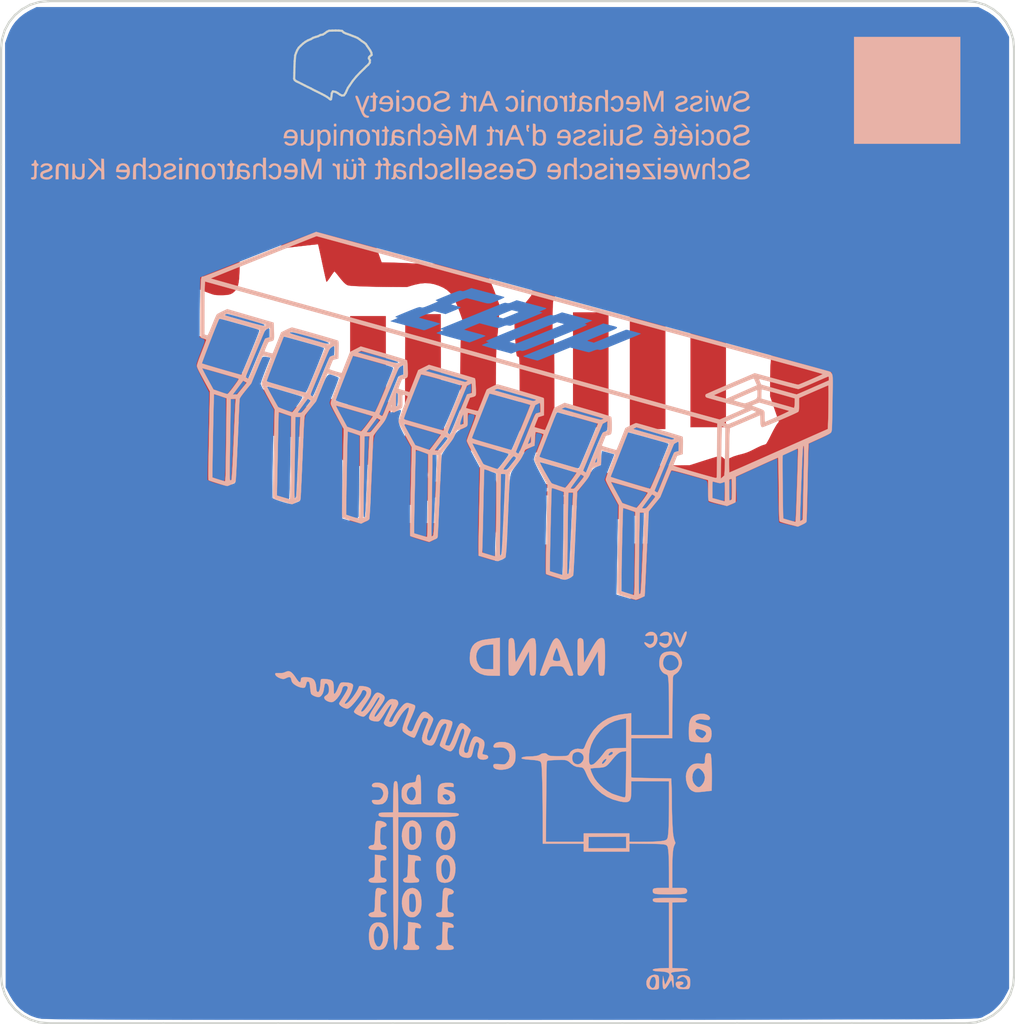
<source format=kicad_pcb>
(kicad_pcb (version 4) (host pcbnew 4.0.7-e0-6372~58~ubuntu16.04.1)
  (layers (0 F.Cu signal) (31 B.Cu signal) (34 B.Paste user) (35 F.Paste user) (36 B.SilkS user) (37 F.SilkS user) (38 B.Mask user) (39 F.Mask user) (44 Edge.Cuts user))
  (net 0 "")
  (module SGMK-Classics:B_Mask_mNoise (layer F.Cu) (at 101.36 100)
    (fp_text reference G*** hide)
    (fp_text value LOGO hide)
  )
  (module SGMK-Classics:B_SilkS_mNoise (layer F.Cu) (at 100.78 100.04)
    (fp_text reference G*** hide)
    (fp_text value LOGO hide)
  )
  (module SGMK-Classics:F_Cu_mNoise (layer F.Cu) (at 101.12 99.97)
    (fp_text reference G*** hide)
    (fp_text value LOGO hide)
    (fp_poly (pts (xy -19.527001 -22.178836) (xy -19.511283 -22.100386) (xy -19.498505 -21.981952) (xy -19.48871 -21.825785) (xy -19.481937 -21.634135) (xy -19.478229 -21.409253) (xy -19.477626 -21.153389) (xy -19.480169 -20.868793) (xy -19.485901 -20.557716) (xy -19.492591 -20.298834) (xy -19.506145 -19.86735) (xy -19.520718 -19.477462) (xy -19.536358 -19.128444) (xy -19.553112 -18.819569) (xy -19.571029 -18.550112) (xy -19.590158 -18.319346) (xy -19.610545 -18.126544) (xy -19.632241 -17.970981) (xy -19.654788 -17.854084) (xy -19.671393 -17.767451) (xy -19.682269 -17.681331) (xy -19.684688 -17.636597) (xy -19.70389 -17.500183) (xy -19.759722 -17.347465) (xy -19.850842 -17.180857) (xy -19.97591 -17.002773) (xy -20.133583 -16.815626) (xy -20.152042 -16.795477) (xy -20.283207 -16.649733) (xy -20.388761 -16.523285) (xy -20.474977 -16.407584) (xy -20.548132 -16.294082) (xy -20.614498 -16.174228) (xy -20.629244 -16.145298) (xy -20.722167 -15.960513) (xy -20.7219 -15.266882) (xy -20.720169 -14.921812) (xy -20.715377 -14.577028) (xy -20.707732 -14.23618) (xy -20.697437 -13.90292) (xy -20.6847 -13.580898) (xy -20.669725 -13.273764) (xy -20.652719 -12.985168) (xy -20.633886 -12.718761) (xy -20.613434 -12.478194) (xy -20.591567 -12.267116) (xy -20.568492 -12.089179) (xy -20.544413 -11.948033) (xy -20.531645 -11.890713) (xy -20.45017 -11.623397) (xy -20.346363 -11.384545) (xy -20.221832 -11.176807) (xy -20.078189 -11.002837) (xy -19.917046 -10.865285) (xy -19.9028 -10.855497) (xy -19.750039 -10.761748) (xy -19.567992 -10.665229) (xy -19.368844 -10.571654) (xy -19.164784 -10.486736) (xy -18.967999 -10.41619) (xy -18.960882 -10.413887) (xy -18.829977 -10.368571) (xy -18.684976 -10.313372) (xy -18.545559 -10.256013) (xy -18.452882 -10.214521) (xy -18.335862 -10.162151) (xy -18.196452 -10.104045) (xy -18.052552 -10.047458) (xy -17.928167 -10.00178) (xy -17.775768 -9.947633) (xy -17.66049 -9.90427) (xy -17.579139 -9.869567) (xy -17.528517 -9.841403) (xy -17.505429 -9.817656) (xy -17.506678 -9.796204) (xy -17.529068 -9.774926) (xy -17.559389 -9.756957) (xy -17.606633 -9.722885) (xy -17.633627 -9.690984) (xy -17.641501 -9.675356) (xy -17.642597 -9.661537) (xy -17.631992 -9.645179) (xy -17.604764 -9.621934) (xy -17.55599 -9.587455) (xy -17.48075 -9.537393) (xy -17.399 -9.483731) (xy -17.229292 -9.364758) (xy -17.052638 -9.227559) (xy -16.88445 -9.084614) (xy -16.74949 -8.957805) (xy -16.699754 -8.909028) (xy -16.663275 -8.871317) (xy -16.638957 -8.837416) (xy -16.625707 -8.800071) (xy -16.622429 -8.752025) (xy -16.62803 -8.686023) (xy -16.641415 -8.594808) (xy -16.661489 -8.471126) (xy -16.669015 -8.424334) (xy -16.677825 -8.360787) (xy -16.685459 -8.285956) (xy -16.692072 -8.195892) (xy -16.697816 -8.086642) (xy -16.702846 -7.954255) (xy -16.707314 -7.794779) (xy -16.711375 -7.604264) (xy -16.715181 -7.378758) (xy -16.718362 -7.154334) (xy -16.73225 -6.106584) (xy -16.788744 -6.011334) (xy -16.833206 -5.944187) (xy -16.892465 -5.864627) (xy -16.945458 -5.799667) (xy -17.028165 -5.694575) (xy -17.081702 -5.600544) (xy -17.111438 -5.504156) (xy -17.122741 -5.391995) (xy -17.123337 -5.355167) (xy -17.12272 -5.308698) (xy -17.11996 -5.262115) (xy -17.11408 -5.21137) (xy -17.104103 -5.152414) (xy -17.089055 -5.081202) (xy -17.067958 -4.993684) (xy -17.039836 -4.885813) (xy -17.003714 -4.753541) (xy -16.958615 -4.592821) (xy -16.903564 -4.399604) (xy -16.837583 -4.169844) (xy -16.837032 -4.167929) (xy -16.774632 -3.950159) (xy -16.723148 -3.767184) (xy -16.681444 -3.613219) (xy -16.648384 -3.482479) (xy -16.622834 -3.369178) (xy -16.603657 -3.267529) (xy -16.589717 -3.171748) (xy -16.579879 -3.076048) (xy -16.573007 -2.974644) (xy -16.567965 -2.86175) (xy -16.565259 -2.783417) (xy -16.558594 -2.616062) (xy -16.549404 -2.440449) (xy -16.538233 -2.263255) (xy -16.525628 -2.091161) (xy -16.512135 -1.930846) (xy -16.498298 -1.788988) (xy -16.484664 -1.672266) (xy -16.471778 -1.58736) (xy -16.464974 -1.55575) (xy -16.441529 -1.489135) (xy -16.405118 -1.408563) (xy -16.378285 -1.35775) (xy -16.348716 -1.301334) (xy -16.32843 -1.247798) (xy -16.3147 -1.185356) (xy -16.304799 -1.10222) (xy -16.297498 -1.0085) (xy -16.29005 -0.915062) (xy -16.280307 -0.835498) (xy -16.265758 -0.762349) (xy -16.243893 -0.688153) (xy -16.212202 -0.605451) (xy -16.168176 -0.506781) (xy -16.109303 -0.384684) (xy -16.042391 -0.250278) (xy -15.964249 -0.091909) (xy -15.90342 0.038501) (xy -15.856626 0.14998) (xy -15.820591 0.25156) (xy -15.792036 0.352267) (xy -15.767684 0.461134) (xy -15.749806 0.555809) (xy -15.709558 0.750234) (xy -15.664214 0.908698) (xy -15.61167 1.037469) (xy -15.555255 1.134962) (xy -15.473037 1.236376) (xy -15.361298 1.341854) (xy -15.218028 1.452778) (xy -15.041215 1.570527) (xy -14.828849 1.696483) (xy -14.57892 1.832025) (xy -14.425084 1.910976) (xy -14.329864 1.957717) (xy -14.240433 1.997973) (xy -14.152426 2.032506) (xy -14.061478 2.062076) (xy -13.963224 2.087441) (xy -13.853298 2.109364) (xy -13.727334 2.128604) (xy -13.580969 2.145922) (xy -13.409836 2.162077) (xy -13.20957 2.177831) (xy -12.975806 2.193943) (xy -12.704178 2.211173) (xy -12.7 2.211431) (xy -12.447063 2.226159) (xy -12.232338 2.236028) (xy -12.051894 2.240211) (xy -11.901803 2.237881) (xy -11.778135 2.228211) (xy -11.676961 2.210373) (xy -11.594351 2.183539) (xy -11.526376 2.146884) (xy -11.469106 2.099578) (xy -11.418612 2.040795) (xy -11.370965 1.969707) (xy -11.345181 1.926166) (xy -11.274148 1.811223) (xy -11.211047 1.730507) (xy -11.14984 1.678284) (xy -11.084491 1.648819) (xy -11.044058 1.640156) (xy -10.950621 1.631889) (xy -10.877848 1.642799) (xy -10.814255 1.67804) (xy -10.748359 1.742769) (xy -10.708565 1.790806) (xy -10.645412 1.863102) (xy -10.57257 1.930871) (xy -10.480837 2.001832) (xy -10.361009 2.083703) (xy -10.353436 2.088665) (xy -10.123378 2.249974) (xy -9.883948 2.439454) (xy -9.631752 2.659961) (xy -9.363398 2.914349) (xy -9.314719 2.962368) (xy -9.224956 3.053739) (xy -9.13153 3.152928) (xy -9.038638 3.255016) (xy -8.950479 3.355084) (xy -8.871251 3.448214) (xy -8.805152 3.529488) (xy -8.75638 3.593986) (xy -8.729133 3.636792) (xy -8.72583 3.652285) (xy -8.745233 3.664422) (xy -8.792738 3.692948) (xy -8.859933 3.73283) (xy -8.899104 3.755939) (xy -9.061578 3.860197) (xy -9.227725 3.982022) (xy -9.383724 4.110605) (xy -9.515749 4.235137) (xy -9.52733 4.247193) (xy -9.60157 4.329379) (xy -9.657991 4.404597) (xy -9.696906 4.478646) (xy -9.718626 4.557326) (xy -9.723462 4.646437) (xy -9.711726 4.751778) (xy -9.68373 4.879149) (xy -9.639785 5.034351) (xy -9.580203 5.223182) (xy -9.579824 5.224352) (xy -9.537063 5.359533) (xy -9.498349 5.48816) (xy -9.465923 5.602292) (xy -9.442023 5.693983) (xy -9.42889 5.75529) (xy -9.427646 5.764102) (xy -9.423541 5.852854) (xy -9.426694 5.975518) (xy -9.436225 6.12446) (xy -9.451252 6.292048) (xy -9.470897 6.470651) (xy -9.494277 6.652634) (xy -9.520512 6.830367) (xy -9.548721 6.996215) (xy -9.578025 7.142548) (xy -9.595036 7.214917) (xy -9.61563 7.298293) (xy -9.630956 7.363623) (xy -9.638962 7.401972) (xy -9.639465 7.408333) (xy -9.620058 7.399287) (xy -9.573518 7.375626) (xy -9.513052 7.344114) (xy -9.433252 7.30692) (xy -9.384453 7.29588) (xy -9.369401 7.301466) (xy -9.354374 7.337489) (xy -9.343406 7.404374) (xy -9.33723 7.490777) (xy -9.336578 7.585359) (xy -9.342182 7.676777) (xy -9.344086 7.69343) (xy -9.352112 7.74395) (xy -9.36521 7.787503) (xy -9.387762 7.828933) (xy -9.424148 7.873082) (xy -9.478748 7.924796) (xy -9.555942 7.988918) (xy -9.660112 8.070292) (xy -9.740499 8.131787) (xy -9.837459 8.208046) (xy -9.928881 8.284202) (xy -10.006125 8.352766) (xy -10.060556 8.406252) (xy -10.071692 8.418896) (xy -10.165594 8.505695) (xy -10.296857 8.586454) (xy -10.460652 8.658576) (xy -10.608981 8.707483) (xy -10.749118 8.743348) (xy -10.881693 8.766271) (xy -11.014523 8.776025) (xy -11.155428 8.772386) (xy -11.312227 8.755129) (xy -11.492739 8.72403) (xy -11.704784 8.678862) (xy -11.719331 8.675552) (xy -11.998077 8.611911) (xy -12.258433 8.723654) (xy -12.388093 8.780596) (xy -12.484233 8.827933) (xy -12.55276 8.871484) (xy -12.599576 8.917071) (xy -12.630586 8.970514) (xy -12.651693 9.037634) (xy -12.668802 9.124252) (xy -12.669634 9.129053) (xy -12.693558 9.257195) (xy -12.7189 9.349891) (xy -12.75265 9.41366) (xy -12.801799 9.455019) (xy -12.873339 9.480488) (xy -12.974261 9.496584) (xy -13.074462 9.50652) (xy -13.340954 9.541387) (xy -13.576255 9.595888) (xy -13.787552 9.671786) (xy -13.835014 9.693159) (xy -13.959318 9.755444) (xy -14.070592 9.821278) (xy -14.173838 9.89538) (xy -14.27406 9.982473) (xy -14.376258 10.087277) (xy -14.485435 10.214512) (xy -14.606592 10.3689) (xy -14.73677 10.54423) (xy -14.846758 10.699899) (xy -14.931433 10.832302) (xy -14.994363 10.949122) (xy -15.039116 11.058045) (xy -15.069258 11.166754) (xy -15.08836 11.282935) (xy -15.091138 11.307457) (xy -15.106562 11.523767) (xy -15.111213 11.772085) (xy -15.10564 12.043627) (xy -15.090395 12.329609) (xy -15.066028 12.62125) (xy -15.033089 12.909764) (xy -14.992129 13.186369) (xy -14.963423 13.345583) (xy -14.943873 13.443787) (xy -14.925026 13.530053) (xy -14.904829 13.609707) (xy -14.88123 13.688069) (xy -14.852177 13.770464) (xy -14.815619 13.862215) (xy -14.769503 13.968645) (xy -14.711777 14.095077) (xy -14.640389 14.246833) (xy -14.553288 14.429239) (xy -14.514657 14.50975) (xy -14.429135 14.68846) (xy -14.359994 14.834988) (xy -14.304959 14.955154) (xy -14.261759 15.05478) (xy -14.228119 15.139684) (xy -14.201767 15.215688) (xy -14.180429 15.288612) (xy -14.161833 15.364277) (xy -14.143705 15.448502) (xy -14.138935 15.471797) (xy -14.106754 15.599774) (xy -14.063957 15.728827) (xy -14.022387 15.827381) (xy -13.963244 15.973285) (xy -13.931614 16.118009) (xy -13.928993 16.139421) (xy -13.908207 16.257927) (xy -13.876686 16.349537) (xy -13.864915 16.371207) (xy -13.807406 16.444335) (xy -13.729585 16.517978) (xy -13.645955 16.579902) (xy -13.573386 16.617069) (xy -13.553146 16.626188) (xy -13.529691 16.641972) (xy -13.500176 16.667544) (xy -13.461755 16.706024) (xy -13.411582 16.760534) (xy -13.346811 16.834194) (xy -13.264596 16.930127) (xy -13.162092 17.051454) (xy -13.036453 17.201295) (xy -12.989289 17.2577) (xy -12.871353 17.408586) (xy -12.771953 17.555538) (xy -12.695724 17.691062) (xy -12.647298 17.807667) (xy -12.645362 17.813951) (xy -12.633712 17.868343) (xy -12.625149 17.946417) (xy -12.619409 18.052925) (xy -12.616228 18.192617) (xy -12.615334 18.353643) (xy -12.615334 18.793557) (xy -12.305995 19.069036) (xy -12.159761 19.197734) (xy -12.039456 19.29976) (xy -11.940822 19.378117) (xy -11.859601 19.435811) (xy -11.791535 19.475846) (xy -11.732364 19.501228) (xy -11.67783 19.514962) (xy -11.672953 19.515737) (xy -11.61377 19.520006) (xy -11.519363 19.521062) (xy -11.395958 19.519256) (xy -11.249783 19.51494) (xy -11.087064 19.508467) (xy -10.91403 19.500187) (xy -10.736907 19.490453) (xy -10.561923 19.479617) (xy -10.395305 19.468031) (xy -10.243279 19.456047) (xy -10.112074 19.444016) (xy -10.007917 19.432291) (xy -9.937034 19.421224) (xy -9.917583 19.416531) (xy -9.854079 19.391998) (xy -9.768098 19.351517) (xy -9.673027 19.30163) (xy -9.615514 19.26892) (xy -9.45629 19.182021) (xy -9.28204 19.098524) (xy -9.105349 19.023773) (xy -8.938802 18.963114) (xy -8.802823 18.92374) (xy -8.703791 18.898725) (xy -8.633743 18.875482) (xy -8.580212 18.84719) (xy -8.530729 18.807031) (xy -8.472827 18.748184) (xy -8.463309 18.738034) (xy -8.421028 18.690166) (xy 15.663333 18.690166) (xy 15.663333 20.277666) (xy 15.959666 20.277666) (xy 15.959666 19.219333) (xy 16.256 19.219333) (xy 16.256 19.7485) (xy 16.552333 19.7485) (xy 16.552333 19.219333) (xy 16.848666 19.219333) (xy 16.848666 20.277666) (xy 17.145 20.277666) (xy 17.145 19.066398) (xy 18.006318 19.066398) (xy 18.01092 19.195671) (xy 18.026192 19.318965) (xy 18.050698 19.421317) (xy 18.062377 19.452166) (xy 18.139789 19.577134) (xy 18.250092 19.677882) (xy 18.390165 19.752448) (xy 18.556889 19.798866) (xy 18.629283 19.809002) (xy 18.831284 19.82544) (xy 19.011156 19.828969) (xy 19.187067 19.819649) (xy 19.271391 19.811094) (xy 19.365343 19.797327) (xy 19.441289 19.780472) (xy 19.488603 19.76303) (xy 19.495308 19.758351) (xy 19.538898 19.73278) (xy 19.564775 19.727333) (xy 19.61867 19.710375) (xy 19.68664 19.66469) (xy 19.761332 19.598062) (xy 19.835395 19.518277) (xy 19.901477 19.433117) (xy 19.952226 19.350367) (xy 19.976897 19.29096) (xy 19.998414 19.167228) (xy 19.999142 19.028687) (xy 19.979483 18.897174) (xy 19.968944 18.860115) (xy 19.934329 18.786086) (xy 19.877223 18.696132) (xy 19.80687 18.602346) (xy 19.73251 18.516824) (xy 19.663386 18.451661) (xy 19.647805 18.439826) (xy 19.523627 18.37098) (xy 19.36969 18.316159) (xy 19.196752 18.277115) (xy 19.015568 18.255599) (xy 18.836894 18.25336) (xy 18.671488 18.272152) (xy 18.647833 18.277036) (xy 18.466386 18.326185) (xy 18.322123 18.387745) (xy 18.210606 18.466397) (xy 18.127398 18.566827) (xy 18.068059 18.693717) (xy 18.028153 18.851752) (xy 18.01382 18.946112) (xy 18.006318 19.066398) (xy 17.145 19.066398) (xy 17.145 18.690166) (xy 17.072133 18.690166) (xy 17.026252 18.687493) (xy 17.004095 18.671594) (xy 16.995236 18.630652) (xy 16.992758 18.600208) (xy 16.98625 18.51025) (xy 16.398875 18.504623) (xy 15.8115 18.498997) (xy 15.8115 18.594581) (xy 15.809935 18.65324) (xy 15.799298 18.681067) (xy 15.770676 18.689562) (xy 15.737416 18.690166) (xy 15.663333 18.690166) (xy -8.421028 18.690166) (xy -8.408221 18.675667) (xy -8.35397 18.60599) (xy -8.29586 18.522097) (xy -8.229195 18.417081) (xy -8.149281 18.284038) (xy -8.115511 18.22649) (xy -8.041756 18.113838) (xy -7.952754 17.999019) (xy -7.85634 17.890502) (xy -7.760352 17.796753) (xy -7.672626 17.726238) (xy -7.626728 17.698358) (xy -7.558564 17.660023) (xy -7.528924 17.630838) (xy -7.536307 17.606177) (xy -7.579208 17.581411) (xy -7.58758 17.577832) (xy -7.632787 17.553072) (xy -7.652136 17.530339) (xy -7.651168 17.525056) (xy -7.613035 17.492814) (xy -7.538008 17.455846) (xy -7.430984 17.416167) (xy -7.296863 17.375791) (xy -7.271197 17.368864) (xy -7.102587 17.31856) (xy -6.932851 17.25597) (xy -6.752854 17.177237) (xy -6.553461 17.078503) (xy -6.434667 17.015597) (xy -6.309353 16.948659) (xy -6.215347 16.901064) (xy -6.14702 16.871476) (xy -6.098742 16.85856) (xy -6.064881 16.86098) (xy -6.039808 16.877399) (xy -6.017892 16.906482) (xy -6.012354 16.915399) (xy -5.983789 16.973988) (xy -5.969465 17.026343) (xy -5.96908 17.03313) (xy -5.956056 17.080494) (xy -5.916353 17.10844) (xy -5.848728 17.11667) (xy -5.751943 17.104883) (xy -5.624757 17.072781) (xy -5.465931 17.020066) (xy -5.274224 16.946438) (xy -5.048396 16.851599) (xy -4.84873 16.763143) (xy -4.725162 16.707644) (xy -4.614781 16.658554) (xy -4.52334 16.618392) (xy -4.456591 16.589677) (xy -4.420286 16.574926) (xy -4.415547 16.5735) (xy -4.406418 16.59189) (xy -4.402667 16.635573) (xy -4.401235 16.665222) (xy -4.392822 16.686899) (xy -4.371256 16.702605) (xy -4.330361 16.714342) (xy -4.263964 16.724111) (xy -4.165891 16.733913) (xy -4.074584 16.741908) (xy -3.896822 16.760992) (xy -3.755165 16.785649) (xy -3.643517 16.818094) (xy -3.555782 16.860546) (xy -3.485865 16.915221) (xy -3.43465 16.974644) (xy -3.38448 17.036348) (xy -3.32124 17.101053) (xy -3.239504 17.173522) (xy -3.133846 17.258522) (xy -2.99884 17.360818) (xy -2.973917 17.379282) (xy -2.875961 17.452925) (xy -2.775348 17.530665) (xy -2.685344 17.602146) (xy -2.630596 17.647271) (xy -2.498942 17.758833) (xy -2.122596 17.759274) (xy -1.914754 17.760818) (xy -1.703886 17.764777) (xy -1.495783 17.770861) (xy -1.296235 17.77878) (xy -1.111034 17.788244) (xy -0.945968 17.798962) (xy -0.806829 17.810646) (xy -0.699407 17.823005) (xy -0.638291 17.833611) (xy -0.537099 17.863622) (xy -0.447126 17.902785) (xy -0.406242 17.927648) (xy -0.329275 18.003867) (xy -0.265747 18.104674) (xy -0.22394 18.214162) (xy -0.211667 18.301361) (xy -0.206704 18.372609) (xy -0.194429 18.435188) (xy -0.191024 18.445372) (xy -0.170927 18.477361) (xy -0.136186 18.495167) (xy -0.08038 18.499235) (xy 0.002911 18.490014) (xy 0.120107 18.467949) (xy 0.123416 18.46726) (xy 0.178854 18.456) (xy 0.225756 18.448528) (xy 0.271146 18.445471) (xy 0.322043 18.447459) (xy 0.385469 18.45512) (xy 0.468446 18.469082) (xy 0.577995 18.489974) (xy 0.721136 18.518425) (xy 0.742366 18.522669) (xy 0.964347 18.561129) (xy 1.150791 18.580443) (xy 1.303856 18.580732) (xy 1.425699 18.562119) (xy 1.42875 18.561309) (xy 1.479433 18.544656) (xy 1.558981 18.514996) (xy 1.657426 18.476186) (xy 1.764805 18.432085) (xy 1.791046 18.421038) (xy 2.068676 18.303555) (xy 2.080138 18.068236) (xy 2.087622 17.939043) (xy 2.098776 17.842987) (xy 2.118404 17.770885) (xy 2.151307 17.713555) (xy 2.202287 17.661815) (xy 2.276146 17.606483) (xy 2.346384 17.559134) (xy 2.460307 17.486209) (xy 2.603705 17.398651) (xy 2.768379 17.301136) (xy 2.946133 17.198345) (xy 3.12877 17.094955) (xy 3.308092 16.995645) (xy 3.475902 16.905093) (xy 3.624004 16.827979) (xy 3.65347 16.81311) (xy 3.768379 16.756571) (xy 3.85554 16.716952) (xy 3.924387 16.69093) (xy 3.984356 16.675185) (xy 4.044879 16.666395) (xy 4.078284 16.663572) (xy 4.267854 16.667392) (xy 4.436528 16.70727) (xy 4.554805 16.764432) (xy 4.656666 16.827108) (xy 4.656666 16.662204) (xy 4.660206 16.561488) (xy 4.672598 16.496288) (xy 4.678476 16.487424) (xy 11.292416 16.487424) (xy 11.372471 16.488129) (xy 11.447815 16.480425) (xy 11.519498 16.460834) (xy 11.521626 16.459961) (xy 11.572798 16.430811) (xy 11.622163 16.390403) (xy 11.629039 16.383) (xy 15.663333 16.383) (xy 15.663333 17.9705) (xy 15.737416 17.9705) (xy 15.782936 17.972533) (xy 15.804491 17.986314) (xy 15.811043 18.023363) (xy 15.8115 18.06575) (xy 15.8115 18.161) (xy 16.404166 18.161) (xy 16.404166 18.06575) (xy 16.405748 18.007224) (xy 16.416466 17.97951) (xy 16.445282 17.971087) (xy 16.47825 17.9705) (xy 16.552333 17.9705) (xy 16.552333 17.0815) (xy 16.848666 17.0815) (xy 16.848666 18.162934) (xy 17.134416 18.150416) (xy 17.139962 17.351375) (xy 17.140286 17.304574) (xy 18.012833 17.304574) (xy 18.019387 17.338209) (xy 18.041407 17.36676) (xy 18.082428 17.391004) (xy 18.145986 17.411716) (xy 18.235617 17.429671) (xy 18.354856 17.445646) (xy 18.50724 17.460416) (xy 18.696303 17.474757) (xy 18.82806 17.483431) (xy 18.98906 17.494799) (xy 19.115987 17.508322) (xy 19.21708 17.527381) (xy 19.300582 17.555357) (xy 19.374734 17.595634) (xy 19.447777 17.651592) (xy 19.527953 17.726614) (xy 19.600688 17.800483) (xy 19.691785 17.892397) (xy 19.761365 17.955987) (xy 19.815715 17.994851) (xy 19.861122 18.012586) (xy 19.903873 18.012789) (xy 19.948757 17.999638) (xy 19.969393 17.982786) (xy 19.975355 17.946629) (xy 19.97004 17.888513) (xy 19.954635 17.807261) (xy 19.932717 17.72758) (xy 19.926802 17.710779) (xy 19.908324 17.639286) (xy 19.897685 17.554427) (xy 19.896666 17.524257) (xy 19.889311 17.435567) (xy 19.87089 17.341838) (xy 19.862787 17.313957) (xy 19.848982 17.274388) (xy 19.833229 17.242028) (xy 19.811421 17.216152) (xy 19.779451 17.196034) (xy 19.733212 17.180951) (xy 19.668599 17.170177) (xy 19.581502 17.162988) (xy 19.467817 17.158659) (xy 19.323435 17.156465) (xy 19.14425 17.155681) (xy 18.965333 17.155583) (xy 18.792697 17.156057) (xy 18.630687 17.157403) (xy 18.484921 17.159504) (xy 18.361013 17.162246) (xy 18.264583 17.165512) (xy 18.201247 17.169188) (xy 18.180583 17.171721) (xy 18.110892 17.197392) (xy 18.05263 17.237626) (xy 18.017759 17.282948) (xy 18.012833 17.304574) (xy 17.140286 17.304574) (xy 17.145509 16.552333) (xy 17.071171 16.552333) (xy 17.023576 16.549785) (xy 17.002424 16.534003) (xy 16.997 16.492782) (xy 16.996833 16.467666) (xy 16.996833 16.383) (xy 16.404166 16.383) (xy 16.404166 16.467666) (xy 16.401923 16.521875) (xy 16.388075 16.545966) (xy 16.351943 16.552144) (xy 16.330083 16.552333) (xy 16.256 16.552333) (xy 16.256 17.441333) (xy 15.959666 17.441333) (xy 15.959666 16.383) (xy 15.663333 16.383) (xy 11.629039 16.383) (xy 11.662403 16.347083) (xy 11.686198 16.309198) (xy 11.686232 16.285093) (xy 11.678331 16.28125) (xy 11.641244 16.28749) (xy 11.580069 16.310735) (xy 11.506463 16.345311) (xy 11.43208 16.385539) (xy 11.368578 16.425743) (xy 11.345269 16.443461) (xy 11.292416 16.487424) (xy 4.678476 16.487424) (xy 4.696502 16.460244) (xy 4.734576 16.446996) (xy 4.74683 16.4465) (xy 4.781106 16.439902) (xy 4.846282 16.421888) (xy 4.933336 16.395127) (xy 5.033248 16.362284) (xy 5.044222 16.358556) (xy 5.30225 16.270612) (xy 5.937604 16.257291) (xy 6.572959 16.243971) (xy 6.678438 16.183586) (xy 6.758273 16.13782) (xy 6.81908 16.105336) (xy 6.870491 16.084389) (xy 6.922137 16.073235) (xy 6.983649 16.070127) (xy 7.064658 16.07332) (xy 7.174796 16.081069) (xy 7.22418 16.084693) (xy 7.319638 16.090819) (xy 7.450354 16.098027) (xy 7.609275 16.105987) (xy 7.789349 16.114372) (xy 7.983523 16.122853) (xy 8.184746 16.131103) (xy 8.385964 16.138793) (xy 8.392583 16.139036) (xy 8.669271 16.149301) (xy 8.908196 16.15861) (xy 9.113907 16.167359) (xy 9.290953 16.175946) (xy 9.443882 16.18477) (xy 9.577243 16.194229) (xy 9.695586 16.204719) (xy 9.803458 16.216639) (xy 9.90541 16.230387) (xy 10.005988 16.24636) (xy 10.109743 16.264956) (xy 10.221223 16.286574) (xy 10.329333 16.308413) (xy 10.449804 16.332235) (xy 10.580661 16.356807) (xy 10.714123 16.38081) (xy 10.842411 16.402923) (xy 10.957745 16.421825) (xy 11.052348 16.436198) (xy 11.118438 16.44472) (xy 11.143055 16.4465) (xy 11.157271 16.428508) (xy 11.184865 16.379659) (xy 11.221716 16.307646) (xy 11.259315 16.229541) (xy 11.318543 16.108534) (xy 11.390482 15.971583) (xy 11.477373 15.81472) (xy 11.581452 15.633975) (xy 11.704958 15.425381) (xy 11.77846 15.3035) (xy 15.663333 15.3035) (xy 15.663333 16.023166) (xy 17.145 16.023166) (xy 17.145 15.979405) (xy 17.993723 15.979405) (xy 18.004929 16.163746) (xy 18.05409 16.339869) (xy 18.139062 16.502269) (xy 18.257704 16.64544) (xy 18.398399 16.757819) (xy 18.48899 16.813296) (xy 18.558974 16.846937) (xy 18.620574 16.863628) (xy 18.674291 16.868114) (xy 18.726578 16.866001) (xy 18.748976 16.851377) (xy 18.753666 16.817327) (xy 18.739359 16.762091) (xy 18.700039 16.685773) (xy 18.641111 16.596737) (xy 18.567979 16.503346) (xy 18.506552 16.434942) (xy 18.443648 16.359767) (xy 18.384062 16.272287) (xy 18.334074 16.183599) (xy 18.299968 16.1048) (xy 18.288 16.048917) (xy 18.301092 15.986625) (xy 18.334941 15.916367) (xy 18.381406 15.849409) (xy 18.432345 15.797015) (xy 18.479618 15.770452) (xy 18.490173 15.769166) (xy 18.517667 15.759792) (xy 18.520833 15.75239) (xy 18.541159 15.732009) (xy 18.598885 15.714424) (xy 18.689129 15.700301) (xy 18.807011 15.690305) (xy 18.94765 15.685101) (xy 19.018784 15.6845) (xy 19.144462 15.685246) (xy 19.23642 15.688105) (xy 19.303255 15.694011) (xy 19.353563 15.703894) (xy 19.395942 15.718688) (xy 19.415355 15.727502) (xy 19.494488 15.768366) (xy 19.546676 15.805792) (xy 19.584596 15.851254) (xy 19.618406 15.91127) (xy 19.653408 15.992941) (xy 19.661251 16.053915) (xy 19.642701 16.105309) (xy 19.632756 16.119662) (xy 19.607605 16.16907) (xy 19.601006 16.201766) (xy 19.588164 16.238373) (xy 19.55512 16.295111) (xy 19.508996 16.359774) (xy 19.508417 16.360516) (xy 19.44629 16.441968) (xy 19.380989 16.530456) (xy 19.339547 16.588499) (xy 19.262592 16.698748) (xy 19.309172 16.731374) (xy 19.368589 16.75413) (xy 19.450192 16.762934) (xy 19.536146 16.757639) (xy 19.608618 16.738098) (xy 19.617259 16.73391) (xy 19.667093 16.698865) (xy 19.731942 16.641822) (xy 19.800561 16.573987) (xy 19.861709 16.506569) (xy 19.904142 16.450775) (xy 19.908495 16.443585) (xy 19.947829 16.368966) (xy 19.972663 16.301793) (xy 19.987117 16.22631) (xy 19.995311 16.12676) (xy 19.996302 16.107833) (xy 19.996193 15.985995) (xy 19.978445 15.889283) (xy 19.937806 15.802343) (xy 19.869028 15.709823) (xy 19.854333 15.692635) (xy 19.813337 15.65217) (xy 19.755396 15.603074) (xy 19.690726 15.553006) (xy 19.629541 15.509626) (xy 19.582055 15.480593) (xy 19.561203 15.472833) (xy 19.531611 15.464127) (xy 19.483415 15.442912) (xy 19.478229 15.440353) (xy 19.378252 15.402581) (xy 19.248122 15.370899) (xy 19.099751 15.346631) (xy 18.945052 15.331106) (xy 18.795935 15.32565) (xy 18.664314 15.331591) (xy 18.594916 15.341954) (xy 18.416821 15.389653) (xy 18.27552 15.451923) (xy 18.167054 15.531881) (xy 18.087464 15.632642) (xy 18.032789 15.757324) (xy 18.022615 15.792353) (xy 17.993723 15.979405) (xy 17.145 15.979405) (xy 17.145 15.3035) (xy 15.663333 15.3035) (xy 11.77846 15.3035) (xy 11.826141 15.224438) (xy 11.97034 14.959683) (xy 12.104243 14.659349) (xy 12.226005 14.329341) (xy 12.33378 13.975561) (xy 12.425723 13.603912) (xy 12.473686 13.356166) (xy 15.663333 13.356166) (xy 15.663333 14.774333) (xy 15.737416 14.774333) (xy 15.78288 14.776352) (xy 15.804447 14.790075) (xy 15.811032 14.827005) (xy 15.8115 14.869918) (xy 15.8115 14.965502) (xy 16.98625 14.95425) (xy 16.992758 14.864291) (xy 16.999005 14.807886) (xy 17.013759 14.781952) (xy 17.047449 14.774672) (xy 17.072133 14.774333) (xy 17.145 14.774333) (xy 17.145 14.768518) (xy 18.004529 14.768518) (xy 18.007561 14.809915) (xy 18.051563 14.851573) (xy 18.088936 14.87196) (xy 18.13408 14.890531) (xy 18.186283 14.905485) (xy 18.250226 14.917144) (xy 18.330587 14.925832) (xy 18.432047 14.93187) (xy 18.559285 14.935581) (xy 18.716981 14.937287) (xy 18.909814 14.937312) (xy 19.028833 14.936748) (xy 19.212185 14.935518) (xy 19.358244 14.934024) (xy 19.472048 14.931937) (xy 19.558639 14.928925) (xy 19.623055 14.924655) (xy 19.670337 14.918798) (xy 19.705523 14.911021) (xy 19.733655 14.900994) (xy 19.759083 14.888744) (xy 19.825231 14.841641) (xy 19.853921 14.792132) (xy 19.853179 14.78851) (xy 20.239624 14.78851) (xy 20.259481 14.833903) (xy 20.2991 14.880452) (xy 20.337769 14.918529) (xy 20.372427 14.93781) (xy 20.418621 14.943146) (xy 20.488807 14.939606) (xy 20.589378 14.92409) (xy 20.653398 14.895245) (xy 20.657873 14.891467) (xy 20.693273 14.833542) (xy 20.701 14.783077) (xy 20.682223 14.71233) (xy 20.628494 14.661066) (xy 20.54371 14.631952) (xy 20.471819 14.626166) (xy 20.40046 14.630569) (xy 20.350909 14.648859) (xy 20.303108 14.68866) (xy 20.300461 14.691294) (xy 20.253252 14.7454) (xy 20.239624 14.78851) (xy 19.853179 14.78851) (xy 19.844362 14.745489) (xy 19.795765 14.706985) (xy 19.786917 14.703011) (xy 19.728113 14.680551) (xy 19.666323 14.662817) (xy 19.595792 14.649281) (xy 19.510767 14.639419) (xy 19.405492 14.632704) (xy 19.274214 14.62861) (xy 19.11118 14.626611) (xy 18.946459 14.626166) (xy 18.755766 14.626795) (xy 18.601895 14.628849) (xy 18.479353 14.632581) (xy 18.382645 14.638246) (xy 18.306276 14.646095) (xy 18.244753 14.656383) (xy 18.232388 14.659061) (xy 18.11783 14.691774) (xy 18.041581 14.728699) (xy 18.004529 14.768518) (xy 17.145 14.768518) (xy 17.145 13.356166) (xy 17.070916 13.356166) (xy 17.023483 13.353603) (xy 17.002404 13.337777) (xy 16.996998 13.296483) (xy 16.996833 13.2715) (xy 16.996833 13.186833) (xy 15.8115 13.186833) (xy 15.8115 13.2715) (xy 15.809257 13.325709) (xy 15.795409 13.349799) (xy 15.759276 13.355977) (xy 15.737416 13.356166) (xy 15.663333 13.356166) (xy 12.473686 13.356166) (xy 12.49999 13.220297) (xy 12.5424 12.932833) (xy 12.565317 12.739436) (xy 12.579005 12.58139) (xy 12.582568 12.452542) (xy 12.575113 12.346737) (xy 12.555743 12.257823) (xy 12.523563 12.179644) (xy 12.477678 12.106048) (xy 12.417192 12.03088) (xy 12.409975 12.022666) (xy 12.26155 11.843196) (xy 12.125919 11.656553) (xy 12.00818 11.470821) (xy 11.913427 11.294085) (xy 11.846758 11.134431) (xy 11.842937 11.123083) (xy 11.816206 11.049) (xy 15.663333 11.049) (xy 15.663333 11.768666) (xy 16.848666 11.768666) (xy 16.848666 12.107333) (xy 15.663333 12.107333) (xy 15.663333 12.827) (xy 16.996833 12.827) (xy 16.996833 12.819813) (xy 18.012833 12.819813) (xy 18.029606 12.860818) (xy 18.070058 12.905878) (xy 18.119382 12.941405) (xy 18.159041 12.954) (xy 18.212652 12.962271) (xy 18.249962 12.974437) (xy 18.285344 12.981692) (xy 18.355804 12.990056) (xy 18.454124 12.998895) (xy 18.573082 13.007574) (xy 18.705462 13.015458) (xy 18.7325 13.016863) (xy 18.873782 13.02525) (xy 19.009762 13.035559) (xy 19.131372 13.046934) (xy 19.229546 13.05852) (xy 19.295217 13.069462) (xy 19.298835 13.070293) (xy 19.436203 13.116635) (xy 19.542408 13.180854) (xy 19.615445 13.25921) (xy 19.653304 13.347965) (xy 19.653979 13.443379) (xy 19.615461 13.541711) (xy 19.579307 13.59272) (xy 19.525255 13.644101) (xy 19.453917 13.684906) (xy 19.360353 13.716391) (xy 19.239624 13.739814) (xy 19.08679 13.75643) (xy 18.896909 13.767496) (xy 18.89125 13.767729) (xy 18.682141 13.778013) (xy 18.496467 13.790723) (xy 18.338588 13.805431) (xy 18.212864 13.821708) (xy 18.123656 13.839127) (xy 18.102782 13.845116) (xy 18.046913 13.878989) (xy 18.018117 13.928548) (xy 18.021715 13.981578) (xy 18.034354 14.002176) (xy 18.062804 14.028056) (xy 18.103596 14.048831) (xy 18.161113 14.065024) (xy 18.239741 14.07716) (xy 18.343863 14.085762) (xy 18.477864 14.091353) (xy 18.646129 14.094459) (xy 18.815892 14.095525) (xy 18.992613 14.095016) (xy 19.153688 14.092656) (xy 19.29308 14.088641) (xy 19.404751 14.083166) (xy 19.482664 14.076427) (xy 19.503809 14.073277) (xy 19.644657 14.035746) (xy 19.772662 13.979953) (xy 19.876276 13.911524) (xy 19.917874 13.871468) (xy 19.95396 13.825051) (xy 19.973098 13.780139) (xy 19.980442 13.720124) (xy 19.981333 13.666959) (xy 19.976187 13.574055) (xy 19.962995 13.478915) (xy 19.95193 13.429571) (xy 19.928673 13.346249) (xy 19.902007 13.250507) (xy 19.88843 13.201675) (xy 19.859515 13.061668) (xy 19.858792 12.941034) (xy 19.886972 12.826945) (xy 19.912541 12.76748) (xy 19.942903 12.697851) (xy 19.960608 12.634188) (xy 19.96882 12.560104) (xy 19.970714 12.466402) (xy 19.963687 12.324515) (xy 19.942801 12.220825) (xy 19.93576 12.201819) (xy 19.916443 12.149345) (xy 19.897733 12.083901) (xy 19.877575 11.997084) (xy 19.853917 11.88049) (xy 19.842006 11.818317) (xy 19.819398 11.781259) (xy 19.76299 11.749571) (xy 19.734251 11.738942) (xy 19.680633 11.728353) (xy 19.591472 11.719518) (xy 19.473367 11.712443) (xy 19.332919 11.707136) (xy 19.176729 11.703601) (xy 19.011396 11.701844) (xy 18.843521 11.701873) (xy 18.679705 11.703693) (xy 18.526548 11.70731) (xy 18.39065 11.712731) (xy 18.278612 11.719961) (xy 18.197033 11.729007) (xy 18.158369 11.737474) (xy 18.074486 11.777003) (xy 18.031969 11.821596) (xy 18.031077 11.869597) (xy 18.072068 11.919348) (xy 18.124585 11.953655) (xy 18.166346 11.972596) (xy 18.219541 11.988453) (xy 18.290113 12.002137) (xy 18.384007 12.014556) (xy 18.507166 12.02662) (xy 18.665533 12.039239) (xy 18.70075 12.041822) (xy 18.932457 12.061441) (xy 19.124986 12.084053) (xy 19.281425 12.110228) (xy 19.404859 12.140533) (xy 19.498374 12.175536) (xy 19.535745 12.195504) (xy 19.572681 12.231672) (xy 19.61114 12.289536) (xy 19.624293 12.315415) (xy 19.653016 12.414934) (xy 19.64285 12.499414) (xy 19.595525 12.565739) (xy 19.51277 12.610791) (xy 19.452166 12.625474) (xy 19.40431 12.630525) (xy 19.321346 12.636302) (xy 19.210482 12.642427) (xy 19.07893 12.648526) (xy 18.9339 12.654224) (xy 18.838333 12.657454) (xy 18.688492 12.662865) (xy 18.547563 12.66921) (xy 18.422755 12.676065) (xy 18.321281 12.683008) (xy 18.25035 12.689616) (xy 18.2245 12.693436) (xy 18.140845 12.718163) (xy 18.07123 12.752484) (xy 18.025532 12.7905) (xy 18.012833 12.819813) (xy 16.996833 12.819813) (xy 16.996833 12.73175) (xy 16.998414 12.673224) (xy 17.009133 12.64551) (xy 17.037949 12.637087) (xy 17.070916 12.6365) (xy 17.145 12.6365) (xy 17.145 11.049) (xy 15.663333 11.049) (xy 11.816206 11.049) (xy 11.794172 10.987936) (xy 11.738453 10.854087) (xy 11.679765 10.729531) (xy 11.622093 10.622264) (xy 11.569424 10.540283) (xy 11.529823 10.494923) (xy 11.488945 10.462862) (xy 11.420777 10.412775) (xy 11.33315 10.350277) (xy 11.233892 10.280981) (xy 11.176 10.2412) (xy 10.97806 10.098944) (xy 10.817055 9.966221) (xy 10.689964 9.838583) (xy 10.593763 9.711584) (xy 10.525428 9.580777) (xy 10.481938 9.441714) (xy 10.46027 9.289948) (xy 10.456455 9.182665) (xy 10.468388 9.097802) (xy 10.506626 9.023837) (xy 10.574489 8.958184) (xy 10.675298 8.89826) (xy 10.812374 8.84148) (xy 10.953901 8.795534) (xy 11.022193 8.774756) (xy 11.112472 8.746632) (xy 11.217314 8.713549) (xy 11.329298 8.677891) (xy 11.441001 8.642045) (xy 11.545001 8.608396) (xy 11.633876 8.57933) (xy 11.700202 8.557232) (xy 11.736559 8.544487) (xy 11.741057 8.542536) (xy 11.746863 8.521932) (xy 11.75866 8.469787) (xy 11.77422 8.396085) (xy 11.779382 8.370803) (xy 11.794696 8.298518) (xy 11.817699 8.194186) (xy 11.846328 8.066957) (xy 11.878522 7.92598) (xy 11.912217 7.780403) (xy 11.920017 7.747) (xy 11.953572 7.601646) (xy 11.985762 7.45872) (xy 12.014585 7.327378) (xy 12.038038 7.216775) (xy 12.054118 7.136066) (xy 12.056583 7.122583) (xy 12.071092 7.02475) (xy 12.08435 6.904471) (xy 12.096184 6.767283) (xy 12.106419 6.618723) (xy 12.114881 6.464327) (xy 12.121395 6.309632) (xy 12.125787 6.160173) (xy 12.127882 6.021489) (xy 12.127507 5.899115) (xy 12.124487 5.798587) (xy 12.118646 5.725444) (xy 12.109812 5.68522) (xy 12.102041 5.679481) (xy 12.072849 5.692313) (xy 12.014027 5.71839) (xy 11.934604 5.753702) (xy 11.858552 5.787579) (xy 11.770909 5.826258) (xy 11.698256 5.857581) (xy 11.648802 5.878057) (xy 11.631011 5.884333) (xy 11.626074 5.864859) (xy 11.622382 5.813198) (xy 11.620579 5.739494) (xy 11.6205 5.719155) (xy 11.609653 5.580533) (xy 11.573907 5.4614) (xy 11.508453 5.35153) (xy 11.408483 5.240697) (xy 11.385101 5.218605) (xy 11.269262 5.123689) (xy 11.141904 5.045192) (xy 10.995621 4.979884) (xy 10.823006 4.92454) (xy 10.616653 4.875931) (xy 10.583333 4.869218) (xy 10.461278 4.844374) (xy 10.345293 4.819499) (xy 10.245674 4.79689) (xy 10.172719 4.778845) (xy 10.151344 4.77283) (xy 10.085983 4.754613) (xy 10.035043 4.743239) (xy 10.019052 4.741333) (xy 10.012038 4.747799) (xy 10.006229 4.769426) (xy 10.001524 4.809552) (xy 9.997819 4.871519) (xy 9.99501 4.958666) (xy 9.992993 5.074334) (xy 9.991667 5.221864) (xy 9.990927 5.404595) (xy 9.99067 5.625867) (xy 9.990666 5.658788) (xy 9.990666 6.576243) (xy 9.684416 6.58947) (xy 9.570966 6.592775) (xy 9.426429 6.594559) (xy 9.262023 6.594821) (xy 9.088968 6.593563) (xy 8.918483 6.590786) (xy 8.858916 6.589389) (xy 8.339666 6.576082) (xy 8.339506 5.600499) (xy 8.339088 5.331825) (xy 8.337789 5.101872) (xy 8.335399 4.907034) (xy 8.331704 4.743704) (xy 8.326495 4.608276) (xy 8.31956 4.497142) (xy 8.310686 4.406696) (xy 8.299664 4.333332) (xy 8.286281 4.273443) (xy 8.270327 4.223422) (xy 8.256905 4.191) (xy 8.221564 4.072041) (xy 8.20982 3.932744) (xy 8.221321 3.787675) (xy 8.255718 3.651405) (xy 8.270822 3.61357) (xy 8.328977 3.481916) (xy 8.335735 2.428875) (xy 8.342493 1.375833) (xy 9.990666 1.375833) (xy 9.990666 2.481089) (xy 10.043583 2.468211) (xy 10.128719 2.447545) (xy 10.175429 2.439527) (xy 10.186737 2.448204) (xy 10.165665 2.477624) (xy 10.115239 2.531833) (xy 10.101791 2.546119) (xy 10.045448 2.612045) (xy 10.00613 2.669798) (xy 9.99069 2.709251) (xy 9.990666 2.710289) (xy 9.995776 2.739551) (xy 10.018913 2.750451) (xy 10.071786 2.748376) (xy 10.073143 2.748247) (xy 10.155621 2.740382) (xy 10.078669 2.806901) (xy 10.001718 2.87342) (xy 9.993993 3.116781) (xy 9.986267 3.360143) (xy 10.209148 3.375334) (xy 10.304541 3.380025) (xy 10.385991 3.380687) (xy 10.443114 3.377425) (xy 10.463327 3.372721) (xy 10.494764 3.346222) (xy 10.546714 3.293091) (xy 10.613501 3.219957) (xy 10.689452 3.133449) (xy 10.768891 3.040196) (xy 10.846144 2.946828) (xy 10.915536 2.859974) (xy 10.971392 2.786263) (xy 10.99815 2.747937) (xy 11.103404 2.560301) (xy 11.198286 2.332476) (xy 11.262963 2.133864) (xy 11.286425 2.050404) (xy 11.297939 1.992714) (xy 11.298281 1.946189) (xy 11.288227 1.896223) (xy 11.277581 1.858697) (xy 11.262877 1.808361) (xy 11.238375 1.724014) (xy 11.206007 1.612319) (xy 11.167701 1.479942) (xy 11.125388 1.333547) (xy 11.082595 1.185333) (xy 11.037006 1.030524) (xy 10.991688 0.882417) (xy 10.948885 0.747915) (xy 10.910837 0.633919) (xy 10.879788 0.547331) (xy 10.859019 0.497164) (xy 10.816261 0.424555) (xy 10.749792 0.331043) (xy 10.66613 0.225361) (xy 10.589779 0.136323) (xy 10.508473 0.044382) (xy 10.430198 -0.044889) (xy 10.362661 -0.122648) (xy 10.313574 -0.180051) (xy 10.304576 -0.190801) (xy 10.226903 -0.284336) (xy 10.12466 -0.249165) (xy 10.059833 -0.226819) (xy 9.969479 -0.195614) (xy 9.868071 -0.160549) (xy 9.81075 -0.140711) (xy 9.679179 -0.10004) (xy 9.52729 -0.062601) (xy 9.350441 -0.027541) (xy 9.143995 0.005991) (xy 8.903311 0.038847) (xy 8.6995 0.063334) (xy 8.458518 0.087042) (xy 8.235285 0.099878) (xy 8.020126 0.101388) (xy 7.803371 0.091119) (xy 7.575347 0.068619) (xy 7.326382 0.033433) (xy 7.052657 -0.01381) (xy 6.749898 -0.069588) (xy 6.332991 0.070311) (xy 6.115115 0.142557) (xy 5.931139 0.201289) (xy 5.775312 0.247821) (xy 5.64188 0.283466) (xy 5.525093 0.309538) (xy 5.419199 0.327352) (xy 5.318447 0.338221) (xy 5.217084 0.34346) (xy 5.132916 0.344482) (xy 4.979536 0.341997) (xy 4.845808 0.33342) (xy 4.724096 0.316465) (xy 4.606761 0.288846) (xy 4.486168 0.248277) (xy 4.354677 0.19247) (xy 4.204652 0.11914) (xy 4.028456 0.026) (xy 3.978662 -0.001063) (xy 3.864586 -0.061864) (xy 3.753303 -0.118601) (xy 3.654411 -0.16656) (xy 3.577511 -0.201026) (xy 3.548069 -0.212523) (xy 3.433046 -0.245881) (xy 3.286219 -0.277641) (xy 3.118118 -0.306142) (xy 2.939274 -0.329723) (xy 2.760215 -0.346724) (xy 2.656416 -0.353107) (xy 2.54964 -0.359034) (xy 2.455773 -0.365921) (xy 2.384225 -0.372959) (xy 2.344404 -0.379343) (xy 2.342142 -0.380049) (xy 2.331947 -0.39093) (xy 2.345457 -0.410951) (xy 2.386529 -0.443475) (xy 2.459022 -0.491866) (xy 2.500892 -0.518438) (xy 2.590364 -0.574946) (xy 2.674464 -0.628514) (xy 2.741862 -0.671903) (xy 2.772833 -0.692205) (xy 2.846916 -0.741581) (xy 2.291197 -0.737774) (xy 2.142206 -0.737094) (xy 2.007602 -0.737133) (xy 1.893039 -0.737837) (xy 1.80417 -0.73915) (xy 1.746649 -0.741018) (xy 1.726208 -0.743237) (xy 1.741404 -0.755667) (xy 1.788919 -0.786185) (xy 1.86421 -0.832065) (xy 1.96273 -0.890585) (xy 2.079935 -0.959019) (xy 2.113555 -0.978377) (xy 12.043833 -0.978377) (xy 12.054882 -0.950728) (xy 12.079555 -0.910919) (xy 12.108385 -0.882293) (xy 12.123965 -0.887944) (xy 12.121189 -0.920607) (xy 12.107961 -0.951327) (xy 12.081609 -0.984206) (xy 12.055958 -0.995446) (xy 12.043854 -0.979629) (xy 12.043833 -0.978377) (xy 2.113555 -0.978377) (xy 2.21128 -1.034644) (xy 2.234852 -1.048112) (xy 2.36764 -1.124458) (xy 2.486573 -1.193909) (xy 2.587206 -1.253784) (xy 2.665099 -1.3014) (xy 2.715807 -1.334077) (xy 2.73489 -1.349133) (xy 2.734614 -1.349768) (xy 2.710432 -1.344194) (xy 2.652723 -1.325232) (xy 2.567358 -1.294985) (xy 2.460209 -1.255557) (xy 2.337145 -1.209049) (xy 2.273689 -1.184653) (xy 2.042772 -1.095968) (xy 1.850839 -1.02352) (xy 1.697794 -0.967275) (xy 1.583539 -0.927198) (xy 1.507978 -0.903253) (xy 1.471013 -0.895408) (xy 1.467315 -0.896297) (xy 1.479875 -0.911685) (xy 1.524291 -0.946428) (xy 1.596365 -0.997693) (xy 1.6919 -1.062651) (xy 1.806697 -1.138468) (xy 1.936559 -1.222314) (xy 2.077288 -1.311357) (xy 2.148416 -1.355702) (xy 2.335409 -1.468878) (xy 2.49651 -1.559201) (xy 2.639329 -1.6297) (xy 2.771473 -1.683407) (xy 2.900551 -1.723351) (xy 3.034169 -1.752562) (xy 3.179937 -1.774071) (xy 3.20675 -1.777211) (xy 3.390507 -1.79176) (xy 3.608932 -1.798313) (xy 3.855165 -1.797079) (xy 4.122342 -1.78827) (xy 4.403603 -1.772095) (xy 4.692087 -1.748768) (xy 4.931235 -1.724221) (xy 5.08565 -1.709891) (xy 5.251417 -1.699875) (xy 5.419497 -1.694249) (xy 5.580848 -1.693088) (xy 5.726431 -1.696469) (xy 5.847204 -1.70447) (xy 5.927832 -1.715808) (xy 6.006539 -1.739628) (xy 6.099331 -1.778564) (xy 6.180666 -1.821134) (xy 6.314589 -1.895569) (xy 6.437061 -1.950991) (xy 6.565683 -1.994264) (xy 6.71806 -2.032256) (xy 6.727123 -2.03425) (xy 6.785779 -2.046289) (xy 6.84443 -2.056146) (xy 6.908347 -2.064117) (xy 6.982803 -2.070497) (xy 7.073069 -2.07558) (xy 7.184418 -2.079661) (xy 7.322122 -2.083035) (xy 7.491452 -2.085998) (xy 7.697681 -2.088843) (xy 7.704666 -2.088932) (xy 8.47725 -2.09874) (xy 9.027583 -2.275177) (xy 9.180732 -2.323963) (xy 9.327958 -2.370281) (xy 9.462259 -2.411973) (xy 9.576632 -2.446879) (xy 9.664075 -2.472841) (xy 9.714151 -2.486825) (xy 9.801556 -2.505841) (xy 9.866646 -2.506937) (xy 9.923762 -2.486314) (xy 9.987245 -2.440174) (xy 10.029112 -2.403411) (xy 10.112163 -2.328379) (xy 10.295467 -2.421912) (xy 10.477469 -2.500536) (xy 10.680504 -2.563462) (xy 10.708773 -2.570441) (xy 10.850111 -2.605575) (xy 10.967136 -2.638687) (xy 11.071688 -2.674278) (xy 11.17561 -2.716848) (xy 11.290741 -2.770899) (xy 11.428923 -2.840931) (xy 11.452355 -2.853084) (xy 11.559483 -2.906907) (xy 11.660295 -2.954208) (xy 11.745746 -2.990975) (xy 11.806787 -3.013203) (xy 11.822771 -3.017203) (xy 11.887533 -3.035611) (xy 11.939464 -3.061625) (xy 11.945783 -3.066557) (xy 11.967063 -3.095588) (xy 12.003175 -3.156346) (xy 12.050594 -3.242409) (xy 12.105798 -3.347356) (xy 12.16526 -3.464767) (xy 12.173766 -3.481917) (xy 12.237009 -3.606797) (xy 12.300019 -3.725884) (xy 12.35833 -3.831125) (xy 12.407475 -3.914465) (xy 12.44299 -3.96785) (xy 12.443679 -3.96875) (xy 12.525143 -4.074584) (xy 12.326821 -4.653404) (xy 12.1285 -5.232225) (xy 12.128551 -5.838738) (xy 12.130001 -6.128894) (xy 12.134577 -6.380644) (xy 12.142692 -6.597831) (xy 12.15476 -6.784295) (xy 12.171198 -6.943878) (xy 12.192419 -7.080421) (xy 12.218837 -7.197765) (xy 12.250869 -7.299752) (xy 12.288927 -7.390222) (xy 12.298006 -7.408676) (xy 12.362288 -7.536019) (xy 12.308894 -7.556319) (xy 12.269464 -7.577607) (xy 12.2555 -7.595847) (xy 12.273777 -7.627245) (xy 12.328601 -7.679974) (xy 12.419958 -7.754025) (xy 12.547835 -7.849386) (xy 12.712218 -7.966046) (xy 12.721638 -7.972607) (xy 12.922236 -8.112079) (xy 13.091163 -8.22916) (xy 13.231398 -8.32578) (xy 13.345919 -8.403867) (xy 13.437706 -8.465352) (xy 13.509738 -8.512162) (xy 13.564993 -8.546227) (xy 13.60645 -8.569477) (xy 13.63709 -8.58384) (xy 13.65989 -8.591246) (xy 13.677829 -8.593624) (xy 13.680658 -8.593667) (xy 13.724872 -8.587102) (xy 13.79818 -8.569306) (xy 13.889749 -8.543131) (xy 13.973 -8.516707) (xy 14.086333 -8.476862) (xy 14.16663 -8.442719) (xy 14.222056 -8.410246) (xy 14.260773 -8.375414) (xy 14.261962 -8.374062) (xy 14.303103 -8.328948) (xy 14.363525 -8.265161) (xy 14.432544 -8.193926) (xy 14.459027 -8.167011) (xy 14.547634 -8.08582) (xy 14.635598 -8.025771) (xy 14.72958 -7.985599) (xy 14.836243 -7.96404) (xy 14.962247 -7.959828) (xy 15.114256 -7.971699) (xy 15.298929 -7.998389) (xy 15.324588 -8.002695) (xy 15.738759 -8.089778) (xy 16.121968 -8.205242) (xy 16.474997 -8.349464) (xy 16.798629 -8.522821) (xy 17.093648 -8.725689) (xy 17.360838 -8.958446) (xy 17.406144 -9.003654) (xy 17.516605 -9.124407) (xy 17.646571 -9.281532) (xy 17.796199 -9.475232) (xy 17.965644 -9.70571) (xy 18.155062 -9.973168) (xy 18.196663 -10.033) (xy 18.315646 -10.205897) (xy 18.435321 -10.38215) (xy 18.552632 -10.557083) (xy 18.664525 -10.726017) (xy 18.767946 -10.884273) (xy 18.85984 -11.027173) (xy 18.937154 -11.150038) (xy 18.996834 -11.248189) (xy 19.035824 -11.316949) (xy 19.039562 -11.324167) (xy 19.089994 -11.412432) (xy 19.154532 -11.510744) (xy 19.218121 -11.596419) (xy 19.296375 -11.697405) (xy 19.355393 -11.786059) (xy 19.398386 -11.871769) (xy 19.428566 -11.963925) (xy 19.449141 -12.071914) (xy 19.463323 -12.205125) (xy 19.472457 -12.340167) (xy 19.481627 -12.475559) (xy 19.492729 -12.582442) (xy 19.508125 -12.674637) (xy 19.530175 -12.765966) (xy 19.56124 -12.870251) (xy 19.565038 -12.882257) (xy 19.601118 -12.999382) (xy 19.629605 -13.102361) (xy 19.652356 -13.201067) (xy 19.671223 -13.305377) (xy 19.688062 -13.425163) (xy 19.704726 -13.570303) (xy 19.717447 -13.693943) (xy 19.733264 -13.832286) (xy 19.753407 -13.979376) (xy 19.775497 -14.119272) (xy 19.797154 -14.236032) (xy 19.801149 -14.254859) (xy 19.826952 -14.379055) (xy 19.853488 -14.516563) (xy 19.876615 -14.645547) (xy 19.885567 -14.699779) (xy 19.90872 -14.819172) (xy 19.941505 -14.954629) (xy 19.978095 -15.082802) (xy 19.991229 -15.123112) (xy 20.027918 -15.232208) (xy 20.056286 -15.322034) (xy 20.078276 -15.401997) (xy 20.095831 -15.481506) (xy 20.110893 -15.569969) (xy 20.125404 -15.676795) (xy 20.141309 -15.811392) (xy 20.150851 -15.896167) (xy 20.167516 -16.032957) (xy 20.186293 -16.166767) (xy 20.205555 -16.287273) (xy 20.223674 -16.384145) (xy 20.236136 -16.437267) (xy 20.270921 -16.631404) (xy 20.267601 -16.828097) (xy 20.225688 -17.028498) (xy 20.144695 -17.23376) (xy 20.024136 -17.445034) (xy 19.863524 -17.663474) (xy 19.662371 -17.890231) (xy 19.591967 -17.962134) (xy 19.373981 -18.165359) (xy 19.160489 -18.33331) (xy 18.944216 -18.471381) (xy 18.807988 -18.54315) (xy 18.733177 -18.579761) (xy 18.666953 -18.611503) (xy 18.605819 -18.638715) (xy 18.546274 -18.661735) (xy 18.48482 -18.680899) (xy 18.417957 -18.696547) (xy 18.342186 -18.709015) (xy 18.254009 -18.718642) (xy 18.149926 -18.725764) (xy 18.026438 -18.73072) (xy 17.880045 -18.733848) (xy 17.707249 -18.735485) (xy 17.504551 -18.735969) (xy 17.268451 -18.735637) (xy 16.99545 -18.734828) (xy 16.8275 -18.734299) (xy 16.51316 -18.733531) (xy 16.237633 -18.733371) (xy 15.997399 -18.733976) (xy 15.788938 -18.735499) (xy 15.608731 -18.738097) (xy 15.453261 -18.741925) (xy 15.319007 -18.747138) (xy 15.20245 -18.753891) (xy 15.100071 -18.762341) (xy 15.008352 -18.772641) (xy 14.923773 -18.784948) (xy 14.842816 -18.799416) (xy 14.76196 -18.816202) (xy 14.710833 -18.827727) (xy 14.515512 -18.866045) (xy 14.292673 -18.898247) (xy 14.049832 -18.924093) (xy 13.794506 -18.943346) (xy 13.534211 -18.955765) (xy 13.276463 -18.961112) (xy 13.02878 -18.959147) (xy 12.798678 -18.949631) (xy 12.593673 -18.932325) (xy 12.421281 -18.90699) (xy 12.393788 -18.901451) (xy 12.254291 -18.868056) (xy 12.111456 -18.825521) (xy 11.95848 -18.771286) (xy 11.78856 -18.702786) (xy 11.594893 -18.61746) (xy 11.403838 -18.528514) (xy 11.226424 -18.446201) (xy 11.069265 -18.378065) (xy 10.921267 -18.320183) (xy 10.771339 -18.268631) (xy 10.608386 -18.219485) (xy 10.421316 -18.168821) (xy 10.297776 -18.137291) (xy 10.017912 -18.063486) (xy 9.773005 -17.991027) (xy 9.555849 -17.917451) (xy 9.35924 -17.840296) (xy 9.17597 -17.757099) (xy 9.154583 -17.746617) (xy 8.942966 -17.632897) (xy 8.770505 -17.519242) (xy 8.634118 -17.402823) (xy 8.530726 -17.28081) (xy 8.457249 -17.150371) (xy 8.430896 -17.0815) (xy 8.419842 -17.040476) (xy 8.410841 -16.989261) (xy 8.403977 -16.925756) (xy 8.39933 -16.847862) (xy 8.396983 -16.753478) (xy 8.397015 -16.640506) (xy 8.39951 -16.506845) (xy 8.404548 -16.350398) (xy 8.412211 -16.169063) (xy 8.422581 -15.960742) (xy 8.435739 -15.723335) (xy 8.451766 -15.454743) (xy 8.470744 -15.152866) (xy 8.492755 -14.815605) (xy 8.51788 -14.440861) (xy 8.5462 -14.026533) (xy 8.55375 -13.917084) (xy 8.565121 -13.749181) (xy 8.575625 -13.587723) (xy 8.584849 -13.439582) (xy 8.592378 -13.311633) (xy 8.597797 -13.210749) (xy 8.600692 -13.143801) (xy 8.600937 -13.134862) (xy 8.60425 -12.98764) (xy 8.503417 -12.933779) (xy 8.457638 -12.90631) (xy 8.416215 -12.873104) (xy 8.37638 -12.829628) (xy 8.335364 -12.77135) (xy 8.290399 -12.69374) (xy 8.238714 -12.592264) (xy 8.177543 -12.462392) (xy 8.104116 -12.299593) (xy 8.072729 -12.22884) (xy 7.888033 -11.831577) (xy 7.696742 -11.462222) (xy 7.49107 -11.106366) (xy 7.319873 -10.835345) (xy 7.117883 -10.526439) (xy 6.616254 -10.268031) (xy 6.46811 -10.19145) (xy 6.319438 -10.114116) (xy 6.178365 -10.040292) (xy 6.053019 -9.974239) (xy 5.951528 -9.920222) (xy 5.898937 -9.891803) (xy 5.781483 -9.828445) (xy 5.696195 -9.784597) (xy 5.63871 -9.758376) (xy 5.604665 -9.747899) (xy 5.589695 -9.751286) (xy 5.588 -9.757684) (xy 5.604975 -9.781127) (xy 5.654242 -9.826752) (xy 5.733306 -9.89261) (xy 5.839677 -9.97675) (xy 5.970862 -10.077225) (xy 6.124369 -10.192085) (xy 6.297705 -10.31938) (xy 6.4135 -10.403305) (xy 6.567548 -10.514724) (xy 6.689058 -10.60336) (xy 6.78008 -10.670838) (xy 6.842663 -10.71878) (xy 6.87886 -10.74881) (xy 6.89072 -10.762552) (xy 6.880295 -10.76163) (xy 6.849634 -10.747667) (xy 6.846313 -10.746007) (xy 6.811542 -10.726945) (xy 6.7449 -10.688919) (xy 6.650915 -10.634577) (xy 6.534118 -10.566571) (xy 6.399037 -10.487547) (xy 6.2502 -10.400157) (xy 6.092138 -10.307049) (xy 5.929378 -10.210872) (xy 5.773208 -10.118289) (xy 5.725597 -10.093034) (xy 5.697268 -10.083838) (xy 5.693833 -10.086155) (xy 5.705594 -10.122263) (xy 5.737806 -10.184941) (xy 5.785861 -10.266641) (xy 5.845151 -10.359811) (xy 5.91107 -10.456902) (xy 5.968977 -10.537015) (xy 6.06216 -10.672917) (xy 6.158276 -10.835689) (xy 6.258867 -11.02839) (xy 6.365473 -11.254075) (xy 6.479635 -11.515804) (xy 6.559508 -11.708886) (xy 6.613517 -11.84058) (xy 6.665829 -11.965852) (xy 6.713099 -12.076862) (xy 6.751982 -12.16577) (xy 6.779132 -12.224738) (xy 6.782762 -12.232057) (xy 6.818689 -12.308667) (xy 6.832896 -12.363446) (xy 6.825424 -12.410878) (xy 6.796313 -12.465443) (xy 6.783453 -12.485238) (xy 6.750343 -12.542588) (xy 6.709094 -12.624391) (xy 6.667115 -12.715724) (xy 6.654928 -12.744076) (xy 6.604234 -12.857216) (xy 6.554565 -12.947049) (xy 6.499256 -13.019243) (xy 6.431642 -13.07947) (xy 6.345057 -13.1334) (xy 6.232837 -13.186704) (xy 6.088316 -13.245051) (xy 6.047899 -13.260505) (xy 5.831951 -13.345508) (xy 5.654829 -13.422017) (xy 5.514174 -13.49134) (xy 5.40763 -13.554786) (xy 5.33284 -13.613661) (xy 5.287446 -13.669274) (xy 5.278347 -13.687533) (xy 5.251488 -13.801289) (xy 5.26363 -13.922288) (xy 5.315225 -14.051908) (xy 5.406723 -14.191532) (xy 5.466765 -14.264596) (xy 5.585186 -14.400379) (xy 5.525153 -14.487635) (xy 5.494568 -14.535869) (xy 5.448779 -14.612868) (xy 5.392701 -14.710147) (xy 5.331247 -14.819221) (xy 5.291331 -14.89136) (xy 5.137847 -15.156688) (xy 4.975037 -15.412026) (xy 4.807297 -15.651425) (xy 4.639024 -15.868933) (xy 4.474612 -16.058599) (xy 4.318458 -16.214473) (xy 4.305099 -16.226516) (xy 4.176697 -16.341994) (xy 4.074828 -16.436946) (xy 3.99403 -16.518565) (xy 3.928841 -16.594044) (xy 3.873797 -16.670576) (xy 3.823437 -16.755354) (xy 3.772298 -16.85557) (xy 3.714916 -16.978419) (xy 3.686452 -17.041122) (xy 3.64672 -17.123777) (xy 3.604967 -17.196785) (xy 3.557108 -17.263607) (xy 3.499062 -17.327708) (xy 3.426743 -17.392552) (xy 3.336069 -17.461601) (xy 3.222957 -17.53832) (xy 3.083322 -17.626172) (xy 2.913083 -17.72862) (xy 2.791129 -17.800544) (xy 2.682062 -17.867141) (xy 2.566263 -17.942085) (xy 2.459924 -18.014707) (xy 2.399545 -18.058626) (xy 2.293414 -18.137223) (xy 2.202792 -18.197999) (xy 2.120085 -18.242723) (xy 2.037698 -18.27316) (xy 1.948036 -18.29108) (xy 1.843504 -18.298248) (xy 1.716507 -18.296433) (xy 1.559448 -18.287402) (xy 1.450498 -18.279471) (xy 1.300216 -18.268441) (xy 1.145084 -18.257592) (xy 0.997277 -18.24774) (xy 0.868972 -18.239699) (xy 0.783166 -18.234835) (xy 0.631129 -18.225403) (xy 0.51368 -18.213692) (xy 0.423076 -18.197781) (xy 0.351572 -18.175748) (xy 0.291426 -18.14567) (xy 0.234893 -18.105626) (xy 0.222701 -18.095726) (xy 0.155757 -18.042668) (xy 0.069857 -17.977686) (xy -0.01904 -17.912798) (xy -0.040714 -17.897396) (xy -0.266385 -17.713747) (xy -0.45966 -17.503803) (xy -0.621399 -17.266379) (xy -0.752463 -17.000288) (xy -0.815288 -16.830773) (xy -0.837769 -16.759673) (xy -0.853123 -16.698556) (xy -0.861547 -16.638837) (xy -0.863238 -16.571934) (xy -0.85839 -16.489266) (xy -0.847201 -16.382248) (xy -0.829866 -16.242298) (xy -0.828913 -16.234834) (xy -0.822545 -16.094062) (xy -0.843176 -15.984144) (xy -0.890612 -15.90611) (xy -0.891614 -15.905099) (xy -0.929841 -15.879004) (xy -0.999602 -15.842709) (xy -1.09254 -15.800181) (xy -1.200296 -15.755387) (xy -1.238618 -15.740424) (xy -1.370956 -15.688135) (xy -1.524384 -15.625181) (xy -1.681621 -15.558779) (xy -1.825386 -15.496147) (xy -1.852084 -15.484222) (xy -2.069304 -15.386874) (xy -2.251625 -15.305693) (xy -2.402648 -15.239247) (xy -2.525976 -15.1861) (xy -2.625208 -15.144818) (xy -2.703947 -15.113969) (xy -2.765795 -15.092117) (xy -2.814352 -15.077828) (xy -2.85322 -15.069669) (xy -2.886 -15.066206) (xy -2.902945 -15.065783) (xy -3.029916 -15.085761) (xy -3.160592 -15.142866) (xy -3.289699 -15.232855) (xy -3.411963 -15.351485) (xy -3.52211 -15.494512) (xy -3.599139 -15.625945) (xy -3.692111 -15.807511) (xy -3.815397 -15.745276) (xy -3.881532 -15.715144) (xy -3.933574 -15.697373) (xy -3.959008 -15.695604) (xy -3.97161 -15.722807) (xy -3.978738 -15.775846) (xy -3.979334 -15.797719) (xy -3.989598 -15.904641) (xy -4.017114 -16.028467) (xy -4.056965 -16.150037) (xy -4.087573 -16.219604) (xy -4.117669 -16.271404) (xy -4.16664 -16.346897) (xy -4.227775 -16.436055) (xy -4.294362 -16.528846) (xy -4.296068 -16.531167) (xy -4.385195 -16.654724) (xy -4.457616 -16.762162) (xy -4.519628 -16.864571) (xy -4.577528 -16.973041) (xy -4.637611 -17.098664) (xy -4.706174 -17.252529) (xy -4.708061 -17.256857) (xy -4.773507 -17.405549) (xy -4.826456 -17.521601) (xy -4.870473 -17.611539) (xy -4.909127 -17.681888) (xy -4.945984 -17.739176) (xy -4.984609 -17.789929) (xy -5.024882 -17.83658) (xy -5.110234 -17.922563) (xy -5.186754 -17.97557) (xy -5.265487 -18.000002) (xy -5.357478 -18.000263) (xy -5.415194 -17.992138) (xy -5.507156 -17.970312) (xy -5.613966 -17.936307) (xy -5.712868 -17.897387) (xy -5.715 -17.896432) (xy -5.801914 -17.861488) (xy -5.898791 -17.83128) (xy -6.011844 -17.804563) (xy -6.147288 -17.780091) (xy -6.311337 -17.756617) (xy -6.510206 -17.732897) (xy -6.555461 -17.727932) (xy -6.736265 -17.710025) (xy -6.879343 -17.699874) (xy -6.988587 -17.697477) (xy -7.067888 -17.702833) (xy -7.121136 -17.715941) (xy -7.142504 -17.727757) (xy -7.176205 -17.747634) (xy -7.214168 -17.755074) (xy -7.263035 -17.748451) (xy -7.32945 -17.726139) (xy -7.420055 -17.686512) (xy -7.532815 -17.63222) (xy -7.790082 -17.505606) (xy -8.084117 -17.577804) (xy -8.31188 -17.629728) (xy -8.543707 -17.675245) (xy -8.767416 -17.712266) (xy -8.970828 -17.738701) (xy -9.0805 -17.74879) (xy -9.260417 -17.762001) (xy -9.724078 -17.536934) (xy -9.979711 -17.413471) (xy -10.201505 -17.307742) (xy -10.393208 -17.218011) (xy -10.558571 -17.142545) (xy -10.701345 -17.079607) (xy -10.825281 -17.027464) (xy -10.82675 -17.026863) (xy -10.909457 -16.991994) (xy -10.964256 -16.963021) (xy -11.002607 -16.930272) (xy -11.035969 -16.884073) (xy -11.073844 -16.818259) (xy -11.194699 -16.624421) (xy -11.320794 -16.470172) (xy -11.456361 -16.352777) (xy -11.605628 -16.269503) (xy -11.772825 -16.217616) (xy -11.962183 -16.194385) (xy -12.042222 -16.1925) (xy -12.195956 -16.19833) (xy -12.323206 -16.21869) (xy -12.438565 -16.257888) (xy -12.556629 -16.320232) (xy -12.626538 -16.364966) (xy -12.839389 -16.529704) (xy -13.040033 -16.729152) (xy -13.221821 -16.956055) (xy -13.351028 -17.155584) (xy -13.46596 -17.318873) (xy -13.611263 -17.463788) (xy -13.701266 -17.534554) (xy -13.754739 -17.580367) (xy -13.820642 -17.646281) (xy -13.885599 -17.718836) (xy -13.891766 -17.726226) (xy -13.947515 -17.788705) (xy -14.026025 -17.870191) (xy -14.118324 -17.961676) (xy -14.215438 -18.054149) (xy -14.252297 -18.088188) (xy -14.34701 -18.177742) (xy -14.43827 -18.269283) (xy -14.517739 -18.354083) (xy -14.577077 -18.423417) (xy -14.593784 -18.445534) (xy -14.728818 -18.666176) (xy -14.83962 -18.909258) (xy -14.920839 -19.161375) (xy -14.962021 -19.368373) (xy -14.983538 -19.577194) (xy -9.472084 -19.577194) (xy -9.387417 -19.533032) (xy -9.321609 -19.498501) (xy -9.262321 -19.467063) (xy -9.249834 -19.460366) (xy -9.207649 -19.438719) (xy -9.138137 -19.404139) (xy -9.05217 -19.361938) (xy -8.960621 -19.317428) (xy -8.874363 -19.275919) (xy -8.805334 -19.243223) (xy -8.75393 -19.216597) (xy -8.689134 -19.179801) (xy -8.66775 -19.167007) (xy -8.609854 -19.133174) (xy -8.563289 -19.108321) (xy -8.551334 -19.102878) (xy -8.512938 -19.085246) (xy -8.456991 -19.057146) (xy -8.441307 -19.048951) (xy -8.385493 -19.022873) (xy -8.342542 -19.008589) (xy -8.334886 -19.007667) (xy -8.300865 -18.992857) (xy -8.270495 -18.965334) (xy -8.227817 -18.932861) (xy -8.192957 -18.923) (xy -8.152245 -18.913173) (xy -8.138386 -18.901513) (xy -8.11151 -18.87847) (xy -8.063623 -18.850872) (xy -8.057761 -18.84803) (xy -7.963487 -18.799949) (xy -7.903294 -18.760708) (xy -7.87096 -18.726192) (xy -7.869369 -18.723472) (xy -7.841254 -18.692913) (xy -7.816643 -18.704051) (xy -7.802675 -18.737792) (xy -7.795444 -18.785517) (xy -7.790685 -18.856473) (xy -7.789623 -18.905394) (xy -7.786251 -18.998509) (xy -7.775165 -19.056266) (xy -7.754093 -19.085294) (xy -7.725523 -19.092334) (xy -7.686853 -19.083302) (xy -7.630376 -19.060455) (xy -7.568528 -19.030167) (xy -7.513747 -18.99881) (xy -7.478467 -18.972757) (xy -7.471834 -18.962329) (xy -7.454208 -18.947224) (xy -7.432355 -18.944167) (xy -7.389269 -18.931583) (xy -7.338089 -18.901016) (xy -7.334532 -18.898274) (xy -7.28588 -18.868476) (xy -7.249488 -18.869653) (xy -7.241719 -18.873839) (xy -7.213355 -18.904324) (xy -7.175461 -18.960764) (xy -7.135237 -19.030227) (xy -7.099886 -19.099782) (xy -7.076608 -19.156496) (xy -7.071389 -19.1797) (xy -7.054677 -19.221108) (xy -7.035712 -19.242331) (xy -6.998276 -19.28553) (xy -6.981887 -19.313714) (xy -6.935446 -19.403124) (xy -6.892045 -19.46513) (xy -6.872545 -19.483638) (xy -6.843011 -19.520184) (xy -6.827113 -19.555282) (xy -6.805936 -19.590924) (xy -6.761501 -19.64711) (xy -6.701084 -19.715057) (xy -6.6547 -19.763381) (xy -6.590061 -19.830391) (xy -6.538411 -19.887243) (xy -6.506031 -19.926819) (xy -6.498167 -19.940806) (xy -6.481661 -19.959189) (xy -6.474136 -19.960167) (xy -6.443395 -19.973841) (xy -6.402573 -20.006831) (xy -6.401589 -20.007792) (xy -6.360483 -20.048092) (xy -6.331335 -20.076584) (xy -6.306004 -20.103721) (xy -6.264121 -20.150855) (xy -6.232086 -20.187709) (xy -6.18455 -20.237311) (xy -6.144043 -20.269984) (xy -6.125831 -20.277667) (xy -6.096007 -20.295919) (xy -6.065224 -20.340909) (xy -6.041419 -20.397988) (xy -6.0325 -20.449877) (xy -6.04658 -20.498576) (xy -6.079417 -20.547129) (xy -6.109205 -20.598517) (xy -6.098989 -20.641837) (xy -6.050981 -20.672173) (xy -6.019654 -20.679934) (xy -5.969747 -20.705171) (xy -5.949718 -20.750455) (xy -5.961906 -20.803683) (xy -5.989165 -20.837677) (xy -6.021799 -20.881025) (xy -6.0325 -20.917077) (xy -6.045157 -20.951353) (xy -6.078861 -21.007564) (xy -6.127213 -21.075418) (xy -6.145607 -21.099005) (xy -6.199113 -21.168366) (xy -6.242475 -21.228848) (xy -6.268461 -21.270215) (xy -6.271943 -21.277792) (xy -6.301924 -21.30748) (xy -6.335033 -21.314834) (xy -6.382857 -21.331217) (xy -6.443371 -21.37572) (xy -6.467989 -21.399144) (xy -6.519911 -21.445975) (xy -6.565073 -21.476745) (xy -6.585534 -21.483811) (xy -6.628248 -21.499297) (xy -6.644382 -21.513566) (xy -6.678991 -21.536517) (xy -6.73705 -21.559354) (xy -6.762134 -21.566471) (xy -6.821233 -21.585012) (xy -6.861194 -21.604303) (xy -6.868577 -21.611156) (xy -6.897434 -21.626891) (xy -6.939207 -21.632334) (xy -7.00098 -21.644765) (xy -7.04634 -21.66707) (xy -7.099237 -21.695648) (xy -7.167649 -21.72259) (xy -7.183341 -21.7275) (xy -7.246461 -21.753739) (xy -7.27483 -21.787451) (xy -7.277514 -21.798598) (xy -7.281732 -21.815849) (xy -7.292648 -21.828066) (xy -7.316618 -21.836115) (xy -7.360001 -21.840864) (xy -7.429152 -21.843183) (xy -7.530429 -21.843937) (xy -7.610065 -21.844001) (xy -7.735586 -21.843564) (xy -7.825761 -21.841725) (xy -7.887571 -21.837691) (xy -7.927999 -21.830669) (xy -7.954026 -21.819867) (xy -7.972635 -21.80449) (xy -7.9744 -21.802624) (xy -8.040003 -21.744082) (xy -8.118369 -21.691167) (xy -8.196104 -21.651624) (xy -8.259815 -21.633195) (xy -8.268284 -21.632719) (xy -8.322741 -21.623713) (xy -8.358581 -21.603298) (xy -8.393001 -21.583647) (xy -8.452095 -21.567589) (xy -8.482187 -21.563047) (xy -8.54229 -21.552098) (xy -8.581704 -21.537064) (xy -8.589167 -21.529417) (xy -8.611684 -21.508472) (xy -8.660864 -21.478986) (xy -8.723727 -21.447261) (xy -8.787292 -21.4196) (xy -8.838578 -21.402308) (xy -8.856703 -21.3995) (xy -8.895733 -21.38529) (xy -8.956574 -21.346707) (xy -9.031625 -21.289829) (xy -9.113284 -21.220731) (xy -9.193949 -21.145488) (xy -9.259116 -21.077869) (xy -9.326027 -20.998309) (xy -9.363853 -20.938215) (xy -9.376753 -20.890846) (xy -9.376834 -20.887036) (xy -9.389536 -20.8282) (xy -9.420397 -20.767476) (xy -9.423231 -20.76353) (xy -9.437182 -20.743154) (xy -9.448031 -20.720793) (xy -9.45618 -20.691155) (xy -9.462035 -20.648942) (xy -9.465998 -20.588859) (xy -9.468474 -20.505612) (xy -9.469866 -20.393906) (xy -9.470579 -20.248444) (xy -9.470856 -20.138984) (xy -9.472084 -19.577194) (xy -14.983538 -19.577194) (xy -14.987743 -19.617996) (xy -15.00053 -19.892866) (xy -15.001008 -20.18478) (xy -14.989807 -20.485534) (xy -14.967553 -20.786924) (xy -14.934875 -21.080746) (xy -14.892401 -21.358796) (xy -14.84076 -21.612869) (xy -14.780578 -21.834763) (xy -14.77093 -21.864531) (xy -14.723495 -21.969328) (xy -14.656395 -22.067825) (xy -14.577901 -22.150958) (xy -14.496285 -22.209663) (xy -14.434809 -22.232852) (xy -14.406731 -22.236345) (xy -14.359484 -22.239695) (xy -14.292442 -22.242903) (xy -14.204976 -22.24597) (xy -14.09646 -22.248898) (xy -13.966266 -22.251688) (xy -13.813765 -22.254342) (xy -13.638332 -22.256861) (xy -13.439337 -22.259246) (xy -13.216155 -22.261499) (xy -12.968156 -22.263622) (xy -12.694714 -22.265615) (xy -12.395202 -22.26748) (xy -12.06899 -22.269218) (xy -11.715454 -22.270831) (xy -11.333963 -22.27232) (xy -10.923892 -22.273687) (xy -10.484613 -22.274932) (xy -10.015498 -22.276058) (xy -9.515919 -22.277066) (xy -8.985249 -22.277957) (xy -8.422861 -22.278732) (xy -7.828127 -22.279393) (xy -7.20042 -22.279942) (xy -6.539112 -22.280379) (xy -5.843575 -22.280707) (xy -5.113182 -22.280925) (xy -4.347306 -22.281037) (xy -3.545319 -22.281043) (xy -2.706594 -22.280944) (xy -1.830502 -22.280743) (xy -0.916417 -22.28044) (xy 0.036289 -22.280037) (xy 1.028243 -22.279535) (xy 2.060074 -22.278936) (xy 3.132408 -22.27824) (xy 4.245873 -22.27745) (xy 5.30225 -22.276645) (xy 6.295769 -22.275858) (xy 7.247826 -22.275089) (xy 8.159294 -22.274335) (xy 9.031043 -22.273595) (xy 9.863945 -22.272866) (xy 10.658873 -22.272146) (xy 11.416697 -22.271431) (xy 12.138289 -22.270721) (xy 12.824522 -22.270011) (xy 13.476266 -22.269301) (xy 14.094393 -22.268587) (xy 14.679775 -22.267867) (xy 15.233284 -22.267139) (xy 15.755791 -22.2664) (xy 16.248168 -22.265648) (xy 16.711287 -22.26488) (xy 17.146019 -22.264094) (xy 17.553236 -22.263288) (xy 17.93381 -22.262459) (xy 18.288612 -22.261605) (xy 18.618513 -22.260723) (xy 18.924387 -22.259811) (xy 19.207103 -22.258866) (xy 19.467535 -22.257887) (xy 19.706553 -22.25687) (xy 19.925029 -22.255814) (xy 20.123835 -22.254716) (xy 20.303843 -22.253573) (xy 20.465924 -22.252383) (xy 20.61095 -22.251143) (xy 20.739793 -22.249852) (xy 20.853323 -22.248507) (xy 20.952414 -22.247105) (xy 21.037936 -22.245644) (xy 21.110761 -22.244122) (xy 21.171761 -22.242536) (xy 21.221808 -22.240883) (xy 21.261773 -22.239162) (xy 21.292528 -22.23737) (xy 21.314944 -22.235504) (xy 21.329894 -22.233563) (xy 21.336 -22.232264) (xy 21.499982 -22.165978) (xy 21.648646 -22.063272) (xy 21.776472 -21.928911) (xy 21.877943 -21.767658) (xy 21.880766 -21.761958) (xy 21.93925 -21.642917) (xy 21.957744 -15.769167) (xy 21.959918 -15.042858) (xy 21.961766 -14.349635) (xy 21.963288 -13.690139) (xy 21.964483 -13.065013) (xy 21.965352 -12.474901) (xy 21.965895 -11.920445) (xy 21.966113 -11.402286) (xy 21.966005 -10.921069) (xy 21.965572 -10.477435) (xy 21.964814 -10.072027) (xy 21.963732 -9.705488) (xy 21.962325 -9.37846) (xy 21.960593 -9.091587) (xy 21.958538 -8.845509) (xy 21.956159 -8.640871) (xy 21.955145 -8.5725) (xy 21.95082 -8.3031) (xy 21.946987 -8.072735) (xy 21.94349 -7.878113) (xy 21.94017 -7.715941) (xy 21.93687 -7.582926) (xy 21.933431 -7.475776) (xy 21.929697 -7.391196) (xy 21.925508 -7.325896) (xy 21.920708 -7.276581) (xy 21.915139 -7.239959) (xy 21.908642 -7.212738) (xy 21.901061 -7.191624) (xy 21.892237 -7.173325) (xy 21.887702 -7.164917) (xy 21.861354 -7.093308) (xy 21.847218 -7.005523) (xy 21.845082 -6.913898) (xy 21.854735 -6.830767) (xy 21.875968 -6.768465) (xy 21.894863 -6.745703) (xy 21.917147 -6.725854) (xy 21.923831 -6.701807) (xy 21.915482 -6.660407) (xy 21.900581 -6.612777) (xy 21.869201 -6.486222) (xy 21.844622 -6.324442) (xy 21.827129 -6.134044) (xy 21.817008 -5.921634) (xy 21.814544 -5.693815) (xy 21.820023 -5.457194) (xy 21.83373 -5.218376) (xy 21.838006 -5.164667) (xy 21.843204 -5.081541) (xy 21.84837 -4.956877) (xy 21.8535 -4.791469) (xy 21.85859 -4.586113) (xy 21.863632 -4.341603) (xy 21.868623 -4.058734) (xy 21.873558 -3.738302) (xy 21.87843 -3.381101) (xy 21.883235 -2.987927) (xy 21.887968 -2.559573) (xy 21.892623 -2.096836) (xy 21.897195 -1.600509) (xy 21.901679 -1.071389) (xy 21.90607 -0.51027) (xy 21.910362 0.082054) (xy 21.914551 0.704787) (xy 21.918631 1.357134) (xy 21.922597 2.0383) (xy 21.926444 2.747491) (xy 21.930166 3.483911) (xy 21.933759 4.246765) (xy 21.937216 5.035259) (xy 21.940534 5.848598) (xy 21.943707 6.685986) (xy 21.946729 7.546629) (xy 21.949595 8.429732) (xy 21.952301 9.3345) (xy 21.95484 10.260137) (xy 21.957208 11.20585) (xy 21.9594 12.170842) (xy 21.96141 13.15432) (xy 21.9628 13.9065) (xy 21.963973 14.57759) (xy 21.965045 15.207658) (xy 21.966012 15.798012) (xy 21.966872 16.349962) (xy 21.96762 16.864819) (xy 21.968253 17.343892) (xy 21.968768 17.788491) (xy 21.969161 18.199927) (xy 21.969428 18.579508) (xy 21.969567 18.928545) (xy 21.969574 19.248348) (xy 21.969444 19.540227) (xy 21.969176 19.805491) (xy 21.968764 20.045451) (xy 21.968206 20.261416) (xy 21.967498 20.454696) (xy 21.966637 20.626602) (xy 21.965619 20.778442) (xy 21.96444 20.911528) (xy 21.963098 21.027168) (xy 21.961589 21.126674) (xy 21.959908 21.211354) (xy 21.958053 21.282518) (xy 21.956021 21.341477) (xy 21.953807 21.38954) (xy 21.951408 21.428018) (xy 21.948821 21.45822) (xy 21.946042 21.481455) (xy 21.943067 21.499035) (xy 21.942511 21.501697) (xy 21.883713 21.703108) (xy 21.799932 21.871572) (xy 21.688593 22.010059) (xy 21.547122 22.121539) (xy 21.372945 22.20898) (xy 21.308783 22.232747) (xy 21.17725 22.277916) (xy 0.03175 22.28077) (xy -1.049176 22.280897) (xy -2.109267 22.280983) (xy -3.147887 22.281028) (xy -4.164399 22.281033) (xy -5.158163 22.280999) (xy -6.128542 22.280926) (xy -7.074899 22.280814) (xy -7.996595 22.280665) (xy -8.892993 22.280478) (xy -9.763455 22.280254) (xy -10.607343 22.279993) (xy -11.424019 22.279696) (xy -12.212846 22.279364) (xy -12.973185 22.278997) (xy -13.704399 22.278595) (xy -14.40585 22.278159) (xy -15.076899 22.27769) (xy -15.71691 22.277188) (xy -16.325245 22.276653) (xy -16.901265 22.276086) (xy -17.444333 22.275487) (xy -17.953811 22.274857) (xy -18.429061 22.274197) (xy -18.869445 22.273506) (xy -19.274325 22.272786) (xy -19.643065 22.272037) (xy -19.975025 22.271259) (xy -20.269567 22.270453) (xy -20.526055 22.26962) (xy -20.743851 22.268759) (xy -20.922316 22.267871) (xy -21.060812 22.266958) (xy -21.158702 22.266019) (xy -21.215348 22.265054) (xy -21.230167 22.264356) (xy -21.41575 22.213998) (xy -21.577513 22.129143) (xy -21.713862 22.011325) (xy -21.823205 21.862074) (xy -21.903948 21.682924) (xy -21.931272 21.59) (xy -21.932857 21.578827) (xy -21.934386 21.557718) (xy -21.935858 21.525951) (xy -21.937277 21.482803) (xy -21.938641 21.427551) (xy -21.939953 21.359472) (xy -21.941213 21.277844) (xy -21.942422 21.181945) (xy -21.943582 21.071052) (xy -21.944692 20.944442) (xy -21.945755 20.801392) (xy -21.946771 20.64118) (xy -21.947741 20.463083) (xy -21.948667 20.26638) (xy -21.949548 20.050346) (xy -21.950386 19.81426) (xy -21.951183 19.557398) (xy -21.951938 19.279039) (xy -21.952654 18.97846) (xy -21.95333 18.654937) (xy -21.953969 18.307749) (xy -21.95457 17.936173) (xy -21.955135 17.539486) (xy -21.955665 17.116965) (xy -21.956161 16.667889) (xy -21.956624 16.191534) (xy -21.956787 15.999648) (xy -20.341167 15.999648) (xy -19.722042 16.006115) (xy -19.543337 16.008102) (xy -19.401682 16.010175) (xy -19.291795 16.012744) (xy -19.208394 16.016216) (xy -19.146196 16.020999) (xy -19.09992 16.027502) (xy -19.064284 16.036131) (xy -19.034004 16.047295) (xy -19.0038 16.061403) (xy -19.003353 16.061623) (xy -18.924948 16.114694) (xy -18.885327 16.174312) (xy -18.884921 16.235373) (xy -18.924163 16.292778) (xy -18.980549 16.330709) (xy -19.006595 16.342441) (xy -19.03706 16.351826) (xy -19.076961 16.359198) (xy -19.131315 16.364894) (xy -19.205139 16.369249) (xy -19.30345 16.372598) (xy -19.431265 16.375279) (xy -19.5936 16.377625) (xy -19.700875 16.378912) (xy -20.341167 16.386269) (xy -20.341167 16.637) (xy -19.677306 16.637) (xy -19.507867 16.636317) (xy -19.346974 16.634383) (xy -19.200905 16.631373) (xy -19.075937 16.62746) (xy -18.978347 16.622816) (xy -18.91441 16.617617) (xy -18.900171 16.615517) (xy -18.755407 16.576005) (xy -18.644322 16.519656) (xy -18.568872 16.448178) (xy -18.531013 16.363279) (xy -18.52857 16.290961) (xy -18.553964 16.207525) (xy -18.610793 16.136604) (xy -18.703513 16.073441) (xy -18.757352 16.04664) (xy -18.877454 15.991416) (xy -17.896417 15.991416) (xy -17.896417 15.737416) (xy -19.118792 15.731953) (xy -20.341167 15.726489) (xy -20.341167 15.999648) (xy -21.956787 15.999648) (xy -21.957055 15.687177) (xy -21.957454 15.154097) (xy -21.95752 15.052013) (xy -20.378169 15.052013) (xy -20.375517 15.156763) (xy -20.336968 15.257446) (xy -20.264273 15.349394) (xy -20.159181 15.427937) (xy -20.029921 15.486226) (xy -19.946985 15.511272) (xy -19.8699 15.529128) (xy -19.817292 15.535786) (xy -19.769841 15.531854) (xy -19.75131 15.511343) (xy -19.7485 15.475479) (xy -19.744032 15.406866) (xy -19.735815 15.351197) (xy -19.730626 15.311608) (xy -19.742515 15.290846) (xy -19.781352 15.279378) (xy -19.81588 15.273861) (xy -19.916009 15.247226) (xy -19.996086 15.203269) (xy -20.04706 15.14772) (xy -20.058049 15.120634) (xy -20.053546 15.059497) (xy -20.010821 15.005066) (xy -19.93383 14.960428) (xy -19.826527 14.928672) (xy -19.807581 14.925126) (xy -19.69862 14.911848) (xy -19.566625 14.904383) (xy -19.424497 14.902625) (xy -19.285137 14.906468) (xy -19.161448 14.915806) (xy -19.066331 14.930533) (xy -19.063228 14.93125) (xy -18.956361 14.966711) (xy -18.883625 15.013531) (xy -18.847734 15.069198) (xy -18.850357 15.128338) (xy -18.889127 15.1827) (xy -18.959581 15.230641) (xy -19.051075 15.265445) (xy -19.077495 15.271615) (xy -19.110784 15.280759) (xy -19.127736 15.298218) (xy -19.132819 15.335228) (xy -19.1305 15.403024) (xy -19.130412 15.404705) (xy -19.125868 15.47284) (xy -19.117384 15.508663) (xy -19.098939 15.522145) (xy -19.064514 15.523255) (xy -19.058968 15.523028) (xy -18.909932 15.498676) (xy -18.770591 15.441732) (xy -18.653805 15.357606) (xy -18.644616 15.348663) (xy -18.566526 15.252355) (xy -18.528306 15.156629) (xy -18.52804 15.055289) (xy -18.539253 15.00799) (xy -18.585007 14.905798) (xy -18.657939 14.825143) (xy -18.761047 14.759862) (xy -18.866318 14.712222) (xy -18.972719 14.67788) (xy -19.091611 14.654335) (xy -19.234354 14.639081) (xy -19.33764 14.632796) (xy -19.591785 14.630998) (xy -19.812725 14.651907) (xy -19.999723 14.695351) (xy -20.152041 14.761159) (xy -20.26878 14.848998) (xy -20.343173 14.947868) (xy -20.378169 15.052013) (xy -21.95752 15.052013) (xy -21.957823 14.59157) (xy -21.95807 14.1605) (xy -20.341167 14.1605) (xy -20.341167 14.4145) (xy -19.833167 14.4145) (xy -19.833167 14.1605) (xy -20.341167 14.1605) (xy -21.95807 14.1605) (xy -21.958163 13.998875) (xy -21.958253 13.817286) (xy -20.37366 13.817286) (xy -20.36348 13.877897) (xy -20.338131 13.991166) (xy -20.189014 13.991166) (xy -20.111504 13.990257) (xy -20.067951 13.985814) (xy -20.049987 13.975268) (xy -20.049246 13.956047) (xy -20.050987 13.948756) (xy -20.046332 13.900269) (xy -20.023606 13.858797) (xy -20.010801 13.84439) (xy -19.995105 13.833164) (xy -19.971388 13.82465) (xy -19.934516 13.818379) (xy -19.879359 13.813883) (xy -19.800786 13.810692) (xy -19.693663 13.808338) (xy -19.55286 13.806354) (xy -19.434166 13.804963) (xy -18.883198 13.798676) (xy -18.876641 13.889629) (xy -18.870084 13.980583) (xy -18.716625 13.986802) (xy -18.563167 13.993021) (xy -18.563167 13.800666) (xy -18.139834 13.800666) (xy -18.139834 13.636782) (xy -18.346209 13.596519) (xy -18.552584 13.556255) (xy -18.559217 13.487961) (xy -18.565849 13.419666) (xy -18.880667 13.419666) (xy -18.880667 13.543909) (xy -19.531542 13.550579) (xy -19.715728 13.552612) (xy -19.862514 13.554744) (xy -19.976835 13.557318) (xy -20.063623 13.560673) (xy -20.127814 13.56515) (xy -20.174339 13.571091) (xy -20.208133 13.578835) (xy -20.23413 13.588724) (xy -20.2565 13.600651) (xy -20.330409 13.658412) (xy -20.368475 13.728063) (xy -20.37366 13.817286) (xy -21.958253 13.817286) (xy -21.958474 13.375287) (xy -21.95873 12.784666) (xy -20.341167 12.784666) (xy -20.341167 13.059833) (xy -19.773509 13.059833) (xy -19.589198 13.060355) (xy -19.442002 13.062085) (xy -19.326712 13.065273) (xy -19.238122 13.070166) (xy -19.171022 13.077012) (xy -19.120207 13.086061) (xy -19.097339 13.092057) (xy -19.000754 13.133732) (xy -18.93742 13.189644) (xy -18.91079 13.255957) (xy -18.913274 13.296569) (xy -18.926364 13.356166) (xy -18.733518 13.356166) (xy -18.638862 13.354867) (xy -18.578504 13.350087) (xy -18.544462 13.340499) (xy -18.528755 13.324777) (xy -18.527538 13.321939) (xy -18.522297 13.255921) (xy -18.558226 13.194746) (xy -18.634348 13.139287) (xy -18.749686 13.090415) (xy -18.806584 13.072905) (xy -18.912417 13.043074) (xy -18.563167 13.038666) (xy -18.563167 12.784666) (xy -20.341167 12.784666) (xy -21.95873 12.784666) (xy -21.958759 12.720085) (xy -21.959017 12.032547) (xy -21.95904 11.958605) (xy -20.38205 11.958605) (xy -20.366603 12.053299) (xy -20.353135 12.083488) (xy -20.31075 12.13708) (xy -20.243734 12.193517) (xy -20.167294 12.241328) (xy -20.11304 12.264589) (xy -20.079665 12.284037) (xy -20.083447 12.303825) (xy -20.119837 12.31703) (xy -20.148786 12.319) (xy -20.205129 12.330858) (xy -20.268436 12.360106) (xy -20.279829 12.367315) (xy -20.329181 12.408476) (xy -20.351869 12.45627) (xy -20.35822 12.50409) (xy -20.357552 12.590341) (xy -20.336167 12.643682) (xy -20.288018 12.670909) (xy -20.207061 12.678822) (xy -20.202839 12.678833) (xy -20.13548 12.676805) (xy -20.1005 12.668466) (xy -20.088049 12.65043) (xy -20.087167 12.639091) (xy -20.084718 12.611362) (xy -20.074395 12.589311) (xy -20.051731 12.572145) (xy -20.012262 12.559073) (xy -19.951521 12.549303) (xy -19.865043 12.542042) (xy -19.748362 12.536498) (xy -19.597014 12.531878) (xy -19.464863 12.528699) (xy -19.293258 12.523892) (xy -19.141037 12.517835) (xy -19.013336 12.510831) (xy -18.915293 12.503186) (xy -18.852042 12.495202) (xy -18.835844 12.491436) (xy -18.729046 12.443015) (xy -18.633322 12.3745) (xy -18.578661 12.316126) (xy -18.535726 12.224935) (xy -18.525243 12.120481) (xy -18.5449 12.013662) (xy -18.592388 11.915376) (xy -18.665396 11.83652) (xy -18.683005 11.823941) (xy -18.737144 11.795172) (xy -18.80883 11.766068) (xy -18.886772 11.740038) (xy -18.95968 11.720495) (xy -19.016265 11.710849) (xy -19.045224 11.714501) (xy -19.053429 11.740914) (xy -19.061726 11.796436) (xy -19.067101 11.853778) (xy -19.071019 11.924001) (xy -19.067915 11.961939) (xy -19.054959 11.977435) (xy -19.030698 11.980333) (xy -18.963179 11.991639) (xy -18.896313 12.020224) (xy -18.845546 12.058094) (xy -18.828035 12.08527) (xy -18.828105 12.145336) (xy -18.865545 12.196997) (xy -18.935804 12.237748) (xy -19.034333 12.265079) (xy -19.15658 12.276483) (xy -19.175323 12.276666) (xy -19.256228 12.276666) (xy -19.265965 12.108472) (xy -19.283547 11.973834) (xy -19.321445 11.870935) (xy -19.383952 11.792328) (xy -19.475362 11.730568) (xy -19.487406 11.724463) (xy -19.53664 11.702406) (xy -19.584943 11.687805) (xy -19.642834 11.679165) (xy -19.720837 11.674988) (xy -19.829474 11.673777) (xy -19.84375 11.673761) (xy -19.956418 11.67461) (xy -20.037306 11.678297) (xy -20.096946 11.686306) (xy -20.145872 11.700122) (xy -20.194615 11.721229) (xy -20.20036 11.724032) (xy -20.296766 11.788884) (xy -20.35805 11.868771) (xy -20.38205 11.958605) (xy -21.95904 11.958605) (xy -21.959249 11.311948) (xy -21.959319 11.057883) (xy -20.376422 11.057883) (xy -20.370463 11.169595) (xy -20.324682 11.282648) (xy -20.312085 11.302765) (xy -20.248039 11.370465) (xy -20.153388 11.433939) (xy -20.03982 11.487057) (xy -19.919019 11.52369) (xy -19.8755 11.531739) (xy -19.81154 11.541041) (xy -19.768273 11.546794) (xy -19.756755 11.547801) (xy -19.753619 11.52786) (xy -19.74778 11.477314) (xy -19.741481 11.416772) (xy -19.728536 11.287127) (xy -19.834334 11.273093) (xy -19.927226 11.249101) (xy -20.000611 11.207719) (xy -20.047381 11.154929) (xy -20.060425 11.096715) (xy -20.058281 11.084623) (xy -20.020728 11.021324) (xy -19.943587 10.971141) (xy -19.827591 10.934295) (xy -19.673475 10.911007) (xy -19.481972 10.901499) (xy -19.449765 10.901274) (xy -19.262728 10.906181) (xy -19.113774 10.922225) (xy -18.99994 10.95017) (xy -18.918265 10.99078) (xy -18.865789 11.04482) (xy -18.860704 11.053321) (xy -18.841409 11.095643) (xy -18.845647 11.128644) (xy -18.872654 11.169738) (xy -18.938259 11.224618) (xy -19.025678 11.258437) (xy -19.134667 11.287957) (xy -19.134667 11.401976) (xy -19.130695 11.475938) (xy -19.117374 11.516255) (xy -19.101577 11.528693) (xy -19.056819 11.530719) (xy -18.985882 11.517948) (xy -18.900714 11.493981) (xy -18.813265 11.462416) (xy -18.735482 11.426854) (xy -18.704564 11.40909) (xy -18.610573 11.327889) (xy -18.551787 11.230694) (xy -18.527956 11.124644) (xy -18.538833 11.016876) (xy -18.584168 10.914531) (xy -18.663713 10.824748) (xy -18.726451 10.78064) (xy -18.864261 10.718314) (xy -19.032131 10.671914) (xy -19.220703 10.641934) (xy -19.420617 10.628867) (xy -19.622514 10.633207) (xy -19.817035 10.655446) (xy -19.99482 10.696078) (xy -20.041755 10.711318) (xy -20.175227 10.774228) (xy -20.276819 10.855855) (xy -20.344546 10.951855) (xy -20.376422 11.057883) (xy -21.959319 11.057883) (xy -21.959457 10.557568) (xy -21.95955 10.16) (xy -20.341167 10.16) (xy -20.341167 10.414) (xy -18.563167 10.414) (xy -18.563167 10.16) (xy -18.2245 10.16) (xy -18.2245 10.414) (xy -17.885834 10.414) (xy -17.885834 10.16) (xy -18.2245 10.16) (xy -18.563167 10.16) (xy -20.341167 10.16) (xy -21.95955 10.16) (xy -21.959642 9.768683) (xy -21.959793 8.995833) (xy -20.341167 8.995833) (xy -20.341167 9.268132) (xy -19.722042 9.274857) (xy -19.543398 9.276914) (xy -19.401798 9.279036) (xy -19.291954 9.281638) (xy -19.208577 9.285134) (xy -19.14638 9.289936) (xy -19.100074 9.296458) (xy -19.064372 9.305114) (xy -19.033985 9.316317) (xy -19.003626 9.33048) (xy -19.002295 9.331135) (xy -18.923365 9.38423) (xy -18.882814 9.443631) (xy -18.881146 9.504226) (xy -18.918863 9.560902) (xy -18.975917 9.599083) (xy -19.002839 9.611206) (xy -19.033128 9.62088) (xy -19.071849 9.628446) (xy -19.124065 9.634248) (xy -19.194838 9.638626) (xy -19.28923 9.641925) (xy -19.412307 9.644485) (xy -19.569129 9.64665) (xy -19.700875 9.648104) (xy -20.341167 9.654793) (xy -20.341167 9.908936) (xy -19.605625 9.902104) (xy -19.409692 9.900222) (xy -19.251222 9.89837) (xy -19.125347 9.89621) (xy -19.0272 9.893405) (xy -18.951912 9.889619) (xy -18.894615 9.884513) (xy -18.85044 9.877751) (xy -18.814521 9.868996) (xy -18.781989 9.857911) (xy -18.747974 9.844159) (xy -18.743836 9.842428) (xy -18.631339 9.780592) (xy -18.559161 9.706179) (xy -18.527368 9.619274) (xy -18.52786 9.559961) (xy -18.552416 9.479065) (xy -18.60624 9.409937) (xy -18.694363 9.347283) (xy -18.76425 9.31132) (xy -18.89125 9.251775) (xy -18.727209 9.250804) (xy -18.563167 9.249833) (xy -18.563167 8.995833) (xy -20.341167 8.995833) (xy -21.959793 8.995833) (xy -21.959804 8.94457) (xy -21.959916 8.257922) (xy -20.378255 8.257922) (xy -20.3729 8.37285) (xy -20.329638 8.479837) (xy -20.25068 8.575354) (xy -20.138234 8.655872) (xy -19.994508 8.717862) (xy -19.977553 8.723195) (xy -19.745023 8.777117) (xy -19.50464 8.798309) (xy -19.246646 8.787536) (xy -19.20875 8.783542) (xy -19.003835 8.749611) (xy -18.836539 8.697911) (xy -18.705819 8.627919) (xy -18.610631 8.539108) (xy -18.560898 8.45758) (xy -18.525971 8.336932) (xy -18.532939 8.218378) (xy -18.56084 8.138583) (xy -18.629537 8.033092) (xy -18.729847 7.947669) (xy -18.863377 7.881615) (xy -19.031731 7.834232) (xy -19.236516 7.804823) (xy -19.346334 7.796983) (xy -19.58474 7.796871) (xy -19.802539 7.821621) (xy -19.993716 7.870349) (xy -20.080843 7.904977) (xy -20.188026 7.961052) (xy -20.263688 8.019669) (xy -20.318122 8.089982) (xy -20.343495 8.138583) (xy -20.378255 8.257922) (xy -21.959916 8.257922) (xy -21.959945 8.084508) (xy -21.960066 7.187773) (xy -21.960074 7.112) (xy -20.341167 7.112) (xy -20.341167 7.361554) (xy -19.764375 7.3716) (xy -19.571479 7.375494) (xy -19.415931 7.380252) (xy -19.292744 7.386629) (xy -19.196933 7.395381) (xy -19.123511 7.407263) (xy -19.067495 7.42303) (xy -19.023896 7.443438) (xy -18.98773 7.469243) (xy -18.96188 7.493197) (xy -18.922274 7.541227) (xy -18.911192 7.585574) (xy -18.915233 7.618202) (xy -18.928292 7.6835) (xy -18.734482 7.6835) (xy -18.637996 7.682012) (xy -18.576364 7.676788) (xy -18.542185 7.666684) (xy -18.52847 7.651702) (xy -18.524752 7.589239) (xy -18.551666 7.524777) (xy -18.596714 7.479293) (xy -18.646197 7.454443) (xy -18.718972 7.426381) (xy -18.781586 7.40645) (xy -18.912417 7.369015) (xy -18.771273 7.367507) (xy -18.676123 7.365117) (xy -18.615522 7.356882) (xy -18.581693 7.337518) (xy -18.566856 7.30174) (xy -18.563233 7.244265) (xy -18.563167 7.226152) (xy -18.563167 7.112) (xy -20.341167 7.112) (xy -21.960074 7.112) (xy -21.960109 6.788068) (xy -20.376149 6.788068) (xy -20.374438 6.800343) (xy -20.357943 6.88216) (xy -20.334114 6.930983) (xy -20.292925 6.955214) (xy -20.224352 6.963256) (xy -20.179378 6.963833) (xy -20.105185 6.963089) (xy -20.064695 6.958548) (xy -20.04928 6.946746) (xy -20.050313 6.924219) (xy -20.052981 6.913086) (xy -20.047843 6.849528) (xy -20.025426 6.812545) (xy -20.012389 6.797485) (xy -19.997183 6.785752) (xy -19.97467 6.776859) (xy -19.939718 6.770315) (xy -19.887189 6.765633) (xy -19.81195 6.762324) (xy -19.708865 6.7599) (xy -19.572799 6.75787) (xy -19.432901 6.756157) (xy -18.880667 6.749565) (xy -18.880667 6.942666) (xy -18.563167 6.942666) (xy -18.563167 6.752166) (xy -18.139834 6.752166) (xy -18.139834 6.591809) (xy -18.346209 6.550279) (xy -18.552584 6.50875) (xy -18.559284 6.439059) (xy -18.565983 6.369368) (xy -18.718034 6.375559) (xy -18.796818 6.379587) (xy -18.8428 6.38618) (xy -18.865489 6.399117) (xy -18.8744 6.422177) (xy -18.876648 6.43857) (xy -18.883211 6.49539) (xy -19.522231 6.50207) (xy -19.706191 6.504202) (xy -19.852835 6.506544) (xy -19.967178 6.50942) (xy -20.054238 6.513155) (xy -20.119032 6.518075) (xy -20.166575 6.524503) (xy -20.201885 6.532766) (xy -20.229977 6.543186) (xy -20.241558 6.548645) (xy -20.323636 6.609325) (xy -20.369022 6.690122) (xy -20.376149 6.788068) (xy -21.960109 6.788068) (xy -21.960167 6.253643) (xy -21.960218 5.644471) (xy -20.377979 5.644471) (xy -20.375935 5.678764) (xy -20.356394 5.761242) (xy -20.315786 5.825922) (xy -20.246557 5.88188) (xy -20.172808 5.922838) (xy -20.045015 5.986697) (xy -20.155539 6.0104) (xy -20.26202 6.047128) (xy -20.331119 6.103325) (xy -20.362523 6.178475) (xy -20.35592 6.272066) (xy -20.341691 6.316872) (xy -20.325534 6.348273) (xy -20.299699 6.36452) (xy -20.251832 6.370489) (xy -20.204108 6.371166) (xy -20.135713 6.368953) (xy -20.100011 6.360314) (xy -20.0875 6.342247) (xy -20.086843 6.334125) (xy -20.085547 6.305214) (xy -20.079178 6.282389) (xy -20.063165 6.264796) (xy -20.032939 6.25158) (xy -19.98393 6.241887) (xy -19.911568 6.234863) (xy -19.811283 6.229655) (xy -19.678505 6.225407) (xy -19.508665 6.221266) (xy -19.47943 6.220595) (xy -19.311042 6.215883) (xy -19.159387 6.209973) (xy -19.02997 6.203184) (xy -18.928297 6.195834) (xy -18.859874 6.188243) (xy -18.835844 6.183332) (xy -18.729238 6.135397) (xy -18.633412 6.066931) (xy -18.578661 6.008459) (xy -18.535083 5.916366) (xy -18.524728 5.811646) (xy -18.545297 5.704695) (xy -18.594489 5.605913) (xy -18.670004 5.525696) (xy -18.688345 5.51261) (xy -18.743634 5.483232) (xy -18.815935 5.454219) (xy -18.893836 5.428924) (xy -18.96592 5.410702) (xy -19.020772 5.402908) (xy -19.045912 5.407522) (xy -19.053814 5.433596) (xy -19.06185 5.488668) (xy -19.066879 5.543035) (xy -19.07581 5.666513) (xy -18.988524 5.680471) (xy -18.913713 5.703636) (xy -18.854035 5.742439) (xy -18.820657 5.788575) (xy -18.817167 5.807905) (xy -18.837129 5.86097) (xy -18.892771 5.906353) (xy -18.977725 5.941285) (xy -19.085622 5.962999) (xy -19.187753 5.969) (xy -19.256228 5.969) (xy -19.265957 5.804958) (xy -19.276322 5.706772) (xy -19.29356 5.622186) (xy -19.3116 5.572034) (xy -19.380316 5.485306) (xy -19.483295 5.420214) (xy -19.617874 5.377688) (xy -19.781392 5.358658) (xy -19.917862 5.360158) (xy -20.07893 5.380322) (xy -20.20702 5.419909) (xy -20.300587 5.477845) (xy -20.358088 5.553058) (xy -20.377979 5.644471) (xy -21.960218 5.644471) (xy -21.960249 5.281395) (xy -21.960313 4.275666) (xy -20.341167 4.275666) (xy -20.341167 4.526224) (xy -19.743209 4.534474) (xy -19.546984 4.537769) (xy -19.388137 4.542142) (xy -19.261714 4.548286) (xy -19.16276 4.556895) (xy -19.086322 4.568662) (xy -19.027446 4.584281) (xy -18.981178 4.604446) (xy -18.942564 4.629851) (xy -18.91876 4.649921) (xy -18.887217 4.703293) (xy -18.88432 4.767622) (xy -18.910182 4.82365) (xy -18.917709 4.831199) (xy -18.947918 4.853071) (xy -18.987195 4.870639) (xy -19.040097 4.884346) (xy -19.111178 4.894634) (xy -19.204996 4.901949) (xy -19.326107 4.906734) (xy -19.479067 4.909431) (xy -19.668432 4.910486) (xy -19.732625 4.910548) (xy -20.341167 4.910666) (xy -20.341167 5.190429) (xy -19.637375 5.180798) (xy -19.443287 5.177966) (xy -19.28638 5.175113) (xy -19.161501 5.171906) (xy -19.063499 5.168011) (xy -18.987222 5.163091) (xy -18.927519 5.156814) (xy -18.879239 5.148844) (xy -18.837228 5.138848) (xy -18.796336 5.126489) (xy -18.795176 5.126112) (xy -18.671383 5.07281) (xy -18.586456 5.005505) (xy -18.538821 4.922722) (xy -18.528608 4.875986) (xy -18.537289 4.782679) (xy -18.585264 4.698131) (xy -18.669924 4.625094) (xy -18.788656 4.566321) (xy -18.838334 4.54946) (xy -18.833247 4.544913) (xy -18.790853 4.540712) (xy -18.716177 4.537059) (xy -18.614243 4.534154) (xy -18.490078 4.532198) (xy -18.388542 4.531485) (xy -17.885834 4.529666) (xy -17.885834 4.275666) (xy -20.341167 4.275666) (xy -21.960313 4.275666) (xy -21.960314 4.270306) (xy -21.960344 3.598539) (xy -20.377262 3.598539) (xy -20.372237 3.708471) (xy -20.329907 3.810787) (xy -20.252784 3.901872) (xy -20.143382 3.978111) (xy -20.004214 4.03589) (xy -19.948529 4.051181) (xy -19.858566 4.072346) (xy -19.801562 4.080669) (xy -19.769184 4.072637) (xy -19.753099 4.044736) (xy -19.744972 3.993452) (xy -19.741924 3.964061) (xy -19.737681 3.88437) (xy -19.748198 3.837533) (xy -19.777743 3.81539) (xy -19.822584 3.809859) (xy -19.867345 3.800829) (xy -19.929605 3.779074) (xy -19.954129 3.768571) (xy -20.027538 3.720583) (xy -20.061936 3.664797) (xy -20.058622 3.606347) (xy -20.018895 3.550367) (xy -19.944052 3.501993) (xy -19.880668 3.478098) (xy -19.788421 3.458946) (xy -19.667672 3.446251) (xy -19.529626 3.439942) (xy -19.385489 3.43995) (xy -19.246466 3.446204) (xy -19.123761 3.458636) (xy -19.02858 3.477175) (xy -19.008167 3.483528) (xy -18.91316 3.528395) (xy -18.857681 3.58173) (xy -18.842646 3.642267) (xy -18.858019 3.690815) (xy -18.899414 3.734911) (xy -18.96608 3.77501) (xy -19.041195 3.802612) (xy -19.093818 3.81) (xy -19.117883 3.814094) (xy -19.129803 3.833001) (xy -19.13257 3.87666) (xy -19.130432 3.931708) (xy -19.125001 4.00118) (xy -19.114931 4.038949) (xy -19.09565 4.055642) (xy -19.075103 4.060358) (xy -19.030958 4.057798) (xy -18.96142 4.044489) (xy -18.881191 4.023272) (xy -18.877636 4.022198) (xy -18.743111 3.965629) (xy -18.639038 3.889833) (xy -18.567057 3.799713) (xy -18.52881 3.700175) (xy -18.525936 3.596123) (xy -18.560077 3.492464) (xy -18.632871 3.3941) (xy -18.659251 3.369187) (xy -18.768642 3.296374) (xy -18.911433 3.237964) (xy -19.080766 3.195267) (xy -19.269783 3.169594) (xy -19.471625 3.162256) (xy -19.678265 3.174437) (xy -19.877243 3.203687) (xy -20.038577 3.245323) (xy -20.16554 3.300873) (xy -20.261405 3.371866) (xy -20.329445 3.459829) (xy -20.342468 3.484603) (xy -20.377262 3.598539) (xy -21.960344 3.598539) (xy -21.960362 3.219654) (xy -21.96038 2.596292) (xy -20.379904 2.596292) (xy -20.3558 2.702773) (xy -20.296026 2.800117) (xy -20.202783 2.884493) (xy -20.07827 2.952071) (xy -19.955864 2.9919) (xy -19.917937 2.997316) (xy -19.898512 2.981947) (xy -19.886836 2.935829) (xy -19.885224 2.926446) (xy -19.873669 2.863857) (xy -19.862955 2.8148) (xy -19.861755 2.810229) (xy -19.86679 2.781038) (xy -19.903857 2.754123) (xy -19.938304 2.738892) (xy -20.014993 2.696429) (xy -20.055539 2.641445) (xy -20.066 2.576422) (xy -20.046003 2.517681) (xy -19.989966 2.467152) (xy -19.903825 2.427535) (xy -19.793513 2.401532) (xy -19.664965 2.391843) (xy -19.66047 2.391833) (xy -19.536834 2.391833) (xy -19.536834 3.026833) (xy -19.468042 3.026659) (xy -19.415594 3.024259) (xy -19.335534 3.018014) (xy -19.242282 3.009099) (xy -19.20875 3.005516) (xy -19.007023 2.972988) (xy -18.838581 2.924071) (xy -18.704734 2.859803) (xy -18.606792 2.781221) (xy -18.546066 2.689363) (xy -18.523867 2.585266) (xy -18.539684 2.475885) (xy -18.585229 2.389206) (xy -18.664562 2.306338) (xy -18.769258 2.234275) (xy -18.890891 2.180011) (xy -18.899645 2.177116) (xy -19.000082 2.153566) (xy -19.131384 2.135686) (xy -19.282421 2.123829) (xy -19.44206 2.118345) (xy -19.599169 2.119584) (xy -19.742618 2.127898) (xy -19.861273 2.143636) (xy -19.875 2.146395) (xy -20.04265 2.192672) (xy -20.176782 2.25285) (xy -20.274424 2.325398) (xy -20.312308 2.371237) (xy -20.36614 2.484503) (xy -20.379904 2.596292) (xy -21.96038 2.596292) (xy -21.960395 2.128717) (xy -21.960413 0.996772) (xy -21.960415 0.486833) (xy -20.341167 0.486833) (xy -20.341167 0.740833) (xy -19.827875 0.741258) (xy -19.619758 0.74243) (xy -19.449009 0.745863) (xy -19.310701 0.752002) (xy -19.199909 0.76129) (xy -19.111706 0.774174) (xy -19.041165 0.791097) (xy -18.983361 0.812503) (xy -18.970222 0.818657) (xy -18.91762 0.850288) (xy -18.89503 0.884922) (xy -18.89125 0.92075) (xy -18.898046 0.965138) (xy -18.925411 0.997356) (xy -18.975917 1.026583) (xy -19.002869 1.038711) (xy -19.033239 1.048395) (xy -19.072092 1.055981) (xy -19.124489 1.061815) (xy -19.195493 1.066242) (xy -19.290167 1.069607) (xy -19.413573 1.072257) (xy -19.570773 1.074537) (xy -19.700875 1.076067) (xy -20.341167 1.083218) (xy -20.341167 1.330146) (xy -19.722042 1.338385) (xy -19.527542 1.34141) (xy -19.370507 1.345154) (xy -19.246067 1.350203) (xy -19.149356 1.357141) (xy -19.075503 1.366555) (xy -19.019641 1.379028) (xy -18.976902 1.395146) (xy -18.942416 1.415493) (xy -18.917709 1.435027) (xy -18.883075 1.486685) (xy -18.887579 1.541305) (xy -18.929607 1.590375) (xy -18.949459 1.602831) (xy -18.972859 1.613523) (xy -19.002932 1.622122) (xy -19.044471 1.628916) (xy -19.102269 1.634196) (xy -19.181117 1.638249) (xy -19.285807 1.641363) (xy -19.421133 1.643829) (xy -19.591885 1.645934) (xy -19.679709 1.646822) (xy -20.341167 1.653228) (xy -20.341167 1.930717) (xy -19.626792 1.920636) (xy -19.425852 1.917511) (xy -19.262398 1.914201) (xy -19.131586 1.910431) (xy -19.028568 1.905928) (xy -18.948498 1.900418) (xy -18.886531 1.893628) (xy -18.83782 1.885283) (xy -18.797518 1.87511) (xy -18.792164 1.873491) (xy -18.669214 1.823444) (xy -18.5851 1.760305) (xy -18.537876 1.682343) (xy -18.527602 1.638127) (xy -18.524588 1.575394) (xy -18.541187 1.528728) (xy -18.576658 1.484081) (xy -18.629995 1.439407) (xy -18.704807 1.393735) (xy -18.763898 1.365893) (xy -18.823181 1.338986) (xy -18.857442 1.317324) (xy -18.859368 1.305544) (xy -18.859148 1.305476) (xy -18.820225 1.293841) (xy -18.76017 1.275808) (xy -18.736691 1.268744) (xy -18.652343 1.228537) (xy -18.581925 1.167862) (xy -18.535031 1.097061) (xy -18.520834 1.036119) (xy -18.540416 0.964607) (xy -18.594064 0.893502) (xy -18.674133 0.830437) (xy -18.772977 0.783043) (xy -18.775058 0.78232) (xy -18.89125 0.742215) (xy -18.774834 0.741235) (xy -18.678608 0.738728) (xy -18.617012 0.729767) (xy -18.582368 0.709253) (xy -18.566994 0.672091) (xy -18.56321 0.613184) (xy -18.563167 0.600781) (xy -18.563167 0.486833) (xy -20.341167 0.486833) (xy -21.960415 0.486833) (xy -21.960417 0.021166) (xy -21.960417 -0.042334) (xy -20.341167 -0.042334) (xy -20.341167 0.234176) (xy -20.092459 0.228213) (xy -19.84375 0.22225) (xy -19.837449 0.089958) (xy -19.831147 -0.042334) (xy -20.341167 -0.042334) (xy -21.960417 -0.042334) (xy -21.960417 -2.788585) (xy -20.342978 -2.788585) (xy -20.336781 -2.648731) (xy -20.330584 -2.508876) (xy -19.648938 -2.412529) (xy -19.484032 -2.388939) (xy -19.332826 -2.366767) (xy -19.20035 -2.346795) (xy -19.091635 -2.329802) (xy -19.01171 -2.316567) (xy -18.965607 -2.307872) (xy -18.956233 -2.305122) (xy -18.973692 -2.299753) (xy -19.028335 -2.289595) (xy -19.115377 -2.275387) (xy -19.230029 -2.257865) (xy -19.367506 -2.237767) (xy -19.523022 -2.215832) (xy -19.637879 -2.200073) (xy -20.330584 -2.106084) (xy -20.336766 -1.966566) (xy -20.342948 -1.827049) (xy -20.019266 -1.77981) (xy -19.824104 -1.7512) (xy -19.629613 -1.722453) (xy -19.440211 -1.694241) (xy -19.260316 -1.667238) (xy -19.094343 -1.642115) (xy -18.946712 -1.619547) (xy -18.821839 -1.600205) (xy -18.724141 -1.584763) (xy -18.658037 -1.573893) (xy -18.627943 -1.568269) (xy -18.626667 -1.567679) (xy -18.64924 -1.564158) (xy -18.709231 -1.555285) (xy -18.802155 -1.541712) (xy -18.923524 -1.524088) (xy -19.068851 -1.503066) (xy -19.23365 -1.479297) (xy -19.413435 -1.45343) (xy -19.483917 -1.443306) (xy -20.330584 -1.321741) (xy -20.342978 -1.042583) (xy -20.188614 -1.019938) (xy -20.124979 -1.010702) (xy -20.027092 -0.996622) (xy -19.902615 -0.978793) (xy -19.759211 -0.958311) (xy -19.604541 -0.936273) (xy -19.478698 -0.91838) (xy -19.33139 -0.897212) (xy -19.1992 -0.877746) (xy -19.087503 -0.860813) (xy -19.001671 -0.847242) (xy -18.947082 -0.837863) (xy -18.929086 -0.833526) (xy -18.95013 -0.829694) (xy -19.007155 -0.820899) (xy -19.094209 -0.807983) (xy -19.205339 -0.79179) (xy -19.334593 -0.773161) (xy -19.47602 -0.752941) (xy -19.623666 -0.731972) (xy -19.77158 -0.711096) (xy -19.913809 -0.691157) (xy -20.044401 -0.672996) (xy -20.157403 -0.657458) (xy -20.246864 -0.645385) (xy -20.306832 -0.63762) (xy -20.331125 -0.635) (xy -20.335508 -0.616091) (xy -20.338834 -0.568377) (xy -20.340872 -0.505378) (xy -20.341389 -0.440615) (xy -20.340153 -0.387609) (xy -20.336932 -0.359878) (xy -20.335875 -0.358495) (xy -20.307378 -0.353482) (xy -20.242584 -0.343286) (xy -20.147043 -0.328718) (xy -20.026303 -0.310588) (xy -19.885916 -0.289708) (xy -19.731429 -0.266889) (xy -19.568393 -0.24294) (xy -19.402356 -0.218674) (xy -19.238869 -0.1949) (xy -19.08348 -0.172431) (xy -18.941739 -0.152076) (xy -18.819195 -0.134647) (xy -18.721398 -0.120954) (xy -18.653897 -0.111809) (xy -18.622242 -0.108022) (xy -18.621375 -0.107973) (xy -18.588094 -0.10906) (xy -18.570765 -0.122288) (xy -18.56419 -0.157866) (xy -18.563167 -0.22225) (xy -18.56764 -0.299229) (xy -18.581231 -0.335955) (xy -18.589625 -0.339648) (xy -18.636034 -0.343384) (xy -18.712956 -0.351863) (xy -18.814304 -0.364233) (xy -18.933994 -0.379639) (xy -19.065941 -0.397229) (xy -19.204059 -0.41615) (xy -19.342264 -0.435548) (xy -19.474469 -0.45457) (xy -19.594589 -0.472362) (xy -19.69654 -0.488073) (xy -19.774235 -0.500847) (xy -19.821591 -0.509833) (xy -19.833167 -0.514006) (xy -19.804381 -0.520057) (xy -19.739477 -0.530774) (xy -19.644307 -0.545285) (xy -19.524723 -0.562719) (xy -19.386576 -0.582205) (xy -19.2405 -0.602226) (xy -19.053292 -0.627238) (xy -18.903734 -0.64716) (xy -18.787653 -0.663433) (xy -18.700874 -0.6775) (xy -18.639222 -0.6908) (xy -18.59852 -0.704777) (xy -18.574596 -0.720871) (xy -18.563274 -0.740523) (xy -18.560378 -0.765176) (xy -18.561734 -0.79627) (xy -18.563166 -0.835248) (xy -18.563167 -0.836084) (xy -18.561778 -0.875459) (xy -18.560414 -0.906819) (xy -18.563283 -0.931634) (xy -18.57459 -0.951372) (xy -18.598543 -0.967504) (xy -18.639348 -0.981498) (xy -18.701211 -0.994825) (xy -18.78834 -1.008955) (xy -18.90494 -1.025356) (xy -19.055218 -1.045499) (xy -19.229917 -1.069018) (xy -19.380429 -1.089731) (xy -19.519325 -1.109262) (xy -19.640398 -1.126705) (xy -19.737436 -1.141154) (xy -19.804232 -1.151703) (xy -19.833167 -1.157065) (xy -19.82686 -1.162838) (xy -19.782457 -1.172772) (xy -19.703926 -1.186252) (xy -19.595235 -1.202659) (xy -19.460351 -1.221376) (xy -19.303241 -1.241787) (xy -19.229917 -1.25092) (xy -19.06835 -1.270806) (xy -18.92085 -1.288972) (xy -18.792509 -1.304788) (xy -18.688423 -1.317629) (xy -18.613685 -1.326864) (xy -18.573389 -1.331865) (xy -18.567766 -1.33258) (xy -18.565881 -1.352711) (xy -18.565299 -1.406661) (xy -18.56602 -1.485937) (xy -18.567766 -1.571202) (xy -18.57375 -1.808903) (xy -19.198167 -1.88592) (xy -19.357823 -1.905715) (xy -19.505249 -1.924189) (xy -19.63481 -1.940621) (xy -19.740869 -1.954289) (xy -19.817793 -1.964471) (xy -19.859944 -1.970446) (xy -19.864819 -1.971281) (xy -19.855123 -1.976035) (xy -19.80802 -1.98565) (xy -19.728066 -1.999397) (xy -19.619817 -2.016543) (xy -19.487829 -2.036359) (xy -19.336658 -2.058113) (xy -19.235111 -2.07228) (xy -18.563167 -2.164933) (xy -18.563167 -2.446687) (xy -19.232674 -2.54005) (xy -19.394418 -2.562858) (xy -19.540953 -2.584011) (xy -19.667491 -2.602778) (xy -19.769245 -2.618429) (xy -19.841431 -2.630235) (xy -19.87926 -2.637465) (xy -19.883549 -2.639283) (xy -19.857859 -2.6434) (xy -19.796508 -2.651627) (xy -19.705888 -2.663198) (xy -19.592389 -2.677345) (xy -19.462402 -2.693301) (xy -19.322317 -2.710299) (xy -19.178526 -2.727571) (xy -19.037419 -2.744349) (xy -18.905386 -2.759867) (xy -18.78882 -2.773357) (xy -18.69411 -2.784052) (xy -18.627647 -2.791184) (xy -18.595823 -2.793986) (xy -18.595016 -2.794) (xy -18.580978 -2.800471) (xy -18.571654 -2.824305) (xy -18.566168 -2.872132) (xy -18.563644 -2.950584) (xy -18.563167 -3.035036) (xy -18.563167 -3.276071) (xy -18.769542 -3.30147) (xy -19.021243 -3.33261) (xy -19.233482 -3.359263) (xy -19.408849 -3.38181) (xy -19.549933 -3.400632) (xy -19.659326 -3.416111) (xy -19.739617 -3.428627) (xy -19.793397 -3.438563) (xy -19.823255 -3.446299) (xy -19.831781 -3.452216) (xy -19.822584 -3.456479) (xy -19.784826 -3.463081) (xy -19.711469 -3.474367) (xy -19.608871 -3.489419) (xy -19.483393 -3.507314) (xy -19.341395 -3.527134) (xy -19.20875 -3.545309) (xy -19.058598 -3.565864) (xy -18.920385 -3.585082) (xy -18.800245 -3.602087) (xy -18.704314 -3.616003) (xy -18.638724 -3.625952) (xy -18.610792 -3.630771) (xy -18.584832 -3.640565) (xy -18.570493 -3.662072) (xy -18.564398 -3.705661) (xy -18.563167 -3.776972) (xy -18.564188 -3.850506) (xy -18.570025 -3.892205) (xy -18.584837 -3.912566) (xy -18.612784 -3.922081) (xy -18.621375 -3.923813) (xy -18.657491 -3.929644) (xy -18.729353 -3.940247) (xy -18.830752 -3.954744) (xy -18.955481 -3.972254) (xy -19.097332 -3.9919) (xy -19.2405 -4.011495) (xy -19.391044 -4.032268) (xy -19.528699 -4.051801) (xy -19.647614 -4.069222) (xy -19.741938 -4.083657) (xy -19.805822 -4.094233) (xy -19.833167 -4.099977) (xy -19.821032 -4.105457) (xy -19.771611 -4.115234) (xy -19.689654 -4.128589) (xy -19.579908 -4.144806) (xy -19.447126 -4.163167) (xy -19.296054 -4.182957) (xy -19.219334 -4.19264) (xy -19.059174 -4.212635) (xy -18.91315 -4.230901) (xy -18.786389 -4.246794) (xy -18.68402 -4.259668) (xy -18.611169 -4.268881) (xy -18.572965 -4.273788) (xy -18.568459 -4.274415) (xy -18.56336 -4.294542) (xy -18.56203 -4.341715) (xy -18.563804 -4.401233) (xy -18.568018 -4.458398) (xy -18.574007 -4.498509) (xy -18.579042 -4.508578) (xy -18.604476 -4.505697) (xy -18.666326 -4.497523) (xy -18.759112 -4.484837) (xy -18.877354 -4.468419) (xy -19.015574 -4.449049) (xy -19.168292 -4.42751) (xy -19.330029 -4.404581) (xy -19.495304 -4.381042) (xy -19.658638 -4.357676) (xy -19.814553 -4.335262) (xy -19.957567 -4.314581) (xy -20.082203 -4.296413) (xy -20.18298 -4.281541) (xy -20.254418 -4.270743) (xy -20.291039 -4.264802) (xy -20.293542 -4.264301) (xy -20.319575 -4.254516) (xy -20.333915 -4.232932) (xy -20.339973 -4.18915) (xy -20.341167 -4.11916) (xy -20.340135 -4.045959) (xy -20.334236 -4.00458) (xy -20.319265 -3.984517) (xy -20.291019 -3.975265) (xy -20.282959 -3.973703) (xy -20.247946 -3.968116) (xy -20.17666 -3.957522) (xy -20.074759 -3.942735) (xy -19.947901 -3.924568) (xy -19.801744 -3.903834) (xy -19.641947 -3.881345) (xy -19.574282 -3.871873) (xy -19.414282 -3.849293) (xy -19.268959 -3.828364) (xy -19.14329 -3.809835) (xy -19.042251 -3.794457) (xy -18.970819 -3.78298) (xy -18.933971 -3.776154) (xy -18.930026 -3.774753) (xy -18.951244 -3.770756) (xy -19.008427 -3.761821) (xy -19.0956 -3.748793) (xy -19.206794 -3.732517) (xy -19.336034 -3.713841) (xy -19.477349 -3.693608) (xy -19.624766 -3.672665) (xy -19.772313 -3.651858) (xy -19.914018 -3.632031) (xy -20.043909 -3.614032) (xy -20.156012 -3.598705) (xy -20.244356 -3.586897) (xy -20.302969 -3.579453) (xy -20.325292 -3.577182) (xy -20.333388 -3.557869) (xy -20.339107 -3.507363) (xy -20.341167 -3.439987) (xy -20.339815 -3.365285) (xy -20.333549 -3.322594) (xy -20.319052 -3.301622) (xy -20.293542 -3.292196) (xy -20.262411 -3.286837) (xy -20.194279 -3.276151) (xy -20.094042 -3.260873) (xy -19.966596 -3.241736) (xy -19.816836 -3.219476) (xy -19.649659 -3.194826) (xy -19.469961 -3.168522) (xy -19.443172 -3.164617) (xy -19.264088 -3.138377) (xy -19.09856 -3.113842) (xy -18.951172 -3.091713) (xy -18.826505 -3.07269) (xy -18.729142 -3.057475) (xy -18.663665 -3.046766) (xy -18.634656 -3.041266) (xy -18.633652 -3.040874) (xy -18.652159 -3.036406) (xy -18.707809 -3.02681) (xy -18.795822 -3.012818) (xy -18.911413 -2.995164) (xy -19.049802 -2.974581) (xy -19.206207 -2.951803) (xy -19.330564 -2.933989) (xy -19.506254 -2.908974) (xy -19.675455 -2.884844) (xy -19.831804 -2.86251) (xy -19.968936 -2.842881) (xy -20.080488 -2.82687) (xy -20.160097 -2.815385) (xy -20.188614 -2.811232) (xy -20.342978 -2.788585) (xy -21.960417 -2.788585) (xy -21.960417 -21.43125) (xy -21.911794 -21.571939) (xy -21.827832 -21.755708) (xy -21.711607 -21.913026) (xy -21.561897 -22.045237) (xy -21.387438 -22.148859) (xy -21.320678 -22.180622) (xy -21.259361 -22.2066) (xy -21.198297 -22.227431) (xy -21.132296 -22.243755) (xy -21.056169 -22.25621) (xy -20.964728 -22.265433) (xy -20.852782 -22.272065) (xy -20.715143 -22.276744) (xy -20.546621 -22.280108) (xy -20.342026 -22.282796) (xy -20.294796 -22.283326) (xy -19.560508 -22.29142) (xy -19.527001 -22.178836)) (layer F.Cu) (width 0.01))
    (fp_poly (pts (xy -2.973472 3.508375) (xy -2.989167 6.487583) (xy -3.080603 6.7945) (xy -3.142199 6.991075) (xy -3.204629 7.16657) (xy -3.273519 7.334607) (xy -3.354497 7.508809) (xy -3.453189 7.702797) (xy -3.465318 7.725833) (xy -3.627801 8.023629) (xy -3.782108 8.284388) (xy -3.931505 8.51183) (xy -4.079258 8.709676) (xy -4.228632 8.881646) (xy -4.382895 9.031462) (xy -4.545311 9.162842) (xy -4.719146 9.279509) (xy -4.907667 9.385182) (xy -4.933411 9.398299) (xy -5.064666 9.461314) (xy -5.179034 9.507391) (xy -5.289731 9.54008) (xy -5.409972 9.562928) (xy -5.552975 9.579482) (xy -5.633565 9.586233) (xy -5.756785 9.597327) (xy -5.854805 9.611762) (xy -5.938873 9.633525) (xy -6.020236 9.666603) (xy -6.110142 9.714982) (xy -6.219838 9.78265) (xy -6.25954 9.808114) (xy -6.347453 9.862445) (xy -6.440553 9.916335) (xy -6.518801 9.958188) (xy -6.519334 9.958454) (xy -6.603047 10.003222) (xy -6.666213 10.047481) (xy -6.715017 10.099545) (xy -6.755647 10.167729) (xy -6.794291 10.260348) (xy -6.83702 10.385359) (xy -6.912011 10.628947) (xy -6.974707 10.859651) (xy -7.022839 11.068591) (xy -7.049981 11.218333) (xy -7.066595 11.311677) (xy -7.08669 11.402559) (xy -7.105503 11.469954) (xy -7.123064 11.529705) (xy -7.123955 11.562843) (xy -7.108537 11.581509) (xy -7.096687 11.592829) (xy -7.098554 11.607218) (xy -7.118901 11.629244) (xy -7.16249 11.663477) (xy -7.234084 11.714484) (xy -7.281573 11.7475) (xy -7.387142 11.842467) (xy -7.485766 11.973831) (xy -7.574464 12.13584) (xy -7.650254 12.322742) (xy -7.710153 12.528785) (xy -7.727432 12.607428) (xy -7.74716 12.698818) (xy -7.766628 12.777686) (xy -7.782878 12.832506) (xy -7.789123 12.847772) (xy -7.799346 12.872325) (xy -7.80594 12.903527) (xy -7.808388 12.944201) (xy -7.806173 12.997169) (xy -7.798777 13.065253) (xy -7.785681 13.151277) (xy -7.76637 13.258064) (xy -7.740325 13.388435) (xy -7.707028 13.545214) (xy -7.665963 13.731223) (xy -7.616612 13.949285) (xy -7.558456 14.202223) (xy -7.49098 14.492859) (xy -7.474709 14.562666) (xy -7.410381 14.839388) (xy -7.355413 15.077955) (xy -7.309187 15.281352) (xy -7.271089 15.452566) (xy -7.240501 15.594583) (xy -7.216807 15.710389) (xy -7.199391 15.802968) (xy -7.187636 15.875309) (xy -7.180926 15.930396) (xy -7.178644 15.971215) (xy -7.179378 15.993223) (xy -7.185405 16.039372) (xy -7.200766 16.066763) (xy -7.236056 16.084872) (xy -7.30187 16.103173) (xy -7.3025 16.103334) (xy -7.372587 16.120781) (xy -7.476206 16.146003) (xy -7.609911 16.178194) (xy -7.77025 16.216541) (xy -7.953775 16.260238) (xy -8.157036 16.308473) (xy -8.376585 16.360437) (xy -8.608971 16.415322) (xy -8.850746 16.472317) (xy -9.09846 16.530614) (xy -9.348664 16.589403) (xy -9.597908 16.647874) (xy -9.842744 16.705218) (xy -10.079721 16.760626) (xy -10.305391 16.813288) (xy -10.516303 16.862395) (xy -10.70901 16.907138) (xy -10.880061 16.946706) (xy -11.026008 16.980292) (xy -11.1434 17.007084) (xy -11.228788 17.026274) (xy -11.278724 17.037053) (xy -11.290604 17.039166) (xy -11.301293 17.020482) (xy -11.319455 16.971313) (xy -11.341305 16.901981) (xy -11.342977 16.896291) (xy -11.361604 16.831028) (xy -11.382792 16.753587) (xy -11.407453 16.660365) (xy -11.4365 16.54776) (xy -11.470844 16.41217) (xy -11.511397 16.249992) (xy -11.559073 16.057624) (xy -11.614783 15.831462) (xy -11.679439 15.567904) (xy -11.682556 15.555176) (xy -11.744301 15.306081) (xy -11.798887 15.094221) (xy -11.848069 14.915447) (xy -11.893601 14.765608) (xy -11.937237 14.640556) (xy -11.980731 14.536142) (xy -12.025837 14.448214) (xy -12.074309 14.372624) (xy -12.127901 14.305223) (xy -12.188367 14.241861) (xy -12.257461 14.178387) (xy -12.268637 14.168635) (xy -12.389999 14.062366) (xy -12.485159 13.976437) (xy -12.560635 13.904329) (xy -12.622948 13.839525) (xy -12.678616 13.775506) (xy -12.73416 13.705754) (xy -12.742548 13.694833) (xy -12.808454 13.612322) (xy -12.891771 13.513199) (xy -12.980607 13.411405) (xy -13.044949 13.340343) (xy -13.137507 13.236183) (xy -13.202709 13.150591) (xy -13.245021 13.074212) (xy -13.268908 12.997693) (xy -13.278836 12.911683) (xy -13.279932 12.848166) (xy -13.26035 12.68925) (xy -13.205919 12.549017) (xy -13.119983 12.431813) (xy -13.005888 12.341983) (xy -12.866978 12.283874) (xy -12.840626 12.277348) (xy -12.774721 12.267124) (xy -12.703813 12.267371) (xy -12.613725 12.278666) (xy -12.555557 12.288915) (xy -12.505589 12.296958) (xy -12.445781 12.303878) (xy -12.372379 12.309805) (xy -12.281632 12.314867) (xy -12.169787 12.319194) (xy -12.033092 12.322914) (xy -11.867795 12.326156) (xy -11.670143 12.32905) (xy -11.436385 12.331724) (xy -11.260667 12.33343) (xy -10.149417 12.343647) (xy -9.408584 12.164016) (xy -9.181323 12.10852) (xy -8.991436 12.061125) (xy -8.835001 12.020614) (xy -8.708095 11.98577) (xy -8.606797 11.955376) (xy -8.527185 11.928215) (xy -8.465337 11.903071) (xy -8.417332 11.878726) (xy -8.379247 11.853965) (xy -8.359743 11.838584) (xy -8.308046 11.789453) (xy -8.27282 11.738298) (xy -8.251237 11.675807) (xy -8.240468 11.592666) (xy -8.237684 11.479561) (xy -8.237991 11.43772) (xy -8.238106 11.34661) (xy -8.234921 11.269887) (xy -8.226778 11.196908) (xy -8.212015 11.117032) (xy -8.188972 11.019618) (xy -8.155988 10.894026) (xy -8.149267 10.869083) (xy -8.117585 10.74923) (xy -8.093343 10.647978) (xy -8.075922 10.557197) (xy -8.064701 10.468759) (xy -8.05906 10.374536) (xy -8.058378 10.266398) (xy -8.062034 10.136219) (xy -8.069408 9.975868) (xy -8.074137 9.884833) (xy -8.090371 9.577916) (xy -8.013471 9.440333) (xy -7.963513 9.348179) (xy -7.911498 9.247911) (xy -7.875545 9.175353) (xy -7.82139 9.076176) (xy -7.759488 8.995615) (xy -7.679387 8.922405) (xy -7.570634 8.845284) (xy -7.567084 8.842965) (xy -7.507622 8.805377) (xy -7.445831 8.769231) (xy -7.377543 8.732668) (xy -7.29859 8.693827) (xy -7.204802 8.650851) (xy -7.105027 8.60753) (xy -6.223 8.60753) (xy -6.211852 8.634266) (xy -6.180711 8.627506) (xy -6.133032 8.588997) (xy -6.087244 8.538833) (xy -6.006022 8.441666) (xy -6.07747 8.477885) (xy -6.161707 8.528294) (xy -6.211068 8.575494) (xy -6.223 8.60753) (xy -7.105027 8.60753) (xy -7.092011 8.601879) (xy -6.956048 8.545052) (xy -6.792745 8.478512) (xy -6.597933 8.400398) (xy -6.386315 8.316326) (xy -6.285046 8.276211) (xy -6.241881 8.349371) (xy -6.198715 8.422531) (xy -6.076031 8.338787) (xy -5.997221 8.290522) (xy -5.924643 8.255808) (xy -5.866096 8.237322) (xy -5.829377 8.237743) (xy -5.820834 8.251144) (xy -5.830868 8.282531) (xy -5.855824 8.332603) (xy -5.864467 8.3477) (xy -5.908101 8.421653) (xy -5.849529 8.460035) (xy -5.785568 8.484698) (xy -5.6869 8.500267) (xy -5.560253 8.506325) (xy -5.412355 8.502456) (xy -5.30225 8.493862) (xy -5.132917 8.47725) (xy -4.991212 8.1915) (xy -4.847512 7.871601) (xy -4.736909 7.559355) (xy -4.66355 7.27075) (xy -4.649951 7.193093) (xy -4.639794 7.109309) (xy -4.632656 7.011941) (xy -4.628115 6.893531) (xy -4.625747 6.746621) (xy -4.625127 6.593416) (xy -4.625246 6.436355) (xy -4.626173 6.31439) (xy -4.628531 6.220284) (xy -4.632944 6.146801) (xy -4.640038 6.086703) (xy -4.650436 6.032755) (xy -4.664762 5.977718) (xy -4.68364 5.914357) (xy -4.683724 5.914082) (xy -4.713868 5.806912) (xy -4.727419 5.732223) (xy -4.724161 5.683461) (xy -4.703876 5.654068) (xy -4.674666 5.639911) (xy -4.635732 5.611704) (xy -4.607943 5.570313) (xy -4.603845 5.550089) (xy -4.600101 5.507545) (xy -4.596693 5.441038) (xy -4.593599 5.348923) (xy -4.5908 5.229559) (xy -4.588275 5.081301) (xy -4.586003 4.902506) (xy -4.583965 4.69153) (xy -4.582139 4.446731) (xy -4.580506 4.166464) (xy -4.579045 3.849086) (xy -4.577736 3.492955) (xy -4.576559 3.096426) (xy -4.576362 3.021541) (xy -4.569912 0.529166) (xy -2.957776 0.529166) (xy -2.973472 3.508375)) (layer F.Cu) (width 0.01))
    (fp_poly (pts (xy -2.838407 -8.9535) (xy -2.831922 -6.439959) (xy -2.83092 -6.111665) (xy -2.829656 -5.795946) (xy -2.828153 -5.495375) (xy -2.826438 -5.212528) (xy -2.824535 -4.94998) (xy -2.822471 -4.710307) (xy -2.820271 -4.496084) (xy -2.817959 -4.309884) (xy -2.815562 -4.154285) (xy -2.813105 -4.031861) (xy -2.810614 -3.945186) (xy -2.808113 -3.896837) (xy -2.806726 -3.88748) (xy -2.773725 -3.858097) (xy -2.738092 -3.858086) (xy -2.70016 -3.857869) (xy -2.688419 -3.830263) (xy -2.688167 -3.820736) (xy -2.692742 -3.754044) (xy -2.705145 -3.657117) (xy -2.723395 -3.5409) (xy -2.745511 -3.416338) (xy -2.76951 -3.294378) (xy -2.793413 -3.185964) (xy -2.815237 -3.102043) (xy -2.822343 -3.079525) (xy -2.859513 -2.983588) (xy -2.91449 -2.859288) (xy -2.983365 -2.714604) (xy -3.062229 -2.557511) (xy -3.147174 -2.395988) (xy -3.23429 -2.238011) (xy -3.237081 -2.233084) (xy -3.333082 -2.043926) (xy -3.395339 -1.873235) (xy -3.425435 -1.716152) (xy -3.428921 -1.643479) (xy -3.417098 -1.526378) (xy -3.383145 -1.437669) (xy -3.329102 -1.381355) (xy -3.286782 -1.364544) (xy -3.227402 -1.35212) (xy -3.187289 -1.343853) (xy -3.131553 -1.341542) (xy -3.045326 -1.348599) (xy -2.938998 -1.363412) (xy -2.822962 -1.384367) (xy -2.707609 -1.409853) (xy -2.630119 -1.430302) (xy -2.55491 -1.455771) (xy -2.450644 -1.496553) (xy -2.326079 -1.548934) (xy -2.189976 -1.6092) (xy -2.051091 -1.673637) (xy -2.010834 -1.692917) (xy -1.827964 -1.779999) (xy -1.676504 -1.849133) (xy -1.550616 -1.902485) (xy -1.444461 -1.94222) (xy -1.352202 -1.970507) (xy -1.268 -1.989511) (xy -1.186016 -2.001399) (xy -1.177017 -2.002352) (xy -1.032275 -2.001521) (xy -0.883444 -1.973634) (xy -0.748299 -1.922643) (xy -0.702483 -1.896931) (xy -0.581778 -1.798894) (xy -0.473717 -1.66939) (xy -0.384731 -1.518828) (xy -0.321257 -1.357616) (xy -0.294364 -1.236693) (xy -0.289873 -1.184849) (xy -0.285513 -1.095798) (xy -0.281402 -0.974663) (xy -0.277658 -0.826569) (xy -0.274399 -0.656643) (xy -0.271744 -0.470008) (xy -0.269809 -0.27179) (xy -0.268973 -0.134645) (xy -0.268 0.091607) (xy -0.267439 0.279338) (xy -0.267429 0.432359) (xy -0.26811 0.55448) (xy -0.26962 0.649513) (xy -0.272096 0.721269) (xy -0.275679 0.773559) (xy -0.280506 0.810193) (xy -0.286717 0.834984) (xy -0.29445 0.851742) (xy -0.303843 0.864278) (xy -0.305377 0.866) (xy -0.323611 0.893413) (xy -0.337496 0.934439) (xy -0.348484 0.996723) (xy -0.358029 1.087911) (xy -0.365163 1.180561) (xy -0.367731 1.238324) (xy -0.36997 1.331682) (xy -0.37189 1.457056) (xy -0.373498 1.610866) (xy -0.374803 1.789533) (xy -0.375812 1.989476) (xy -0.376533 2.207115) (xy -0.376975 2.438871) (xy -0.377146 2.681163) (xy -0.377053 2.930413) (xy -0.376704 3.183039) (xy -0.376109 3.435463) (xy -0.375274 3.684103) (xy -0.374207 3.925381) (xy -0.372918 4.155716) (xy -0.371413 4.371529) (xy -0.369701 4.56924) (xy -0.367791 4.745268) (xy -0.365689 4.896034) (xy -0.363404 5.017958) (xy -0.360944 5.10746) (xy -0.358317 5.160961) (xy -0.356189 5.175366) (xy -0.332618 5.172332) (xy -0.285431 5.150752) (xy -0.241131 5.125203) (xy -0.183377 5.092175) (xy -0.14031 5.072912) (xy -0.124766 5.070797) (xy -0.112957 5.097712) (xy -0.099589 5.161356) (xy -0.085231 5.256178) (xy -0.070452 5.376628) (xy -0.055821 5.517155) (xy -0.041905 5.672208) (xy -0.029275 5.836236) (xy -0.018497 6.003689) (xy -0.010142 6.169016) (xy -0.008724 6.20357) (xy -0.003938 6.404634) (xy -0.007407 6.571462) (xy -0.019901 6.711484) (xy -0.042188 6.832131) (xy -0.075037 6.940832) (xy -0.088729 6.976341) (xy -0.115799 7.032439) (xy -0.161805 7.11627) (xy -0.222324 7.220266) (xy -0.29293 7.336856) (xy -0.369199 7.458472) (xy -0.38454 7.482416) (xy -0.462325 7.60411) (xy -0.536744 7.72189) (xy -0.603098 7.828214) (xy -0.656687 7.915544) (xy -0.692812 7.976338) (xy -0.697304 7.98425) (xy -0.765054 8.105083) (xy -0.676884 8.274557) (xy -0.587843 8.428263) (xy -0.500235 8.542845) (xy -0.411332 8.621308) (xy -0.322366 8.665399) (xy -0.228213 8.6898) (xy -0.098421 8.713257) (xy 0.068067 8.735881) (xy 0.27231 8.75778) (xy 0.515363 8.779064) (xy 0.798286 8.799843) (xy 1.122134 8.820226) (xy 1.23825 8.826889) (xy 1.49145 8.842604) (xy 1.704099 8.859091) (xy 1.877977 8.876528) (xy 2.014862 8.895093) (xy 2.115067 8.91461) (xy 2.261142 8.966359) (xy 2.404106 9.046429) (xy 2.526903 9.144763) (xy 2.55527 9.174113) (xy 2.698117 9.353328) (xy 2.798954 9.529282) (xy 2.857926 9.702603) (xy 2.875179 9.873917) (xy 2.850856 10.043852) (xy 2.792 10.199278) (xy 2.718358 10.322433) (xy 2.626513 10.435244) (xy 2.525265 10.528851) (xy 2.423411 10.594398) (xy 2.382653 10.6114) (xy 2.233731 10.648884) (xy 2.046578 10.673414) (xy 1.82332 10.68481) (xy 1.566085 10.682892) (xy 1.545166 10.682196) (xy 1.397337 10.675854) (xy 1.279096 10.667438) (xy 1.177702 10.655329) (xy 1.080412 10.63791) (xy 0.974484 10.613561) (xy 0.943598 10.605805) (xy 0.615672 10.535309) (xy 0.274657 10.488211) (xy -0.074084 10.463504) (xy -0.24036 10.458513) (xy -0.369259 10.461406) (xy -0.465474 10.475362) (xy -0.533702 10.503562) (xy -0.578634 10.549185) (xy -0.604967 10.615413) (xy -0.617393 10.705423) (xy -0.620607 10.822398) (xy -0.620606 10.833745) (xy -0.61892 10.944471) (xy -0.612457 11.029259) (xy -0.598545 11.104451) (xy -0.574512 11.18639) (xy -0.552527 11.250083) (xy -0.5242 11.33475) (xy -0.50351 11.411929) (xy -0.488442 11.493218) (xy -0.476977 11.590214) (xy -0.467101 11.714512) (xy -0.464196 11.758083) (xy -0.434992 12.096841) (xy -0.393352 12.408433) (xy -0.339985 12.688712) (xy -0.2756 12.933534) (xy -0.249376 13.013589) (xy -0.202863 13.147261) (xy -0.09614 13.133243) (xy -0.019606 13.121145) (xy 0.091773 13.100742) (xy 0.231629 13.073411) (xy 0.393595 13.040531) (xy 0.571304 13.00348) (xy 0.758388 12.963636) (xy 0.948482 12.922376) (xy 1.135219 12.88108) (xy 1.31223 12.841124) (xy 1.47315 12.803888) (xy 1.61161 12.770749) (xy 1.721246 12.743086) (xy 1.777367 12.727735) (xy 1.881123 12.707928) (xy 2.012158 12.697981) (xy 2.156549 12.698028) (xy 2.300376 12.708205) (xy 2.395191 12.721775) (xy 2.622388 12.775511) (xy 2.820876 12.851456) (xy 3.000254 12.95486) (xy 3.170122 13.090975) (xy 3.292154 13.212424) (xy 3.393801 13.326539) (xy 3.467411 13.42478) (xy 3.517913 13.517827) (xy 3.550238 13.616363) (xy 3.569314 13.731069) (xy 3.577707 13.831143) (xy 3.582207 13.955937) (xy 3.582511 14.107694) (xy 3.579075 14.275143) (xy 3.572353 14.44701) (xy 3.562803 14.612025) (xy 3.55088 14.758914) (xy 3.537039 14.876406) (xy 3.534891 14.890384) (xy 3.498485 15.055231) (xy 3.440152 15.22361) (xy 3.357061 15.401766) (xy 3.246386 15.595944) (xy 3.141503 15.758946) (xy 3.063236 15.880746) (xy 3.009452 15.976889) (xy 2.976874 16.053672) (xy 2.965241 16.097612) (xy 2.934203 16.225725) (xy 2.891375 16.327696) (xy 2.830305 16.411067) (xy 2.744542 16.483382) (xy 2.627635 16.552185) (xy 2.54 16.594854) (xy 2.516749 16.625897) (xy 2.502784 16.685988) (xy 2.501741 16.697364) (xy 2.495232 16.785166) (xy 2.226574 16.781914) (xy 2.121354 16.780114) (xy 1.985242 16.777) (xy 1.829651 16.772877) (xy 1.66599 16.76805) (xy 1.50567 16.762823) (xy 1.481666 16.761991) (xy 0.895964 16.735377) (xy 0.333554 16.69675) (xy -0.220645 16.644678) (xy -0.781713 16.577725) (xy -1.364733 16.494457) (xy -1.418167 16.486211) (xy -1.607496 16.456336) (xy -1.775484 16.428439) (xy -1.92839 16.401024) (xy -2.072476 16.372592) (xy -2.214002 16.341648) (xy -2.35923 16.306694) (xy -2.51442 16.266232) (xy -2.685833 16.218767) (xy -2.879729 16.1628) (xy -3.10237 16.096834) (xy -3.320299 16.031359) (xy -3.472655 15.980212) (xy -3.643059 15.914144) (xy -3.824697 15.836562) (xy -4.010753 15.750877) (xy -4.194411 15.660498) (xy -4.368857 15.568833) (xy -4.527276 15.479293) (xy -4.662852 15.395285) (xy -4.76877 15.32022) (xy -4.80892 15.286706) (xy -4.895127 15.186103) (xy -4.966947 15.052205) (xy -5.025024 14.883156) (xy -5.070002 14.677098) (xy -5.101387 14.443409) (xy -5.112141 14.233908) (xy -5.096868 14.052612) (xy -5.053776 13.893014) (xy -4.981072 13.748607) (xy -4.876962 13.612886) (xy -4.870547 13.605825) (xy -4.797938 13.530578) (xy -4.731458 13.47387) (xy -4.660991 13.43023) (xy -4.576419 13.394185) (xy -4.467624 13.360266) (xy -4.367561 13.333821) (xy -4.258097 13.305241) (xy -4.152554 13.276292) (xy -4.063932 13.250619) (xy -4.011084 13.23391) (xy -3.896152 13.208132) (xy -3.751855 13.197019) (xy -3.58843 13.200276) (xy -3.416116 13.217607) (xy -3.245147 13.248719) (xy -3.21038 13.256974) (xy -3.100019 13.286273) (xy -2.988921 13.319019) (xy -2.893163 13.350328) (xy -2.848886 13.366742) (xy -2.767117 13.39535) (xy -2.688614 13.411691) (xy -2.595855 13.418643) (xy -2.527756 13.419506) (xy -2.382853 13.415434) (xy -2.254629 13.404177) (xy -2.149563 13.38679) (xy -2.074131 13.364328) (xy -2.035955 13.339425) (xy -2.020936 13.292372) (xy -2.017905 13.210508) (xy -2.025753 13.099279) (xy -2.043366 12.964128) (xy -2.069634 12.810501) (xy -2.103444 12.643842) (xy -2.143685 12.469595) (xy -2.189245 12.293206) (xy -2.239012 12.120119) (xy -2.291875 11.955778) (xy -2.346721 11.805629) (xy -2.351751 11.792909) (xy -2.384703 11.708638) (xy -2.402897 11.654713) (xy -2.40768 11.62233) (xy -2.400398 11.602684) (xy -2.383166 11.587533) (xy -2.360439 11.567511) (xy -2.357353 11.54549) (xy -2.375053 11.507974) (xy -2.392394 11.478623) (xy -2.412309 11.441811) (xy -2.426593 11.403205) (xy -2.435514 11.356532) (xy -2.439337 11.295523) (xy -2.438327 11.213903) (xy -2.432749 11.105403) (xy -2.42287 10.963749) (xy -2.417301 10.89025) (xy -2.409488 10.767443) (xy -2.405165 10.64246) (xy -2.404501 10.509213) (xy -2.407668 10.36162) (xy -2.414834 10.193596) (xy -2.42617 9.999056) (xy -2.441846 9.771915) (xy -2.45255 9.62866) (xy -2.462157 9.384736) (xy -2.450177 9.162539) (xy -2.414303 8.954453) (xy -2.352229 8.75286) (xy -2.261646 8.550146) (xy -2.140249 8.338692) (xy -1.998014 8.128) (xy -1.900048 7.988258) (xy -1.824207 7.872979) (xy -1.765746 7.773911) (xy -1.719918 7.682806) (xy -1.681978 7.591415) (xy -1.66921 7.5565) (xy -1.650987 7.501389) (xy -1.638005 7.449314) (xy -1.629454 7.391664) (xy -1.624526 7.319826) (xy -1.622414 7.225189) (xy -1.622308 7.09914) (xy -1.622515 7.059083) (xy -1.63212 6.753624) (xy -1.656743 6.423943) (xy -1.695209 6.084928) (xy -1.705426 6.010473) (xy -1.711723 5.950428) (xy -1.704693 5.917115) (xy -1.678753 5.895644) (xy -1.658562 5.885467) (xy -1.598084 5.85657) (xy -1.661584 5.839553) (xy -1.719523 5.827517) (xy -1.797515 5.81553) (xy -1.843582 5.809979) (xy -1.96208 5.797422) (xy -1.977447 3.591919) (xy -1.980247 3.171539) (xy -1.982473 2.791543) (xy -1.984083 2.449985) (xy -1.985038 2.144918) (xy -1.985297 1.874396) (xy -1.984819 1.636474) (xy -1.983565 1.429205) (xy -1.981493 1.250642) (xy -1.978564 1.098841) (xy -1.974736 0.971854) (xy -1.96997 0.867735) (xy -1.964224 0.784539) (xy -1.95746 0.720318) (xy -1.949635 0.673128) (xy -1.94071 0.641022) (xy -1.930645 0.622053) (xy -1.919398 0.614276) (xy -1.915584 0.613833) (xy -1.894373 0.602401) (xy -1.879095 0.565852) (xy -1.869464 0.500801) (xy -1.865192 0.403867) (xy -1.865991 0.271668) (xy -1.871575 0.100819) (xy -1.871723 0.097248) (xy -1.88377 -0.123825) (xy -1.900265 -0.306404) (xy -1.921777 -0.454151) (xy -1.948879 -0.570727) (xy -1.982141 -0.659793) (xy -1.993183 -0.681293) (xy -2.072615 -0.786226) (xy -2.177292 -0.868067) (xy -2.297696 -0.922529) (xy -2.424306 -0.945323) (xy -2.547604 -0.932164) (xy -2.549234 -0.931712) (xy -2.611989 -0.907564) (xy -2.694722 -0.866892) (xy -2.782556 -0.8172) (xy -2.809751 -0.800338) (xy -3.047669 -0.663276) (xy -3.296689 -0.549103) (xy -3.56556 -0.454468) (xy -3.863033 -0.37602) (xy -3.987336 -0.349363) (xy -4.217986 -0.307767) (xy -4.412266 -0.283695) (xy -4.569431 -0.277217) (xy -4.666435 -0.284522) (xy -4.734925 -0.301102) (xy -4.793198 -0.333354) (xy -4.857927 -0.39066) (xy -4.861624 -0.394343) (xy -4.940554 -0.482788) (xy -4.994663 -0.570126) (xy -5.027928 -0.667368) (xy -5.044327 -0.785522) (xy -5.047975 -0.910167) (xy -5.04439 -1.026091) (xy -5.032156 -1.131103) (xy -5.008598 -1.233218) (xy -4.971037 -1.340451) (xy -4.916796 -1.460816) (xy -4.843199 -1.602327) (xy -4.777058 -1.721213) (xy -4.672977 -1.907748) (xy -4.589601 -2.063625) (xy -4.524538 -2.193666) (xy -4.475396 -2.302689) (xy -4.439783 -2.395514) (xy -4.434519 -2.411194) (xy -4.41429 -2.477905) (xy -4.408696 -2.516627) (xy -4.41723 -2.538906) (xy -4.428472 -2.548854) (xy -4.432745 -2.555633) (xy -4.43659 -2.570693) (xy -4.440019 -2.595978) (xy -4.443046 -2.633427) (xy -4.445683 -2.684981) (xy -4.447943 -2.752582) (xy -4.449838 -2.83817) (xy -4.451382 -2.943686) (xy -4.452586 -3.071071) (xy -4.453464 -3.222266) (xy -4.454028 -3.399212) (xy -4.45429 -3.60385) (xy -4.454265 -3.838121) (xy -4.453963 -4.103965) (xy -4.453398 -4.403323) (xy -4.452583 -4.738138) (xy -4.45153 -5.110348) (xy -4.450253 -5.521896) (xy -4.449468 -5.762702) (xy -4.438942 -8.953501) (xy -3.638674 -8.953501) (xy -2.838407 -8.9535)) (layer F.Cu) (width 0.01))
    (fp_poly (pts (xy 8.857765 9.824492) (xy 8.858721 9.825332) (xy 8.868799 9.84806) (xy 8.89179 9.907687) (xy 8.926613 10.001162) (xy 8.972186 10.125431) (xy 9.027425 10.27744) (xy 9.091249 10.454138) (xy 9.162576 10.652471) (xy 9.240323 10.869387) (xy 9.323408 11.101831) (xy 9.410748 11.346753) (xy 9.501263 11.601098) (xy 9.593868 11.861813) (xy 9.687483 12.125846) (xy 9.781025 12.390144) (xy 9.873411 12.651654) (xy 9.963559 12.907323) (xy 10.050388 13.154098) (xy 10.132814 13.388926) (xy 10.209756 13.608755) (xy 10.280132 13.81053) (xy 10.342858 13.9912) (xy 10.396854 14.147711) (xy 10.441036 14.277011) (xy 10.474322 14.376047) (xy 10.495631 14.441765) (xy 10.498321 14.450514) (xy 10.519833 14.528114) (xy 10.533896 14.591927) (xy 10.53783 14.629538) (xy 10.537458 14.631856) (xy 10.528079 14.634841) (xy 10.501064 14.634029) (xy 10.454602 14.629104) (xy 10.386881 14.619747) (xy 10.296091 14.605641) (xy 10.180422 14.586468) (xy 10.038062 14.561909) (xy 9.867201 14.531647) (xy 9.666027 14.495365) (xy 9.432731 14.452744) (xy 9.165502 14.403467) (xy 8.862528 14.347216) (xy 8.521999 14.283673) (xy 8.142104 14.212521) (xy 8.053916 14.195974) (xy 7.73642 14.136337) (xy 7.430595 14.078796) (xy 7.139006 14.023839) (xy 6.864218 13.971954) (xy 6.608796 13.923628) (xy 6.375306 13.879348) (xy 6.166314 13.839602) (xy 5.984383 13.804879) (xy 5.83208 13.775665) (xy 5.711969 13.752448) (xy 5.626617 13.735716) (xy 5.578588 13.725956) (xy 5.568565 13.723559) (xy 5.566415 13.71167) (xy 5.575463 13.68796) (xy 5.596715 13.65121) (xy 5.631176 13.6002) (xy 5.679852 13.53371) (xy 5.743748 13.450521) (xy 5.823871 13.349414) (xy 5.921225 13.229169) (xy 6.036818 13.088567) (xy 6.171653 12.926387) (xy 6.326738 12.741412) (xy 6.503077 12.532421) (xy 6.701677 12.298194) (xy 6.923542 12.037512) (xy 7.169679 11.749157) (xy 7.441094 11.431907) (xy 7.738792 11.084544) (xy 7.896401 10.900833) (xy 8.080877 10.685943) (xy 8.23979 10.501052) (xy 8.375087 10.343982) (xy 8.488717 10.212556) (xy 8.582628 10.104597) (xy 8.658767 10.017928) (xy 8.719082 9.950372) (xy 8.765522 9.899752) (xy 8.800034 9.86389) (xy 8.824567 9.84061) (xy 8.841067 9.827736) (xy 8.851484 9.823088) (xy 8.857765 9.824492)) (layer F.Cu) (width 0.01))
    (fp_poly (pts (xy -5.334 -7.016222) (xy -5.334001 -5.16361) (xy -5.261679 -5.02) (xy -5.199389 -4.881105) (xy -5.15446 -4.742667) (xy -5.126929 -4.599341) (xy -5.116833 -4.445777) (xy -5.124208 -4.276629) (xy -5.14909 -4.086549) (xy -5.191516 -3.870191) (xy -5.251523 -3.622208) (xy -5.271737 -3.545417) (xy -5.333936 -3.312584) (xy -5.333968 2.016125) (xy -5.334 7.344833) (xy -6.942667 7.344833) (xy -6.942667 6.279423) (xy -6.942799 6.110974) (xy -6.943183 5.904597) (xy -6.943801 5.664697) (xy -6.944635 5.395678) (xy -6.945669 5.101946) (xy -6.946883 4.787905) (xy -6.948262 4.457959) (xy -6.949786 4.116513) (xy -6.951439 3.767973) (xy -6.953202 3.416742) (xy -6.955058 3.067225) (xy -6.956748 2.765757) (xy -6.970829 0.3175) (xy -6.011334 0.3175) (xy -6.011334 -2.143304) (xy -6.164792 -2.128298) (xy -6.259235 -2.116598) (xy -6.373945 -2.098834) (xy -6.487913 -2.078331) (xy -6.516372 -2.072646) (xy -6.676972 -2.044612) (xy -6.809488 -2.035258) (xy -6.921416 -2.047684) (xy -7.020255 -2.084988) (xy -7.113503 -2.15027) (xy -7.208657 -2.246628) (xy -7.313216 -2.377161) (xy -7.339867 -2.413) (xy -7.425631 -2.526047) (xy -7.501516 -2.616016) (xy -7.577582 -2.692442) (xy -7.663888 -2.764859) (xy -7.770492 -2.8428) (xy -7.852834 -2.899187) (xy -7.969166 -2.980726) (xy -8.10027 -3.0775) (xy -8.22917 -3.176742) (xy -8.328138 -3.256675) (xy -8.419935 -3.330294) (xy -8.508773 -3.396389) (xy -8.585734 -3.448662) (xy -8.641897 -3.480816) (xy -8.651184 -3.484799) (xy -8.699016 -3.501659) (xy -8.737265 -3.507817) (xy -8.779225 -3.502006) (xy -8.838188 -3.482958) (xy -8.895547 -3.461507) (xy -8.955413 -3.439992) (xy -9.010416 -3.424135) (xy -9.069255 -3.412787) (xy -9.140626 -3.404801) (xy -9.233227 -3.399027) (xy -9.355756 -3.394316) (xy -9.419167 -3.39235) (xy -9.799525 -3.391494) (xy -10.170092 -3.411225) (xy -10.52325 -3.450745) (xy -10.85138 -3.509255) (xy -11.082145 -3.566733) (xy -11.304193 -3.644636) (xy -11.528849 -3.749986) (xy -11.741178 -3.874913) (xy -11.92574 -4.011128) (xy -12.000633 -4.072266) (xy -12.063567 -4.120374) (xy -12.107776 -4.150499) (xy -12.126334 -4.157889) (xy -12.128803 -4.134927) (xy -12.131134 -4.073967) (xy -12.133271 -3.979342) (xy -12.135156 -3.855389) (xy -12.13673 -3.706441) (xy -12.137935 -3.536834) (xy -12.138714 -3.350902) (xy -12.138978 -3.210768) (xy -12.139409 -2.977134) (xy -12.140333 -2.781145) (xy -12.141906 -2.618113) (xy -12.144285 -2.483351) (xy -12.147626 -2.372172) (xy -12.152086 -2.279889) (xy -12.157823 -2.201814) (xy -12.164992 -2.133261) (xy -12.17375 -2.069541) (xy -12.178023 -2.042584) (xy -12.197596 -1.937191) (xy -12.22012 -1.837558) (xy -12.242363 -1.75708) (xy -12.25605 -1.719283) (xy -12.282107 -1.650441) (xy -12.303729 -1.569539) (xy -12.321977 -1.47006) (xy -12.337912 -1.345485) (xy -12.352594 -1.189296) (xy -12.361882 -1.068917) (xy -12.382089 -0.828325) (xy -12.406105 -0.620094) (xy -12.435582 -0.434309) (xy -12.472176 -0.261051) (xy -12.51754 -0.090405) (xy -12.534655 -0.033178) (xy -12.588014 0.131292) (xy -12.637355 0.260602) (xy -12.685975 0.36129) (xy -12.737171 0.439891) (xy -12.794241 0.502943) (xy -12.814063 0.520716) (xy -12.896321 0.582888) (xy -12.981987 0.628159) (xy -13.079619 0.658833) (xy -13.197774 0.677218) (xy -13.345009 0.685621) (xy -13.43025 0.686792) (xy -13.548368 0.686905) (xy -13.633124 0.685301) (xy -13.693489 0.680634) (xy -13.738432 0.671555) (xy -13.776923 0.65672) (xy -13.817933 0.634779) (xy -13.832417 0.626408) (xy -13.898914 0.588551) (xy -13.987871 0.538967) (xy -14.084429 0.485909) (xy -14.128279 0.462082) (xy -14.210945 0.41615) (xy -14.280761 0.37513) (xy -14.328424 0.344609) (xy -14.343077 0.33309) (xy -14.355701 0.304106) (xy -14.374237 0.241369) (xy -14.39665 0.152707) (xy -14.420903 0.045948) (xy -14.43421 -0.01726) (xy -14.477073 -0.211905) (xy -14.519755 -0.372589) (xy -14.565053 -0.507581) (xy -14.615765 -0.625147) (xy -14.674689 -0.733556) (xy -14.679087 -0.740838) (xy -14.724003 -0.819173) (xy -14.746223 -0.876136) (xy -14.747286 -0.925066) (xy -14.72873 -0.979301) (xy -14.710834 -1.016) (xy -14.679964 -1.085523) (xy -14.673188 -1.13834) (xy -14.692984 -1.188342) (xy -14.741831 -1.24942) (xy -14.755064 -1.263926) (xy -14.856152 -1.395566) (xy -14.919905 -1.534462) (xy -14.95014 -1.690487) (xy -14.953881 -1.778) (xy -14.950165 -1.877907) (xy -14.939984 -1.975334) (xy -14.92537 -2.05171) (xy -14.923032 -2.059842) (xy -14.906937 -2.117366) (xy -14.903648 -2.159074) (xy -14.915535 -2.201296) (xy -14.944968 -2.260366) (xy -14.954782 -2.278633) (xy -15.01775 -2.395498) (xy -15.013462 -2.928124) (xy -15.011962 -3.069939) (xy -15.009522 -3.245844) (xy -15.006291 -3.447608) (xy -15.002414 -3.667002) (xy -14.998039 -3.895795) (xy -14.993312 -4.125758) (xy -14.988379 -4.34866) (xy -14.987371 -4.392084) (xy -14.982162 -4.62533) (xy -14.976685 -4.889876) (xy -14.971142 -5.174688) (xy -14.965735 -5.468737) (xy -14.960666 -5.760988) (xy -14.956136 -6.040412) (xy -14.952348 -6.295976) (xy -14.951749 -6.339417) (xy -14.937931 -7.355417) (xy -14.77911 -7.630584) (xy -14.722115 -7.727878) (xy -14.671297 -7.811922) (xy -14.630894 -7.875912) (xy -14.605143 -7.913046) (xy -14.599332 -7.919269) (xy -14.572558 -7.924175) (xy -14.5103 -7.929876) (xy -14.419388 -7.935927) (xy -14.306652 -7.941879) (xy -14.178923 -7.947284) (xy -14.163064 -7.947869) (xy -14.01884 -7.952836) (xy -13.909396 -7.955533) (xy -13.827219 -7.955529) (xy -13.764797 -7.952397) (xy -13.714617 -7.945709) (xy -13.669164 -7.935034) (xy -13.620928 -7.919946) (xy -13.610167 -7.91632) (xy -13.516882 -7.890522) (xy -13.405693 -7.868074) (xy -13.302951 -7.854095) (xy -13.206154 -7.843141) (xy -13.132397 -7.827272) (xy -13.067856 -7.800834) (xy -12.998706 -7.758172) (xy -12.911667 -7.694046) (xy -12.839898 -7.641604) (xy -12.748005 -7.577653) (xy -12.651776 -7.5131) (xy -12.615334 -7.489376) (xy -12.464108 -7.380894) (xy -12.350698 -7.272582) (xy -12.270988 -7.15878) (xy -12.220865 -7.03383) (xy -12.198623 -6.916188) (xy -12.184933 -6.831436) (xy -12.161304 -6.761053) (xy -12.121198 -6.691253) (xy -12.058078 -6.608248) (xy -12.045163 -6.592527) (xy -11.989041 -6.513606) (xy -11.938317 -6.423866) (xy -11.915036 -6.371167) (xy -11.879509 -6.282608) (xy -11.844436 -6.219708) (xy -11.800067 -6.172202) (xy -11.736648 -6.129822) (xy -11.644428 -6.082302) (xy -11.637401 -6.078886) (xy -11.495486 -5.997949) (xy -11.334929 -5.883519) (xy -11.218334 -5.789457) (xy -10.912228 -5.546416) (xy -10.60686 -5.333272) (xy -10.287628 -5.140462) (xy -9.978903 -4.977658) (xy -9.803701 -4.893357) (xy -9.65645 -4.829305) (xy -9.529446 -4.782924) (xy -9.414988 -4.751638) (xy -9.305373 -4.73287) (xy -9.225799 -4.725702) (xy -9.127356 -4.723329) (xy -9.034035 -4.730199) (xy -8.938755 -4.748413) (xy -8.834439 -4.780071) (xy -8.714005 -4.827274) (xy -8.570375 -4.892121) (xy -8.421287 -4.964404) (xy -8.300105 -5.023685) (xy -8.2088 -5.066122) (xy -8.139719 -5.094458) (xy -8.085208 -5.111436) (xy -8.037616 -5.119801) (xy -7.98929 -5.122296) (xy -7.980794 -5.122334) (xy -7.801997 -5.101537) (xy -7.630644 -5.040339) (xy -7.470684 -4.940528) (xy -7.360887 -4.841737) (xy -7.239357 -4.715717) (xy -7.091012 -4.828849) (xy -6.942667 -4.941982) (xy -6.942667 -8.868834) (xy -5.334 -8.868834) (xy -5.334 -7.016222)) (layer F.Cu) (width 0.01))
    (fp_poly (pts (xy 2.582333 6.709833) (xy 0.973666 6.709833) (xy 0.973666 1.502833) (xy 2.582333 1.502833) (xy 2.582333 6.709833)) (layer F.Cu) (width 0.01))
    (fp_poly (pts (xy 6.587947 1.469479) (xy 6.766068 1.473044) (xy 6.930295 1.476512) (xy 7.075956 1.479771) (xy 7.198383 1.482708) (xy 7.292903 1.485211) (xy 7.354847 1.487168) (xy 7.379545 1.488465) (xy 7.37978 1.488544) (xy 7.380354 1.509758) (xy 7.381151 1.570737) (xy 7.382153 1.668914) (xy 7.38334 1.801719) (xy 7.384693 1.966586) (xy 7.386194 2.160946) (xy 7.387823 2.382232) (xy 7.389561 2.627876) (xy 7.39139 2.89531) (xy 7.39329 3.181966) (xy 7.395243 3.485276) (xy 7.397229 3.802674) (xy 7.398919 4.079875) (xy 7.414506 6.6675) (xy 5.799666 6.6675) (xy 5.799666 1.45412) (xy 6.587947 1.469479)) (layer F.Cu) (width 0.01))
    (fp_poly (pts (xy 5.037666 6.582833) (xy 3.429 6.582833) (xy 3.429 1.375833) (xy 5.037666 1.375833) (xy 5.037666 6.582833)) (layer F.Cu) (width 0.01))
    (fp_poly (pts (xy 1.740616 -16.336569) (xy 1.863602 -16.327233) (xy 1.958732 -16.312956) (xy 1.974624 -16.309189) (xy 2.171731 -16.238447) (xy 2.369539 -16.131351) (xy 2.562202 -15.99337) (xy 2.743876 -15.829974) (xy 2.908717 -15.646634) (xy 3.05088 -15.448818) (xy 3.164519 -15.241997) (xy 3.198286 -15.163989) (xy 3.293403 -14.884624) (xy 3.352822 -14.605921) (xy 3.379622 -14.31925) (xy 3.380255 -14.090713) (xy 3.361143 -13.872868) (xy 3.320298 -13.65665) (xy 3.255731 -13.432994) (xy 3.165456 -13.192833) (xy 3.098855 -13.038667) (xy 3.061183 -12.94862) (xy 3.036065 -12.868448) (xy 3.02322 -12.78923) (xy 3.022365 -12.702045) (xy 3.033221 -12.597971) (xy 3.055505 -12.468086) (xy 3.077414 -12.358674) (xy 3.105937 -12.20813) (xy 3.123905 -12.075924) (xy 3.131028 -11.952148) (xy 3.127013 -11.826894) (xy 3.11157 -11.690255) (xy 3.084408 -11.532323) (xy 3.047942 -11.355654) (xy 3.016787 -11.207854) (xy 2.985192 -11.051005) (xy 2.955837 -10.898884) (xy 2.931402 -10.765272) (xy 2.919377 -10.694568) (xy 2.899806 -10.585017) (xy 2.878563 -10.484102) (xy 2.858158 -10.402764) (xy 2.8411 -10.351944) (xy 2.8405 -10.350653) (xy 2.81349 -10.309376) (xy 2.762806 -10.245663) (xy 2.694758 -10.166962) (xy 2.615658 -10.080718) (xy 2.580367 -10.043736) (xy 2.49875 -9.957245) (xy 2.425599 -9.875989) (xy 2.367152 -9.807176) (xy 2.329646 -9.758012) (xy 2.321465 -9.744616) (xy 2.30143 -9.697195) (xy 2.284929 -9.637901) (xy 2.271648 -9.562616) (xy 2.261272 -9.467225) (xy 2.253487 -9.34761) (xy 2.247979 -9.199653) (xy 2.244433 -9.019239) (xy 2.242536 -8.80225) (xy 2.242172 -8.705699) (xy 2.241858 -8.511403) (xy 2.242208 -8.354544) (xy 2.243442 -8.230227) (xy 2.245781 -8.133558) (xy 2.249443 -8.05964) (xy 2.254648 -8.003581) (xy 2.261616 -7.960486) (xy 2.270567 -7.925459) (xy 2.278196 -7.90294) (xy 2.283888 -7.885553) (xy 2.289 -7.864455) (xy 2.293571 -7.837339) (xy 2.29764 -7.801901) (xy 2.301248 -7.755833) (xy 2.304434 -7.69683) (xy 2.307238 -7.622584) (xy 2.309698 -7.530791) (xy 2.311855 -7.419143) (xy 2.313748 -7.285334) (xy 2.315418 -7.127058) (xy 2.316902 -6.942009) (xy 2.318242 -6.727881) (xy 2.319476 -6.482367) (xy 2.320645 -6.203161) (xy 2.321787 -5.887957) (xy 2.322942 -5.534448) (xy 2.323838 -5.244042) (xy 2.331587 -2.688167) (xy 0.764058 -2.688167) (xy 0.757737 -4.820709) (xy 0.756497 -5.19389) (xy 0.755097 -5.526452) (xy 0.753512 -5.820105) (xy 0.751717 -6.076565) (xy 0.749689 -6.297543) (xy 0.747402 -6.484752) (xy 0.744832 -6.639906) (xy 0.741954 -6.764717) (xy 0.738744 -6.860898) (xy 0.735177 -6.930162) (xy 0.731229 -6.974221) (xy 0.726874 -6.99479) (xy 0.726536 -6.995423) (xy 0.692 -7.029042) (xy 0.664439 -7.037757) (xy 0.648901 -7.040311) (xy 0.635726 -7.050452) (xy 0.624354 -7.072113) (xy 0.614222 -7.10923) (xy 0.60477 -7.165738) (xy 0.595438 -7.24557) (xy 0.585664 -7.352661) (xy 0.574888 -7.490946) (xy 0.562549 -7.66436) (xy 0.551006 -7.83353) (xy 0.538511 -8.020642) (xy 0.528996 -8.170506) (xy 0.522392 -8.288096) (xy 0.518629 -8.378388) (xy 0.517639 -8.446357) (xy 0.519352 -8.496977) (xy 0.523698 -8.535225) (xy 0.530609 -8.566074) (xy 0.540015 -8.594501) (xy 0.540395 -8.59553) (xy 0.564305 -8.662991) (xy 0.594554 -8.752207) (xy 0.624828 -8.844534) (xy 0.626484 -8.849692) (xy 0.669844 -8.967089) (xy 0.724645 -9.079451) (xy 0.795719 -9.194366) (xy 0.887901 -9.319424) (xy 1.006024 -9.462211) (xy 1.045727 -9.507913) (xy 1.121919 -9.597083) (xy 1.189435 -9.680242) (xy 1.24247 -9.749933) (xy 1.275221 -9.798696) (xy 1.281353 -9.810699) (xy 1.294191 -9.856085) (xy 1.309997 -9.93283) (xy 1.326776 -10.030254) (xy 1.342529 -10.137675) (xy 1.342684 -10.138834) (xy 1.361268 -10.264832) (xy 1.385932 -10.413762) (xy 1.413499 -10.567248) (xy 1.440791 -10.706914) (xy 1.441497 -10.710334) (xy 1.466562 -10.842935) (xy 1.486505 -10.970849) (xy 1.499657 -11.082007) (xy 1.504354 -11.164341) (xy 1.504351 -11.165417) (xy 1.500801 -11.229012) (xy 1.491392 -11.31887) (xy 1.477401 -11.427193) (xy 1.4601 -11.546186) (xy 1.440765 -11.668055) (xy 1.420671 -11.785002) (xy 1.401092 -11.889233) (xy 1.383303 -11.972952) (xy 1.368578 -12.028362) (xy 1.360254 -12.046713) (xy 1.332657 -12.059745) (xy 1.275143 -12.07868) (xy 1.199037 -12.099867) (xy 1.181621 -12.104294) (xy 0.98306 -12.166552) (xy 0.798117 -12.252481) (xy 0.61896 -12.366734) (xy 0.43776 -12.513965) (xy 0.342197 -12.603096) (xy 0.174374 -12.78322) (xy 0.038875 -12.969672) (xy -0.069561 -13.171725) (xy -0.156191 -13.398656) (xy -0.20389 -13.56622) (xy -0.267899 -13.895355) (xy -0.291376 -14.217) (xy -0.274455 -14.529715) (xy -0.217273 -14.83206) (xy -0.119965 -15.122597) (xy -0.041854 -15.291668) (xy 0.090548 -15.515059) (xy 0.247918 -15.721134) (xy 0.425063 -15.905328) (xy 0.616787 -16.063075) (xy 0.817897 -16.189807) (xy 1.023198 -16.280959) (xy 1.11555 -16.309148) (xy 1.203085 -16.32451) (xy 1.321008 -16.334934) (xy 1.45767 -16.340418) (xy 1.601422 -16.340963) (xy 1.740616 -16.336569)) (layer F.Cu) (width 0.01))
    (fp_poly (pts (xy -8.299366 -16.321825) (xy -8.282972 -16.307254) (xy -8.257653 -16.279218) (xy -8.2209 -16.234706) (xy -8.1702 -16.170706) (xy -8.103044 -16.084204) (xy -8.016919 -15.97219) (xy -7.909314 -15.83165) (xy -7.821061 -15.71625) (xy -7.666288 -15.514908) (xy -7.533636 -15.344583) (xy -7.423614 -15.205907) (xy -7.336731 -15.099511) (xy -7.273496 -15.026025) (xy -7.234416 -14.986081) (xy -7.228813 -14.981644) (xy -7.218853 -14.977992) (xy -7.202951 -14.979963) (xy -7.177609 -14.989567) (xy -7.139328 -15.008817) (xy -7.084609 -15.039724) (xy -7.009955 -15.0843) (xy -6.911868 -15.144558) (xy -6.786848 -15.222508) (xy -6.631397 -15.320163) (xy -6.539572 -15.378014) (xy -6.33515 -15.506145) (xy -6.158212 -15.615519) (xy -6.010139 -15.705316) (xy -5.892317 -15.774715) (xy -5.806128 -15.822898) (xy -5.752955 -15.849044) (xy -5.736857 -15.853834) (xy -5.731759 -15.84722) (xy -5.731566 -15.82526) (xy -5.736961 -15.784772) (xy -5.748626 -15.722577) (xy -5.767242 -15.635493) (xy -5.793492 -15.520342) (xy -5.828058 -15.373941) (xy -5.871622 -15.193112) (xy -5.924866 -14.974674) (xy -5.92935 -14.956357) (xy -5.979132 -14.750439) (xy -6.018329 -14.581688) (xy -6.047498 -14.446428) (xy -6.067196 -14.340986) (xy -6.077982 -14.261688) (xy -6.080412 -14.204858) (xy -6.075044 -14.166824) (xy -6.062436 -14.143911) (xy -6.053667 -14.137021) (xy -6.027068 -14.126188) (xy -5.964953 -14.10337) (xy -5.871899 -14.070175) (xy -5.752484 -14.028209) (xy -5.611284 -13.97908) (xy -5.452875 -13.924394) (xy -5.281835 -13.865758) (xy -5.253517 -13.856088) (xy -5.081782 -13.797254) (xy -4.922728 -13.742337) (xy -4.780792 -13.692902) (xy -4.66041 -13.650511) (xy -4.566019 -13.61673) (xy -4.502055 -13.593122) (xy -4.472953 -13.581252) (xy -4.471762 -13.580484) (xy -4.471457 -13.556309) (xy -4.478162 -13.547459) (xy -4.501677 -13.533991) (xy -4.558838 -13.505239) (xy -4.644791 -13.463527) (xy -4.754684 -13.411175) (xy -4.883663 -13.350508) (xy -5.026875 -13.283847) (xy -5.090584 -13.254397) (xy -5.322283 -13.147146) (xy -5.517312 -13.056027) (xy -5.677711 -12.98003) (xy -5.805518 -12.91815) (xy -5.902772 -12.869378) (xy -5.971513 -12.832707) (xy -6.013778 -12.807128) (xy -6.031609 -12.791636) (xy -6.0325 -12.788929) (xy -6.025686 -12.761032) (xy -6.006446 -12.698578) (xy -5.976589 -12.606881) (xy -5.937924 -12.491253) (xy -5.892256 -12.357007) (xy -5.841395 -12.209456) (xy -5.787149 -12.053913) (xy -5.731323 -11.895691) (xy -5.675728 -11.740102) (xy -5.67388 -11.734968) (xy -5.520762 -11.309685) (xy -4.998756 -11.296093) (xy -4.824484 -11.290927) (xy -4.636946 -11.284291) (xy -4.449149 -11.276718) (xy -4.274098 -11.268741) (xy -4.124799 -11.260892) (xy -4.090075 -11.258833) (xy -3.932279 -11.25106) (xy -3.756783 -11.245506) (xy -3.580915 -11.242536) (xy -3.422 -11.242509) (xy -3.359825 -11.243574) (xy -3.22969 -11.247158) (xy -3.132639 -11.251493) (xy -3.059426 -11.257951) (xy -3.000806 -11.267902) (xy -2.947533 -11.282717) (xy -2.890363 -11.303768) (xy -2.853537 -11.318653) (xy -2.722936 -11.366822) (xy -2.596161 -11.400841) (xy -2.461389 -11.42271) (xy -2.306798 -11.434428) (xy -2.148417 -11.437914) (xy -2.034182 -11.43801) (xy -1.949982 -11.4356) (xy -1.88352 -11.428679) (xy -1.822503 -11.41524) (xy -1.754633 -11.393277) (xy -1.667615 -11.360784) (xy -1.661584 -11.358481) (xy -1.42896 -11.263405) (xy -1.232136 -11.169721) (xy -1.07316 -11.078498) (xy -0.954076 -10.990806) (xy -0.947619 -10.985124) (xy -0.869802 -10.907482) (xy -0.794805 -10.81447) (xy -0.720752 -10.702448) (xy -0.645771 -10.567775) (xy -0.567985 -10.406811) (xy -0.48552 -10.215915) (xy -0.396502 -9.991447) (xy -0.299057 -9.729767) (xy -0.293882 -9.715509) (xy -0.160679 -9.348098) (xy -0.19841 -8.753924) (xy -0.209724 -8.586382) (xy -0.222133 -8.420878) (xy -0.234932 -8.265602) (xy -0.247415 -8.128745) (xy -0.258877 -8.018497) (xy -0.267842 -7.948084) (xy -0.278269 -7.869785) (xy -0.287648 -7.779831) (xy -0.296028 -7.675925) (xy -0.303462 -7.555772) (xy -0.309997 -7.417073) (xy -0.315686 -7.257533) (xy -0.320578 -7.074854) (xy -0.324724 -6.866739) (xy -0.328174 -6.630893) (xy -0.330979 -6.365018) (xy -0.333188 -6.066817) (xy -0.334854 -5.733994) (xy -0.336024 -5.364252) (xy -0.336751 -4.955294) (xy -0.336913 -4.799542) (xy -0.338667 -2.772834) (xy -1.947334 -2.772834) (xy -1.945873 -5.053542) (xy -1.945458 -5.476589) (xy -1.944756 -5.859121) (xy -1.943732 -6.202952) (xy -1.942352 -6.509901) (xy -1.940579 -6.781783) (xy -1.938379 -7.020416) (xy -1.935716 -7.227615) (xy -1.932554 -7.405197) (xy -1.928858 -7.554979) (xy -1.924593 -7.678777) (xy -1.919724 -7.778409) (xy -1.914214 -7.855689) (xy -1.908029 -7.912436) (xy -1.901134 -7.950465) (xy -1.893492 -7.971592) (xy -1.88894 -7.976678) (xy -1.85957 -8.015615) (xy -1.835053 -8.087242) (xy -1.816444 -8.182088) (xy -1.804796 -8.290679) (xy -1.801164 -8.403543) (xy -1.806601 -8.511209) (xy -1.820067 -8.595605) (xy -1.84313 -8.678975) (xy -1.879515 -8.792189) (xy -1.925853 -8.926191) (xy -1.978771 -9.07192) (xy -2.0349 -9.22032) (xy -2.090867 -9.362331) (xy -2.143302 -9.488897) (xy -2.188833 -9.590958) (xy -2.196319 -9.606611) (xy -2.297851 -9.786858) (xy -2.414929 -9.935955) (xy -2.553988 -10.059586) (xy -2.721466 -10.163433) (xy -2.923798 -10.25318) (xy -2.9321 -10.256328) (xy -3.143408 -10.323359) (xy -3.349258 -10.361003) (xy -3.557609 -10.369279) (xy -3.776416 -10.348209) (xy -4.013636 -10.297812) (xy -4.148667 -10.259488) (xy -4.370917 -10.19175) (xy -5.185834 -10.196369) (xy -5.440657 -10.198584) (xy -5.69104 -10.202226) (xy -5.932803 -10.207141) (xy -6.161767 -10.213175) (xy -6.373751 -10.220172) (xy -6.564577 -10.227979) (xy -6.730063 -10.236439) (xy -6.866031 -10.2454) (xy -6.968301 -10.254705) (xy -7.032693 -10.2642) (xy -7.035507 -10.264829) (xy -7.093946 -10.287129) (xy -7.158237 -10.330125) (xy -7.232027 -10.397301) (xy -7.318961 -10.492138) (xy -7.422685 -10.618119) (xy -7.474242 -10.683875) (xy -7.538712 -10.765066) (xy -7.595123 -10.832427) (xy -7.637968 -10.879641) (xy -7.661739 -10.900392) (xy -7.663425 -10.900834) (xy -7.68207 -10.884068) (xy -7.718705 -10.838069) (xy -7.768538 -10.769282) (xy -7.826777 -10.684155) (xy -7.845472 -10.655939) (xy -7.904602 -10.568829) (xy -7.956311 -10.497912) (xy -7.996031 -10.44906) (xy -8.019196 -10.428145) (xy -8.022449 -10.428397) (xy -8.030324 -10.452391) (xy -8.045786 -10.513131) (xy -8.067764 -10.605925) (xy -8.095188 -10.726081) (xy -8.126989 -10.868906) (xy -8.162095 -11.029708) (xy -8.199438 -11.203796) (xy -8.201694 -11.214409) (xy -8.23956 -11.392044) (xy -8.275438 -11.559227) (xy -8.308203 -11.710797) (xy -8.336729 -11.841594) (xy -8.359891 -11.946458) (xy -8.376564 -12.02023) (xy -8.385621 -12.057748) (xy -8.385629 -12.057777) (xy -8.406258 -12.132487) (xy -8.558171 -12.118529) (xy -8.615721 -12.112719) (xy -8.709102 -12.10266) (xy -8.8321 -12.089048) (xy -8.978503 -12.07258) (xy -9.142096 -12.053953) (xy -9.316668 -12.033866) (xy -9.437165 -12.01988) (xy -9.607697 -12.000282) (xy -9.764498 -11.982771) (xy -9.90271 -11.967852) (xy -10.017472 -11.956026) (xy -10.103927 -11.947798) (xy -10.157215 -11.94367) (xy -10.172764 -11.943708) (xy -10.161822 -11.961422) (xy -10.126843 -12.007775) (xy -10.070915 -12.078905) (xy -9.997126 -12.170952) (xy -9.908563 -12.280053) (xy -9.808315 -12.402347) (xy -9.735807 -12.490155) (xy -9.622326 -12.627205) (xy -9.511921 -12.760568) (xy -9.408965 -12.884963) (xy -9.31783 -12.995105) (xy -9.242889 -13.08571) (xy -9.188514 -13.151494) (xy -9.171229 -13.172428) (xy -9.052127 -13.316772) (xy -9.42091 -13.691011) (xy -9.542876 -13.814879) (xy -9.673448 -13.947656) (xy -9.803723 -14.080275) (xy -9.924793 -14.203669) (xy -10.027752 -14.308768) (xy -10.054222 -14.335831) (xy -10.31875 -14.606411) (xy -9.426362 -14.600414) (xy -9.236124 -14.599385) (xy -9.059234 -14.598908) (xy -8.900129 -14.59896) (xy -8.763244 -14.599517) (xy -8.653015 -14.600557) (xy -8.573876 -14.602055) (xy -8.530265 -14.603988) (xy -8.523061 -14.605191) (xy -8.517265 -14.628909) (xy -8.508417 -14.687301) (xy -8.497499 -14.772898) (xy -8.485491 -14.878234) (xy -8.478574 -14.943857) (xy -8.450636 -15.213923) (xy -8.424582 -15.460206) (xy -8.400693 -15.680284) (xy -8.379248 -15.871736) (xy -8.360528 -16.032137) (xy -8.344812 -16.159066) (xy -8.332381 -16.250101) (xy -8.323514 -16.302817) (xy -8.320118 -16.314875) (xy -8.315428 -16.322624) (xy -8.309348 -16.325944) (xy -8.299366 -16.321825)) (layer F.Cu) (width 0.01))
    (fp_poly (pts (xy 7.366 -3.7465) (xy 5.757333 -3.7465) (xy 5.757333 -8.9535) (xy 7.366 -8.9535) (xy 7.366 -3.7465)) (layer F.Cu) (width 0.01))
    (fp_poly (pts (xy 4.783666 -3.831167) (xy 3.175 -3.831167) (xy 3.175 -9.038167) (xy 4.783666 -9.038167) (xy 4.783666 -3.831167)) (layer F.Cu) (width 0.01))
    (fp_poly (pts (xy 10.117666 -3.831167) (xy 8.509 -3.831167) (xy 8.509 -9.041933) (xy 8.863541 -9.024175) (xy 9.041985 -9.01656) (xy 9.224168 -9.01118) (xy 9.403416 -9.00803) (xy 9.573055 -9.007109) (xy 9.726409 -9.008412) (xy 9.856806 -9.011938) (xy 9.95757 -9.017682) (xy 10.017125 -9.024696) (xy 10.117666 -9.042974) (xy 10.117666 -3.831167)) (layer F.Cu) (width 0.01))
    (fp_poly (pts (xy -15.657931 -19.976042) (xy -15.656316 -19.592549) (xy -15.654584 -19.249664) (xy -15.652709 -18.945665) (xy -15.650665 -18.678826) (xy -15.648428 -18.447424) (xy -15.645972 -18.249735) (xy -15.643271 -18.084034) (xy -15.640299 -17.948597) (xy -15.637032 -17.8417) (xy -15.633444 -17.76162) (xy -15.62951 -17.706631) (xy -15.625203 -17.675009) (xy -15.623862 -17.669905) (xy -15.605414 -17.628974) (xy -15.573793 -17.584837) (xy -15.525144 -17.534076) (xy -15.455613 -17.473274) (xy -15.361347 -17.399014) (xy -15.23849 -17.307879) (xy -15.117137 -17.220599) (xy -14.863937 -17.034266) (xy -14.638001 -16.855884) (xy -14.441658 -16.687526) (xy -14.277235 -16.531264) (xy -14.147064 -16.389169) (xy -14.071106 -16.289944) (xy -13.9715 -16.124971) (xy -13.874565 -15.926439) (xy -13.783784 -15.703112) (xy -13.702638 -15.463757) (xy -13.634611 -15.217139) (xy -13.619682 -15.153698) (xy -13.519648 -14.78593) (xy -13.393046 -14.448849) (xy -13.333434 -14.31925) (xy -13.274647 -14.203262) (xy -13.222991 -14.116062) (xy -13.170132 -14.047032) (xy -13.107736 -13.985553) (xy -13.02747 -13.921005) (xy -13.011455 -13.908968) (xy -12.944356 -13.856763) (xy -12.886072 -13.805318) (xy -12.831651 -13.748499) (xy -12.77614 -13.680173) (xy -12.71459 -13.594206) (xy -12.642048 -13.484465) (xy -12.553563 -13.344814) (xy -12.545019 -13.331163) (xy -12.406509 -13.09777) (xy -12.288345 -12.874) (xy -12.19327 -12.665627) (xy -12.124027 -12.478431) (xy -12.099572 -12.393084) (xy -12.062883 -12.218864) (xy -12.031527 -12.012067) (xy -12.006194 -11.782196) (xy -11.987574 -11.538753) (xy -11.976356 -11.291238) (xy -11.973231 -11.049155) (xy -11.978888 -10.822004) (xy -11.981712 -10.769377) (xy -11.995527 -10.578535) (xy -12.01285 -10.423852) (xy -12.03554 -10.299189) (xy -12.065455 -10.198404) (xy -12.104453 -10.115355) (xy -12.154392 -10.043902) (xy -12.217131 -9.977903) (xy -12.222793 -9.972643) (xy -12.293451 -9.916188) (xy -12.370161 -9.874979) (xy -12.460735 -9.847032) (xy -12.572982 -9.830363) (xy -12.714712 -9.822988) (xy -12.814967 -9.822191) (xy -12.93484 -9.823467) (xy -13.024439 -9.827526) (xy -13.095812 -9.836004) (xy -13.161003 -9.850538) (xy -13.232056 -9.872766) (xy -13.260917 -9.8828) (xy -13.380677 -9.926255) (xy -13.515009 -9.97699) (xy -13.656692 -10.032075) (xy -13.798506 -10.08858) (xy -13.933229 -10.143576) (xy -14.053642 -10.194133) (xy -14.152523 -10.23732) (xy -14.222652 -10.270209) (xy -14.245167 -10.282158) (xy -14.356987 -10.359658) (xy -14.464539 -10.457096) (xy -14.556025 -10.56249) (xy -14.618344 -10.661164) (xy -14.636473 -10.700009) (xy -14.650492 -10.737246) (xy -14.66119 -10.779308) (xy -14.669358 -10.832627) (xy -14.675787 -10.903638) (xy -14.681265 -10.998774) (xy -14.686585 -11.124468) (xy -14.691428 -11.256148) (xy -14.696836 -11.423266) (xy -14.701662 -11.602709) (xy -14.705612 -11.781053) (xy -14.708391 -11.944877) (xy -14.709704 -12.080759) (xy -14.709733 -12.088806) (xy -14.710834 -12.440695) (xy -14.604045 -12.68957) (xy -14.537065 -12.853432) (xy -14.488798 -12.992985) (xy -14.456458 -13.120388) (xy -14.437257 -13.247799) (xy -14.42841 -13.387378) (xy -14.427025 -13.462) (xy -14.425084 -13.705417) (xy -14.52478 -13.917084) (xy -14.593788 -14.07462) (xy -14.659096 -14.247804) (xy -14.723516 -14.444789) (xy -14.789857 -14.673728) (xy -14.805748 -14.732) (xy -14.841126 -14.845884) (xy -14.888243 -14.974676) (xy -14.938736 -15.096028) (xy -14.955755 -15.13281) (xy -15.075 -15.358251) (xy -15.209359 -15.565333) (xy -15.363719 -15.759472) (xy -15.542961 -15.946084) (xy -15.751971 -16.130586) (xy -15.995632 -16.318393) (xy -16.078376 -16.377713) (xy -16.254328 -16.5073) (xy -16.395881 -16.624356) (xy -16.507322 -16.733539) (xy -16.592938 -16.839506) (xy -16.657017 -16.946917) (xy -16.702145 -17.0554) (xy -16.730317 -17.125297) (xy -16.760288 -17.180503) (xy -16.779708 -17.203719) (xy -16.789198 -17.21433) (xy -16.797737 -17.232676) (xy -16.805377 -17.260884) (xy -16.812171 -17.301086) (xy -16.818168 -17.355411) (xy -16.82342 -17.425987) (xy -16.82798 -17.514946) (xy -16.831897 -17.624417) (xy -16.835224 -17.756528) (xy -16.838011 -17.91341) (xy -16.840311 -18.097193) (xy -16.842174 -18.310005) (xy -16.843652 -18.553978) (xy -16.844797 -18.831239) (xy -16.845659 -19.143919) (xy -16.84629 -19.494148) (xy -16.846741 -19.884054) (xy -16.846831 -19.986625) (xy -16.848667 -22.203834) (xy -15.666552 -22.203834) (xy -15.657931 -19.976042)) (layer F.Cu) (width 0.01))
    (fp_poly (pts (xy -17.651759 -19.849042) (xy -17.651498 -19.461343) (xy -17.651099 -19.112985) (xy -17.650487 -18.800976) (xy -17.649591 -18.522323) (xy -17.648337 -18.274036) (xy -17.646653 -18.05312) (xy -17.644467 -17.856584) (xy -17.641704 -17.681437) (xy -17.638293 -17.524685) (xy -17.634162 -17.383337) (xy -17.629236 -17.2544) (xy -17.623443 -17.134882) (xy -17.616711 -17.021792) (xy -17.608967 -16.912136) (xy -17.600138 -16.802923) (xy -17.590151 -16.69116) (xy -17.578934 -16.573855) (xy -17.569906 -16.482807) (xy -17.552375 -16.306056) (xy -17.537437 -16.164682) (xy -17.522502 -16.052049) (xy -17.504978 -15.961519) (xy -17.482273 -15.886456) (xy -17.451795 -15.820222) (xy -17.410953 -15.75618) (xy -17.357156 -15.687694) (xy -17.287811 -15.608126) (xy -17.200326 -15.51084) (xy -17.182698 -15.491208) (xy -17.100797 -15.399201) (xy -17.019813 -15.307051) (xy -16.948646 -15.224957) (xy -16.896199 -15.16312) (xy -16.892703 -15.158899) (xy -16.837533 -15.099097) (xy -16.759844 -15.023991) (xy -16.670749 -14.943984) (xy -16.596542 -14.881667) (xy -16.334112 -14.650564) (xy -16.098227 -14.40497) (xy -15.893321 -14.150162) (xy -15.723833 -13.891414) (xy -15.651808 -13.758334) (xy -15.572187 -13.599584) (xy -15.598135 -13.229167) (xy -15.615955 -12.995816) (xy -15.635146 -12.783009) (xy -15.6552 -12.595085) (xy -15.675611 -12.436382) (xy -15.695871 -12.31124) (xy -15.715473 -12.223995) (xy -15.715827 -12.22276) (xy -15.76822 -12.094502) (xy -15.855396 -11.953773) (xy -15.978592 -11.79883) (xy -16.136012 -11.63097) (xy -16.266323 -11.504164) (xy -16.380948 -11.402219) (xy -16.490613 -11.316914) (xy -16.606044 -11.240024) (xy -16.737965 -11.163329) (xy -16.766148 -11.147901) (xy -16.948211 -11.049) (xy -17.697481 -11.050416) (xy -17.921365 -11.051353) (xy -18.105869 -11.053305) (xy -18.25394 -11.056371) (xy -18.368521 -11.060652) (xy -18.452558 -11.066248) (xy -18.508994 -11.073257) (xy -18.532537 -11.078701) (xy -18.712509 -11.153265) (xy -18.896908 -11.262926) (xy -19.079672 -11.40177) (xy -19.254738 -11.563883) (xy -19.416043 -11.743347) (xy -19.557526 -11.93425) (xy -19.673123 -12.130675) (xy -19.724697 -12.241857) (xy -19.763624 -12.34145) (xy -19.796558 -12.441032) (xy -19.823911 -12.544913) (xy -19.846093 -12.6574) (xy -19.85492 -12.720929) (xy -19.621375 -12.720929) (xy -19.600151 -12.663367) (xy -19.546721 -12.620126) (xy -19.483848 -12.601404) (xy -19.405319 -12.580082) (xy -19.346325 -12.538361) (xy -19.296396 -12.46741) (xy -19.274806 -12.425086) (xy -19.242201 -12.368575) (xy -19.209988 -12.331266) (xy -19.196357 -12.3237) (xy -19.163548 -12.331747) (xy -19.107707 -12.358889) (xy -19.040177 -12.399516) (xy -19.031445 -12.405286) (xy -18.967631 -12.446447) (xy -18.919046 -12.475052) (xy -18.894714 -12.485847) (xy -18.893615 -12.485505) (xy -18.879369 -12.465105) (xy -18.848938 -12.420522) (xy -18.820323 -12.378289) (xy -18.780481 -12.321859) (xy -18.748481 -12.281042) (xy -18.735314 -12.267823) (xy -18.709135 -12.27067) (xy -18.654059 -12.287561) (xy -18.579859 -12.315309) (xy -18.541411 -12.331086) (xy -18.45955 -12.363563) (xy -18.390182 -12.387343) (xy -18.344036 -12.398904) (xy -18.333892 -12.399219) (xy -18.311525 -12.377) (xy -18.283165 -12.323778) (xy -18.254016 -12.249377) (xy -18.25317 -12.24688) (xy -18.211395 -12.138507) (xy -18.170821 -12.067968) (xy -18.128367 -12.03098) (xy -18.091752 -12.022667) (xy -18.063466 -12.015886) (xy -18.059781 -11.98754) (xy -18.064686 -11.964459) (xy -18.074464 -11.911421) (xy -18.084563 -11.835497) (xy -18.090622 -11.776536) (xy -18.094714 -11.708895) (xy -18.090613 -11.655188) (xy -18.074854 -11.600884) (xy -18.043968 -11.531453) (xy -18.021136 -11.485258) (xy -17.982849 -11.412904) (xy -17.950268 -11.358686) (xy -17.92861 -11.331007) (xy -17.924246 -11.329222) (xy -17.903864 -11.346942) (xy -17.864141 -11.38895) (xy -17.812808 -11.446988) (xy -17.800159 -11.46175) (xy -17.696218 -11.596174) (xy -17.629391 -11.712055) (xy -17.599214 -11.810346) (xy -17.600162 -11.872088) (xy -17.615323 -11.930178) (xy -17.633563 -11.971399) (xy -17.635822 -11.974442) (xy -17.663182 -12.029167) (xy -17.67691 -12.112881) (xy -17.677241 -12.22926) (xy -17.66441 -12.38198) (xy -17.662784 -12.396203) (xy -17.651084 -12.492759) (xy -17.640538 -12.572378) (xy -17.632335 -12.626551) (xy -17.627783 -12.646703) (xy -17.605672 -12.65306) (xy -17.550902 -12.665895) (xy -17.47229 -12.683201) (xy -17.399 -12.698743) (xy -17.206212 -12.741816) (xy -17.05378 -12.782222) (xy -16.939852 -12.820544) (xy -16.862576 -12.857366) (xy -16.836235 -12.876138) (xy -16.810343 -12.901269) (xy -16.793902 -12.929307) (xy -16.784554 -12.970259) (xy -16.779941 -13.034131) (xy -16.777816 -13.124013) (xy -16.779438 -13.24687) (xy -16.791705 -13.336725) (xy -16.818829 -13.402417) (xy -16.865023 -13.452786) (xy -16.934501 -13.496673) (xy -16.962101 -13.510674) (xy -17.032963 -13.541576) (xy -17.09555 -13.562401) (xy -17.127793 -13.568005) (xy -17.169785 -13.560224) (xy -17.237647 -13.539416) (xy -17.318521 -13.509645) (xy -17.340197 -13.500894) (xy -17.503644 -13.433612) (xy -17.551361 -13.495431) (xy -17.600431 -13.554501) (xy -17.654823 -13.614034) (xy -17.658276 -13.617574) (xy -17.697964 -13.65516) (xy -17.725224 -13.665463) (xy -17.756645 -13.652027) (xy -17.77235 -13.641942) (xy -17.819766 -13.62121) (xy -17.855146 -13.631865) (xy -17.880511 -13.67683) (xy -17.897881 -13.759024) (xy -17.905945 -13.83506) (xy -17.916212 -13.92239) (xy -17.929769 -13.982302) (xy -17.944919 -14.007335) (xy -17.962916 -14.032224) (xy -17.971212 -14.080667) (xy -17.971251 -14.082889) (xy -17.979996 -14.145998) (xy -17.997709 -14.194275) (xy -18.025352 -14.234629) (xy -18.06645 -14.286851) (xy -18.112125 -14.340642) (xy -18.153504 -14.3857) (xy -18.18171 -14.411724) (xy -18.187454 -14.4145) (xy -18.205427 -14.399225) (xy -18.242336 -14.358775) (xy -18.2909 -14.301215) (xy -18.301677 -14.287981) (xy -18.40409 -14.161461) (xy -18.481485 -14.250939) (xy -18.525461 -14.297722) (xy -18.558507 -14.325441) (xy -18.570698 -14.328979) (xy -18.568318 -14.306044) (xy -18.553961 -14.250351) (xy -18.529717 -14.169071) (xy -18.497673 -14.069374) (xy -18.478228 -14.011479) (xy -18.441584 -13.900542) (xy -18.410484 -13.799932) (xy -18.387416 -13.718198) (xy -18.374863 -13.66389) (xy -18.373304 -13.650489) (xy -18.379737 -13.603871) (xy -18.403346 -13.565481) (xy -18.448804 -13.533124) (xy -18.520786 -13.504607) (xy -18.623964 -13.477734) (xy -18.763013 -13.450311) (xy -18.821267 -13.440134) (xy -18.922821 -13.421965) (xy -19.010334 -13.40474) (xy -19.074653 -13.390365) (xy -19.106626 -13.380752) (xy -19.107016 -13.380542) (xy -19.116525 -13.363705) (xy -19.110177 -13.32785) (xy -19.086124 -13.266722) (xy -19.051485 -13.192502) (xy -18.968092 -13.020055) (xy -19.044739 -12.974832) (xy -19.100578 -12.947178) (xy -19.145742 -12.933722) (xy -19.154485 -12.933525) (xy -19.24898 -12.938616) (xy -19.347192 -12.934128) (xy -19.433586 -12.921458) (xy -19.490214 -12.903301) (xy -19.566568 -12.84852) (xy -19.610235 -12.785188) (xy -19.621375 -12.720929) (xy -19.85492 -12.720929) (xy -19.863517 -12.782802) (xy -19.876595 -12.925427) (xy -19.885737 -13.089583) (xy -19.891355 -13.279579) (xy -19.893861 -13.499724) (xy -19.893666 -13.754324) (xy -19.891787 -13.991167) (xy -19.883646 -14.784917) (xy -19.803878 -15.08925) (xy -19.720727 -15.38416) (xy -19.626562 -15.678817) (xy -19.524283 -15.965725) (xy -19.416792 -16.237385) (xy -19.306988 -16.4863) (xy -19.197773 -16.704973) (xy -19.1368 -16.813373) (xy -19.082583 -16.908106) (xy -19.033741 -16.999055) (xy -18.996228 -17.074804) (xy -18.978021 -17.117787) (xy -18.965565 -17.15457) (xy -18.954414 -17.19203) (xy -18.944486 -17.232628) (xy -18.935698 -17.278829) (xy -18.927968 -17.333093) (xy -18.921214 -17.397882) (xy -18.915355 -17.47566) (xy -18.910306 -17.568889) (xy -18.905988 -17.68003) (xy -18.902316 -17.811546) (xy -18.89921 -17.965899) (xy -18.896587 -18.145552) (xy -18.894364 -18.352967) (xy -18.89246 -18.590606) (xy -18.890793 -18.860931) (xy -18.889279 -19.166404) (xy -18.887838 -19.509489) (xy -18.886508 -19.859625) (xy -18.877866 -22.203834) (xy -17.653 -22.203834) (xy -17.651759 -19.849042)) (layer F.Cu) (width 0.01))
    (fp_poly (pts (xy 14.171751 -16.662992) (xy 14.271111 -16.657281) (xy 14.347261 -16.647974) (xy 14.38275 -16.638578) (xy 14.440905 -16.619491) (xy 14.518668 -16.60109) (xy 14.562666 -16.593156) (xy 14.644806 -16.579181) (xy 14.745689 -16.560419) (xy 14.837833 -16.542079) (xy 14.943194 -16.521344) (xy 15.058285 -16.500361) (xy 15.14475 -16.48585) (xy 15.221182 -16.471758) (xy 15.281303 -16.45688) (xy 15.312545 -16.444347) (xy 15.313025 -16.443931) (xy 15.344492 -16.433148) (xy 15.402306 -16.426372) (xy 15.440025 -16.425203) (xy 15.516499 -16.418738) (xy 15.585547 -16.402562) (xy 15.607544 -16.393453) (xy 15.670304 -16.372205) (xy 15.743742 -16.361993) (xy 15.752512 -16.361834) (xy 15.827356 -16.353756) (xy 15.897533 -16.334048) (xy 15.903551 -16.331447) (xy 15.96606 -16.310978) (xy 16.044993 -16.295181) (xy 16.076083 -16.291449) (xy 16.158849 -16.279337) (xy 16.239824 -16.26046) (xy 16.263211 -16.253044) (xy 16.344506 -16.22425) (xy 16.331777 -15.610417) (xy 16.327951 -15.438176) (xy 16.32367 -15.266187) (xy 16.319178 -15.10291) (xy 16.314718 -14.956803) (xy 16.310536 -14.836327) (xy 16.306963 -14.751705) (xy 16.294878 -14.506827) (xy 16.365397 -14.453775) (xy 16.432429 -14.407052) (xy 16.502055 -14.363714) (xy 16.508615 -14.359987) (xy 16.567217 -14.323138) (xy 16.615174 -14.28644) (xy 16.61974 -14.282209) (xy 16.654891 -14.253913) (xy 16.674432 -14.245167) (xy 16.692399 -14.228456) (xy 16.725971 -14.183982) (xy 16.768891 -14.120231) (xy 16.783668 -14.097) (xy 16.828259 -14.028851) (xy 16.865507 -13.977244) (xy 16.889159 -13.950666) (xy 16.892851 -13.948834) (xy 16.912299 -13.932002) (xy 16.915906 -13.922375) (xy 16.929614 -13.896556) (xy 16.963043 -13.842387) (xy 17.011983 -13.766439) (xy 17.072225 -13.675285) (xy 17.11325 -13.614246) (xy 17.179569 -13.515887) (xy 17.23859 -13.42779) (xy 17.285726 -13.356845) (xy 17.316389 -13.309946) (xy 17.324916 -13.296307) (xy 17.350585 -13.256233) (xy 17.388162 -13.201561) (xy 17.398956 -13.186395) (xy 17.441294 -13.124402) (xy 17.478197 -13.065546) (xy 17.483623 -13.056118) (xy 17.519774 -12.995626) (xy 17.567721 -12.920719) (xy 17.622135 -12.839075) (xy 17.677687 -12.758371) (xy 17.729048 -12.686286) (xy 17.770889 -12.630499) (xy 17.797881 -12.598686) (xy 17.804236 -12.594167) (xy 17.820769 -12.577218) (xy 17.822333 -12.565656) (xy 17.827366 -12.543483) (xy 17.846055 -12.511851) (xy 17.883785 -12.462802) (xy 17.927774 -12.409852) (xy 17.950862 -12.368911) (xy 17.940528 -12.346429) (xy 17.902439 -12.344613) (xy 17.84226 -12.365671) (xy 17.830044 -12.371787) (xy 17.772311 -12.390674) (xy 17.696055 -12.40205) (xy 17.660876 -12.403537) (xy 17.579514 -12.410144) (xy 17.501565 -12.426645) (xy 17.476348 -12.435417) (xy 17.403914 -12.456182) (xy 17.322399 -12.466807) (xy 17.307588 -12.467167) (xy 17.233376 -12.47214) (xy 17.165874 -12.484465) (xy 17.15345 -12.488217) (xy 17.08126 -12.507124) (xy 16.973152 -12.527403) (xy 16.835473 -12.548021) (xy 16.674571 -12.567944) (xy 16.641228 -12.571639) (xy 16.557019 -12.582768) (xy 16.487951 -12.595519) (xy 16.445784 -12.607604) (xy 16.440145 -12.610751) (xy 16.407594 -12.622164) (xy 16.345611 -12.633516) (xy 16.267037 -12.642507) (xy 16.259468 -12.643132) (xy 16.180159 -12.651708) (xy 16.116401 -12.662729) (xy 16.08096 -12.673938) (xy 16.079551 -12.674913) (xy 16.047142 -12.686624) (xy 15.985732 -12.698753) (xy 15.908546 -12.708693) (xy 15.907668 -12.70878) (xy 15.830164 -12.718959) (xy 15.768093 -12.731789) (xy 15.734802 -12.744505) (xy 15.734688 -12.744598) (xy 15.699366 -12.75606) (xy 15.639736 -12.760404) (xy 15.609017 -12.759436) (xy 15.509079 -12.752917) (xy 15.386706 -12.520084) (xy 15.337738 -12.426142) (xy 15.275217 -12.305037) (xy 15.204612 -12.167427) (xy 15.131389 -12.023967) (xy 15.061016 -11.885315) (xy 15.060899 -11.885084) (xy 14.999113 -11.763724) (xy 14.942419 -11.653838) (xy 14.894037 -11.561551) (xy 14.857188 -11.492989) (xy 14.835094 -11.454276) (xy 14.831774 -11.449333) (xy 14.806108 -11.421132) (xy 14.773744 -11.399082) (xy 14.729055 -11.382136) (xy 14.666417 -11.369248) (xy 14.580202 -11.35937) (xy 14.464784 -11.351455) (xy 14.314536 -11.344457) (xy 14.25575 -11.342148) (xy 14.088119 -11.334942) (xy 13.894579 -11.325301) (xy 13.691422 -11.314119) (xy 13.49494 -11.302288) (xy 13.335 -11.291664) (xy 13.159322 -11.280705) (xy 12.957693 -11.270434) (xy 12.746496 -11.261541) (xy 12.542111 -11.254716) (xy 12.361333 -11.250654) (xy 12.19838 -11.248572) (xy 12.07162 -11.248029) (xy 11.974932 -11.249325) (xy 11.902193 -11.252759) (xy 11.847283 -11.258631) (xy 11.804078 -11.267242) (xy 11.766458 -11.27889) (xy 11.763588 -11.279932) (xy 11.702965 -11.30382) (xy 11.659969 -11.323853) (xy 11.648936 -11.331009) (xy 11.619596 -11.340995) (xy 11.568514 -11.345328) (xy 11.566647 -11.345334) (xy 11.510822 -11.354689) (xy 11.472333 -11.377084) (xy 11.432268 -11.401224) (xy 11.38912 -11.408834) (xy 11.329493 -11.420457) (xy 11.29117 -11.439911) (xy 11.242692 -11.465003) (xy 11.210948 -11.471661) (xy 11.164499 -11.480227) (xy 11.106619 -11.499968) (xy 11.105115 -11.500601) (xy 11.033967 -11.529081) (xy 10.948512 -11.559774) (xy 10.838688 -11.596194) (xy 10.752666 -11.623593) (xy 10.668782 -11.650575) (xy 10.589704 -11.676918) (xy 10.541 -11.693904) (xy 10.425635 -11.734276) (xy 10.328314 -11.765196) (xy 10.256466 -11.784434) (xy 10.2208 -11.789939) (xy 10.178898 -11.804997) (xy 10.16 -11.821584) (xy 10.119711 -11.846195) (xy 10.078033 -11.854007) (xy 10.018552 -11.866459) (xy 9.981329 -11.885757) (xy 9.929248 -11.910783) (xy 9.89379 -11.916834) (xy 9.841578 -11.926598) (xy 9.786711 -11.948453) (xy 9.730253 -11.971397) (xy 9.68375 -11.980877) (xy 9.631672 -11.994219) (xy 9.604572 -12.009655) (xy 9.579298 -12.033483) (xy 9.588152 -12.053616) (xy 9.604572 -12.067704) (xy 9.641149 -12.091161) (xy 9.703616 -12.125262) (xy 9.779321 -12.163145) (xy 9.789583 -12.168041) (xy 9.864975 -12.204325) (xy 9.927981 -12.235607) (xy 9.966538 -12.25588) (xy 9.9695 -12.257621) (xy 10.016653 -12.28255) (xy 10.033 -12.28976) (xy 10.06373 -12.303548) (xy 10.123911 -12.331599) (xy 10.204845 -12.36983) (xy 10.297583 -12.414034) (xy 10.391152 -12.458408) (xy 10.4733 -12.496603) (xy 10.535099 -12.524516) (xy 10.567458 -12.537994) (xy 10.598741 -12.558738) (xy 10.6045 -12.572336) (xy 10.622527 -12.589045) (xy 10.654824 -12.594167) (xy 10.70544 -12.606809) (xy 10.7315 -12.625917) (xy 10.763298 -12.652594) (xy 10.778873 -12.657667) (xy 10.79068 -12.660423) (xy 10.814988 -12.669786) (xy 10.855312 -12.6874) (xy 10.915171 -12.714912) (xy 10.99808 -12.753964) (xy 11.107556 -12.806201) (xy 11.247116 -12.873269) (xy 11.420276 -12.956811) (xy 11.472333 -12.981964) (xy 11.579212 -13.035364) (xy 11.651902 -13.076762) (xy 11.695417 -13.110124) (xy 11.714774 -13.139419) (xy 11.714988 -13.168615) (xy 11.713763 -13.172963) (xy 11.691779 -13.22161) (xy 11.657523 -13.278047) (xy 11.654764 -13.281995) (xy 11.612956 -13.346158) (xy 11.572529 -13.415568) (xy 11.570375 -13.419578) (xy 11.533667 -13.483578) (xy 11.487769 -13.557443) (xy 11.469834 -13.58477) (xy 11.434825 -13.642129) (xy 11.412762 -13.688129) (xy 11.408833 -13.703887) (xy 11.393971 -13.740689) (xy 11.379692 -13.756169) (xy 11.357487 -13.783508) (xy 11.31973 -13.838757) (xy 11.27194 -13.913111) (xy 11.219635 -13.997762) (xy 11.168333 -14.083904) (xy 11.123553 -14.162731) (xy 11.114524 -14.179332) (xy 11.088852 -14.222485) (xy 11.071174 -14.245167) (xy 11.053779 -14.26793) (xy 11.022962 -14.31578) (xy 10.995336 -14.361584) (xy 10.957283 -14.426111) (xy 10.9254 -14.479816) (xy 10.911686 -14.502658) (xy 10.889492 -14.541522) (xy 10.857094 -14.600828) (xy 10.838873 -14.63495) (xy 10.807029 -14.689814) (xy 10.781231 -14.724998) (xy 10.771618 -14.732) (xy 10.754503 -14.749434) (xy 10.726448 -14.794603) (xy 10.700898 -14.843125) (xy 10.646585 -14.948853) (xy 10.605668 -15.019017) (xy 10.581935 -15.0495) (xy 10.559261 -15.079754) (xy 10.527004 -15.134248) (xy 10.491873 -15.200042) (xy 10.460579 -15.264199) (xy 10.439829 -15.313781) (xy 10.435166 -15.332535) (xy 10.452649 -15.361408) (xy 10.474908 -15.367) (xy 10.521675 -15.382374) (xy 10.541 -15.39875) (xy 10.581358 -15.425855) (xy 10.6045 -15.4305) (xy 10.648885 -15.445767) (xy 10.668 -15.46225) (xy 10.708358 -15.489355) (xy 10.7315 -15.494) (xy 10.775885 -15.509267) (xy 10.795 -15.52575) (xy 10.829993 -15.552595) (xy 10.848535 -15.5575) (xy 10.880516 -15.565754) (xy 10.938315 -15.587398) (xy 11.009463 -15.617762) (xy 11.009985 -15.617997) (xy 11.12835 -15.67178) (xy 11.245286 -15.725713) (xy 11.35357 -15.776386) (xy 11.44598 -15.820388) (xy 11.515293 -15.854306) (xy 11.554286 -15.874729) (xy 11.557 -15.87637) (xy 11.603731 -15.901296) (xy 11.6205 -15.908412) (xy 11.667363 -15.930554) (xy 11.684 -15.940162) (xy 11.730858 -15.964855) (xy 11.7475 -15.971865) (xy 11.782272 -15.986822) (xy 11.841689 -16.014083) (xy 11.90625 -16.044589) (xy 12.04519 -16.110608) (xy 12.172781 -16.170298) (xy 12.28378 -16.221282) (xy 12.372946 -16.261184) (xy 12.43504 -16.287627) (xy 12.46482 -16.298235) (xy 12.465847 -16.298334) (xy 12.492301 -16.312761) (xy 12.5095 -16.330084) (xy 12.549858 -16.357189) (xy 12.573 -16.361834) (xy 12.617385 -16.377101) (xy 12.6365 -16.393584) (xy 12.677834 -16.419241) (xy 12.711411 -16.425334) (xy 12.752192 -16.433435) (xy 12.767055 -16.446583) (xy 12.792342 -16.463972) (xy 12.854355 -16.484625) (xy 12.947711 -16.507444) (xy 13.067026 -16.531333) (xy 13.206918 -16.555196) (xy 13.362004 -16.577936) (xy 13.49375 -16.594624) (xy 13.579062 -16.607312) (xy 13.656315 -16.623298) (xy 13.705416 -16.637948) (xy 13.758563 -16.65007) (xy 13.842587 -16.658645) (xy 13.946672 -16.663664) (xy 14.059999 -16.665116) (xy 14.171751 -16.662992)) (layer F.Cu) (width 0.01))
    (fp_poly (pts (xy 16.848666 14.245166) (xy 15.959666 14.245166) (xy 15.959666 13.885333) (xy 16.848666 13.885333) (xy 16.848666 14.245166)) (layer F.Cu) (width 0.01))
    (fp_poly (pts (xy -19.836229 11.939336) (xy -19.790062 11.941242) (xy -19.682079 11.95077) (xy -19.608654 11.971731) (xy -19.562363 12.010094) (xy -19.535786 12.071827) (xy -19.522125 12.15671) (xy -19.509745 12.276666) (xy -19.602664 12.275273) (xy -19.678871 12.268633) (xy -19.768329 12.253308) (xy -19.812 12.243051) (xy -19.92459 12.203777) (xy -20.002818 12.156032) (xy -20.0447 12.102358) (xy -20.04825 12.045296) (xy -20.011622 11.98753) (xy -19.981319 11.960522) (xy -19.949833 11.945126) (xy -19.905392 11.938884) (xy -19.836229 11.939336)) (layer F.Cu) (width 0.01))
    (fp_poly (pts (xy -19.325807 8.076249) (xy -19.223061 8.079124) (xy -19.146403 8.084941) (xy -19.087726 8.094405) (xy -19.038921 8.10822) (xy -19.02377 8.113788) (xy -18.936983 8.159581) (xy -18.873385 8.217724) (xy -18.840892 8.280191) (xy -18.838334 8.301816) (xy -18.856476 8.351968) (xy -18.903569 8.406104) (xy -18.96861 8.454205) (xy -19.040598 8.486257) (xy -19.041085 8.486397) (xy -19.108177 8.49901) (xy -19.205643 8.509163) (xy -19.321573 8.516433) (xy -19.444057 8.520396) (xy -19.561184 8.520625) (xy -19.661043 8.516699) (xy -19.718823 8.510551) (xy -19.850337 8.48326) (xy -19.945245 8.448584) (xy -20.00895 8.404352) (xy -20.023336 8.388196) (xy -20.061998 8.316718) (xy -20.059826 8.251496) (xy -20.016394 8.191575) (xy -19.931274 8.136001) (xy -19.905045 8.123409) (xy -19.861605 8.105325) (xy -19.817848 8.092482) (xy -19.765499 8.083985) (xy -19.696282 8.07894) (xy -19.601921 8.076453) (xy -19.474142 8.075629) (xy -19.46275 8.075609) (xy -19.325807 8.076249)) (layer F.Cu) (width 0.01))
    (fp_poly (pts (xy -19.691493 5.636505) (xy -19.61376 5.658435) (xy -19.563718 5.701245) (xy -19.534725 5.770059) (xy -19.52222 5.847291) (xy -19.509745 5.969) (xy -19.592081 5.966117) (xy -19.661537 5.961835) (xy -19.72202 5.955198) (xy -19.727334 5.954354) (xy -19.850958 5.924858) (xy -19.94749 5.884078) (xy -20.013764 5.835047) (xy -20.046616 5.780797) (xy -20.04288 5.724361) (xy -20.012675 5.680916) (xy -19.980887 5.654343) (xy -19.94373 5.639035) (xy -19.888929 5.632021) (xy -19.80421 5.630333) (xy -19.80356 5.630333) (xy -19.691493 5.636505)) (layer F.Cu) (width 0.01))
    (fp_poly (pts (xy -19.161125 2.391951) (xy -19.054671 2.402111) (xy -18.958906 2.429502) (xy -18.882011 2.46998) (xy -18.832165 2.519399) (xy -18.817167 2.566247) (xy -18.835481 2.635518) (xy -18.891116 2.690501) (xy -18.985111 2.731845) (xy -19.118503 2.760201) (xy -19.129375 2.761721) (xy -19.2405 2.776805) (xy -19.2405 2.391833) (xy -19.161125 2.391951)) (layer F.Cu) (width 0.01))
    (fp_poly (pts (xy -7.794625 -21.607281) (xy -7.751025 -21.593804) (xy -7.736804 -21.559454) (xy -7.736417 -21.547667) (xy -7.74883 -21.503101) (xy -7.779622 -21.488566) (xy -7.821681 -21.489982) (xy -7.83783 -21.497385) (xy -7.849565 -21.528355) (xy -7.852834 -21.563184) (xy -7.846157 -21.599382) (xy -7.817566 -21.608987) (xy -7.794625 -21.607281)) (layer F.Cu) (width 0.01))
  )
  (module SGMK-Classics:F_Mask_mNoise (layer F.Cu) (at 101.34 100.01)
    (fp_text reference G*** hide)
    (fp_text value LOGO hide)
  )
  (module SGMK-Classics:B_Cu_mNoise (layer F.Cu) (at 101.3 100.06)
    (fp_text reference G*** hide)
    (fp_text value LOGO hide)
    (fp_poly (pts (xy 21.637977 -22.86816) (xy 21.875771 -22.7365) (xy 22.08225 -22.5928) (xy 22.263735 -22.430793) (xy 22.426546 -22.244213) (xy 22.577005 -22.026791) (xy 22.697396 -21.817743) (xy 22.7965 -21.632736) (xy 22.7965 21.561322) (xy 22.700614 21.758329) (xy 22.562752 22.008656) (xy 22.407454 22.226419) (xy 22.228907 22.419761) (xy 22.227563 22.421046) (xy 22.106123 22.532332) (xy 21.996867 22.620227) (xy 21.885849 22.694646) (xy 21.759122 22.765505) (xy 21.702698 22.794182) (xy 21.674151 22.809157) (xy 21.649745 22.823122) (xy 21.62801 22.836116) (xy 21.607473 22.848178) (xy 21.586663 22.859345) (xy 21.564107 22.869659) (xy 21.538334 22.879156) (xy 21.507873 22.887877) (xy 21.471252 22.895859) (xy 21.426998 22.903142) (xy 21.373641 22.909765) (xy 21.309707 22.915766) (xy 21.233727 22.921185) (xy 21.144227 22.926059) (xy 21.039737 22.930429) (xy 20.918783 22.934332) (xy 20.779896 22.937808) (xy 20.621602 22.940896) (xy 20.442431 22.943634) (xy 20.24091 22.946061) (xy 20.015567 22.948216) (xy 19.764932 22.950138) (xy 19.487531 22.951866) (xy 19.181895 22.953439) (xy 18.846549 22.954895) (xy 18.480024 22.956273) (xy 18.080847 22.957613) (xy 17.647546 22.958952) (xy 17.17865 22.960331) (xy 16.672687 22.961787) (xy 16.128185 22.96336) (xy 15.543673 22.965088) (xy 15.187083 22.966173) (xy 14.804832 22.967277) (xy 14.389897 22.968341) (xy 13.943623 22.969364) (xy 13.467355 22.970347) (xy 12.962439 22.971288) (xy 12.430219 22.972189) (xy 11.87204 22.973049) (xy 11.289249 22.973868) (xy 10.683189 22.974647) (xy 10.055206 22.975385) (xy 9.406645 22.976082) (xy 8.738851 22.976739) (xy 8.053169 22.977355) (xy 7.350945 22.977931) (xy 6.633524 22.978467) (xy 5.902249 22.978962) (xy 5.158468 22.979416) (xy 4.403525 22.979831) (xy 3.638764 22.980205) (xy 2.865532 22.980539) (xy 2.085173 22.980833) (xy 1.299032 22.981086) (xy 0.508454 22.981299) (xy -0.285215 22.981473) (xy -1.08063 22.981606) (xy -1.876446 22.981699) (xy -2.671319 22.981753) (xy -3.463902 22.981766) (xy -4.252851 22.981739) (xy -5.036822 22.981673) (xy -5.814467 22.981567) (xy -6.584443 22.98142) (xy -7.345405 22.981235) (xy -8.096007 22.981009) (xy -8.834904 22.980744) (xy -9.560751 22.980439) (xy -10.272203 22.980095) (xy -10.967914 22.979711) (xy -11.646541 22.979287) (xy -12.306737 22.978824) (xy -12.947157 22.978321) (xy -13.566457 22.977779) (xy -14.163291 22.977198) (xy -14.736314 22.976578) (xy -15.284181 22.975918) (xy -15.805546 22.975218) (xy -16.299066 22.97448) (xy -16.763394 22.973702) (xy -17.197186 22.972886) (xy -17.599096 22.97203) (xy -17.967779 22.971135) (xy -18.301891 22.970201) (xy -18.600085 22.969228) (xy -18.861018 22.968216) (xy -19.083343 22.967165) (xy -19.265716 22.966075) (xy -19.378084 22.965209) (xy -19.639428 22.96273) (xy -19.891487 22.959983) (xy -20.130599 22.95703) (xy -20.353103 22.953933) (xy -20.555336 22.950752) (xy -20.733638 22.947549) (xy -20.884346 22.944386) (xy -21.003799 22.941325) (xy -21.088335 22.938426) (xy -21.134292 22.935752) (xy -21.134917 22.935688) (xy -21.36148 22.892747) (xy -21.596376 22.810729) (xy -21.706417 22.760056) (xy -21.91862 22.638456) (xy -22.109001 22.493233) (xy -22.281324 22.320327) (xy -22.439355 22.115681) (xy -22.586857 21.875235) (xy -22.664202 21.727583) (xy -22.769545 21.515916) (xy -22.784569 0.084666) (xy -22.789346 -6.730854) (xy -14.118167 -6.730854) (xy -14.11 -6.684259) (xy -14.08498 -6.610559) (xy -14.042332 -6.508035) (xy -13.981279 -6.374964) (xy -13.901045 -6.209627) (xy -13.800855 -6.010303) (xy -13.736329 -5.884334) (xy -13.534643 -5.49275) (xy -13.559583 -4.455584) (xy -13.565477 -4.203565) (xy -13.57168 -3.925865) (xy -13.577969 -3.633338) (xy -13.584118 -3.336838) (xy -13.589906 -3.047221) (xy -13.595106 -2.775338) (xy -13.599495 -2.532046) (xy -13.600494 -2.47376) (xy -13.616465 -1.529103) (xy -13.564123 -1.494807) (xy -13.496367 -1.459904) (xy -13.397366 -1.420919) (xy -13.277617 -1.380832) (xy -13.147616 -1.342626) (xy -13.017858 -1.309282) (xy -12.898838 -1.283783) (xy -12.801054 -1.269109) (xy -12.761324 -1.26674) (xy -12.68874 -1.273694) (xy -12.596052 -1.292551) (xy -12.499428 -1.318973) (xy -12.415035 -1.348625) (xy -12.365196 -1.372999) (xy -12.350707 -1.400973) (xy -12.33769 -1.46661) (xy -12.325878 -1.571618) (xy -12.317849 -1.6743) (xy -12.313654 -1.742174) (xy -12.307703 -1.848373) (xy -12.300189 -1.988933) (xy -12.291306 -2.159893) (xy -12.281251 -2.357287) (xy -12.270216 -2.577154) (xy -12.258396 -2.81553) (xy -12.245987 -3.068451) (xy -12.233181 -3.331954) (xy -12.220173 -3.602076) (xy -12.207159 -3.874854) (xy -12.194332 -4.146325) (xy -12.181886 -4.412524) (xy -12.170017 -4.66949) (xy -12.158918 -4.913258) (xy -12.158373 -4.92533) (xy -12.143867 -5.24691) (xy -11.974746 -5.454497) (xy -11.866985 -5.589296) (xy -11.776766 -5.709212) (xy -11.699393 -5.822404) (xy -11.630166 -5.937033) (xy -11.564388 -6.061259) (xy -11.49736 -6.203241) (xy -11.424384 -6.37114) (xy -11.365612 -6.512432) (xy -11.315569 -6.633162) (xy -11.265211 -6.752853) (xy -11.219304 -6.860294) (xy -11.182615 -6.944274) (xy -11.171434 -6.969125) (xy -11.137148 -7.042175) (xy -11.111684 -7.084792) (xy -11.086554 -7.105174) (xy -11.053268 -7.111519) (xy -11.02349 -7.112) (xy -10.947056 -7.106381) (xy -10.86431 -7.092517) (xy -10.849679 -7.089069) (xy -10.758611 -7.066138) (xy -10.932645 -6.628694) (xy -10.987119 -6.490427) (xy -11.039404 -6.355249) (xy -11.086297 -6.231632) (xy -11.124594 -6.128045) (xy -11.151091 -6.052958) (xy -11.15579 -6.038722) (xy -11.204901 -5.886194) (xy -11.148923 -5.756459) (xy -11.122784 -5.700767) (xy -11.07989 -5.615071) (xy -11.023911 -5.506446) (xy -10.958517 -5.381969) (xy -10.887377 -5.248717) (xy -10.844596 -5.169586) (xy -10.596246 -4.712446) (xy -10.622593 -3.578598) (xy -10.632547 -3.142424) (xy -10.641175 -2.747166) (xy -10.64849 -2.391429) (xy -10.654502 -2.073816) (xy -10.659225 -1.792933) (xy -10.662671 -1.547383) (xy -10.66485 -1.335771) (xy -10.665777 -1.1567) (xy -10.665461 -1.008776) (xy -10.663917 -0.890602) (xy -10.661155 -0.800783) (xy -10.657188 -0.737922) (xy -10.652027 -0.700625) (xy -10.647583 -0.688819) (xy -10.617901 -0.670734) (xy -10.555489 -0.643913) (xy -10.46838 -0.611046) (xy -10.364606 -0.574824) (xy -10.252199 -0.537938) (xy -10.139191 -0.503079) (xy -10.033613 -0.472938) (xy -9.9435 -0.450205) (xy -9.920144 -0.445121) (xy -9.846921 -0.432397) (xy -9.785162 -0.429834) (xy -9.722464 -0.439334) (xy -9.646425 -0.462803) (xy -9.544642 -0.502142) (xy -9.542177 -0.503137) (xy -9.468943 -0.533647) (xy -9.425825 -0.557493) (xy -9.403657 -0.583792) (xy -9.393272 -0.62166) (xy -9.388618 -0.655856) (xy -9.380952 -0.733112) (xy -9.372187 -0.850611) (xy -9.362433 -1.006283) (xy -9.351799 -1.198054) (xy -9.340394 -1.423853) (xy -9.328328 -1.681608) (xy -9.315712 -1.969247) (xy -9.303456 -2.264834) (xy -9.28954 -2.606253) (xy -9.276916 -2.908101) (xy -9.26536 -3.173112) (xy -9.254651 -3.40402) (xy -9.244564 -3.603561) (xy -9.234875 -3.774468) (xy -9.225362 -3.919477) (xy -9.215801 -4.041322) (xy -9.205969 -4.142737) (xy -9.195642 -4.226457) (xy -9.184598 -4.295217) (xy -9.172612 -4.351752) (xy -9.159461 -4.398795) (xy -9.144922 -4.439082) (xy -9.128772 -4.475347) (xy -9.121749 -4.48946) (xy -9.092098 -4.53925) (xy -9.043153 -4.612507) (xy -8.981715 -4.699364) (xy -8.914693 -4.789815) (xy -8.814163 -4.931332) (xy -8.718166 -5.086349) (xy -8.623494 -5.260981) (xy -8.526938 -5.461341) (xy -8.425291 -5.693544) (xy -8.369242 -5.829185) (xy -8.303194 -5.986695) (xy -8.247212 -6.10776) (xy -8.198712 -6.196332) (xy -8.155111 -6.256364) (xy -8.113825 -6.29181) (xy -8.072272 -6.306624) (xy -8.056559 -6.307667) (xy -8.014425 -6.30008) (xy -7.946918 -6.280285) (xy -7.866169 -6.252735) (xy -7.784312 -6.221881) (xy -7.713476 -6.192177) (xy -7.665795 -6.168073) (xy -7.655311 -6.160421) (xy -7.658037 -6.136923) (xy -7.674843 -6.079624) (xy -7.703836 -5.99393) (xy -7.743128 -5.885246) (xy -7.790825 -5.758978) (xy -7.838044 -5.638127) (xy -7.89362 -5.497541) (xy -7.944912 -5.366959) (xy -7.989552 -5.252482) (xy -8.025169 -5.160208) (xy -8.049393 -5.096239) (xy -8.059017 -5.069417) (xy -8.064366 -5.04263) (xy -8.062725 -5.010399) (xy -8.052284 -4.968825) (xy -8.031231 -4.914009) (xy -7.997759 -4.842052) (xy -7.950055 -4.749055) (xy -7.886311 -4.63112) (xy -7.804717 -4.484347) (xy -7.706847 -4.310815) (xy -7.493001 -3.933212) (xy -7.493001 -1.851471) (xy -7.493 0.230271) (xy -7.318375 0.282764) (xy -7.210458 0.31528) (xy -7.092408 0.350964) (xy -6.988998 0.382328) (xy -6.985 0.383543) (xy -6.802726 0.424579) (xy -6.638003 0.432166) (xy -6.49415 0.406344) (xy -6.422754 0.376688) (xy -6.358327 0.339851) (xy -6.307246 0.304889) (xy -6.287826 0.287347) (xy -6.276101 0.263336) (xy -6.264843 0.218904) (xy -6.25392 0.152053) (xy -6.243196 0.060789) (xy -6.232538 -0.056883) (xy -6.221811 -0.202959) (xy -6.210881 -0.379435) (xy -6.199613 -0.588306) (xy -6.187874 -0.831567) (xy -6.175529 -1.111214) (xy -6.162444 -1.429243) (xy -6.148852 -1.778) (xy -6.136694 -2.09226) (xy -6.125409 -2.367413) (xy -6.114486 -2.606664) (xy -6.103412 -2.813219) (xy -6.091676 -2.990281) (xy -6.078764 -3.141055) (xy -6.064166 -3.268746) (xy -6.047369 -3.376558) (xy -6.027861 -3.467696) (xy -6.005129 -3.545364) (xy -5.978662 -3.612768) (xy -5.947948 -3.67311) (xy -5.912475 -3.729596) (xy -5.87173 -3.785431) (xy -5.825201 -3.843819) (xy -5.817168 -3.853634) (xy -5.651036 -4.07292) (xy -5.511072 -4.296405) (xy -5.448181 -4.41325) (xy -5.361278 -4.582584) (xy -5.225931 -4.594967) (xy -5.131434 -4.610097) (xy -5.033957 -4.635669) (xy -4.981152 -4.655053) (xy -4.901274 -4.687308) (xy -4.851311 -4.697953) (xy -4.828291 -4.683132) (xy -4.82924 -4.638983) (xy -4.851187 -4.56165) (xy -4.86904 -4.509518) (xy -4.901262 -4.409514) (xy -4.922231 -4.319007) (xy -4.930608 -4.232575) (xy -4.925055 -4.144797) (xy -4.904233 -4.050252) (xy -4.866804 -3.943518) (xy -4.811429 -3.819173) (xy -4.736769 -3.671797) (xy -4.641486 -3.495968) (xy -4.600631 -3.422424) (xy -4.375046 -3.01815) (xy -4.401381 -1.535534) (xy -4.40583 -1.270761) (xy -4.409824 -1.004698) (xy -4.413312 -0.742583) (xy -4.416244 -0.489657) (xy -4.418573 -0.25116) (xy -4.420247 -0.032332) (xy -4.421219 0.161588) (xy -4.421437 0.325358) (xy -4.420853 0.45374) (xy -4.420484 0.486833) (xy -4.41325 1.026583) (xy -4.318 1.072428) (xy -4.265023 1.09405) (xy -4.180681 1.123941) (xy -4.074375 1.158964) (xy -3.955509 1.195984) (xy -3.881983 1.217875) (xy -3.541215 1.317475) (xy -3.363523 1.224946) (xy -3.264824 1.168834) (xy -3.194993 1.119031) (xy -3.159561 1.0795) (xy -3.146612 1.032595) (xy -3.137131 0.958676) (xy -3.13302 0.873034) (xy -3.132979 0.865692) (xy -3.131939 0.813568) (xy -3.129069 0.723799) (xy -3.124557 0.601027) (xy -3.118594 0.449893) (xy -3.111367 0.275037) (xy -3.103068 0.0811) (xy -3.093884 -0.127276) (xy -3.084006 -0.345452) (xy -3.080317 -0.425475) (xy -3.069383 -0.662091) (xy -3.058268 -0.903613) (xy -3.047279 -1.143339) (xy -3.03672 -1.374565) (xy -3.026897 -1.590589) (xy -3.018115 -1.784709) (xy -3.01068 -1.950221) (xy -3.004897 -2.080424) (xy -3.004699 -2.084917) (xy -2.99664 -2.257363) (xy -2.989042 -2.392915) (xy -2.98136 -2.496998) (xy -2.973048 -2.57504) (xy -2.963559 -2.632467) (xy -2.952347 -2.674705) (xy -2.942904 -2.69875) (xy -2.917043 -2.744649) (xy -2.870766 -2.816163) (xy -2.809475 -2.905357) (xy -2.738566 -3.004293) (xy -2.694514 -3.063878) (xy -2.614932 -3.173287) (xy -2.536853 -3.286042) (xy -2.467408 -3.391477) (xy -2.413729 -3.478922) (xy -2.39688 -3.509068) (xy -2.339832 -3.610593) (xy -2.288842 -3.682975) (xy -2.233343 -3.736002) (xy -2.16277 -3.779466) (xy -2.066558 -3.823154) (xy -2.050887 -3.829662) (xy -1.948418 -3.874521) (xy -1.877181 -3.91605) (xy -1.830894 -3.963451) (xy -1.803277 -4.025927) (xy -1.788047 -4.11268) (xy -1.779233 -4.227638) (xy -1.772269 -4.323576) (xy -1.76394 -4.404889) (xy -1.755415 -4.461576) (xy -1.749477 -4.482113) (xy -1.716365 -4.500967) (xy -1.657783 -4.507735) (xy -1.588952 -4.502006) (xy -1.535962 -4.487858) (xy -1.513509 -4.478386) (xy -1.496592 -4.466481) (xy -1.486166 -4.448505) (xy -1.483185 -4.42082) (xy -1.488604 -4.379787) (xy -1.503379 -4.321768) (xy -1.528463 -4.243126) (xy -1.564812 -4.140221) (xy -1.613381 -4.009416) (xy -1.675125 -3.847072) (xy -1.750998 -3.649552) (xy -1.766639 -3.608917) (xy -1.812858 -3.482897) (xy -1.841419 -3.389874) (xy -1.853637 -3.325001) (xy -1.85278 -3.291417) (xy -1.835895 -3.237329) (xy -1.800194 -3.151356) (xy -1.748011 -3.038284) (xy -1.68168 -2.902898) (xy -1.603534 -2.749986) (xy -1.515908 -2.584332) (xy -1.43995 -2.444766) (xy -1.264998 -2.127282) (xy -1.288698 -1.0901) (xy -1.297942 -0.672691) (xy -1.305983 -0.282689) (xy -1.312806 0.078496) (xy -1.318396 0.409453) (xy -1.322739 0.708774) (xy -1.325819 0.975048) (xy -1.327621 1.206866) (xy -1.328132 1.402818) (xy -1.327334 1.561493) (xy -1.325214 1.681483) (xy -1.321758 1.761378) (xy -1.319175 1.788498) (xy -1.301593 1.915413) (xy -1.174672 1.966174) (xy -1.082066 2.000141) (xy -0.970723 2.036282) (xy -0.85022 2.072007) (xy -0.730135 2.104721) (xy -0.620044 2.131832) (xy -0.529523 2.150746) (xy -0.46815 2.158871) (xy -0.462522 2.159) (xy -0.384634 2.149238) (xy -0.295427 2.123816) (xy -0.210083 2.088522) (xy -0.143785 2.049148) (xy -0.121985 2.029111) (xy -0.104624 2.005144) (xy -0.089073 1.97476) (xy -0.075093 1.935188) (xy -0.062447 1.883657) (xy -0.050896 1.817397) (xy -0.040201 1.733637) (xy -0.030125 1.629605) (xy -0.020429 1.502532) (xy -0.010875 1.349645) (xy -0.001224 1.168175) (xy 0.008762 0.95535) (xy 0.019321 0.708399) (xy 0.030691 0.424552) (xy 0.04253 0.116416) (xy 0.054991 -0.206691) (xy 0.066495 -0.490445) (xy 0.077279 -0.73781) (xy 0.087581 -0.951751) (xy 0.09764 -1.13523) (xy 0.107692 -1.291213) (xy 0.117978 -1.422662) (xy 0.128733 -1.532541) (xy 0.140198 -1.623815) (xy 0.152609 -1.699446) (xy 0.166204 -1.7624) (xy 0.181223 -1.815639) (xy 0.197903 -1.862129) (xy 0.20235 -1.873019) (xy 0.227585 -1.919598) (xy 0.271899 -1.988462) (xy 0.328072 -2.068724) (xy 0.365911 -2.119727) (xy 0.493387 -2.291747) (xy 0.595628 -2.439574) (xy 0.676793 -2.569478) (xy 0.735936 -2.677584) (xy 0.789819 -2.771707) (xy 0.849157 -2.845123) (xy 0.924423 -2.907725) (xy 1.026095 -2.969406) (xy 1.069066 -2.992198) (xy 1.144153 -3.03509) (xy 1.206521 -3.077974) (xy 1.244293 -3.11255) (xy 1.247233 -3.116712) (xy 1.262768 -3.162002) (xy 1.276608 -3.2414) (xy 1.287459 -3.346686) (xy 1.290544 -3.392029) (xy 1.298122 -3.487456) (xy 1.308106 -3.567833) (xy 1.319056 -3.623314) (xy 1.32722 -3.642854) (xy 1.360366 -3.651666) (xy 1.415752 -3.64591) (xy 1.479664 -3.629661) (xy 1.538389 -3.606996) (xy 1.578212 -3.581991) (xy 1.5875 -3.565487) (xy 1.580357 -3.534569) (xy 1.560836 -3.472697) (xy 1.531791 -3.388416) (xy 1.49608 -3.290269) (xy 1.490384 -3.275037) (xy 1.441614 -3.144968) (xy 1.386606 -2.998093) (xy 1.333127 -2.855152) (xy 1.299884 -2.766199) (xy 1.263876 -2.665193) (xy 1.234313 -2.573526) (xy 1.214192 -2.501114) (xy 1.206507 -2.457872) (xy 1.2065 -2.457123) (xy 1.217525 -2.406925) (xy 1.250218 -2.321903) (xy 1.304005 -2.203254) (xy 1.378313 -2.052171) (xy 1.472568 -1.869853) (xy 1.586198 -1.657494) (xy 1.617962 -1.599124) (xy 1.802261 -1.261497) (xy 1.769261 0.104793) (xy 1.759398 0.527459) (xy 1.751044 0.91587) (xy 1.744205 1.269254) (xy 1.738888 1.586839) (xy 1.735099 1.867853) (xy 1.732844 2.111526) (xy 1.73213 2.317084) (xy 1.732962 2.483758) (xy 1.735348 2.610773) (xy 1.739294 2.69736) (xy 1.744805 2.742746) (xy 1.747656 2.7494) (xy 1.787248 2.772751) (xy 1.859498 2.803396) (xy 1.955915 2.838697) (xy 2.068005 2.876014) (xy 2.187276 2.912706) (xy 2.305236 2.946135) (xy 2.413392 2.973661) (xy 2.503252 2.992643) (xy 2.55264 2.999609) (xy 2.632812 3.003233) (xy 2.697998 2.994993) (xy 2.768787 2.97112) (xy 2.813171 2.951941) (xy 2.908327 2.900633) (xy 2.965396 2.849791) (xy 2.974076 2.836024) (xy 2.986574 2.800661) (xy 2.998445 2.742718) (xy 3.009888 2.659697) (xy 3.021105 2.549102) (xy 3.032295 2.408434) (xy 3.043661 2.235197) (xy 3.055403 2.026893) (xy 3.067721 1.781025) (xy 3.079535 1.524) (xy 3.090777 1.268929) (xy 3.101938 1.011611) (xy 3.112861 0.755928) (xy 3.12339 0.505764) (xy 3.13337 0.265) (xy 3.142643 0.03752) (xy 3.151054 -0.172794) (xy 3.158447 -0.36206) (xy 3.164665 -0.526395) (xy 3.169553 -0.661915) (xy 3.172955 -0.764739) (xy 3.174713 -0.830984) (xy 3.174928 -0.848414) (xy 3.177084 -0.891975) (xy 3.18639 -0.931423) (xy 3.207206 -0.974965) (xy 3.243893 -1.030809) (xy 3.300814 -1.107162) (xy 3.33802 -1.155331) (xy 3.453797 -1.308122) (xy 3.561707 -1.457632) (xy 3.657501 -1.597546) (xy 3.736931 -1.721548) (xy 3.795749 -1.823323) (xy 3.819158 -1.870598) (xy 3.864189 -1.956175) (xy 3.917187 -2.020419) (xy 3.988517 -2.072458) (xy 4.08854 -2.121422) (xy 4.117731 -2.133634) (xy 4.265083 -2.193967) (xy 4.281634 -2.508771) (xy 4.287884 -2.619423) (xy 4.29405 -2.71404) (xy 4.299573 -2.78506) (xy 4.303898 -2.824924) (xy 4.305363 -2.830753) (xy 4.326325 -2.827486) (xy 4.378851 -2.815069) (xy 4.453797 -2.795974) (xy 4.542021 -2.772676) (xy 4.63438 -2.747648) (xy 4.72173 -2.723362) (xy 4.79493 -2.702294) (xy 4.844836 -2.686915) (xy 4.862162 -2.680118) (xy 4.855882 -2.660144) (xy 4.835878 -2.60638) (xy 4.804268 -2.524294) (xy 4.763171 -2.419352) (xy 4.714707 -2.297023) (xy 4.680361 -2.211033) (xy 4.625241 -2.072656) (xy 4.573377 -1.940965) (xy 4.527569 -1.823187) (xy 4.490619 -1.72655) (xy 4.465326 -1.65828) (xy 4.457872 -1.63688) (xy 4.421596 -1.527509) (xy 4.507557 -1.356541) (xy 4.544546 -1.2848) (xy 4.597371 -1.184825) (xy 4.661326 -1.065397) (xy 4.731706 -0.935296) (xy 4.803803 -0.803303) (xy 4.815005 -0.782921) (xy 5.036491 -0.38027) (xy 5.005686 1.339156) (xy 5.000758 1.614144) (xy 4.995933 1.883396) (xy 4.991279 2.142961) (xy 4.98687 2.388887) (xy 4.982774 2.617222) (xy 4.979064 2.824014) (xy 4.97581 3.005312) (xy 4.973082 3.157163) (xy 4.970953 3.275615) (xy 4.969492 3.356717) (xy 4.969232 3.371157) (xy 4.963583 3.683731) (xy 5.1435 3.738926) (xy 5.333519 3.79709) (xy 5.487774 3.843614) (xy 5.610956 3.879328) (xy 5.707755 3.905061) (xy 5.782863 3.921645) (xy 5.840969 3.929909) (xy 5.886766 3.930684) (xy 5.924942 3.924798) (xy 5.960191 3.913083) (xy 5.997201 3.896368) (xy 6.006877 3.8917) (xy 6.081337 3.847606) (xy 6.156852 3.790844) (xy 6.180109 3.769992) (xy 6.216362 3.733865) (xy 6.240105 3.702199) (xy 6.254751 3.664463) (xy 6.263712 3.61013) (xy 6.270402 3.52867) (xy 6.273479 3.481916) (xy 6.279228 3.388686) (xy 6.285537 3.27736) (xy 6.292522 3.145451) (xy 6.300299 2.990472) (xy 6.308984 2.809937) (xy 6.318694 2.60136) (xy 6.329545 2.362254) (xy 6.341653 2.090133) (xy 6.355134 1.782509) (xy 6.370105 1.436897) (xy 6.382105 1.157675) (xy 6.435453 -0.087066) (xy 6.597151 -0.281658) (xy 6.692128 -0.398337) (xy 6.774619 -0.506088) (xy 6.848039 -0.611028) (xy 6.915805 -0.719276) (xy 6.981334 -0.83695) (xy 7.048042 -0.970167) (xy 7.119347 -1.125045) (xy 7.198665 -1.307702) (xy 7.28454 -1.512505) (xy 7.335582 -1.634441) (xy 7.381978 -1.743145) (xy 7.421038 -1.832489) (xy 7.450074 -1.896342) (xy 7.466397 -1.928574) (xy 7.468088 -1.930889) (xy 7.492805 -1.929653) (xy 7.556334 -1.916808) (xy 7.656915 -1.892821) (xy 7.792784 -1.858159) (xy 7.962181 -1.813287) (xy 8.163342 -1.758671) (xy 8.394507 -1.694777) (xy 8.653913 -1.622072) (xy 8.911166 -1.549176) (xy 8.99183 -1.522825) (xy 9.041471 -1.496336) (xy 9.070939 -1.463331) (xy 9.077328 -1.45149) (xy 9.090045 -1.403888) (xy 9.101323 -1.315804) (xy 9.111212 -1.18668) (xy 9.119764 -1.015956) (xy 9.121928 -0.960566) (xy 9.127145 -0.829915) (xy 9.132474 -0.714388) (xy 9.13756 -0.620394) (xy 9.142051 -0.554339) (xy 9.14559 -0.52263) (xy 9.146266 -0.520836) (xy 9.168629 -0.513604) (xy 9.225024 -0.498368) (xy 9.308312 -0.476974) (xy 9.411356 -0.451268) (xy 9.482666 -0.433821) (xy 9.656446 -0.393912) (xy 9.797147 -0.367654) (xy 9.911708 -0.354892) (xy 10.007068 -0.355468) (xy 10.090166 -0.369224) (xy 10.16794 -0.396003) (xy 10.21298 -0.417254) (xy 10.286645 -0.457102) (xy 10.351241 -0.495869) (xy 10.388007 -0.521541) (xy 10.43597 -0.560917) (xy 10.415106 -1.100313) (xy 10.410018 -1.247361) (xy 10.406561 -1.380339) (xy 10.404795 -1.49343) (xy 10.404777 -1.580814) (xy 10.406566 -1.636672) (xy 10.40955 -1.655018) (xy 10.433335 -1.668608) (xy 10.490576 -1.696931) (xy 10.576718 -1.737933) (xy 10.687205 -1.789556) (xy 10.81748 -1.849747) (xy 10.962988 -1.916448) (xy 11.119173 -1.987605) (xy 11.28148 -2.061162) (xy 11.445351 -2.135062) (xy 11.606232 -2.207251) (xy 11.759566 -2.275673) (xy 11.900798 -2.338272) (xy 12.025371 -2.392992) (xy 12.12873 -2.437778) (xy 12.206319 -2.470574) (xy 12.253581 -2.489325) (xy 12.266469 -2.492871) (xy 12.267687 -2.471271) (xy 12.269544 -2.41092) (xy 12.271962 -2.315394) (xy 12.274867 -2.188268) (xy 12.278181 -2.033118) (xy 12.281831 -1.85352) (xy 12.285738 -1.65305) (xy 12.289829 -1.435283) (xy 12.294026 -1.203797) (xy 12.295104 -1.143) (xy 12.299524 -0.905125) (xy 12.304178 -0.67738) (xy 12.308959 -0.463704) (xy 12.313759 -0.268032) (xy 12.31847 -0.094303) (xy 12.322985 0.053548) (xy 12.327195 0.171583) (xy 12.330993 0.255865) (xy 12.334271 0.302457) (xy 12.334793 0.306504) (xy 12.35075 0.411926) (xy 12.721166 0.50169) (xy 12.84627 0.531007) (xy 12.96242 0.556384) (xy 13.061223 0.576125) (xy 13.13428 0.588538) (xy 13.169108 0.59206) (xy 13.238736 0.580672) (xy 13.328062 0.548728) (xy 13.380775 0.523875) (xy 13.459129 0.47974) (xy 13.510399 0.438193) (xy 13.547366 0.38758) (xy 13.563424 0.35737) (xy 13.585202 0.299968) (xy 13.603518 0.220823) (xy 13.618576 0.117039) (xy 13.63058 -0.014283) (xy 13.639735 -0.176038) (xy 13.646246 -0.371123) (xy 13.650318 -0.602436) (xy 13.652154 -0.872873) (xy 13.652217 -0.899584) (xy 13.653618 -1.116411) (xy 13.656835 -1.356746) (xy 13.661636 -1.612039) (xy 13.667788 -1.873742) (xy 13.675056 -2.133307) (xy 13.683207 -2.382184) (xy 13.692007 -2.611827) (xy 13.701223 -2.813686) (xy 13.707816 -2.934201) (xy 13.721951 -3.170624) (xy 14.062933 -3.324078) (xy 14.25276 -3.410755) (xy 14.405935 -3.483628) (xy 14.525257 -3.544252) (xy 14.613522 -3.594181) (xy 14.673529 -3.63497) (xy 14.708076 -3.668173) (xy 14.718804 -3.688432) (xy 14.726218 -3.735797) (xy 14.733253 -3.818817) (xy 14.73986 -3.933072) (xy 14.745989 -4.074144) (xy 14.75159 -4.237612) (xy 14.756614 -4.419058) (xy 14.76101 -4.614062) (xy 14.76473 -4.818205) (xy 14.767722 -5.027067) (xy 14.769939 -5.23623) (xy 14.771328 -5.441275) (xy 14.771842 -5.637781) (xy 14.77143 -5.82133) (xy 14.770042 -5.987502) (xy 14.767629 -6.131878) (xy 14.76414 -6.250039) (xy 14.759527 -6.337565) (xy 14.753739 -6.390038) (xy 14.749374 -6.403205) (xy 14.723697 -6.415298) (xy 14.667569 -6.435202) (xy 14.591315 -6.459353) (xy 14.558874 -6.469) (xy 14.463901 -6.496313) (xy 14.329616 -6.534274) (xy 14.157566 -6.582463) (xy 13.9493 -6.640457) (xy 13.706366 -6.707835) (xy 13.430311 -6.784176) (xy 13.122684 -6.869057) (xy 12.785031 -6.962057) (xy 12.418902 -7.062755) (xy 12.025845 -7.170728) (xy 11.607406 -7.285556) (xy 11.165134 -7.406816) (xy 10.700578 -7.534087) (xy 10.215284 -7.666948) (xy 9.710802 -7.804976) (xy 9.188678 -7.947751) (xy 8.650461 -8.09485) (xy 8.097699 -8.245852) (xy 7.531939 -8.400336) (xy 6.95473 -8.557879) (xy 6.367619 -8.71806) (xy 5.772155 -8.880457) (xy 5.169885 -9.04465) (xy 4.562358 -9.210216) (xy 3.951121 -9.376733) (xy 3.337722 -9.54378) (xy 2.723709 -9.710936) (xy 2.11063 -9.877778) (xy 1.500033 -10.043886) (xy 0.893466 -10.208837) (xy 0.292478 -10.37221) (xy -0.301386 -10.533584) (xy -0.886575 -10.692536) (xy -1.461542 -10.848645) (xy -2.02474 -11.00149) (xy -2.574621 -11.150648) (xy -3.109636 -11.295699) (xy -3.628237 -11.436221) (xy -4.128877 -11.571791) (xy -4.610008 -11.701989) (xy -5.070082 -11.826393) (xy -5.50755 -11.944581) (xy -5.920865 -12.056131) (xy -6.308479 -12.160622) (xy -6.668844 -12.257633) (xy -7.000412 -12.346741) (xy -7.301636 -12.427526) (xy -7.570966 -12.499565) (xy -7.806856 -12.562436) (xy -8.007757 -12.61572) (xy -8.03275 -12.622323) (xy -8.203275 -12.667295) (xy -8.338751 -12.702286) (xy -8.445102 -12.72796) (xy -8.528255 -12.744977) (xy -8.594133 -12.754001) (xy -8.648661 -12.755692) (xy -8.697765 -12.750713) (xy -8.74737 -12.739725) (xy -8.8034 -12.723392) (xy -8.839018 -12.712395) (xy -8.93728 -12.680657) (xy -9.059084 -12.638744) (xy -9.206074 -12.58603) (xy -9.379895 -12.521887) (xy -9.582193 -12.445688) (xy -9.814613 -12.356807) (xy -10.078798 -12.254617) (xy -10.376395 -12.13849) (xy -10.709048 -12.007801) (xy -11.078401 -11.861922) (xy -11.27125 -11.785511) (xy -11.5205 -11.686665) (xy -11.776379 -11.585194) (xy -12.033152 -11.483374) (xy -12.285082 -11.383478) (xy -12.526435 -11.28778) (xy -12.751474 -11.198555) (xy -12.954464 -11.118077) (xy -13.12967 -11.04862) (xy -13.271356 -10.992458) (xy -13.273399 -10.991648) (xy -13.942048 -10.726632) (xy -13.956024 -9.931852) (xy -13.95944 -9.720014) (xy -13.962549 -9.49336) (xy -13.965245 -9.262231) (xy -13.967425 -9.036971) (xy -13.968982 -8.827921) (xy -13.969812 -8.645425) (xy -13.969921 -8.563745) (xy -13.969842 -7.990417) (xy -13.876882 -7.952193) (xy -13.817947 -7.927315) (xy -13.776077 -7.904196) (xy -13.750991 -7.876769) (xy -13.742407 -7.838965) (xy -13.750046 -7.784718) (xy -13.773625 -7.707961) (xy -13.812864 -7.602624) (xy -13.855619 -7.492993) (xy -13.93275 -7.294338) (xy -13.994696 -7.131277) (xy -14.042641 -7.000367) (xy -14.077773 -6.898163) (xy -14.101279 -6.821222) (xy -14.114344 -6.766097) (xy -14.118167 -6.730854) (xy -22.789346 -6.730854) (xy -22.799592 -21.346584) (xy -22.706507 -21.613082) (xy -22.63339 -21.806957) (xy -22.558443 -21.970941) (xy -22.475197 -22.117222) (xy -22.377183 -22.257985) (xy -22.336161 -22.310757) (xy -22.159383 -22.500073) (xy -21.945371 -22.671565) (xy -21.695891 -22.823868) (xy -21.622657 -22.861535) (xy -21.369563 -22.987) (xy 21.400205 -22.987) (xy 21.637977 -22.86816)) (layer B.Cu) (width 0.01))
    (fp_poly (pts (xy 5.28502 -0.229424) (xy 5.337502 -0.215197) (xy 5.411251 -0.192865) (xy 5.49696 -0.165478) (xy 5.585324 -0.136086) (xy 5.667037 -0.10774) (xy 5.732793 -0.083489) (xy 5.773284 -0.066383) (xy 5.778246 -0.063657) (xy 5.780964 -0.041232) (xy 5.783045 0.019783) (xy 5.784524 0.115652) (xy 5.785437 0.242637) (xy 5.785817 0.397001) (xy 5.7857 0.575006) (xy 5.78512 0.772916) (xy 5.784114 0.986992) (xy 5.782714 1.213499) (xy 5.780957 1.448697) (xy 5.778877 1.68885) (xy 5.77651 1.930221) (xy 5.773889 2.169073) (xy 5.77105 2.401667) (xy 5.768028 2.624268) (xy 5.764858 2.833137) (xy 5.761574 3.024537) (xy 5.758212 3.194731) (xy 5.754806 3.339981) (xy 5.751391 3.456551) (xy 5.748002 3.540703) (xy 5.744675 3.5887) (xy 5.74411 3.593041) (xy 5.729249 3.654526) (xy 5.707046 3.679786) (xy 5.696338 3.681133) (xy 5.663386 3.673957) (xy 5.599864 3.655889) (xy 5.515252 3.629747) (xy 5.42925 3.601758) (xy 5.196416 3.52425) (xy 5.200098 2.709333) (xy 5.201234 2.53546) (xy 5.203112 2.342186) (xy 5.205649 2.133412) (xy 5.208762 1.913039) (xy 5.212367 1.684968) (xy 5.21638 1.453101) (xy 5.220719 1.221337) (xy 5.225299 0.993579) (xy 5.230037 0.773727) (xy 5.234849 0.565683) (xy 5.239652 0.373347) (xy 5.244362 0.200621) (xy 5.248896 0.051405) (xy 5.25317 -0.0704) (xy 5.257101 -0.160891) (xy 5.260604 -0.216169) (xy 5.263111 -0.232496) (xy 5.28502 -0.229424)) (layer B.Cu) (width 0.01))
    (fp_poly (pts (xy 6.194397 0.375708) (xy 6.190474 0.478846) (xy 6.18476 0.618826) (xy 6.177503 0.790206) (xy 6.168951 0.987545) (xy 6.159354 1.2054) (xy 6.148959 1.438329) (xy 6.138015 1.680892) (xy 6.126771 1.927645) (xy 6.115475 2.173147) (xy 6.104376 2.411956) (xy 6.093723 2.63863) (xy 6.083765 2.847727) (xy 6.074748 3.033805) (xy 6.066924 3.191423) (xy 6.060539 3.315138) (xy 6.05789 3.363918) (xy 6.051104 3.474961) (xy 6.044423 3.550649) (xy 6.03645 3.597933) (xy 6.025792 3.623767) (xy 6.011053 3.635101) (xy 6.003034 3.637263) (xy 5.992742 3.63793) (xy 5.984481 3.632949) (xy 5.978116 3.618368) (xy 5.973514 3.590235) (xy 5.970541 3.544597) (xy 5.969061 3.477503) (xy 5.968941 3.385) (xy 5.970046 3.263136) (xy 5.972243 3.107958) (xy 5.975396 2.915514) (xy 5.976434 2.854339) (xy 5.979656 2.659296) (xy 5.983261 2.431287) (xy 5.987111 2.179676) (xy 5.991067 1.913827) (xy 5.99499 1.643104) (xy 5.998742 1.376871) (xy 6.002185 1.124493) (xy 6.003552 1.021291) (xy 6.017221 -0.021167) (xy 6.208488 -0.021167) (xy 6.194397 0.375708)) (layer B.Cu) (width 0.01))
    (fp_poly (pts (xy 2.251085 -1.07965) (xy 2.347994 -1.046494) (xy 2.433033 -1.016988) (xy 2.496496 -0.994528) (xy 2.527299 -0.983076) (xy 2.535593 -0.978552) (xy 2.54261 -0.970151) (xy 2.548414 -0.954698) (xy 2.55307 -0.929012) (xy 2.556643 -0.889919) (xy 2.559196 -0.834239) (xy 2.560794 -0.758795) (xy 2.561502 -0.660409) (xy 2.561383 -0.535905) (xy 2.560503 -0.382104) (xy 2.558925 -0.195828) (xy 2.556715 0.026099) (xy 2.553936 0.286856) (xy 2.553624 0.31569) (xy 2.549105 0.711834) (xy 2.544473 1.076981) (xy 2.539753 1.410044) (xy 2.534967 1.709932) (xy 2.530141 1.975556) (xy 2.525296 2.205827) (xy 2.520458 2.399655) (xy 2.515649 2.55595) (xy 2.510894 2.673624) (xy 2.506215 2.751586) (xy 2.501637 2.788748) (xy 2.49981 2.79194) (xy 2.47592 2.785376) (xy 2.419367 2.768834) (xy 2.337997 2.744633) (xy 2.239654 2.715097) (xy 2.213654 2.707248) (xy 2.112737 2.676347) (xy 2.027367 2.649443) (xy 1.965242 2.629021) (xy 1.93406 2.617563) (xy 1.931997 2.616386) (xy 1.931091 2.594468) (xy 1.931105 2.534033) (xy 1.931962 2.438888) (xy 1.933585 2.312837) (xy 1.935896 2.159686) (xy 1.938819 1.983241) (xy 1.942275 1.787306) (xy 1.946189 1.575688) (xy 1.950482 1.352191) (xy 1.955078 1.120621) (xy 1.959899 0.884783) (xy 1.964868 0.648484) (xy 1.969908 0.415527) (xy 1.974942 0.189719) (xy 1.979892 -0.025135) (xy 1.984681 -0.22523) (xy 1.989233 -0.40676) (xy 1.993469 -0.56592) (xy 1.997313 -0.698905) (xy 2.000688 -0.801908) (xy 2.002103 -0.839216) (xy 2.015087 -1.159848) (xy 2.251085 -1.07965)) (layer B.Cu) (width 0.01))
    (fp_poly (pts (xy 2.941568 -0.929786) (xy 2.971465 -0.921951) (xy 2.978467 -0.903038) (xy 2.975579 -0.883709) (xy 2.971551 -0.847031) (xy 2.966683 -0.776336) (xy 2.961444 -0.679921) (xy 2.956299 -0.566081) (xy 2.953233 -0.486834) (xy 2.948091 -0.351122) (xy 2.94147 -0.186741) (xy 2.933589 0.00154) (xy 2.92467 0.208951) (xy 2.914934 0.430721) (xy 2.9046 0.66208) (xy 2.893891 0.898259) (xy 2.883026 1.134485) (xy 2.872226 1.365991) (xy 2.861713 1.588004) (xy 2.851706 1.795756) (xy 2.842428 1.984476) (xy 2.834097 2.149393) (xy 2.826936 2.285737) (xy 2.821165 2.388739) (xy 2.817423 2.447846) (xy 2.809238 2.549232) (xy 2.800372 2.635832) (xy 2.791887 2.698525) (xy 2.784843 2.728187) (xy 2.784773 2.728304) (xy 2.758407 2.750739) (xy 2.735981 2.733189) (xy 2.725571 2.700066) (xy 2.724904 2.674419) (xy 2.724829 2.61024) (xy 2.725297 2.511325) (xy 2.726258 2.381469) (xy 2.727664 2.224468) (xy 2.729466 2.044119) (xy 2.731616 1.844217) (xy 2.734065 1.628559) (xy 2.736765 1.40094) (xy 2.739666 1.165156) (xy 2.742721 0.925003) (xy 2.745879 0.684278) (xy 2.749094 0.446777) (xy 2.752316 0.216294) (xy 2.755496 -0.003373) (xy 2.758587 -0.208429) (xy 2.761538 -0.395078) (xy 2.764302 -0.559524) (xy 2.76683 -0.69797) (xy 2.769073 -0.806621) (xy 2.770983 -0.881682) (xy 2.771775 -0.904875) (xy 2.793145 -0.922957) (xy 2.854887 -0.930936) (xy 2.879069 -0.931334) (xy 2.941568 -0.929786)) (layer B.Cu) (width 0.01))
    (fp_poly (pts (xy -1.028501 -2.0012) (xy -0.977328 -1.984872) (xy -0.904513 -1.960056) (xy -0.819039 -1.929976) (xy -0.729887 -1.897862) (xy -0.646042 -1.866938) (xy -0.576486 -1.840433) (xy -0.530202 -1.821573) (xy -0.516158 -1.81438) (xy -0.514325 -1.791661) (xy -0.513147 -1.730335) (xy -0.51258 -1.634119) (xy -0.512579 -1.506735) (xy -0.5131 -1.351902) (xy -0.514098 -1.173338) (xy -0.515529 -0.974764) (xy -0.517348 -0.759899) (xy -0.519512 -0.532463) (xy -0.521975 -0.296175) (xy -0.524693 -0.054755) (xy -0.527623 0.188078) (xy -0.530718 0.428604) (xy -0.533936 0.663104) (xy -0.537232 0.887859) (xy -0.540561 1.099148) (xy -0.543879 1.293252) (xy -0.547141 1.466451) (xy -0.550304 1.615027) (xy -0.553322 1.735259) (xy -0.556151 1.823428) (xy -0.558747 1.875815) (xy -0.560367 1.889125) (xy -0.569909 1.908234) (xy -0.583729 1.919079) (xy -0.608749 1.920836) (xy -0.651891 1.912678) (xy -0.720078 1.893783) (xy -0.820232 1.863325) (xy -0.84745 1.854926) (xy -0.940372 1.825549) (xy -1.019352 1.799297) (xy -1.074906 1.779402) (xy -1.096159 1.770203) (xy -1.107332 1.747633) (xy -1.115167 1.693665) (xy -1.11993 1.604934) (xy -1.121885 1.478077) (xy -1.121966 1.443375) (xy -1.121552 1.37332) (xy -1.120319 1.269629) (xy -1.118349 1.136127) (xy -1.115722 0.976637) (xy -1.112519 0.794983) (xy -1.108821 0.594989) (xy -1.104708 0.380478) (xy -1.100263 0.155274) (xy -1.095564 -0.076798) (xy -1.090694 -0.311915) (xy -1.085732 -0.546254) (xy -1.080761 -0.77599) (xy -1.07586 -0.997301) (xy -1.071111 -1.206361) (xy -1.066595 -1.399347) (xy -1.062391 -1.572436) (xy -1.058582 -1.721804) (xy -1.055247 -1.843627) (xy -1.052469 -1.93408) (xy -1.050327 -1.989342) (xy -1.049049 -2.005811) (xy -1.028501 -2.0012)) (layer B.Cu) (width 0.01))
    (fp_poly (pts (xy -0.085729 -1.689202) (xy -0.086857 -1.650825) (xy -0.089805 -1.573576) (xy -0.094423 -1.460872) (xy -0.100561 -1.31613) (xy -0.108071 -1.142764) (xy -0.116802 -0.944193) (xy -0.126605 -0.723831) (xy -0.13733 -0.485095) (xy -0.148827 -0.231401) (xy -0.160947 0.033834) (xy -0.16602 0.144213) (xy -0.18046 0.457558) (xy -0.193188 0.731293) (xy -0.204445 0.968098) (xy -0.214475 1.170651) (xy -0.22352 1.341631) (xy -0.231822 1.483717) (xy -0.239623 1.599587) (xy -0.247167 1.69192) (xy -0.254695 1.763396) (xy -0.26245 1.816691) (xy -0.270674 1.854487) (xy -0.27961 1.87946) (xy -0.2895 1.894291) (xy -0.300587 1.901658) (xy -0.313113 1.904239) (xy -0.325342 1.904675) (xy -0.328345 1.884089) (xy -0.33071 1.824295) (xy -0.332432 1.728411) (xy -0.333506 1.599559) (xy -0.333925 1.440857) (xy -0.333686 1.255425) (xy -0.332782 1.046385) (xy -0.331209 0.816854) (xy -0.32896 0.569954) (xy -0.327797 0.460375) (xy -0.324827 0.203535) (xy -0.321637 -0.051013) (xy -0.318302 -0.298444) (xy -0.314898 -0.533932) (xy -0.311501 -0.752653) (xy -0.308186 -0.949779) (xy -0.305029 -1.120487) (xy -0.302107 -1.259949) (xy -0.299495 -1.363341) (xy -0.298789 -1.386417) (xy -0.28575 -1.788584) (xy -0.185209 -1.795035) (xy -0.084667 -1.801487) (xy -0.085729 -1.689202)) (layer B.Cu) (width 0.01))
    (fp_poly (pts (xy -4.047099 -2.848266) (xy -3.969212 -2.82502) (xy -3.858312 -2.785679) (xy -3.831167 -2.775976) (xy -3.608917 -2.69679) (xy -3.615064 -1.798187) (xy -3.617224 -1.528638) (xy -3.62 -1.25615) (xy -3.623321 -0.984091) (xy -3.627112 -0.715832) (xy -3.6313 -0.454744) (xy -3.635811 -0.204195) (xy -3.640573 0.032442) (xy -3.645511 0.251799) (xy -3.650552 0.450504) (xy -3.655623 0.625189) (xy -3.66065 0.772481) (xy -3.66556 0.889013) (xy -3.670279 0.971412) (xy -3.674734 1.016309) (xy -3.676562 1.023267) (xy -3.69076 1.033272) (xy -3.720813 1.034507) (xy -3.772858 1.025967) (xy -3.853031 1.006648) (xy -3.966518 0.975811) (xy -4.239452 0.899583) (xy -4.225603 0.116416) (xy -4.22061 -0.155197) (xy -4.215153 -0.432673) (xy -4.209339 -0.711759) (xy -4.203274 -0.988202) (xy -4.197065 -1.25775) (xy -4.190817 -1.516151) (xy -4.184637 -1.75915) (xy -4.178632 -1.982497) (xy -4.172907 -2.181938) (xy -4.167569 -2.353221) (xy -4.162724 -2.492093) (xy -4.158479 -2.594301) (xy -4.157221 -2.619375) (xy -4.151877 -2.721045) (xy -4.144361 -2.791807) (xy -4.128505 -2.834622) (xy -4.098141 -2.852455) (xy -4.047099 -2.848266)) (layer B.Cu) (width 0.01))
    (fp_poly (pts (xy -3.252158 -2.662859) (xy -3.213753 -2.652468) (xy -3.20785 -2.647613) (xy -3.206588 -2.623462) (xy -3.20721 -2.560896) (xy -3.209555 -2.463786) (xy -3.213461 -2.336) (xy -3.218768 -2.181408) (xy -3.225313 -2.00388) (xy -3.232936 -1.807285) (xy -3.241474 -1.595492) (xy -3.250766 -1.372372) (xy -3.260651 -1.141794) (xy -3.270967 -0.907626) (xy -3.281553 -0.673739) (xy -3.292247 -0.444002) (xy -3.302888 -0.222285) (xy -3.313315 -0.012457) (xy -3.323365 0.181612) (xy -3.332877 0.356053) (xy -3.334078 0.3773) (xy -3.345155 0.562231) (xy -3.355483 0.708943) (xy -3.365693 0.821528) (xy -3.376419 0.904078) (xy -3.388291 0.960685) (xy -3.401943 0.995441) (xy -3.418006 1.012438) (xy -3.432742 1.016) (xy -3.441141 1.001638) (xy -3.446269 0.956627) (xy -3.448196 0.87807) (xy -3.446993 0.763077) (xy -3.442731 0.608752) (xy -3.442724 0.608541) (xy -3.440169 0.51556) (xy -3.437343 0.385123) (xy -3.434317 0.222103) (xy -3.431165 0.031378) (xy -3.427958 -0.182179) (xy -3.424769 -0.413691) (xy -3.42167 -0.658284) (xy -3.418734 -0.911083) (xy -3.416033 -1.167212) (xy -3.415386 -1.232959) (xy -3.401484 -2.667) (xy -3.310658 -2.667) (xy -3.252158 -2.662859)) (layer B.Cu) (width 0.01))
    (fp_poly (pts (xy 13.171897 -2.903108) (xy 13.184093 -2.883797) (xy 13.187388 -2.849415) (xy 13.186836 -2.800105) (xy 13.186669 -2.779552) (xy 13.185864 -2.691033) (xy 13.183707 -2.568527) (xy 13.180349 -2.416669) (xy 13.175941 -2.240096) (xy 13.170631 -2.043442) (xy 13.164571 -1.831345) (xy 13.15791 -1.608439) (xy 13.150798 -1.379361) (xy 13.143386 -1.148746) (xy 13.135825 -0.921231) (xy 13.128263 -0.70145) (xy 13.120851 -0.49404) (xy 13.11374 -0.303636) (xy 13.107079 -0.134875) (xy 13.101018 0.007609) (xy 13.095709 0.119178) (xy 13.0913 0.195198) (xy 13.089615 0.216958) (xy 13.084015 0.279679) (xy 13.076083 0.322149) (xy 13.059217 0.346093) (xy 13.026816 0.353238) (xy 12.972277 0.345308) (xy 12.888997 0.32403) (xy 12.787611 0.295886) (xy 12.696912 0.270029) (xy 12.622138 0.247288) (xy 12.572261 0.230481) (xy 12.556403 0.223291) (xy 12.550769 0.197119) (xy 12.545176 0.132323) (xy 12.539711 0.032616) (xy 12.534462 -0.098293) (xy 12.529516 -0.256693) (xy 12.524961 -0.438874) (xy 12.520884 -0.641124) (xy 12.517374 -0.859733) (xy 12.514518 -1.090991) (xy 12.512404 -1.331187) (xy 12.511119 -1.57661) (xy 12.510805 -1.706936) (xy 12.5095 -2.641288) (xy 12.800541 -2.768557) (xy 12.933039 -2.826761) (xy 13.031371 -2.869174) (xy 13.100589 -2.89594) (xy 13.145746 -2.907203) (xy 13.171897 -2.903108)) (layer B.Cu) (width 0.01))
    (fp_poly (pts (xy 13.450292 -3.037298) (xy 13.454944 -3.003443) (xy 13.458267 -2.943814) (xy 13.460289 -2.855787) (xy 13.461039 -2.736742) (xy 13.460547 -2.584055) (xy 13.45884 -2.395105) (xy 13.455948 -2.16727) (xy 13.454819 -2.088612) (xy 13.450724 -1.831759) (xy 13.445994 -1.573486) (xy 13.44074 -1.317656) (xy 13.435076 -1.068129) (xy 13.429112 -0.828768) (xy 13.422961 -0.603434) (xy 13.416736 -0.395988) (xy 13.410549 -0.210294) (xy 13.404511 -0.050212) (xy 13.398735 0.080396) (xy 13.393333 0.177668) (xy 13.388417 0.237741) (xy 13.386927 0.248708) (xy 13.368016 0.298584) (xy 13.338591 0.318204) (xy 13.307814 0.302588) (xy 13.302256 0.294726) (xy 13.297821 0.265609) (xy 13.296332 0.203571) (xy 13.297803 0.117922) (xy 13.301861 0.024851) (xy 13.305104 -0.039932) (xy 13.309648 -0.139782) (xy 13.315321 -0.270335) (xy 13.321952 -0.427225) (xy 13.329369 -0.606086) (xy 13.3374 -0.802553) (xy 13.345873 -1.012258) (xy 13.354617 -1.230838) (xy 13.363459 -1.453925) (xy 13.372229 -1.677154) (xy 13.380755 -1.89616) (xy 13.388864 -2.106576) (xy 13.396385 -2.304037) (xy 13.403146 -2.484178) (xy 13.408976 -2.642631) (xy 13.413703 -2.775032) (xy 13.417155 -2.877015) (xy 13.41916 -2.944213) (xy 13.419611 -2.968625) (xy 13.425558 -3.022094) (xy 13.440876 -3.047355) (xy 13.444281 -3.048) (xy 13.450292 -3.037298)) (layer B.Cu) (width 0.01))
    (fp_poly (pts (xy -7.230341 -3.715019) (xy -7.177812 -3.698) (xy -7.100539 -3.671382) (xy -7.006007 -3.637696) (xy -6.984629 -3.629949) (xy -6.886878 -3.594651) (xy -6.804346 -3.565283) (xy -6.744697 -3.544542) (xy -6.7156 -3.535122) (xy -6.71412 -3.534834) (xy -6.712506 -3.514288) (xy -6.711443 -3.455125) (xy -6.710896 -3.361057) (xy -6.710827 -3.235796) (xy -6.7112 -3.083054) (xy -6.711977 -2.906543) (xy -6.713123 -2.709976) (xy -6.714599 -2.497065) (xy -6.716369 -2.27152) (xy -6.718397 -2.037056) (xy -6.720645 -1.797383) (xy -6.723076 -1.556215) (xy -6.725654 -1.317262) (xy -6.728342 -1.084238) (xy -6.731102 -0.860853) (xy -6.733899 -0.650821) (xy -6.736695 -0.457854) (xy -6.739453 -0.285663) (xy -6.742136 -0.13796) (xy -6.744708 -0.018459) (xy -6.747132 0.06913) (xy -6.74937 0.121094) (xy -6.750551 0.133361) (xy -6.761847 0.170924) (xy -6.781533 0.193675) (xy -6.81572 0.201575) (xy -6.870521 0.194579) (xy -6.952048 0.172648) (xy -7.066413 0.135738) (xy -7.08025 0.131101) (xy -7.313084 0.052916) (xy -7.310311 -0.497417) (xy -7.309512 -0.600916) (xy -7.308044 -0.733936) (xy -7.305981 -0.892561) (xy -7.303394 -1.072874) (xy -7.300357 -1.270959) (xy -7.29694 -1.482899) (xy -7.293219 -1.704778) (xy -7.289263 -1.932678) (xy -7.285147 -2.162685) (xy -7.280943 -2.39088) (xy -7.276723 -2.613348) (xy -7.272559 -2.826172) (xy -7.268525 -3.025435) (xy -7.264693 -3.207221) (xy -7.261134 -3.367613) (xy -7.257923 -3.502695) (xy -7.255131 -3.608551) (xy -7.252831 -3.681263) (xy -7.251096 -3.716915) (xy -7.250641 -3.719907) (xy -7.230341 -3.715019)) (layer B.Cu) (width 0.01))
    (fp_poly (pts (xy -6.293498 -3.286125) (xy -6.296583 -3.23046) (xy -6.30127 -3.136482) (xy -6.307378 -3.008174) (xy -6.314728 -2.849519) (xy -6.323138 -2.6645) (xy -6.33243 -2.457099) (xy -6.342423 -2.231301) (xy -6.352936 -1.991087) (xy -6.363791 -1.740441) (xy -6.371263 -1.566334) (xy -6.384757 -1.251007) (xy -6.39663 -0.975398) (xy -6.407084 -0.73693) (xy -6.416319 -0.533029) (xy -6.424537 -0.361117) (xy -6.431936 -0.218618) (xy -6.438717 -0.102956) (xy -6.445082 -0.011555) (xy -6.451231 0.058161) (xy -6.457363 0.108768) (xy -6.46368 0.142843) (xy -6.470381 0.162962) (xy -6.477668 0.171701) (xy -6.485741 0.171636) (xy -6.4948 0.165343) (xy -6.505046 0.155398) (xy -6.505223 0.155222) (xy -6.508947 0.130554) (xy -6.512076 0.066673) (xy -6.51461 -0.033305) (xy -6.516547 -0.166264) (xy -6.517888 -0.329088) (xy -6.518634 -0.518662) (xy -6.518783 -0.731868) (xy -6.518337 -0.965592) (xy -6.517293 -1.216716) (xy -6.515654 -1.482126) (xy -6.513418 -1.758705) (xy -6.510586 -2.043337) (xy -6.507157 -2.332907) (xy -6.505295 -2.473022) (xy -6.491256 -3.4925) (xy -6.280449 -3.4925) (xy -6.293498 -3.286125)) (layer B.Cu) (width 0.01))
    (fp_poly (pts (xy 6.622696 -0.8338) (xy 6.666249 -0.806015) (xy 6.717916 -0.766305) (xy 6.55201 -0.557778) (xy 6.451954 -0.433501) (xy 6.373082 -0.340021) (xy 6.311387 -0.274112) (xy 6.26286 -0.232546) (xy 6.223497 -0.212099) (xy 6.18929 -0.209543) (xy 6.156232 -0.221652) (xy 6.143751 -0.229037) (xy 6.142204 -0.247632) (xy 6.162243 -0.289941) (xy 6.205327 -0.358335) (xy 6.272918 -0.455181) (xy 6.339317 -0.546213) (xy 6.412623 -0.64349) (xy 6.478789 -0.727582) (xy 6.533264 -0.792998) (xy 6.571496 -0.834244) (xy 6.587899 -0.846197) (xy 6.622696 -0.8338)) (layer B.Cu) (width 0.01))
    (fp_poly (pts (xy 4.766453 -1.395949) (xy 4.822902 -1.384505) (xy 4.909145 -1.363557) (xy 5.019871 -1.334651) (xy 5.14977 -1.299334) (xy 5.29353 -1.259152) (xy 5.44584 -1.215651) (xy 5.60139 -1.170379) (xy 5.754869 -1.124881) (xy 5.900966 -1.080703) (xy 6.03437 -1.039393) (xy 6.149771 -1.002497) (xy 6.241857 -0.971561) (xy 6.305318 -0.948131) (xy 6.334842 -0.933754) (xy 6.335337 -0.933297) (xy 6.330152 -0.910619) (xy 6.303535 -0.860989) (xy 6.259988 -0.790912) (xy 6.204014 -0.706894) (xy 6.140114 -0.615441) (xy 6.072791 -0.52306) (xy 6.006548 -0.436256) (xy 5.945886 -0.361535) (xy 5.916083 -0.327452) (xy 5.852583 -0.257514) (xy 5.757333 -0.290013) (xy 5.696882 -0.31155) (xy 5.610384 -0.343518) (xy 5.511216 -0.380937) (xy 5.445542 -0.406115) (xy 5.229002 -0.489717) (xy 5.084021 -0.747567) (xy 4.978758 -0.935805) (xy 4.894197 -1.089359) (xy 4.829436 -1.209954) (xy 4.783576 -1.299314) (xy 4.755715 -1.359162) (xy 4.744954 -1.391223) (xy 4.745109 -1.396342) (xy 4.766453 -1.395949)) (layer B.Cu) (width 0.01))
    (fp_poly (pts (xy 9.360958 -1.431016) (xy 9.406425 -1.420444) (xy 9.477197 -1.406168) (xy 9.546931 -1.393265) (xy 9.631547 -1.380963) (xy 9.694545 -1.380679) (xy 9.755138 -1.393259) (xy 9.788314 -1.403877) (xy 9.891348 -1.438984) (xy 9.877593 -1.169284) (xy 9.872067 -1.047215) (xy 9.867585 -0.922117) (xy 9.864651 -0.809824) (xy 9.863752 -0.735542) (xy 9.861438 -0.645775) (xy 9.854098 -0.593449) (xy 9.840968 -0.573885) (xy 9.837208 -0.573514) (xy 9.807322 -0.579339) (xy 9.745502 -0.593711) (xy 9.66077 -0.614469) (xy 9.562148 -0.639448) (xy 9.562041 -0.639476) (xy 9.313333 -0.703424) (xy 9.313333 -1.444271) (xy 9.360958 -1.431016)) (layer B.Cu) (width 0.01))
    (fp_poly (pts (xy 10.161909 -1.554199) (xy 10.17055 -1.509638) (xy 10.176356 -1.430984) (xy 10.179734 -1.315758) (xy 10.181092 -1.161479) (xy 10.181166 -1.1049) (xy 10.180696 -0.94414) (xy 10.178767 -0.820812) (xy 10.174602 -0.730021) (xy 10.167424 -0.66687) (xy 10.156455 -0.626466) (xy 10.140917 -0.603911) (xy 10.120033 -0.594312) (xy 10.099819 -0.592667) (xy 10.089469 -0.598017) (xy 10.082145 -0.617467) (xy 10.077618 -0.656113) (xy 10.07566 -0.719056) (xy 10.076042 -0.811393) (xy 10.078538 -0.938222) (xy 10.080642 -1.021292) (xy 10.085234 -1.155503) (xy 10.091373 -1.278454) (xy 10.098531 -1.382658) (xy 10.106181 -1.460626) (xy 10.113797 -1.504873) (xy 10.114899 -1.508125) (xy 10.134491 -1.550962) (xy 10.150025 -1.567147) (xy 10.161909 -1.554199)) (layer B.Cu) (width 0.01))
    (fp_poly (pts (xy -10.340128 -4.564512) (xy -10.285754 -4.552313) (xy -10.210185 -4.531923) (xy -10.122804 -4.506226) (xy -10.032998 -4.478103) (xy -9.95015 -4.450438) (xy -9.883647 -4.426113) (xy -9.842874 -4.408013) (xy -9.836285 -4.40356) (xy -9.834263 -4.380742) (xy -9.833111 -4.319322) (xy -9.832766 -4.223022) (xy -9.833166 -4.095564) (xy -9.834249 -3.940669) (xy -9.835951 -3.762059) (xy -9.838212 -3.563455) (xy -9.840969 -3.348579) (xy -9.844158 -3.121152) (xy -9.847719 -2.884897) (xy -9.851588 -2.643534) (xy -9.855703 -2.400785) (xy -9.860002 -2.160372) (xy -9.864423 -1.926016) (xy -9.868903 -1.701439) (xy -9.873379 -1.490363) (xy -9.877791 -1.296508) (xy -9.882074 -1.123597) (xy -9.886167 -0.975351) (xy -9.890008 -0.855492) (xy -9.893534 -0.767741) (xy -9.896683 -0.715819) (xy -9.898256 -0.703792) (xy -9.912996 -0.667818) (xy -9.924344 -0.658499) (xy -9.94866 -0.664993) (xy -10.005456 -0.681058) (xy -10.086589 -0.704366) (xy -10.183911 -0.732591) (xy -10.197042 -0.736416) (xy -10.456334 -0.812001) (xy -10.456342 -1.268542) (xy -10.455763 -1.428484) (xy -10.454089 -1.611303) (xy -10.451428 -1.813219) (xy -10.447885 -2.030451) (xy -10.443565 -2.259221) (xy -10.438576 -2.495748) (xy -10.433023 -2.736252) (xy -10.427011 -2.976954) (xy -10.420647 -3.214073) (xy -10.414037 -3.44383) (xy -10.407286 -3.662444) (xy -10.400502 -3.866137) (xy -10.393788 -4.051128) (xy -10.387253 -4.213637) (xy -10.381001 -4.349885) (xy -10.375138 -4.456091) (xy -10.369771 -4.528475) (xy -10.365005 -4.563258) (xy -10.363919 -4.565637) (xy -10.340128 -4.564512)) (layer B.Cu) (width 0.01))
    (fp_poly (pts (xy -9.427068 -4.165809) (xy -9.43012 -4.108482) (xy -9.434726 -4.012823) (xy -9.440713 -3.882797) (xy -9.447906 -3.72237) (xy -9.456134 -3.535507) (xy -9.465221 -3.326175) (xy -9.474994 -3.098338) (xy -9.485281 -2.855963) (xy -9.495906 -2.603015) (xy -9.504256 -2.402417) (xy -9.514943 -2.148639) (xy -9.525489 -1.905845) (xy -9.53572 -1.677563) (xy -9.545464 -1.46732) (xy -9.554547 -1.278643) (xy -9.562797 -1.11506) (xy -9.57004 -0.980097) (xy -9.576103 -0.877282) (xy -9.580814 -0.810142) (xy -9.583699 -0.783392) (xy -9.60709 -0.724062) (xy -9.638293 -0.702047) (xy -9.646789 -0.70171) (xy -9.653891 -0.706407) (xy -9.659665 -0.719425) (xy -9.66418 -0.744051) (xy -9.667504 -0.783571) (xy -9.669704 -0.841272) (xy -9.670848 -0.920439) (xy -9.671004 -1.02436) (xy -9.67024 -1.156321) (xy -9.668623 -1.319607) (xy -9.666222 -1.517507) (xy -9.663103 -1.753305) (xy -9.661863 -1.844823) (xy -9.658445 -2.09068) (xy -9.654743 -2.347278) (xy -9.650874 -2.607008) (xy -9.646956 -2.862263) (xy -9.643109 -3.105436) (xy -9.63945 -3.32892) (xy -9.636099 -3.525106) (xy -9.633237 -3.683) (xy -9.62025 -4.370917) (xy -9.517094 -4.377475) (xy -9.413938 -4.384034) (xy -9.427068 -4.165809)) (layer B.Cu) (width 0.01))
    (fp_poly (pts (xy 7.780123 -3.239462) (xy 7.78541 -3.186797) (xy 7.788646 -3.109629) (xy 7.789333 -3.048305) (xy 7.789333 -2.836943) (xy 7.694723 -2.81312) (xy 7.633221 -2.793628) (xy 7.58901 -2.7724) (xy 7.579674 -2.76467) (xy 7.566694 -2.739398) (xy 7.539631 -2.679369) (xy 7.500353 -2.589038) (xy 7.450724 -2.472864) (xy 7.39261 -2.335303) (xy 7.327877 -2.180811) (xy 7.258389 -2.013846) (xy 7.186014 -1.838865) (xy 7.112617 -1.660324) (xy 7.040062 -1.48268) (xy 6.970217 -1.310391) (xy 6.95188 -1.264909) (xy 6.908602 -1.159067) (xy 6.870342 -1.068578) (xy 6.840005 -1.000069) (xy 6.820492 -0.960168) (xy 6.815084 -0.952701) (xy 6.791376 -0.963182) (xy 6.751584 -0.987815) (xy 6.712621 -1.014134) (xy 6.693435 -1.027144) (xy 6.699908 -1.047025) (xy 6.721142 -1.102158) (xy 6.755576 -1.188735) (xy 6.801648 -1.302948) (xy 6.857796 -1.44099) (xy 6.922459 -1.599052) (xy 6.994075 -1.773326) (xy 7.071082 -1.960005) (xy 7.15192 -2.15528) (xy 7.235025 -2.355344) (xy 7.318838 -2.556389) (xy 7.401796 -2.754607) (xy 7.404232 -2.760415) (xy 7.460928 -2.895112) (xy 7.504575 -2.996338) (xy 7.538424 -3.069689) (xy 7.565725 -3.120765) (xy 7.589729 -3.155163) (xy 7.613688 -3.178482) (xy 7.640851 -3.196318) (xy 7.664871 -3.209251) (xy 7.721722 -3.237616) (xy 7.762738 -3.255567) (xy 7.773458 -3.258711) (xy 7.780123 -3.239462)) (layer B.Cu) (width 0.01))
    (fp_poly (pts (xy 3.372035 -1.742053) (xy 3.406551 -1.725746) (xy 3.44921 -1.698231) (xy 3.467646 -1.675252) (xy 3.467391 -1.672214) (xy 3.452315 -1.650149) (xy 3.415081 -1.601505) (xy 3.360468 -1.532363) (xy 3.293254 -1.448803) (xy 3.252144 -1.398289) (xy 3.172646 -1.301548) (xy 3.114206 -1.232945) (xy 3.07132 -1.187652) (xy 3.038484 -1.160843) (xy 3.010197 -1.147689) (xy 2.980955 -1.143365) (xy 2.961103 -1.143) (xy 2.908891 -1.145834) (xy 2.88043 -1.152888) (xy 2.878666 -1.155447) (xy 2.890744 -1.174934) (xy 2.923564 -1.221142) (xy 2.972009 -1.287276) (xy 3.030961 -1.366541) (xy 3.095302 -1.452142) (xy 3.159914 -1.537284) (xy 3.21968 -1.615171) (xy 3.269482 -1.679009) (xy 3.304201 -1.722002) (xy 3.31312 -1.73228) (xy 3.33759 -1.748304) (xy 3.372035 -1.742053)) (layer B.Cu) (width 0.01))
    (fp_poly (pts (xy 5.517733 -3.673476) (xy 5.553776 -3.664859) (xy 5.60908 -3.650639) (xy 5.686821 -3.629964) (xy 5.790173 -3.601983) (xy 5.922313 -3.565844) (xy 6.086416 -3.520695) (xy 6.285658 -3.465686) (xy 6.466416 -3.415687) (xy 6.675934 -3.357637) (xy 6.848258 -3.30966) (xy 6.987014 -3.270606) (xy 7.095827 -3.239327) (xy 7.178321 -3.214672) (xy 7.238122 -3.195492) (xy 7.278856 -3.180639) (xy 7.304146 -3.168962) (xy 7.31762 -3.159314) (xy 7.322901 -3.150543) (xy 7.323666 -3.143912) (xy 7.315739 -3.117804) (xy 7.293263 -3.057462) (xy 7.258192 -2.967636) (xy 7.212483 -2.853077) (xy 7.158092 -2.718534) (xy 7.096974 -2.568756) (xy 7.031085 -2.408494) (xy 6.962381 -2.242497) (xy 6.892818 -2.075516) (xy 6.824351 -1.912299) (xy 6.758936 -1.757597) (xy 6.69853 -1.616159) (xy 6.645087 -1.492735) (xy 6.623959 -1.444625) (xy 6.576908 -1.341266) (xy 6.534167 -1.25326) (xy 6.49916 -1.187216) (xy 6.475312 -1.149744) (xy 6.468002 -1.143703) (xy 6.443025 -1.149565) (xy 6.382169 -1.165919) (xy 6.290201 -1.191424) (xy 6.171889 -1.224739) (xy 6.031998 -1.264522) (xy 5.875297 -1.309431) (xy 5.725583 -1.352618) (xy 5.550811 -1.403261) (xy 5.382453 -1.452191) (xy 5.22647 -1.497666) (xy 5.088825 -1.537941) (xy 4.975477 -1.571274) (xy 4.892388 -1.59592) (xy 4.85362 -1.607624) (xy 4.701324 -1.654418) (xy 4.761406 -1.816751) (xy 4.793698 -1.902867) (xy 4.836236 -2.014587) (xy 4.887193 -2.147252) (xy 4.944745 -2.296203) (xy 5.007065 -2.456784) (xy 5.072327 -2.624334) (xy 5.138705 -2.794198) (xy 5.204374 -2.961715) (xy 5.267506 -3.122228) (xy 5.326277 -3.271079) (xy 5.37886 -3.40361) (xy 5.423429 -3.515162) (xy 5.458159 -3.601077) (xy 5.481222 -3.656697) (xy 5.490729 -3.677305) (xy 5.497776 -3.677341) (xy 5.517733 -3.673476)) (layer B.Cu) (width 0.01))
    (fp_poly (pts (xy 1.511073 -2.31884) (xy 1.56771 -2.3071) (xy 1.650442 -2.286854) (xy 1.752012 -2.259831) (xy 1.813299 -2.242701) (xy 1.999466 -2.189569) (xy 2.185491 -2.136042) (xy 2.366864 -2.083456) (xy 2.539077 -2.033145) (xy 2.697619 -1.986444) (xy 2.837981 -1.944686) (xy 2.955653 -1.909207) (xy 3.046126 -1.881341) (xy 3.10489 -1.862422) (xy 3.127424 -1.853798) (xy 3.119428 -1.833874) (xy 3.089896 -1.786845) (xy 3.043431 -1.718904) (xy 2.98464 -1.636244) (xy 2.918128 -1.545057) (xy 2.8485 -1.451535) (xy 2.780362 -1.361871) (xy 2.71832 -1.282257) (xy 2.666978 -1.218885) (xy 2.630942 -1.177949) (xy 2.615449 -1.165402) (xy 2.58845 -1.172632) (xy 2.529264 -1.1917) (xy 2.445516 -1.220053) (xy 2.344831 -1.255135) (xy 2.296583 -1.272239) (xy 2.190319 -1.311189) (xy 2.097492 -1.347245) (xy 2.02586 -1.377239) (xy 1.983179 -1.398003) (xy 1.975668 -1.403296) (xy 1.956439 -1.431178) (xy 1.922347 -1.488537) (xy 1.87669 -1.569175) (xy 1.822765 -1.666893) (xy 1.763869 -1.775495) (xy 1.7033 -1.888782) (xy 1.644354 -2.000556) (xy 1.59033 -2.104621) (xy 1.544523 -2.194777) (xy 1.510233 -2.264828) (xy 1.490755 -2.308576) (xy 1.487786 -2.320343) (xy 1.511073 -2.31884)) (layer B.Cu) (width 0.01))
    (fp_poly (pts (xy -13.256764 -5.385165) (xy -13.192623 -5.369349) (xy -13.096676 -5.33958) (xy -13.052657 -5.325013) (xy -12.956747 -5.29243) (xy -12.875104 -5.263781) (xy -12.816382 -5.242165) (xy -12.78925 -5.23069) (xy -12.78639 -5.208141) (xy -12.784162 -5.147059) (xy -12.782537 -5.051239) (xy -12.781483 -4.924479) (xy -12.780968 -4.770571) (xy -12.780962 -4.593314) (xy -12.781433 -4.396501) (xy -12.78235 -4.183928) (xy -12.783681 -3.959391) (xy -12.785396 -3.726685) (xy -12.787463 -3.489606) (xy -12.789851 -3.25195) (xy -12.792529 -3.017511) (xy -12.795465 -2.790085) (xy -12.798628 -2.573467) (xy -12.801987 -2.371454) (xy -12.805511 -2.187841) (xy -12.809168 -2.026422) (xy -12.812927 -1.890995) (xy -12.816757 -1.785353) (xy -12.817814 -1.762125) (xy -12.823995 -1.647113) (xy -12.830241 -1.568079) (xy -12.837653 -1.518681) (xy -12.84733 -1.492578) (xy -12.860372 -1.483427) (xy -12.866211 -1.483066) (xy -12.899517 -1.489839) (xy -12.96346 -1.507161) (xy -13.048474 -1.532319) (xy -13.133917 -1.559038) (xy -13.227875 -1.590122) (xy -13.307153 -1.618207) (xy -13.362885 -1.640028) (xy -13.385636 -1.651666) (xy -13.388955 -1.676029) (xy -13.391194 -1.739775) (xy -13.392367 -1.839966) (xy -13.392487 -1.973665) (xy -13.391568 -2.137936) (xy -13.389621 -2.329842) (xy -13.386661 -2.546446) (xy -13.382701 -2.78481) (xy -13.379877 -2.935653) (xy -13.372441 -3.315101) (xy -13.365677 -3.654358) (xy -13.359525 -3.955562) (xy -13.353927 -4.220849) (xy -13.348822 -4.452356) (xy -13.344151 -4.652219) (xy -13.339855 -4.822576) (xy -13.335873 -4.965562) (xy -13.332147 -5.083315) (xy -13.328618 -5.177971) (xy -13.325224 -5.251667) (xy -13.321908 -5.306539) (xy -13.318609 -5.344725) (xy -13.315268 -5.368361) (xy -13.311825 -5.379584) (xy -13.311811 -5.379608) (xy -13.294645 -5.388195) (xy -13.256764 -5.385165)) (layer B.Cu) (width 0.01))
    (fp_poly (pts (xy -12.37369 -4.968875) (xy -12.376714 -4.902073) (xy -12.381336 -4.798484) (xy -12.387316 -4.663612) (xy -12.394408 -4.502966) (xy -12.402372 -4.322049) (xy -12.410964 -4.126368) (xy -12.419941 -3.921429) (xy -12.4262 -3.77825) (xy -12.436245 -3.551055) (xy -12.446976 -3.313304) (xy -12.458003 -3.073345) (xy -12.468934 -2.839525) (xy -12.479378 -2.620193) (xy -12.488943 -2.423696) (xy -12.497237 -2.258381) (xy -12.499638 -2.211917) (xy -12.507705 -2.055721) (xy -12.51499 -1.911693) (xy -12.521209 -1.785736) (xy -12.526074 -1.683754) (xy -12.529298 -1.61165) (xy -12.530596 -1.575327) (xy -12.530608 -1.57389) (xy -12.542518 -1.53718) (xy -12.56873 -1.513113) (xy -12.595119 -1.512467) (xy -12.601703 -1.519633) (xy -12.602781 -1.542572) (xy -12.603308 -1.604756) (xy -12.603308 -1.703101) (xy -12.602804 -1.834522) (xy -12.601819 -1.995935) (xy -12.600376 -2.184256) (xy -12.598498 -2.396401) (xy -12.596209 -2.629284) (xy -12.593531 -2.879823) (xy -12.590489 -3.144932) (xy -12.587873 -3.360209) (xy -12.56515 -5.185834) (xy -12.363707 -5.185834) (xy -12.37369 -4.968875)) (layer B.Cu) (width 0.01))
    (fp_poly (pts (xy 4.534211 -4.152589) (xy 4.541797 -4.124377) (xy 4.546363 -4.06472) (xy 4.547262 -3.984439) (xy 4.546414 -3.947889) (xy 4.542767 -3.856259) (xy 4.535342 -3.796911) (xy 4.518384 -3.759839) (xy 4.48614 -3.73504) (xy 4.432854 -3.712507) (xy 4.405088 -3.702158) (xy 4.360029 -3.678469) (xy 4.323816 -3.63925) (xy 4.287331 -3.573634) (xy 4.274866 -3.546952) (xy 4.208939 -3.398603) (xy 4.130533 -3.215877) (xy 4.041864 -3.004096) (xy 3.94515 -2.768585) (xy 3.842607 -2.514666) (xy 3.789359 -2.38125) (xy 3.735431 -2.246477) (xy 3.686105 -2.124865) (xy 3.643674 -2.021928) (xy 3.610426 -1.943181) (xy 3.588652 -1.894137) (xy 3.581198 -1.880131) (xy 3.554367 -1.878968) (xy 3.50981 -1.895929) (xy 3.508375 -1.896682) (xy 3.467504 -1.924894) (xy 3.450171 -1.949882) (xy 3.450166 -1.950165) (xy 3.458119 -1.973469) (xy 3.480975 -2.032126) (xy 3.517231 -2.122463) (xy 3.565382 -2.240808) (xy 3.623924 -2.383491) (xy 3.691355 -2.546839) (xy 3.76617 -2.727179) (xy 3.846866 -2.920841) (xy 3.887746 -3.018644) (xy 4.325325 -4.064476) (xy 4.420584 -4.117717) (xy 4.479348 -4.145424) (xy 4.521888 -4.155841) (xy 4.534211 -4.152589)) (layer B.Cu) (width 0.01))
    (fp_poly (pts (xy 0.320976 -2.591082) (xy 0.360582 -2.564817) (xy 0.380564 -2.54816) (xy 0.392167 -2.532374) (xy 0.392623 -2.512261) (xy 0.379162 -2.482623) (xy 0.349015 -2.438262) (xy 0.299413 -2.37398) (xy 0.227588 -2.28458) (xy 0.179916 -2.225672) (xy 0.1049 -2.133425) (xy 0.050431 -2.069096) (xy 0.010484 -2.027643) (xy -0.020962 -2.004028) (xy -0.04993 -1.99321) (xy -0.082445 -1.990151) (xy -0.101791 -1.989956) (xy -0.159059 -1.993113) (xy -0.179927 -2.004344) (xy -0.177035 -2.016125) (xy -0.144293 -2.065518) (xy -0.094888 -2.134117) (xy -0.033972 -2.215387) (xy 0.033305 -2.302794) (xy 0.101791 -2.389804) (xy 0.166335 -2.469882) (xy 0.221786 -2.536494) (xy 0.262992 -2.583104) (xy 0.284802 -2.603179) (xy 0.286001 -2.6035) (xy 0.320976 -2.591082)) (layer B.Cu) (width 0.01))
    (fp_poly (pts (xy -1.52296 -3.172159) (xy -1.486959 -3.163018) (xy -1.36864 -3.129285) (xy -1.230999 -3.089745) (xy -1.079324 -3.045946) (xy -0.918901 -2.999433) (xy -0.755016 -2.951754) (xy -0.592956 -2.904454) (xy -0.438007 -2.85908) (xy -0.295456 -2.817177) (xy -0.170589 -2.780294) (xy -0.068693 -2.749974) (xy 0.004947 -2.727767) (xy 0.045042 -2.715216) (xy 0.050161 -2.713396) (xy 0.061063 -2.704315) (xy 0.061292 -2.686946) (xy 0.048213 -2.656922) (xy 0.019194 -2.609876) (xy -0.028401 -2.541444) (xy -0.097204 -2.447258) (xy -0.166709 -2.35388) (xy -0.245759 -2.249881) (xy -0.317568 -2.158696) (xy -0.377924 -2.085408) (xy -0.422617 -2.0351) (xy -0.447437 -2.012855) (xy -0.449703 -2.012224) (xy -0.478043 -2.019628) (xy -0.538473 -2.039103) (xy -0.623361 -2.068072) (xy -0.725077 -2.103961) (xy -0.778906 -2.123349) (xy -0.895509 -2.16608) (xy -0.979114 -2.198638) (xy -1.03667 -2.22486) (xy -1.075127 -2.248587) (xy -1.101433 -2.273657) (xy -1.122536 -2.303911) (xy -1.130745 -2.31775) (xy -1.166466 -2.380738) (xy -1.213424 -2.465712) (xy -1.26823 -2.566302) (xy -1.327491 -2.676139) (xy -1.387814 -2.788854) (xy -1.44581 -2.898078) (xy -1.498086 -2.997442) (xy -1.54125 -3.080576) (xy -1.57191 -3.141111) (xy -1.586676 -3.172678) (xy -1.5875 -3.175494) (xy -1.56935 -3.17951) (xy -1.52296 -3.172159)) (layer B.Cu) (width 0.01))
    (fp_poly (pts (xy 2.30166 -4.585017) (xy 2.331761 -4.576497) (xy 2.39666 -4.558442) (xy 2.490331 -4.532518) (xy 2.606746 -4.500391) (xy 2.739881 -4.463727) (xy 2.846916 -4.434297) (xy 3.016809 -4.387356) (xy 3.197353 -4.337013) (xy 3.380836 -4.285457) (xy 3.559545 -4.234876) (xy 3.725768 -4.187458) (xy 3.871794 -4.145391) (xy 3.989908 -4.110865) (xy 4.049918 -4.092941) (xy 4.076789 -4.074092) (xy 4.076806 -4.034051) (xy 4.074686 -4.024963) (xy 4.06171 -3.986316) (xy 4.034142 -3.913616) (xy 3.994009 -3.811746) (xy 3.943338 -3.685586) (xy 3.884156 -3.540018) (xy 3.818492 -3.379925) (xy 3.748372 -3.210188) (xy 3.675824 -3.035688) (xy 3.602875 -2.861308) (xy 3.531553 -2.691928) (xy 3.463886 -2.532432) (xy 3.4019 -2.387699) (xy 3.347623 -2.262613) (xy 3.303083 -2.162055) (xy 3.27995 -2.111375) (xy 3.263056 -2.081614) (xy 3.240981 -2.063867) (xy 3.206793 -2.058297) (xy 3.153559 -2.065066) (xy 3.074347 -2.084337) (xy 2.962224 -2.116272) (xy 2.95275 -2.119049) (xy 2.749973 -2.178608) (xy 2.547881 -2.238095) (xy 2.351672 -2.295971) (xy 2.166549 -2.350695) (xy 1.997713 -2.400727) (xy 1.850363 -2.444526) (xy 1.729702 -2.480551) (xy 1.64093 -2.507262) (xy 1.601443 -2.519317) (xy 1.526613 -2.543394) (xy 1.484547 -2.561709) (xy 1.467375 -2.580372) (xy 1.467226 -2.605493) (xy 1.470687 -2.620823) (xy 1.481508 -2.65256) (xy 1.506256 -2.718601) (xy 1.542962 -2.814011) (xy 1.589663 -2.933857) (xy 1.644392 -3.073206) (xy 1.705182 -3.227123) (xy 1.770069 -3.390674) (xy 1.837086 -3.558926) (xy 1.904267 -3.726945) (xy 1.969646 -3.889796) (xy 2.031257 -4.042548) (xy 2.087134 -4.180264) (xy 2.135312 -4.298012) (xy 2.173825 -4.390858) (xy 2.200706 -4.453869) (xy 2.204475 -4.46237) (xy 2.239848 -4.535308) (xy 2.267015 -4.574546) (xy 2.29111 -4.586563) (xy 2.30166 -4.585017)) (layer B.Cu) (width 0.01))
    (fp_poly (pts (xy 4.081145 -2.446798) (xy 4.079171 -2.369111) (xy 4.058743 -2.324902) (xy 4.016518 -2.308106) (xy 4.004365 -2.307491) (xy 3.986159 -2.321729) (xy 3.991011 -2.352948) (xy 4.009512 -2.402861) (xy 4.035906 -2.465463) (xy 4.04004 -2.474657) (xy 4.07454 -2.550584) (xy 4.081145 -2.446798)) (layer B.Cu) (width 0.01))
    (fp_poly (pts (xy 1.470684 -4.996841) (xy 1.477033 -4.943871) (xy 1.480887 -4.866608) (xy 1.481666 -4.807485) (xy 1.481666 -4.59847) (xy 1.261456 -4.519084) (xy 0.892217 -3.614209) (xy 0.816767 -3.429995) (xy 0.745932 -3.258369) (xy 0.681346 -3.103199) (xy 0.624646 -2.968353) (xy 0.577466 -2.857699) (xy 0.541442 -2.775106) (xy 0.51821 -2.72444) (xy 0.509615 -2.709334) (xy 0.484213 -2.720026) (xy 0.443918 -2.744648) (xy 0.404948 -2.770973) (xy 0.385751 -2.783994) (xy 0.390397 -2.8032) (xy 0.410122 -2.857267) (xy 0.445143 -2.946725) (xy 0.495676 -3.0721) (xy 0.561936 -3.23392) (xy 0.644139 -3.432715) (xy 0.7425 -3.669012) (xy 0.857236 -3.943338) (xy 0.937646 -4.135029) (xy 1.265206 -4.91514) (xy 1.35443 -4.96582) (xy 1.410464 -4.995578) (xy 1.451814 -5.013806) (xy 1.46266 -5.0165) (xy 1.470684 -4.996841)) (layer B.Cu) (width 0.01))
    (fp_poly (pts (xy -2.762327 -3.450208) (xy -2.724065 -3.425866) (xy -2.709556 -3.409549) (xy -2.722501 -3.384586) (xy -2.757203 -3.334664) (xy -2.808011 -3.267083) (xy -2.869275 -3.189147) (xy -2.935341 -3.108157) (xy -3.00056 -3.031415) (xy -3.014591 -3.015422) (xy -3.079643 -2.945166) (xy -3.127679 -2.903) (xy -3.166754 -2.882903) (xy -3.197534 -2.878667) (xy -3.24152 -2.885244) (xy -3.259667 -2.900928) (xy -3.247421 -2.926579) (xy -3.214343 -2.977963) (xy -3.165925 -3.047658) (xy -3.107659 -3.128243) (xy -3.045038 -3.212296) (xy -2.983552 -3.292395) (xy -2.928694 -3.361121) (xy -2.885957 -3.41105) (xy -2.870127 -3.427327) (xy -2.829535 -3.460214) (xy -2.797927 -3.465402) (xy -2.762327 -3.450208)) (layer B.Cu) (width 0.01))
    (fp_poly (pts (xy -0.764773 -5.434291) (xy -0.703715 -5.418614) (xy -0.612198 -5.394235) (xy -0.495353 -5.362584) (xy -0.358312 -5.32509) (xy -0.206208 -5.283185) (xy -0.044173 -5.238299) (xy 0.122661 -5.191862) (xy 0.289163 -5.145304) (xy 0.450201 -5.100055) (xy 0.600641 -5.057547) (xy 0.735353 -5.019209) (xy 0.849205 -4.986472) (xy 0.937064 -4.960766) (xy 0.993797 -4.943521) (xy 1.010286 -4.93801) (xy 1.019863 -4.932775) (xy 1.02568 -4.92314) (xy 1.026551 -4.905869) (xy 1.021293 -4.877728) (xy 1.00872 -4.835484) (xy 0.987648 -4.775902) (xy 0.956891 -4.695747) (xy 0.915265 -4.591786) (xy 0.861586 -4.460784) (xy 0.794669 -4.299507) (xy 0.713328 -4.104721) (xy 0.64705 -3.946406) (xy 0.550051 -3.714913) (xy 0.468025 -3.519455) (xy 0.399625 -3.357004) (xy 0.343508 -3.224532) (xy 0.29833 -3.11901) (xy 0.262746 -3.03741) (xy 0.235411 -2.976706) (xy 0.214981 -2.933868) (xy 0.200111 -2.905869) (xy 0.189457 -2.889681) (xy 0.181674 -2.882275) (xy 0.175419 -2.880624) (xy 0.17388 -2.880764) (xy 0.149355 -2.887221) (xy 0.091572 -2.90367) (xy 0.007835 -2.927994) (xy -0.094549 -2.958078) (xy -0.15875 -2.977082) (xy -0.270196 -3.01003) (xy -0.412164 -3.05181) (xy -0.574521 -3.099452) (xy -0.747135 -3.149985) (xy -0.919875 -3.200437) (xy -1.026584 -3.231537) (xy -1.172561 -3.274422) (xy -1.305257 -3.314136) (xy -1.419215 -3.348988) (xy -1.508974 -3.377285) (xy -1.569077 -3.397333) (xy -1.594064 -3.40744) (xy -1.594176 -3.407536) (xy -1.593854 -3.423972) (xy -1.582859 -3.465492) (xy -1.560614 -3.533631) (xy -1.526544 -3.629926) (xy -1.480074 -3.755912) (xy -1.420627 -3.913125) (xy -1.347628 -4.103101) (xy -1.260501 -4.327376) (xy -1.158671 -4.587484) (xy -1.041561 -4.884963) (xy -1.016796 -4.947709) (xy -0.947933 -5.119454) (xy -0.892082 -5.252751) (xy -0.84851 -5.349191) (xy -0.816484 -5.410366) (xy -0.795271 -5.437869) (xy -0.79024 -5.439834) (xy -0.764773 -5.434291)) (layer B.Cu) (width 0.01))
    (fp_poly (pts (xy -4.610294 -4.031709) (xy -4.571075 -4.0219) (xy -4.499127 -4.002541) (xy -4.399872 -3.97518) (xy -4.278736 -3.941368) (xy -4.141141 -3.902651) (xy -3.992512 -3.86058) (xy -3.838274 -3.816702) (xy -3.68385 -3.772566) (xy -3.534664 -3.729721) (xy -3.396141 -3.689715) (xy -3.273704 -3.654097) (xy -3.172779 -3.624416) (xy -3.098787 -3.60222) (xy -3.057155 -3.589058) (xy -3.050018 -3.586234) (xy -3.055671 -3.563903) (xy -3.083571 -3.515064) (xy -3.129065 -3.445897) (xy -3.187497 -3.362577) (xy -3.254212 -3.271284) (xy -3.324557 -3.178197) (xy -3.393876 -3.089492) (xy -3.457515 -3.011348) (xy -3.510818 -2.949943) (xy -3.549132 -2.911455) (xy -3.566044 -2.901325) (xy -3.598295 -2.908916) (xy -3.652578 -2.926079) (xy -3.672417 -2.932984) (xy -3.7285 -2.952889) (xy -3.811531 -2.982263) (xy -3.908529 -3.016519) (xy -3.972849 -3.039203) (xy -4.188613 -3.115255) (xy -4.356643 -3.425586) (xy -4.420335 -3.543958) (xy -4.483728 -3.663077) (xy -4.54107 -3.772045) (xy -4.586607 -3.859965) (xy -4.602505 -3.891332) (xy -4.680337 -4.046747) (xy -4.610294 -4.031709)) (layer B.Cu) (width 0.01))
    (fp_poly (pts (xy 1.057464 -3.341113) (xy 1.057019 -3.26573) (xy 1.051639 -3.22164) (xy 1.037011 -3.197807) (xy 1.008824 -3.183194) (xy 0.993622 -3.17775) (xy 0.950189 -3.164718) (xy 0.936675 -3.171631) (xy 0.943243 -3.202138) (xy 0.959312 -3.247198) (xy 0.985645 -3.313928) (xy 1.007085 -3.3655) (xy 1.056594 -3.481917) (xy 1.057464 -3.341113)) (layer B.Cu) (width 0.01))
    (fp_poly (pts (xy 5.885705 -3.891128) (xy 5.927273 -3.883425) (xy 5.982806 -3.87076) (xy 6.055027 -3.852421) (xy 6.146662 -3.827698) (xy 6.260434 -3.795878) (xy 6.39907 -3.756252) (xy 6.565292 -3.708106) (xy 6.761826 -3.650731) (xy 6.991396 -3.583415) (xy 7.256727 -3.505446) (xy 7.491395 -3.436445) (xy 7.555267 -3.416876) (xy 7.58382 -3.403655) (xy 7.582439 -3.391507) (xy 7.556513 -3.375157) (xy 7.554895 -3.37426) (xy 7.505244 -3.353016) (xy 7.471833 -3.346391) (xy 7.445078 -3.352119) (xy 7.382148 -3.368228) (xy 7.287576 -3.393478) (xy 7.165897 -3.426632) (xy 7.021641 -3.466452) (xy 6.859344 -3.5117) (xy 6.683537 -3.561137) (xy 6.625166 -3.57764) (xy 6.445393 -3.628698) (xy 6.277263 -3.67677) (xy 6.125392 -3.720511) (xy 5.994398 -3.758578) (xy 5.888898 -3.789628) (xy 5.813506 -3.812315) (xy 5.772841 -3.825298) (xy 5.768051 -3.827122) (xy 5.743365 -3.841312) (xy 5.748873 -3.85546) (xy 5.788526 -3.878319) (xy 5.791971 -3.880105) (xy 5.804586 -3.886543) (xy 5.817542 -3.891576) (xy 5.833564 -3.894492) (xy 5.855377 -3.89458) (xy 5.885705 -3.891128)) (layer B.Cu) (width 0.01))
    (fp_poly (pts (xy -1.640129 -5.864701) (xy -1.634051 -5.811923) (xy -1.630457 -5.735179) (xy -1.629834 -5.682727) (xy -1.630237 -5.589273) (xy -1.63297 -5.52943) (xy -1.640322 -5.494478) (xy -1.654581 -5.475695) (xy -1.678033 -5.464358) (xy -1.688042 -5.460812) (xy -1.726398 -5.446142) (xy -1.761022 -5.42848) (xy -1.793569 -5.404672) (xy -1.825696 -5.371567) (xy -1.859059 -5.326009) (xy -1.895314 -5.264848) (xy -1.936118 -5.184929) (xy -1.983126 -5.0831) (xy -2.037994 -4.956208) (xy -2.10238 -4.8011) (xy -2.177939 -4.614623) (xy -2.266327 -4.393623) (xy -2.321691 -4.2545) (xy -2.394005 -4.074584) (xy -2.458063 -3.919191) (xy -2.512608 -3.791187) (xy -2.556382 -3.693438) (xy -2.588129 -3.628809) (xy -2.606592 -3.600167) (xy -2.609149 -3.598977) (xy -2.628944 -3.608684) (xy -2.651125 -3.621196) (xy -2.681563 -3.658416) (xy -2.688167 -3.687908) (xy -2.680109 -3.721164) (xy -2.657223 -3.788594) (xy -2.621443 -3.885497) (xy -2.574702 -4.007174) (xy -2.518936 -4.148925) (xy -2.456076 -4.306048) (xy -2.388058 -4.473845) (xy -2.316815 -4.647616) (xy -2.24428 -4.822659) (xy -2.172388 -4.994276) (xy -2.103072 -5.157766) (xy -2.038265 -5.308428) (xy -1.979903 -5.441564) (xy -1.929918 -5.552473) (xy -1.890244 -5.636454) (xy -1.87076 -5.674638) (xy -1.824124 -5.744986) (xy -1.766461 -5.809451) (xy -1.707755 -5.85864) (xy -1.657991 -5.883159) (xy -1.64787 -5.884334) (xy -1.640129 -5.864701)) (layer B.Cu) (width 0.01))
    (fp_poly (pts (xy -5.889922 -4.29189) (xy -5.875973 -4.2887) (xy -5.830694 -4.262996) (xy -5.820834 -4.233639) (xy -5.833774 -4.202736) (xy -5.868608 -4.147664) (xy -5.919351 -4.076113) (xy -5.98002 -3.995774) (xy -6.044634 -3.914338) (xy -6.107209 -3.839495) (xy -6.161762 -3.778937) (xy -6.20231 -3.740353) (xy -6.207756 -3.736268) (xy -6.255958 -3.713278) (xy -6.305224 -3.704876) (xy -6.340919 -3.711993) (xy -6.35 -3.727202) (xy -6.338046 -3.752153) (xy -6.305413 -3.803607) (xy -6.256946 -3.874292) (xy -6.197491 -3.956936) (xy -6.191314 -3.965327) (xy -6.105891 -4.080791) (xy -6.041414 -4.16632) (xy -5.993789 -4.226113) (xy -5.958921 -4.264368) (xy -5.932717 -4.285284) (xy -5.911082 -4.293058) (xy -5.889922 -4.29189)) (layer B.Cu) (width 0.01))
    (fp_poly (pts (xy -7.742567 -4.874559) (xy -7.683543 -4.860719) (xy -7.592521 -4.837196) (xy -7.47379 -4.805177) (xy -7.331642 -4.765853) (xy -7.170367 -4.720411) (xy -6.994255 -4.670041) (xy -6.807596 -4.615929) (xy -6.614681 -4.559266) (xy -6.588924 -4.551643) (xy -6.13993 -4.418644) (xy -6.168694 -4.363031) (xy -6.202366 -4.307273) (xy -6.257456 -4.226679) (xy -6.328332 -4.128973) (xy -6.409361 -4.021882) (xy -6.49491 -3.91313) (xy -6.51408 -3.889375) (xy -6.586571 -3.806633) (xy -6.640954 -3.759859) (xy -6.675194 -3.747287) (xy -6.711071 -3.754641) (xy -6.77778 -3.774242) (xy -6.866572 -3.803316) (xy -6.968701 -3.839092) (xy -6.995584 -3.848864) (xy -7.27075 -3.949655) (xy -7.373704 -4.128536) (xy -7.427472 -4.223589) (xy -7.486274 -4.330271) (xy -7.546841 -4.442327) (xy -7.605903 -4.553504) (xy -7.660188 -4.657546) (xy -7.706428 -4.748199) (xy -7.741352 -4.819209) (xy -7.76169 -4.864321) (xy -7.765303 -4.877528) (xy -7.742567 -4.874559)) (layer B.Cu) (width 0.01))
    (fp_poly (pts (xy -3.852213 -6.288289) (xy -3.795333 -6.27794) (xy -3.713794 -6.259525) (xy -3.604634 -6.232323) (xy -3.46489 -6.195613) (xy -3.291601 -6.148673) (xy -3.081806 -6.090784) (xy -2.990438 -6.065359) (xy -2.804096 -6.013116) (xy -2.630292 -5.963829) (xy -2.473292 -5.918747) (xy -2.33736 -5.87912) (xy -2.226757 -5.846199) (xy -2.14575 -5.821233) (xy -2.098601 -5.805473) (xy -2.088196 -5.80083) (xy -2.091891 -5.777729) (xy -2.110559 -5.720046) (xy -2.142457 -5.632094) (xy -2.185843 -5.518183) (xy -2.238974 -5.382626) (xy -2.300107 -5.229734) (xy -2.367501 -5.063819) (xy -2.439411 -4.889193) (xy -2.514096 -4.710167) (xy -2.589812 -4.531054) (xy -2.664818 -4.356164) (xy -2.73737 -4.18981) (xy -2.760228 -4.138084) (xy -2.815529 -4.014648) (xy -2.857542 -3.924892) (xy -2.889424 -3.863488) (xy -2.914331 -3.825106) (xy -2.935418 -3.804418) (xy -2.955842 -3.796094) (xy -2.963334 -3.795122) (xy -3.001222 -3.799408) (xy -3.071349 -3.814038) (xy -3.165453 -3.83704) (xy -3.275271 -3.866442) (xy -3.344334 -3.886063) (xy -3.611037 -3.963655) (xy -3.852397 -4.034227) (xy -4.066278 -4.097141) (xy -4.250544 -4.151761) (xy -4.403058 -4.197448) (xy -4.521684 -4.233568) (xy -4.604285 -4.259481) (xy -4.648725 -4.274553) (xy -4.652747 -4.276167) (xy -4.668308 -4.282055) (xy -4.68029 -4.287922) (xy -4.687513 -4.297889) (xy -4.688799 -4.316076) (xy -4.68297 -4.346603) (xy -4.668846 -4.393592) (xy -4.645249 -4.461162) (xy -4.611 -4.553433) (xy -4.56492 -4.674527) (xy -4.50583 -4.828562) (xy -4.462144 -4.942417) (xy -4.370591 -5.179534) (xy -4.283475 -5.40188) (xy -4.202073 -5.606382) (xy -4.12766 -5.789965) (xy -4.061512 -5.949555) (xy -4.004906 -6.082077) (xy -3.959116 -6.184458) (xy -3.925419 -6.253622) (xy -3.90509 -6.286497) (xy -3.903841 -6.287671) (xy -3.887395 -6.291292) (xy -3.852213 -6.288289)) (layer B.Cu) (width 0.01))
    (fp_poly (pts (xy -1.993272 -4.423834) (xy -1.991729 -4.347648) (xy -1.995309 -4.255143) (xy -1.999953 -4.199057) (xy -2.010192 -4.124459) (xy -2.024493 -4.080477) (xy -2.047902 -4.055407) (xy -2.066135 -4.045599) (xy -2.11033 -4.027103) (xy -2.131164 -4.030281) (xy -2.137422 -4.062754) (xy -2.137834 -4.107805) (xy -2.128697 -4.174106) (xy -2.10408 -4.262741) (xy -2.069042 -4.356514) (xy -2.00025 -4.519084) (xy -1.993272 -4.423834)) (layer B.Cu) (width 0.01))
    (fp_poly (pts (xy 3.345859 -4.611985) (xy 3.577996 -4.54478) (xy 3.772623 -4.488468) (xy 3.932844 -4.442006) (xy 4.061762 -4.404346) (xy 4.162483 -4.374443) (xy 4.238108 -4.351252) (xy 4.291744 -4.333726) (xy 4.326495 -4.320821) (xy 4.345463 -4.31149) (xy 4.351754 -4.304687) (xy 4.348471 -4.299368) (xy 4.338718 -4.294485) (xy 4.3256 -4.288994) (xy 4.31709 -4.284799) (xy 4.272297 -4.264344) (xy 4.22866 -4.258641) (xy 4.171638 -4.267767) (xy 4.106333 -4.285878) (xy 4.062045 -4.298641) (xy 3.982937 -4.320966) (xy 3.875004 -4.351179) (xy 3.74424 -4.387609) (xy 3.596642 -4.428582) (xy 3.438203 -4.472426) (xy 3.386666 -4.486658) (xy 3.222845 -4.532005) (xy 3.065113 -4.575905) (xy 2.920077 -4.616501) (xy 2.794345 -4.651938) (xy 2.694524 -4.680356) (xy 2.627221 -4.699901) (xy 2.615983 -4.703264) (xy 2.469716 -4.747518) (xy 2.543425 -4.785333) (xy 2.617135 -4.823148) (xy 3.345859 -4.611985)) (layer B.Cu) (width 0.01))
    (fp_poly (pts (xy -4.720167 -6.311069) (xy -4.826202 -6.27585) (xy -4.890201 -6.24935) (xy -4.937266 -6.220319) (xy -4.951049 -6.205357) (xy -4.962915 -6.178614) (xy -4.988933 -6.116997) (xy -5.02731 -6.024849) (xy -5.076253 -5.90651) (xy -5.133967 -5.766323) (xy -5.198658 -5.608629) (xy -5.268534 -5.43777) (xy -5.297926 -5.36575) (xy -5.3698 -5.189708) (xy -5.437535 -5.024141) (xy -5.499278 -4.873549) (xy -5.553178 -4.742437) (xy -5.597382 -4.635307) (xy -5.630039 -4.556661) (xy -5.649295 -4.511002) (xy -5.652727 -4.503209) (xy -5.684734 -4.456242) (xy -5.722917 -4.449503) (xy -5.773442 -4.481912) (xy -5.77359 -4.482042) (xy -5.783026 -4.491445) (xy -5.789211 -4.503203) (xy -5.790909 -4.520733) (xy -5.786879 -4.547454) (xy -5.775884 -4.586786) (xy -5.756686 -4.642147) (xy -5.728045 -4.716957) (xy -5.688724 -4.814633) (xy -5.637485 -4.938595) (xy -5.573089 -5.092262) (xy -5.494297 -5.279053) (xy -5.428685 -5.434251) (xy -5.325166 -5.678883) (xy -5.236578 -5.887553) (xy -5.161412 -6.063308) (xy -5.09816 -6.209198) (xy -5.045315 -6.328271) (xy -5.001367 -6.423575) (xy -4.96481 -6.49816) (xy -4.934134 -6.555074) (xy -4.907831 -6.597366) (xy -4.884395 -6.628083) (xy -4.862315 -6.650276) (xy -4.840085 -6.666991) (xy -4.816196 -6.681279) (xy -4.810125 -6.684643) (xy -4.720167 -6.734172) (xy -4.720167 -6.311069)) (layer B.Cu) (width 0.01))
    (fp_poly (pts (xy -9.047697 -5.200151) (xy -9.008911 -5.179648) (xy -8.967273 -5.151894) (xy -8.937856 -5.126523) (xy -8.932334 -5.116725) (xy -8.94499 -5.095045) (xy -8.979951 -5.046572) (xy -9.03271 -4.977272) (xy -9.098758 -4.893111) (xy -9.144843 -4.835538) (xy -9.224728 -4.736928) (xy -9.283567 -4.666601) (xy -9.326757 -4.619781) (xy -9.359692 -4.591689) (xy -9.387766 -4.577548) (xy -9.416375 -4.57258) (xy -9.442426 -4.572) (xy -9.496936 -4.57569) (xy -9.514899 -4.588096) (xy -9.511661 -4.598459) (xy -9.495917 -4.621068) (xy -9.460164 -4.670759) (xy -9.409518 -4.740542) (xy -9.349096 -4.823428) (xy -9.284014 -4.912426) (xy -9.21939 -5.000548) (xy -9.160338 -5.080805) (xy -9.111976 -5.146206) (xy -9.07942 -5.189762) (xy -9.068556 -5.203771) (xy -9.047697 -5.200151)) (layer B.Cu) (width 0.01))
    (fp_poly (pts (xy -6.769671 -7.088305) (xy -6.50522 -7.017158) (xy -6.256541 -6.949018) (xy -6.026596 -6.88476) (xy -5.818344 -6.82526) (xy -5.634749 -6.771394) (xy -5.478771 -6.724038) (xy -5.353372 -6.684068) (xy -5.261513 -6.65236) (xy -5.206155 -6.62979) (xy -5.192705 -6.621895) (xy -5.187513 -6.602505) (xy -5.195374 -6.560262) (xy -5.217548 -6.491191) (xy -5.255291 -6.391315) (xy -5.303242 -6.272705) (xy -5.440256 -5.940737) (xy -5.561926 -5.647327) (xy -5.668582 -5.391709) (xy -5.76055 -5.173115) (xy -5.838162 -4.990777) (xy -5.901744 -4.84393) (xy -5.951627 -4.731805) (xy -5.988138 -4.653636) (xy -6.011606 -4.608656) (xy -6.021917 -4.595921) (xy -6.046092 -4.60227) (xy -6.106544 -4.619474) (xy -6.198986 -4.646276) (xy -6.319129 -4.68142) (xy -6.462689 -4.72365) (xy -6.625376 -4.771709) (xy -6.802904 -4.824341) (xy -6.910917 -4.856449) (xy -7.121178 -4.919084) (xy -7.294409 -4.970992) (xy -7.434175 -5.013453) (xy -7.544042 -5.047745) (xy -7.627576 -5.075147) (xy -7.688341 -5.096938) (xy -7.729904 -5.114396) (xy -7.75583 -5.128801) (xy -7.769684 -5.14143) (xy -7.775032 -5.153564) (xy -7.775439 -5.16648) (xy -7.775437 -5.166512) (xy -7.767418 -5.194688) (xy -7.745776 -5.257457) (xy -7.712352 -5.350003) (xy -7.668988 -5.467512) (xy -7.617526 -5.605171) (xy -7.559809 -5.758163) (xy -7.497678 -5.921675) (xy -7.432976 -6.090892) (xy -7.367544 -6.261) (xy -7.303225 -6.427183) (xy -7.241861 -6.584628) (xy -7.185293 -6.728519) (xy -7.135364 -6.854042) (xy -7.093916 -6.956383) (xy -7.062791 -7.030726) (xy -7.057814 -7.042161) (xy -7.009424 -7.152237) (xy -6.769671 -7.088305)) (layer B.Cu) (width 0.01))
    (fp_poly (pts (xy -10.868978 -5.754043) (xy -10.840981 -5.749107) (xy -10.79743 -5.738882) (xy -10.734849 -5.722419) (xy -10.649761 -5.69877) (xy -10.538691 -5.666985) (xy -10.398162 -5.626114) (xy -10.2247 -5.57521) (xy -10.014826 -5.513324) (xy -9.9695 -5.499936) (xy -9.811029 -5.452717) (xy -9.665422 -5.408559) (xy -9.537707 -5.369047) (xy -9.432913 -5.335767) (xy -9.356067 -5.310304) (xy -9.312198 -5.294244) (xy -9.304057 -5.290106) (xy -9.307181 -5.26565) (xy -9.332369 -5.21473) (xy -9.375017 -5.143757) (xy -9.430521 -5.059146) (xy -9.494279 -4.967309) (xy -9.561686 -4.874658) (xy -9.628139 -4.787608) (xy -9.689034 -4.712571) (xy -9.739768 -4.65596) (xy -9.775737 -4.624189) (xy -9.785224 -4.619816) (xy -9.813539 -4.624535) (xy -9.873844 -4.640988) (xy -9.958212 -4.666815) (xy -10.058715 -4.699657) (xy -10.0965 -4.712463) (xy -10.201056 -4.749263) (xy -10.292056 -4.783232) (xy -10.361519 -4.811246) (xy -10.401464 -4.83018) (xy -10.40689 -4.833981) (xy -10.429726 -4.864739) (xy -10.466677 -4.92454) (xy -10.514454 -5.007161) (xy -10.569765 -5.106377) (xy -10.629319 -5.215965) (xy -10.689825 -5.329699) (xy -10.747993 -5.441357) (xy -10.800531 -5.544714) (xy -10.844148 -5.633545) (xy -10.875554 -5.701628) (xy -10.891457 -5.742738) (xy -10.892213 -5.751843) (xy -10.884897 -5.754638) (xy -10.868978 -5.754043)) (layer B.Cu) (width 0.01))
    (fp_poly (pts (xy -5.001575 -5.464073) (xy -4.986497 -5.451132) (xy -4.976591 -5.427552) (xy -4.971118 -5.386125) (xy -4.969341 -5.319647) (xy -4.97052 -5.220909) (xy -4.971628 -5.171862) (xy -4.976676 -5.043101) (xy -4.984585 -4.950812) (xy -4.995114 -4.897221) (xy -5.002642 -4.884536) (xy -5.041722 -4.869355) (xy -5.0636 -4.880155) (xy -5.066993 -4.904191) (xy -5.068341 -4.960841) (xy -5.067924 -5.040453) (xy -5.066025 -5.133373) (xy -5.062923 -5.229946) (xy -5.0589 -5.320518) (xy -5.054237 -5.395435) (xy -5.049215 -5.445044) (xy -5.046808 -5.456881) (xy -5.027907 -5.473508) (xy -5.001575 -5.464073)) (layer B.Cu) (width 0.01))
    (fp_poly (pts (xy -0.416581 -5.651501) (xy -0.369507 -5.642911) (xy -0.305122 -5.627868) (xy -0.219489 -5.605457) (xy -0.108668 -5.574765) (xy 0.031276 -5.534876) (xy 0.204282 -5.484877) (xy 0.396788 -5.428943) (xy 0.579189 -5.375882) (xy 0.749939 -5.326188) (xy 0.904533 -5.281171) (xy 1.038465 -5.242146) (xy 1.147228 -5.210426) (xy 1.226315 -5.187325) (xy 1.271221 -5.174154) (xy 1.278951 -5.171856) (xy 1.304572 -5.161096) (xy 1.296593 -5.147764) (xy 1.268368 -5.131079) (xy 1.237509 -5.11609) (xy 1.205642 -5.10794) (xy 1.16581 -5.107548) (xy 1.111057 -5.115834) (xy 1.034426 -5.133718) (xy 0.928959 -5.16212) (xy 0.836083 -5.188232) (xy 0.730069 -5.218171) (xy 0.593265 -5.25667) (xy 0.435662 -5.300926) (xy 0.267249 -5.348136) (xy 0.098015 -5.395495) (xy 0 -5.422882) (xy -0.144819 -5.463717) (xy -0.276336 -5.501558) (xy -0.388995 -5.534744) (xy -0.477238 -5.561617) (xy -0.53551 -5.580516) (xy -0.558058 -5.589582) (xy -0.553902 -5.60837) (xy -0.520249 -5.634292) (xy -0.510519 -5.639615) (xy -0.493313 -5.647695) (xy -0.474546 -5.652978) (xy -0.450282 -5.654552) (xy -0.416581 -5.651501)) (layer B.Cu) (width 0.01))
    (fp_poly (pts (xy -7.859008 -7.579199) (xy -7.856407 -7.526347) (xy -7.856177 -7.449354) (xy -7.857359 -7.39309) (xy -7.863417 -7.187347) (xy -7.946998 -7.163943) (xy -8.011116 -7.136018) (xy -8.06224 -7.097113) (xy -8.068855 -7.089228) (xy -8.08582 -7.057818) (xy -8.116462 -6.992131) (xy -8.158621 -6.897152) (xy -8.210138 -6.777864) (xy -8.268853 -6.639251) (xy -8.332607 -6.486297) (xy -8.379977 -6.371167) (xy -8.478668 -6.130586) (xy -8.562819 -5.92683) (xy -8.633526 -5.757387) (xy -8.691889 -5.619742) (xy -8.739005 -5.511383) (xy -8.775972 -5.429797) (xy -8.803888 -5.37247) (xy -8.823852 -5.336889) (xy -8.836961 -5.320541) (xy -8.839648 -5.319035) (xy -8.868446 -5.327072) (xy -8.893541 -5.346612) (xy -8.906212 -5.361676) (xy -8.913666 -5.380073) (xy -8.914565 -5.406114) (xy -8.907572 -5.44411) (xy -8.89135 -5.498373) (xy -8.864562 -5.573215) (xy -8.825872 -5.672946) (xy -8.773941 -5.801878) (xy -8.707435 -5.964323) (xy -8.685318 -6.018104) (xy -8.561975 -6.316423) (xy -8.450439 -6.583177) (xy -8.35119 -6.817269) (xy -8.264708 -7.017606) (xy -8.191471 -7.183092) (xy -8.131959 -7.312635) (xy -8.086651 -7.405139) (xy -8.056026 -7.459509) (xy -8.051065 -7.466564) (xy -8.004377 -7.515774) (xy -7.946699 -7.560762) (xy -7.892403 -7.591381) (xy -7.863702 -7.598834) (xy -7.859008 -7.579199)) (layer B.Cu) (width 0.01))
    (fp_poly (pts (xy -11.964227 -5.999935) (xy -11.922502 -5.973843) (xy -11.887093 -5.944549) (xy -11.8745 -5.925615) (xy -11.8874 -5.903104) (xy -11.922158 -5.855838) (xy -11.972862 -5.791013) (xy -12.033599 -5.715824) (xy -12.098458 -5.637469) (xy -12.161526 -5.563144) (xy -12.216891 -5.500044) (xy -12.258641 -5.455366) (xy -12.269256 -5.445125) (xy -12.343687 -5.404517) (xy -12.396095 -5.3975) (xy -12.470829 -5.3975) (xy -12.41079 -5.479012) (xy -12.302978 -5.624379) (xy -12.207491 -5.75113) (xy -12.126725 -5.856197) (xy -12.063078 -5.936508) (xy -12.018946 -5.988993) (xy -11.996727 -6.010584) (xy -11.995464 -6.010968) (xy -11.964227 -5.999935)) (layer B.Cu) (width 0.01))
    (fp_poly (pts (xy -13.818448 -6.575) (xy -13.758302 -6.560166) (xy -13.666908 -6.535924) (xy -13.548944 -6.503557) (xy -13.409087 -6.464349) (xy -13.252016 -6.419581) (xy -13.086782 -6.371812) (xy -12.875665 -6.310364) (xy -12.701613 -6.259638) (xy -12.56105 -6.218505) (xy -12.450401 -6.185835) (xy -12.366091 -6.160498) (xy -12.304545 -6.141365) (xy -12.262186 -6.127305) (xy -12.23544 -6.117189) (xy -12.220731 -6.109886) (xy -12.214485 -6.104267) (xy -12.213124 -6.099203) (xy -12.213167 -6.095741) (xy -12.22519 -6.07335) (xy -12.258119 -6.024256) (xy -12.307245 -5.954767) (xy -12.367857 -5.871192) (xy -12.435246 -5.779838) (xy -12.504703 -5.687013) (xy -12.571517 -5.599027) (xy -12.630979 -5.522186) (xy -12.678379 -5.4628) (xy -12.709007 -5.427176) (xy -12.717868 -5.419744) (xy -12.741728 -5.426829) (xy -12.798085 -5.445607) (xy -12.879559 -5.473561) (xy -12.978769 -5.508174) (xy -13.026875 -5.525124) (xy -13.13306 -5.563823) (xy -13.225856 -5.599838) (xy -13.297449 -5.62997) (xy -13.340022 -5.651019) (xy -13.347331 -5.656339) (xy -13.368978 -5.686888) (xy -13.405048 -5.746121) (xy -13.45228 -5.827961) (xy -13.507409 -5.926327) (xy -13.567172 -6.035139) (xy -13.628306 -6.148318) (xy -13.687548 -6.259785) (xy -13.741633 -6.36346) (xy -13.787299 -6.453262) (xy -13.821282 -6.523114) (xy -13.840319 -6.566934) (xy -13.842667 -6.579143) (xy -13.818448 -6.575)) (layer B.Cu) (width 0.01))
    (fp_poly (pts (xy -10.081102 -8.012077) (xy -10.03913 -8.002209) (xy -9.959656 -7.981505) (xy -9.845858 -7.950848) (xy -9.700913 -7.911118) (xy -9.528 -7.863195) (xy -9.330296 -7.807961) (xy -9.110978 -7.746296) (xy -8.873225 -7.679081) (xy -8.620215 -7.607196) (xy -8.617648 -7.606465) (xy -8.514413 -7.575578) (xy -8.426659 -7.546509) (xy -8.362071 -7.522019) (xy -8.328336 -7.504868) (xy -8.325358 -7.501508) (xy -8.330451 -7.474663) (xy -8.350996 -7.411761) (xy -8.385855 -7.315692) (xy -8.433889 -7.189344) (xy -8.493957 -7.035608) (xy -8.564922 -6.857373) (xy -8.645642 -6.657528) (xy -8.73498 -6.438962) (xy -8.831796 -6.204566) (xy -8.923185 -5.985322) (xy -8.988344 -5.830038) (xy -9.039897 -5.709711) (xy -9.080606 -5.620259) (xy -9.113235 -5.557598) (xy -9.140546 -5.517644) (xy -9.165303 -5.496316) (xy -9.190268 -5.489529) (xy -9.218205 -5.493201) (xy -9.249834 -5.502601) (xy -9.283656 -5.512774) (xy -9.352295 -5.532977) (xy -9.449895 -5.5615) (xy -9.570598 -5.596637) (xy -9.708549 -5.636679) (xy -9.85789 -5.67992) (xy -9.863667 -5.681591) (xy -10.027079 -5.729026) (xy -10.191816 -5.777177) (xy -10.349108 -5.823457) (xy -10.490185 -5.865277) (xy -10.606278 -5.90005) (xy -10.674613 -5.920854) (xy -10.778626 -5.953281) (xy -10.848405 -5.976924) (xy -10.890234 -5.995273) (xy -10.910395 -6.011818) (xy -10.915169 -6.03005) (xy -10.91114 -6.052254) (xy -10.899316 -6.088962) (xy -10.873861 -6.160431) (xy -10.836549 -6.26199) (xy -10.789154 -6.388968) (xy -10.73345 -6.536696) (xy -10.671211 -6.700502) (xy -10.604211 -6.875717) (xy -10.534224 -7.05767) (xy -10.463025 -7.241691) (xy -10.392387 -7.423109) (xy -10.328958 -7.584876) (xy -10.15533 -8.026002) (xy -10.081102 -8.012077)) (layer B.Cu) (width 0.01))
    (fp_poly (pts (xy -3.545469 -6.530456) (xy -3.471061 -6.515347) (xy -3.358409 -6.487805) (xy -3.208541 -6.448096) (xy -3.022486 -6.396487) (xy -2.801269 -6.333246) (xy -2.712773 -6.307551) (xy -2.533107 -6.255212) (xy -2.365256 -6.206343) (xy -2.213768 -6.162266) (xy -2.083194 -6.124305) (xy -1.978083 -6.093782) (xy -1.902983 -6.072018) (xy -1.862446 -6.060338) (xy -1.857375 -6.058906) (xy -1.826048 -6.043138) (xy -1.820334 -6.033429) (xy -1.836703 -6.016907) (xy -1.873386 -5.994174) (xy -1.911743 -5.975595) (xy -1.932455 -5.97107) (xy -1.953072 -5.977029) (xy -2.010245 -5.993215) (xy -2.099766 -6.018444) (xy -2.217423 -6.051534) (xy -2.359006 -6.0913) (xy -2.520307 -6.13656) (xy -2.697114 -6.186129) (xy -2.80457 -6.216237) (xy -2.988708 -6.267982) (xy -3.159981 -6.316427) (xy -3.314139 -6.360346) (xy -3.446933 -6.398516) (xy -3.554114 -6.42971) (xy -3.631432 -6.452704) (xy -3.674638 -6.466271) (xy -3.682374 -6.469318) (xy -3.676768 -6.48697) (xy -3.642189 -6.509653) (xy -3.590187 -6.530157) (xy -3.580606 -6.532864) (xy -3.545469 -6.530456)) (layer B.Cu) (width 0.01))
    (fp_poly (pts (xy -10.816713 -8.399727) (xy -10.804741 -8.384182) (xy -10.798197 -8.348694) (xy -10.795485 -8.285426) (xy -10.795 -8.203314) (xy -10.795 -8.003461) (xy -10.89544 -7.975093) (xy -10.940922 -7.961217) (xy -10.973547 -7.944849) (xy -10.999865 -7.918049) (xy -11.026426 -7.872873) (xy -11.059779 -7.801379) (xy -11.084115 -7.746321) (xy -11.113417 -7.678554) (xy -11.156226 -7.577874) (xy -11.209926 -7.450512) (xy -11.271903 -7.302699) (xy -11.339544 -7.140666) (xy -11.410234 -6.970643) (xy -11.461286 -6.847417) (xy -11.528419 -6.685682) (xy -11.590834 -6.536384) (xy -11.646612 -6.404034) (xy -11.693832 -6.293143) (xy -11.730575 -6.20822) (xy -11.754921 -6.153775) (xy -11.764735 -6.134467) (xy -11.790635 -6.134132) (xy -11.819192 -6.149504) (xy -11.845787 -6.181208) (xy -11.851083 -6.229843) (xy -11.847943 -6.259204) (xy -11.83809 -6.291671) (xy -11.813673 -6.35837) (xy -11.776641 -6.454554) (xy -11.728947 -6.575477) (xy -11.672541 -6.716392) (xy -11.609374 -6.872552) (xy -11.541396 -7.03921) (xy -11.470558 -7.21162) (xy -11.398811 -7.385035) (xy -11.328106 -7.554708) (xy -11.260394 -7.715892) (xy -11.197624 -7.863841) (xy -11.141749 -7.993808) (xy -11.094719 -8.101045) (xy -11.058484 -8.180807) (xy -11.056406 -8.185232) (xy -11.005078 -8.272815) (xy -10.944427 -8.343682) (xy -10.8827 -8.389689) (xy -10.83571 -8.403167) (xy -10.816713 -8.399727)) (layer B.Cu) (width 0.01))
    (fp_poly (pts (xy -13.016606 -8.826806) (xy -12.974957 -8.818407) (xy -12.915628 -8.804168) (xy -12.835091 -8.783221) (xy -12.729816 -8.754695) (xy -12.596277 -8.717721) (xy -12.430946 -8.671426) (xy -12.230294 -8.614943) (xy -12.107334 -8.580271) (xy -11.899334 -8.521537) (xy -11.72846 -8.473029) (xy -11.591074 -8.433562) (xy -11.483534 -8.401951) (xy -11.402203 -8.377009) (xy -11.343439 -8.357551) (xy -11.303604 -8.342391) (xy -11.279058 -8.330344) (xy -11.26616 -8.320225) (xy -11.261273 -8.310847) (xy -11.260667 -8.304465) (xy -11.268642 -8.275434) (xy -11.291601 -8.211007) (xy -11.328092 -8.114801) (xy -11.376666 -7.990434) (xy -11.435872 -7.841523) (xy -11.504261 -7.671685) (xy -11.580381 -7.484539) (xy -11.662782 -7.283701) (xy -11.750014 -7.072789) (xy -11.840628 -6.85542) (xy -11.863933 -6.799792) (xy -11.928594 -6.646544) (xy -11.979647 -6.52825) (xy -12.019305 -6.440595) (xy -12.049779 -6.379267) (xy -12.073281 -6.339952) (xy -12.092023 -6.318338) (xy -12.108216 -6.310109) (xy -12.115287 -6.309626) (xy -12.145636 -6.315861) (xy -12.211592 -6.332697) (xy -12.308158 -6.35875) (xy -12.430339 -6.392638) (xy -12.57314 -6.432978) (xy -12.731564 -6.478387) (xy -12.869334 -6.51835) (xy -13.042857 -6.56899) (xy -13.210033 -6.617854) (xy -13.364843 -6.663178) (xy -13.501265 -6.703195) (xy -13.613281 -6.736141) (xy -13.69487 -6.760251) (xy -13.730562 -6.770897) (xy -13.882706 -6.816677) (xy -13.844519 -6.927297) (xy -13.818533 -6.99916) (xy -13.780576 -7.099436) (xy -13.732583 -7.223351) (xy -13.676491 -7.366133) (xy -13.614235 -7.523007) (xy -13.547754 -7.689201) (xy -13.478981 -7.859943) (xy -13.409855 -8.030458) (xy -13.342311 -8.195974) (xy -13.278285 -8.351718) (xy -13.219713 -8.492916) (xy -13.168533 -8.614796) (xy -13.12668 -8.712583) (xy -13.096091 -8.781507) (xy -13.078701 -8.816792) (xy -13.076953 -8.819423) (xy -13.070747 -8.825676) (xy -13.060972 -8.829571) (xy -13.044101 -8.830238) (xy -13.016606 -8.826806)) (layer B.Cu) (width 0.01))
    (fp_poly (pts (xy -6.583994 -7.343756) (xy -6.507266 -7.327497) (xy -6.40017 -7.300713) (xy -6.364546 -7.291408) (xy -6.22313 -7.253545) (xy -6.069036 -7.21104) (xy -5.907357 -7.165416) (xy -5.743187 -7.118199) (xy -5.58162 -7.070911) (xy -5.427747 -7.025077) (xy -5.286663 -6.982222) (xy -5.16346 -6.943868) (xy -5.063231 -6.911541) (xy -4.991071 -6.886764) (xy -4.952071 -6.871061) (xy -4.946603 -6.867108) (xy -4.961366 -6.851338) (xy -5.00778 -6.844489) (xy -5.076122 -6.84652) (xy -5.156667 -6.857391) (xy -5.207 -6.868188) (xy -5.25922 -6.881823) (xy -5.343382 -6.904653) (xy -5.453688 -6.935042) (xy -5.584341 -6.971354) (xy -5.729543 -7.01195) (xy -5.883496 -7.055194) (xy -6.040403 -7.099448) (xy -6.194466 -7.143077) (xy -6.339887 -7.184443) (xy -6.470869 -7.221909) (xy -6.581614 -7.253837) (xy -6.666325 -7.278592) (xy -6.719203 -7.294536) (xy -6.732541 -7.298928) (xy -6.762295 -7.311878) (xy -6.759438 -7.322437) (xy -6.720417 -7.337964) (xy -6.712337 -7.34079) (xy -6.678492 -7.349261) (xy -6.63839 -7.35063) (xy -6.583994 -7.343756)) (layer B.Cu) (width 0.01))
    (fp_poly (pts (xy 4.646083 -8.550236) (xy 4.764619 -8.52113) (xy 4.859836 -8.497816) (xy 4.930223 -8.478021) (xy 4.974268 -8.459476) (xy 4.990461 -8.439911) (xy 4.977291 -8.417056) (xy 4.933245 -8.388639) (xy 4.856814 -8.352391) (xy 4.746485 -8.306042) (xy 4.600748 -8.247322) (xy 4.418092 -8.173959) (xy 4.387342 -8.161522) (xy 4.226551 -8.096253) (xy 4.076587 -8.035102) (xy 3.942399 -7.98011) (xy 3.828937 -7.933316) (xy 3.741151 -7.896759) (xy 3.683992 -7.87248) (xy 3.66427 -7.86359) (xy 3.642345 -7.850218) (xy 3.6415 -7.838774) (xy 3.667274 -7.825841) (xy 3.725208 -7.808) (xy 3.777987 -7.793443) (xy 3.942184 -7.74881) (xy 4.668727 -8.044238) (xy 4.834141 -8.111275) (xy 4.987464 -8.17298) (xy 5.12422 -8.227585) (xy 5.239935 -8.273323) (xy 5.330133 -8.308424) (xy 5.39034 -8.331121) (xy 5.41608 -8.339645) (xy 5.416398 -8.339667) (xy 5.444199 -8.334413) (xy 5.503125 -8.320204) (xy 5.584559 -8.29937) (xy 5.679887 -8.274239) (xy 5.78049 -8.247141) (xy 5.877754 -8.220405) (xy 5.963063 -8.196362) (xy 6.027799 -8.177339) (xy 6.063348 -8.165667) (xy 6.067381 -8.163675) (xy 6.051709 -8.153295) (xy 6.002802 -8.129895) (xy 5.926733 -8.096173) (xy 5.829573 -8.054831) (xy 5.731538 -8.014326) (xy 5.614998 -7.966789) (xy 5.469158 -7.907297) (xy 5.303913 -7.839888) (xy 5.129161 -7.768599) (xy 4.954797 -7.697467) (xy 4.827425 -7.645505) (xy 4.664124 -7.579045) (xy 4.534962 -7.527132) (xy 4.434942 -7.488174) (xy 4.359067 -7.46058) (xy 4.302338 -7.442758) (xy 4.259759 -7.433115) (xy 4.226334 -7.43006) (xy 4.197063 -7.432001) (xy 4.171258 -7.436481) (xy 4.117352 -7.444302) (xy 4.068058 -7.442011) (xy 4.009914 -7.427197) (xy 3.929459 -7.397449) (xy 3.90999 -7.389689) (xy 3.829862 -7.359108) (xy 3.762023 -7.336045) (xy 3.718115 -7.32437) (xy 3.711413 -7.323667) (xy 3.681211 -7.328934) (xy 3.616982 -7.343615) (xy 3.525554 -7.366031) (xy 3.413754 -7.394502) (xy 3.288411 -7.42735) (xy 3.27044 -7.432131) (xy 2.86345 -7.540594) (xy 2.128486 -7.241631) (xy 1.962452 -7.17431) (xy 1.808796 -7.112429) (xy 1.671911 -7.057724) (xy 1.556189 -7.011932) (xy 1.466022 -6.976789) (xy 1.405803 -6.954033) (xy 1.379922 -6.945401) (xy 1.379386 -6.945383) (xy 1.355153 -6.951654) (xy 1.297322 -6.96723) (xy 1.213102 -6.990151) (xy 1.109702 -7.018458) (xy 1.037166 -7.038392) (xy 0.915467 -7.072312) (xy 0.83014 -7.097497) (xy 0.776579 -7.115844) (xy 0.750179 -7.12925) (xy 0.746336 -7.139614) (xy 0.760445 -7.148833) (xy 0.764815 -7.150627) (xy 0.801437 -7.16533) (xy 0.876656 -7.195792) (xy 0.989873 -7.241769) (xy 1.140491 -7.303018) (xy 1.327915 -7.379296) (xy 1.551546 -7.470361) (xy 1.810788 -7.575969) (xy 2.105045 -7.695876) (xy 2.433718 -7.829841) (xy 2.796211 -7.977619) (xy 3.191927 -8.138968) (xy 3.280833 -8.175222) (xy 4.370916 -8.619737) (xy 4.646083 -8.550236)) (layer B.Cu) (width 0.01))
    (fp_poly (pts (xy 3.061811 -8.974456) (xy 3.216924 -8.933116) (xy 3.364459 -8.893649) (xy 3.497727 -8.857856) (xy 3.61004 -8.827539) (xy 3.694709 -8.804496) (xy 3.744569 -8.790665) (xy 3.859056 -8.758042) (xy 3.723403 -8.700753) (xy 3.648249 -8.669177) (xy 3.583781 -8.642378) (xy 3.545416 -8.626744) (xy 3.524026 -8.614629) (xy 3.534108 -8.603112) (xy 3.580395 -8.587311) (xy 3.584936 -8.585971) (xy 3.599751 -8.581268) (xy 3.609786 -8.57605) (xy 3.612569 -8.569211) (xy 3.605631 -8.559644) (xy 3.586502 -8.546243) (xy 3.552712 -8.527901) (xy 3.50179 -8.503511) (xy 3.431268 -8.471969) (xy 3.338673 -8.432166) (xy 3.221538 -8.382996) (xy 3.077391 -8.323354) (xy 2.903762 -8.252132) (xy 2.698182 -8.168225) (xy 2.45818 -8.070525) (xy 2.198519 -7.964933) (xy 1.923523 -7.853159) (xy 1.684961 -7.756338) (xy 1.480062 -7.673447) (xy 1.306057 -7.603462) (xy 1.160177 -7.545358) (xy 1.039653 -7.498113) (xy 0.941716 -7.460702) (xy 0.863595 -7.432101) (xy 0.802522 -7.411286) (xy 0.755727 -7.397234) (xy 0.720441 -7.38892) (xy 0.693895 -7.38532) (xy 0.673319 -7.385412) (xy 0.655944 -7.38817) (xy 0.645583 -7.390765) (xy 0.602074 -7.400029) (xy 0.561075 -7.40028) (xy 0.51159 -7.389354) (xy 0.442622 -7.365088) (xy 0.371595 -7.336874) (xy 0.290687 -7.304299) (xy 0.226771 -7.278959) (xy 0.188362 -7.264207) (xy 0.181095 -7.261838) (xy 0.162838 -7.269013) (xy 0.127 -7.281588) (xy 0.093665 -7.291479) (xy 0.02498 -7.310707) (xy -0.073486 -7.337755) (xy -0.196165 -7.371103) (xy -0.337488 -7.409234) (xy -0.491888 -7.450629) (xy -0.543973 -7.464537) (xy -0.702245 -7.507482) (xy -0.8425 -7.54696) (xy -0.960411 -7.581648) (xy -1.051648 -7.610224) (xy -1.111883 -7.631365) (xy -1.136788 -7.643749) (xy -1.13664 -7.645614) (xy -1.105401 -7.660814) (xy -1.04659 -7.685854) (xy -0.97224 -7.715632) (xy -0.963084 -7.719189) (xy -0.814917 -7.776557) (xy -0.873974 -7.793756) (xy 0.094355 -7.793756) (xy 0.116927 -7.784737) (xy 0.167592 -7.768632) (xy 0.233508 -7.749134) (xy 0.30183 -7.729937) (xy 0.359714 -7.714737) (xy 0.394318 -7.707227) (xy 0.395729 -7.707066) (xy 0.419742 -7.714375) (xy 0.479104 -7.736257) (xy 0.570002 -7.771205) (xy 0.688625 -7.817714) (xy 0.831161 -7.874276) (xy 0.993798 -7.939386) (xy 1.172723 -8.011536) (xy 1.364126 -8.089219) (xy 1.411729 -8.108615) (xy 1.608304 -8.188725) (xy 1.795473 -8.264922) (xy 1.969084 -8.335521) (xy 2.124989 -8.398838) (xy 2.259037 -8.453189) (xy 2.367078 -8.496891) (xy 2.444963 -8.528259) (xy 2.48854 -8.54561) (xy 2.492375 -8.547097) (xy 2.546056 -8.570648) (xy 2.57823 -8.590443) (xy 2.582333 -8.596428) (xy 2.563312 -8.607936) (xy 2.512939 -8.62503) (xy 2.441254 -8.644401) (xy 2.424673 -8.648392) (xy 2.267014 -8.68556) (xy 1.847882 -8.515694) (xy 1.515125 -8.380746) (xy 1.220514 -8.26108) (xy 0.962904 -8.156222) (xy 0.741147 -8.065701) (xy 0.554096 -7.989044) (xy 0.400606 -7.925779) (xy 0.279528 -7.875435) (xy 0.189717 -7.837539) (xy 0.130026 -7.81162) (xy 0.099308 -7.797204) (xy 0.094355 -7.793756) (xy -0.873974 -7.793756) (xy -0.883709 -7.796591) (xy -0.929877 -7.813424) (xy -0.951772 -7.828084) (xy -0.95206 -7.829437) (xy -0.932872 -7.839275) (xy -0.877494 -7.863712) (xy -0.788981 -7.901479) (xy -0.670389 -7.951308) (xy -0.524776 -8.011932) (xy -0.355196 -8.082081) (xy -0.164707 -8.160489) (xy 0.043636 -8.245887) (xy 0.266775 -8.337006) (xy 0.49962 -8.431753) (xy 0.772969 -8.54275) (xy 1.009902 -8.63881) (xy 1.213212 -8.720962) (xy 1.385688 -8.790236) (xy 1.530121 -8.847664) (xy 1.649303 -8.894274) (xy 1.746024 -8.931099) (xy 1.823075 -8.959167) (xy 1.883247 -8.97951) (xy 1.92933 -8.993157) (xy 1.964117 -9.001139) (xy 1.990397 -9.004486) (xy 2.010962 -9.004229) (xy 2.028602 -9.001398) (xy 2.037114 -8.999361) (xy 2.082301 -8.990504) (xy 2.125049 -8.990874) (xy 2.176726 -9.002657) (xy 2.248699 -9.028039) (xy 2.308454 -9.051546) (xy 2.493539 -9.125625) (xy 3.061811 -8.974456)) (layer B.Cu) (width 0.01))
    (fp_poly (pts (xy -9.755679 -8.220083) (xy -9.709143 -8.213445) (xy -9.627989 -8.19612) (xy -9.518102 -8.169729) (xy -9.385372 -8.13589) (xy -9.235683 -8.096223) (xy -9.074924 -8.052345) (xy -8.908981 -8.005877) (xy -8.743741 -7.958437) (xy -8.585091 -7.911645) (xy -8.438918 -7.867119) (xy -8.311109 -7.826479) (xy -8.24816 -7.805479) (xy -8.161548 -7.772082) (xy -8.11329 -7.745363) (xy -8.099833 -7.726001) (xy -8.117624 -7.714675) (xy -8.163111 -7.712063) (xy -8.232742 -7.718844) (xy -8.322965 -7.735695) (xy -8.430225 -7.763296) (xy -8.4455 -7.767788) (xy -8.518413 -7.789207) (xy -8.624749 -7.81998) (xy -8.757178 -7.858011) (xy -8.908368 -7.901199) (xy -9.070989 -7.947447) (xy -9.237709 -7.994657) (xy -9.266254 -8.002718) (xy -9.461582 -8.05865) (xy -9.617223 -8.105119) (xy -9.734601 -8.142757) (xy -9.81514 -8.172197) (xy -9.860267 -8.194072) (xy -9.871404 -8.209015) (xy -9.849977 -8.217658) (xy -9.79741 -8.220634) (xy -9.755679 -8.220083)) (layer B.Cu) (width 0.01))
    (fp_poly (pts (xy 1.079865 -9.504459) (xy 1.240015 -9.461737) (xy 1.388299 -9.422101) (xy 1.519414 -9.386974) (xy 1.628061 -9.357778) (xy 1.708938 -9.335938) (xy 1.756744 -9.322876) (xy 1.766377 -9.320146) (xy 1.777037 -9.30964) (xy 1.755589 -9.292076) (xy 1.698772 -9.26536) (xy 1.64996 -9.245492) (xy 1.556545 -9.207378) (xy 1.499971 -9.180312) (xy 1.47709 -9.161447) (xy 1.484756 -9.147935) (xy 1.519819 -9.136931) (xy 1.527968 -9.13517) (xy 1.598083 -9.120519) (xy 1.545166 -9.092459) (xy 1.507606 -9.074961) (xy 1.438523 -9.045121) (xy 1.343377 -9.00514) (xy 1.227631 -8.95722) (xy 1.096743 -8.903561) (xy 0.956175 -8.846365) (xy 0.811386 -8.787832) (xy 0.667838 -8.730164) (xy 0.530991 -8.675562) (xy 0.406305 -8.626226) (xy 0.299241 -8.584357) (xy 0.21526 -8.552157) (xy 0.159821 -8.531827) (xy 0.138614 -8.525506) (xy 0.104774 -8.53012) (xy 0.048333 -8.538603) (xy 0.03175 -8.541185) (xy -0.024845 -8.544414) (xy -0.086499 -8.533878) (xy -0.166358 -8.506752) (xy -0.209287 -8.489401) (xy -0.287977 -8.458547) (xy -0.355136 -8.435606) (xy -0.398452 -8.424707) (xy -0.403386 -8.424334) (xy -0.434794 -8.429633) (xy -0.500123 -8.444401) (xy -0.592461 -8.466946) (xy -0.704896 -8.495573) (xy -0.830512 -8.528589) (xy -0.847077 -8.533015) (xy -1.253038 -8.641696) (xy -1.610207 -8.497175) (xy -1.723081 -8.450846) (xy -1.820298 -8.409685) (xy -1.895881 -8.376326) (xy -1.943854 -8.353404) (xy -1.958374 -8.343652) (xy -1.936256 -8.335876) (xy -1.878949 -8.318852) (xy -1.792181 -8.294194) (xy -1.68168 -8.263514) (xy -1.553173 -8.228425) (xy -1.458276 -8.202829) (xy -1.322655 -8.165769) (xy -1.202952 -8.131794) (xy -1.10448 -8.102518) (xy -1.032551 -8.079552) (xy -0.992477 -8.06451) (xy -0.986298 -8.059512) (xy -1.015421 -8.045799) (xy -1.07456 -8.0206) (xy -1.156069 -7.986959) (xy -1.252307 -7.947919) (xy -1.35563 -7.906526) (xy -1.458394 -7.865822) (xy -1.552956 -7.828853) (xy -1.631672 -7.798661) (xy -1.686899 -7.778291) (xy -1.710994 -7.770786) (xy -1.711249 -7.770804) (xy -1.734162 -7.776754) (xy -1.793297 -7.792531) (xy -1.884019 -7.816887) (xy -2.001689 -7.848572) (xy -2.141671 -7.886338) (xy -2.299329 -7.928937) (xy -2.470027 -7.97512) (xy -2.471745 -7.975585) (xy -2.641134 -8.021943) (xy -2.796176 -8.06534) (xy -2.93247 -8.104469) (xy -3.045612 -8.138024) (xy -3.1312 -8.164698) (xy -3.184833 -8.183185) (xy -3.202107 -8.192177) (xy -3.201995 -8.192308) (xy -3.175598 -8.206372) (xy -3.120315 -8.230591) (xy -3.046917 -8.260303) (xy -3.028033 -8.267644) (xy -2.870481 -8.3284) (xy -3.037417 -8.377392) (xy -2.963334 -8.409121) (xy -2.930529 -8.422753) (xy -2.862227 -8.450802) (xy -2.762149 -8.49175) (xy -2.634019 -8.544079) (xy -2.481558 -8.606269) (xy -2.308489 -8.676803) (xy -2.118533 -8.754162) (xy -1.915413 -8.836828) (xy -1.735667 -8.909939) (xy -1.667648 -8.937599) (xy -0.492032 -8.937599) (xy -0.491912 -8.937554) (xy -0.415639 -8.913488) (xy -0.334757 -8.89009) (xy -0.260742 -8.870423) (xy -0.205073 -8.857548) (xy -0.179917 -8.854335) (xy -0.154188 -8.863149) (xy -0.096003 -8.885154) (xy -0.01217 -8.917712) (xy 0.090506 -8.958183) (xy 0.185013 -8.995834) (xy 0.296497 -9.041212) (xy 0.392916 -9.081909) (xy 0.467946 -9.115135) (xy 0.515264 -9.138104) (xy 0.528972 -9.147487) (xy 0.510043 -9.158618) (xy 0.459702 -9.175456) (xy 0.387914 -9.194766) (xy 0.369864 -9.199112) (xy 0.210562 -9.236668) (xy -0.151854 -9.090837) (xy -0.264582 -9.04464) (xy -0.360619 -9.003669) (xy -0.43431 -8.970473) (xy -0.479999 -8.947599) (xy -0.492032 -8.937599) (xy -1.667648 -8.937599) (xy -1.518097 -8.998414) (xy -1.30562 -9.084825) (xy -1.102665 -9.16737) (xy -0.913661 -9.244247) (xy -0.743035 -9.313656) (xy -0.595216 -9.373795) (xy -0.474632 -9.422862) (xy -0.38571 -9.459057) (xy -0.344422 -9.475873) (xy -0.242328 -9.516784) (xy -0.169973 -9.543096) (xy -0.11819 -9.556894) (xy -0.077811 -9.560265) (xy -0.039669 -9.555295) (xy -0.017942 -9.550174) (xy 0.02814 -9.540858) (xy 0.070419 -9.540704) (xy 0.120467 -9.551929) (xy 0.189851 -9.576746) (xy 0.252762 -9.602019) (xy 0.434647 -9.676408) (xy 1.079865 -9.504459)) (layer B.Cu) (width 0.01))
    (fp_poly (pts (xy -0.891261 -10.031524) (xy -0.721198 -9.986126) (xy -0.563519 -9.943642) (xy -0.423046 -9.905403) (xy -0.304601 -9.872737) (xy -0.213009 -9.846974) (xy -0.153091 -9.829443) (xy -0.130084 -9.821726) (xy -0.136449 -9.808038) (xy -0.179685 -9.781848) (xy -0.256744 -9.744748) (xy -0.364579 -9.698329) (xy -0.3735 -9.694648) (xy -0.504834 -9.63981) (xy -0.607134 -9.597217) (xy -0.688274 -9.566481) (xy -0.756132 -9.547213) (xy -0.818582 -9.539025) (xy -0.8835 -9.541531) (xy -0.958763 -9.55434) (xy -1.052246 -9.577066) (xy -1.171825 -9.609319) (xy -1.315918 -9.648206) (xy -1.455335 -9.684875) (xy -1.582149 -9.717591) (xy -1.690306 -9.744846) (xy -1.77375 -9.765128) (xy -1.826429 -9.776927) (xy -1.8415 -9.779335) (xy -1.869288 -9.77198) (xy -1.926534 -9.751878) (xy -2.005814 -9.722031) (xy -2.099708 -9.685439) (xy -2.200795 -9.645103) (xy -2.301653 -9.604025) (xy -2.394859 -9.565205) (xy -2.472993 -9.531646) (xy -2.528633 -9.506346) (xy -2.554357 -9.492309) (xy -2.555146 -9.490757) (xy -2.533073 -9.482822) (xy -2.478953 -9.466864) (xy -2.401723 -9.445451) (xy -2.337749 -9.428339) (xy -2.248099 -9.403629) (xy -2.173899 -9.381184) (xy -2.124679 -9.364002) (xy -2.110284 -9.356802) (xy -2.123353 -9.344208) (xy -2.170003 -9.318982) (xy -2.244383 -9.283892) (xy -2.340641 -9.241706) (xy -2.445361 -9.198252) (xy -2.797405 -9.055719) (xy -3.052099 -9.123932) (xy -3.306794 -9.192144) (xy -3.66582 -9.049012) (xy -3.778507 -9.002943) (xy -3.874802 -8.961373) (xy -3.948896 -8.926993) (xy -3.994985 -8.902497) (xy -4.007382 -8.890671) (xy -3.982686 -8.881165) (xy -3.923002 -8.862835) (xy -3.83434 -8.837387) (xy -3.722716 -8.806525) (xy -3.594142 -8.771956) (xy -3.518959 -8.752132) (xy -3.38494 -8.716523) (xy -3.265785 -8.683881) (xy -3.167215 -8.655854) (xy -3.094955 -8.634092) (xy -3.054728 -8.620243) (xy -3.048325 -8.616526) (xy -3.066857 -8.605672) (xy -3.117247 -8.582393) (xy -3.191966 -8.549788) (xy -3.283487 -8.510957) (xy -3.384283 -8.468999) (xy -3.486825 -8.427013) (xy -3.583588 -8.388099) (xy -3.667044 -8.355356) (xy -3.729664 -8.331883) (xy -3.763923 -8.32078) (xy -3.767667 -8.320346) (xy -3.789815 -8.326181) (xy -3.848257 -8.341802) (xy -3.938415 -8.365978) (xy -4.055709 -8.397479) (xy -4.195558 -8.435075) (xy -4.353382 -8.477536) (xy -4.524602 -8.523631) (xy -4.535294 -8.526511) (xy -5.292337 -8.730394) (xy -5.180877 -8.778364) (xy -5.105801 -8.811186) (xy -5.036198 -8.842448) (xy -5.005917 -8.856498) (xy -4.942417 -8.886662) (xy -5.012532 -8.901825) (xy -5.054443 -8.916025) (xy -5.067144 -8.931414) (xy -5.065448 -8.933867) (xy -5.041953 -8.946043) (xy -4.984492 -8.971759) (xy -4.898379 -9.008757) (xy -4.788924 -9.054784) (xy -4.66144 -9.107584) (xy -4.523663 -9.163916) (xy -4.366139 -9.227759) (xy -4.242623 -9.27712) (xy -4.147965 -9.3136) (xy -4.077014 -9.3388) (xy -4.024619 -9.354321) (xy -3.98563 -9.361766) (xy -3.954897 -9.362735) (xy -3.927267 -9.35883) (xy -3.90983 -9.354762) (xy -3.876265 -9.347659) (xy -3.843718 -9.345748) (xy -3.805532 -9.350887) (xy -3.755051 -9.364934) (xy -3.685617 -9.389749) (xy -3.590574 -9.427188) (xy -3.463264 -9.479113) (xy -3.46075 -9.480144) (xy -3.328158 -9.535529) (xy -3.232553 -9.577828) (xy -3.171151 -9.608462) (xy -3.141171 -9.628848) (xy -3.139826 -9.640406) (xy -3.14325 -9.641956) (xy -3.192785 -9.6581) (xy -3.215072 -9.665113) (xy -3.236733 -9.677547) (xy -3.236238 -9.682343) (xy -3.215207 -9.692186) (xy -3.160113 -9.7158) (xy -3.076117 -9.751033) (xy -2.96838 -9.795733) (xy -2.842065 -9.847751) (xy -2.702332 -9.904932) (xy -2.69875 -9.906393) (xy -2.540525 -9.970776) (xy -2.416334 -10.020622) (xy -2.321076 -10.057528) (xy -2.249649 -10.083093) (xy -2.196949 -10.098914) (xy -2.157875 -10.106589) (xy -2.127322 -10.107716) (xy -2.100189 -10.103891) (xy -2.081977 -10.099509) (xy -2.036738 -10.090154) (xy -1.99484 -10.089865) (xy -1.944923 -10.100805) (xy -1.875628 -10.125138) (xy -1.809071 -10.151473) (xy -1.623771 -10.226192) (xy -0.891261 -10.031524)) (layer B.Cu) (width 0.01))
    (fp_poly (pts (xy -12.695983 -9.053558) (xy -12.626809 -9.037251) (xy -12.527943 -9.011944) (xy -12.404831 -8.979166) (xy -12.262916 -8.940448) (xy -12.107641 -8.897321) (xy -11.94445 -8.851315) (xy -11.778788 -8.80396) (xy -11.616098 -8.756786) (xy -11.461824 -8.711325) (xy -11.32141 -8.669107) (xy -11.2003 -8.631661) (xy -11.138807 -8.612005) (xy -11.061215 -8.583222) (xy -11.024314 -8.55992) (xy -11.027009 -8.540799) (xy -11.06573 -8.525194) (xy -11.09442 -8.528391) (xy -11.158988 -8.541947) (xy -11.254591 -8.564646) (xy -11.376389 -8.595273) (xy -11.519537 -8.63261) (xy -11.679195 -8.675441) (xy -11.843935 -8.720717) (xy -12.0716 -8.783976) (xy -12.261717 -8.836847) (xy -12.417497 -8.880373) (xy -12.542153 -8.915601) (xy -12.638895 -8.943574) (xy -12.710935 -8.965339) (xy -12.761485 -8.98194) (xy -12.793756 -8.994422) (xy -12.810961 -9.003831) (xy -12.816311 -9.011211) (xy -12.813017 -9.017607) (xy -12.804292 -9.024065) (xy -12.795191 -9.030245) (xy -12.753287 -9.053468) (xy -12.730022 -9.059334) (xy -12.695983 -9.053558)) (layer B.Cu) (width 0.01))
  )
  (gr_line (start 79.267029 77.167795) (end 79.633697 76.969264) (layer Edge.Cuts) (width 0.1))
  (gr_line (start 93.23 81.23) (end 93.121946 81.15125) (layer Edge.Cuts) (width 0.1))
  (gr_line (start 78.317121 78.958394) (end 78.360816 78.522376) (layer Edge.Cuts) (width 0.1))
  (gr_line (start 124.326272 121.043522) (end 124.282576 121.479538) (layer Edge.Cuts) (width 0.1))
  (gr_line (start 116.956468 76.800182) (end 122.16806 76.800182) (layer Edge.Cuts) (width 0.1))
  (gr_line (start 78.947858 77.430919) (end 79.267029 77.167795) (layer Edge.Cuts) (width 0.1))
  (gr_line (start 80.039315 123.158038) (end 79.633697 123.032652) (layer Edge.Cuts) (width 0.1))
  (gr_line (start 122.16806 123.201734) (end 116.956468 123.201734) (layer Edge.Cuts) (width 0.1))
  (gr_line (start 91.768995 79.023628) (end 91.83578 78.916059) (layer Edge.Cuts) (width 0.1))
  (gr_line (start 91.718493 79.140666) (end 91.768995 79.023628) (layer Edge.Cuts) (width 0.1))
  (gr_line (start 92.816617 78.341391) (end 92.929706 78.320171) (layer Edge.Cuts) (width 0.1))
  (gr_line (start 92.71552 78.395138) (end 92.816617 78.341391) (layer Edge.Cuts) (width 0.1))
  (gr_line (start 92.140271 78.647647) (end 92.259617 78.579146) (layer Edge.Cuts) (width 0.1))
  (gr_line (start 92.029674 78.730164) (end 92.140271 78.647647) (layer Edge.Cuts) (width 0.1))
  (gr_line (start 79.633697 76.969264) (end 80.039315 76.843877) (layer Edge.Cuts) (width 0.1))
  (gr_line (start 93.005373 81.08225) (end 92.885344 81.019405) (layer Edge.Cuts) (width 0.1))
  (gr_line (start 80.039315 76.843877) (end 80.475332 76.800182) (layer Edge.Cuts) (width 0.1))
  (gr_line (start 93.3027 81.252208) (end 93.284754 81.261826) (layer Edge.Cuts) (width 0.1))
  (gr_line (start 93.322938 81.127487) (end 93.3027 81.252208) (layer Edge.Cuts) (width 0.1))
  (gr_line (start 93.336205 80.98774) (end 93.322938 81.127487) (layer Edge.Cuts) (width 0.1))
  (gr_line (start 78.486203 121.885156) (end 78.360816 121.479538) (layer Edge.Cuts) (width 0.1))
  (gr_line (start 93.969705 78.267094) (end 94.073832 78.301937) (layer Edge.Cuts) (width 0.1))
  (gr_line (start 93.874904 78.220985) (end 93.969705 78.267094) (layer Edge.Cuts) (width 0.1))
  (gr_line (start 78.317121 121.043522) (end 78.317121 115.78288) (layer Edge.Cuts) (width 0.1))
  (gr_line (start 78.317121 89.479676) (end 78.317121 84.219035) (layer Edge.Cuts) (width 0.1))
  (gr_line (start 93.025509 78.259765) (end 93.116205 78.190889) (layer Edge.Cuts) (width 0.1))
  (gr_line (start 92.929706 78.320171) (end 93.025509 78.259765) (layer Edge.Cuts) (width 0.1))
  (gr_line (start 124.15719 78.116759) (end 124.282576 78.522376) (layer Edge.Cuts) (width 0.1))
  (gr_line (start 90.898514 76.800182) (end 96.110105 76.800182) (layer Edge.Cuts) (width 0.1))
  (gr_line (start 93.699832 81.040115) (end 93.606813 80.973885) (layer Edge.Cuts) (width 0.1))
  (gr_line (start 93.793793 81.086332) (end 93.699832 81.040115) (layer Edge.Cuts) (width 0.1))
  (gr_line (start 93.891315 81.076779) (end 93.793793 81.086332) (layer Edge.Cuts) (width 0.1))
  (gr_line (start 124.326272 110.52224) (end 124.326272 115.78288) (layer Edge.Cuts) (width 0.1))
  (gr_line (start 124.326272 84.219035) (end 124.326272 89.479676) (layer Edge.Cuts) (width 0.1))
  (gr_line (start 92.392155 80.767703) (end 92.248807 80.700284) (layer Edge.Cuts) (width 0.1))
  (gr_line (start 92.485286 80.820446) (end 92.392155 80.767703) (layer Edge.Cuts) (width 0.1))
  (gr_line (start 92.603571 78.428581) (end 92.71552 78.395138) (layer Edge.Cuts) (width 0.1))
  (gr_line (start 92.490943 78.464994) (end 92.603571 78.428581) (layer Edge.Cuts) (width 0.1))
  (gr_line (start 85.686923 123.201734) (end 80.475332 123.201734) (layer Edge.Cuts) (width 0.1))
  (gr_line (start 124.326272 115.78288) (end 124.326272 121.043522) (layer Edge.Cuts) (width 0.1))
  (gr_line (start 94.175091 78.338504) (end 94.284909 78.383162) (layer Edge.Cuts) (width 0.1))
  (gr_line (start 94.073832 78.301937) (end 94.175091 78.338504) (layer Edge.Cuts) (width 0.1))
  (gr_line (start 92.885344 81.019405) (end 92.766921 80.959123) (layer Edge.Cuts) (width 0.1))
  (gr_line (start 94.144109 80.632286) (end 94.070727 80.737951) (layer Edge.Cuts) (width 0.1))
  (gr_line (start 94.28866 80.420352) (end 94.144109 80.632286) (layer Edge.Cuts) (width 0.1))
  (gr_line (start 94.451761 80.223033) (end 94.28866 80.420352) (layer Edge.Cuts) (width 0.1))
  (gr_line (start 124.15719 121.885156) (end 123.958658 122.251825) (layer Edge.Cuts) (width 0.1))
  (gr_line (start 78.317121 84.219035) (end 78.317121 78.958394) (layer Edge.Cuts) (width 0.1))
  (gr_line (start 78.317121 100.000958) (end 78.317121 94.740317) (layer Edge.Cuts) (width 0.1))
  (gr_line (start 116.956468 123.201734) (end 111.744879 123.201734) (layer Edge.Cuts) (width 0.1))
  (gr_line (start 79.267029 122.83412) (end 78.947858 122.570996) (layer Edge.Cuts) (width 0.1))
  (gr_line (start 85.686923 76.800182) (end 90.898514 76.800182) (layer Edge.Cuts) (width 0.1))
  (gr_line (start 111.744879 76.800182) (end 116.956468 76.800182) (layer Edge.Cuts) (width 0.1))
  (gr_line (start 78.317121 94.740317) (end 78.317121 89.479676) (layer Edge.Cuts) (width 0.1))
  (gr_line (start 93.213972 78.144254) (end 93.36088 78.138824) (layer Edge.Cuts) (width 0.1))
  (gr_line (start 93.116205 78.190889) (end 93.213972 78.144254) (layer Edge.Cuts) (width 0.1))
  (gr_line (start 91.927733 78.823701) (end 92.029674 78.730164) (layer Edge.Cuts) (width 0.1))
  (gr_line (start 91.83578 78.916059) (end 91.927733 78.823701) (layer Edge.Cuts) (width 0.1))
  (gr_line (start 90.898514 123.201734) (end 85.686923 123.201734) (layer Edge.Cuts) (width 0.1))
  (gr_line (start 78.317121 110.52224) (end 78.317121 105.261598) (layer Edge.Cuts) (width 0.1))
  (gr_line (start 95.067973 79.473813) (end 95.062297 79.592809) (layer Edge.Cuts) (width 0.1))
  (gr_line (start 95.019 79.402609) (end 95.067973 79.473813) (layer Edge.Cuts) (width 0.1))
  (gr_line (start 93.24413 81.244585) (end 93.23 81.23) (layer Edge.Cuts) (width 0.1))
  (gr_line (start 93.263807 81.257237) (end 93.24413 81.244585) (layer Edge.Cuts) (width 0.1))
  (gr_line (start 93.284754 81.261826) (end 93.263807 81.257237) (layer Edge.Cuts) (width 0.1))
  (gr_line (start 78.317121 105.261598) (end 78.317121 100.000958) (layer Edge.Cuts) (width 0.1))
  (gr_line (start 122.604076 123.158038) (end 122.16806 123.201734) (layer Edge.Cuts) (width 0.1))
  (gr_line (start 123.376363 122.83412) (end 123.009694 123.032652) (layer Edge.Cuts) (width 0.1))
  (gr_line (start 101.321696 76.800182) (end 106.533287 76.800182) (layer Edge.Cuts) (width 0.1))
  (gr_line (start 94.397152 78.423982) (end 94.505982 78.472396) (layer Edge.Cuts) (width 0.1))
  (gr_line (start 94.284909 78.383162) (end 94.397152 78.423982) (layer Edge.Cuts) (width 0.1))
  (gr_line (start 123.695534 122.570996) (end 123.376363 122.83412) (layer Edge.Cuts) (width 0.1))
  (gr_line (start 106.533287 123.201734) (end 101.321696 123.201734) (layer Edge.Cuts) (width 0.1))
  (gr_line (start 96.110105 76.800182) (end 101.321696 76.800182) (layer Edge.Cuts) (width 0.1))
  (gr_line (start 78.947858 122.570996) (end 78.684733 122.251825) (layer Edge.Cuts) (width 0.1))
  (gr_line (start 94.628323 80.03714) (end 94.451761 80.223033) (layer Edge.Cuts) (width 0.1))
  (gr_line (start 94.813256 79.859481) (end 94.628323 80.03714) (layer Edge.Cuts) (width 0.1))
  (gr_line (start 94.896793 79.772214) (end 94.813256 79.859481) (layer Edge.Cuts) (width 0.1))
  (gr_line (start 124.326272 94.740317) (end 124.326272 100.000958) (layer Edge.Cuts) (width 0.1))
  (gr_line (start 122.604076 76.843877) (end 123.009694 76.969264) (layer Edge.Cuts) (width 0.1))
  (gr_line (start 78.317121 115.78288) (end 78.317121 110.52224) (layer Edge.Cuts) (width 0.1))
  (gr_line (start 92.387807 78.527652) (end 92.490943 78.464994) (layer Edge.Cuts) (width 0.1))
  (gr_line (start 92.259617 78.579146) (end 92.387807 78.527652) (layer Edge.Cuts) (width 0.1))
  (gr_line (start 78.360816 78.522376) (end 78.486203 78.116759) (layer Edge.Cuts) (width 0.1))
  (gr_line (start 94.992522 79.6878) (end 94.896793 79.772214) (layer Edge.Cuts) (width 0.1))
  (gr_line (start 95.062297 79.592809) (end 94.992522 79.6878) (layer Edge.Cuts) (width 0.1))
  (gr_line (start 78.684733 122.251825) (end 78.486203 121.885156) (layer Edge.Cuts) (width 0.1))
  (gr_line (start 123.376363 77.167795) (end 123.695534 77.430919) (layer Edge.Cuts) (width 0.1))
  (gr_line (start 80.475332 76.800182) (end 80.475332 76.800182) (layer Edge.Cuts) (width 0.1))
  (gr_line (start 124.282576 121.479538) (end 124.15719 121.885156) (layer Edge.Cuts) (width 0.1))
  (gr_line (start 95.03485 79.340978) (end 95.019 79.402609) (layer Edge.Cuts) (width 0.1))
  (gr_line (start 95.08778 79.287878) (end 95.03485 79.340978) (layer Edge.Cuts) (width 0.1))
  (gr_line (start 123.958658 77.75009) (end 124.15719 78.116759) (layer Edge.Cuts) (width 0.1))
  (gr_line (start 94.605561 78.539833) (end 94.698883 78.614088) (layer Edge.Cuts) (width 0.1))
  (gr_line (start 94.505982 78.472396) (end 94.605561 78.539833) (layer Edge.Cuts) (width 0.1))
  (gr_line (start 93.964753 80.97084) (end 93.891315 81.076779) (layer Edge.Cuts) (width 0.1))
  (gr_line (start 94.017749 80.85435) (end 93.964753 80.97084) (layer Edge.Cuts) (width 0.1))
  (gr_line (start 94.070727 80.737951) (end 94.017749 80.85435) (layer Edge.Cuts) (width 0.1))
  (gr_line (start 123.958658 122.251825) (end 123.695534 122.570996) (layer Edge.Cuts) (width 0.1))
  (gr_line (start 95.150046 79.242266) (end 95.08778 79.287878) (layer Edge.Cuts) (width 0.1))
  (gr_line (start 95.131639 79.140047) (end 95.150046 79.242266) (layer Edge.Cuts) (width 0.1))
  (gr_line (start 80.475332 76.800182) (end 85.686923 76.800182) (layer Edge.Cuts) (width 0.1))
  (gr_line (start 93.508244 78.13555) (end 93.655384 78.138231) (layer Edge.Cuts) (width 0.1))
  (gr_line (start 93.36088 78.138824) (end 93.508244 78.13555) (layer Edge.Cuts) (width 0.1))
  (gr_line (start 111.744879 123.201734) (end 106.533287 123.201734) (layer Edge.Cuts) (width 0.1))
  (gr_line (start 93.385073 80.898025) (end 93.336205 80.98774) (layer Edge.Cuts) (width 0.1))
  (gr_line (start 93.512114 80.923399) (end 93.385073 80.898025) (layer Edge.Cuts) (width 0.1))
  (gr_line (start 93.606813 80.973885) (end 93.512114 80.923399) (layer Edge.Cuts) (width 0.1))
  (gr_line (start 92.107401 80.628985) (end 91.966663 80.556437) (layer Edge.Cuts) (width 0.1))
  (gr_line (start 92.248807 80.700284) (end 92.107401 80.628985) (layer Edge.Cuts) (width 0.1))
  (gr_line (start 78.360816 121.479538) (end 78.317121 121.043522) (layer Edge.Cuts) (width 0.1))
  (gr_line (start 93.121946 81.15125) (end 93.005373 81.08225) (layer Edge.Cuts) (width 0.1))
  (gr_line (start 124.326272 89.479676) (end 124.326272 94.740317) (layer Edge.Cuts) (width 0.1))
  (gr_line (start 94.794889 78.675325) (end 94.88192 78.745704) (layer Edge.Cuts) (width 0.1))
  (gr_line (start 94.698883 78.614088) (end 94.794889 78.675325) (layer Edge.Cuts) (width 0.1))
  (gr_line (start 96.110105 123.201734) (end 90.898514 123.201734) (layer Edge.Cuts) (width 0.1))
  (gr_line (start 91.825314 80.485267) (end 91.765301 80.458547) (layer Edge.Cuts) (width 0.1))
  (gr_line (start 91.966663 80.556437) (end 91.825314 80.485267) (layer Edge.Cuts) (width 0.1))
  (gr_line (start 124.326272 105.261598) (end 124.326272 110.52224) (layer Edge.Cuts) (width 0.1))
  (gr_line (start 91.701293 80.423378) (end 91.650015 80.377717) (layer Edge.Cuts) (width 0.1))
  (gr_line (start 91.765301 80.458547) (end 91.701293 80.423378) (layer Edge.Cuts) (width 0.1))
  (gr_line (start 106.533287 76.800182) (end 111.744879 76.800182) (layer Edge.Cuts) (width 0.1))
  (gr_line (start 124.282576 78.522376) (end 124.326272 78.958394) (layer Edge.Cuts) (width 0.1))
  (gr_line (start 123.009694 76.969264) (end 123.376363 77.167795) (layer Edge.Cuts) (width 0.1))
  (gr_line (start 79.633697 123.032652) (end 79.267029 122.83412) (layer Edge.Cuts) (width 0.1))
  (gr_line (start 95.081544 79.039566) (end 95.131639 79.140047) (layer Edge.Cuts) (width 0.1))
  (gr_line (start 95.015267 78.941714) (end 95.081544 79.039566) (layer Edge.Cuts) (width 0.1))
  (gr_line (start 93.801619 78.150621) (end 93.874904 78.220985) (layer Edge.Cuts) (width 0.1))
  (gr_line (start 93.655384 78.138231) (end 93.801619 78.150621) (layer Edge.Cuts) (width 0.1))
  (gr_line (start 91.675386 79.261429) (end 91.718493 79.140666) (layer Edge.Cuts) (width 0.1))
  (gr_line (start 91.651618 79.525026) (end 91.675386 79.261429) (layer Edge.Cuts) (width 0.1))
  (gr_line (start 123.695534 77.430919) (end 123.958658 77.75009) (layer Edge.Cuts) (width 0.1))
  (gr_line (start 123.009694 123.032652) (end 122.604076 123.158038) (layer Edge.Cuts) (width 0.1))
  (gr_line (start 92.579354 80.867725) (end 92.485286 80.820446) (layer Edge.Cuts) (width 0.1))
  (gr_line (start 92.673513 80.912849) (end 92.579354 80.867725) (layer Edge.Cuts) (width 0.1))
  (gr_line (start 78.486203 78.116759) (end 78.684733 77.75009) (layer Edge.Cuts) (width 0.1))
  (gr_line (start 91.640927 79.789668) (end 91.651618 79.525026) (layer Edge.Cuts) (width 0.1))
  (gr_line (start 91.635666 80.054713) (end 91.640927 79.789668) (layer Edge.Cuts) (width 0.1))
  (gr_line (start 80.475332 123.201734) (end 80.039315 123.158038) (layer Edge.Cuts) (width 0.1))
  (gr_line (start 124.326272 100.000958) (end 124.326272 105.261598) (layer Edge.Cuts) (width 0.1))
  (gr_line (start 94.948313 78.847382) (end 95.015267 78.941714) (layer Edge.Cuts) (width 0.1))
  (gr_line (start 94.88192 78.745704) (end 94.948313 78.847382) (layer Edge.Cuts) (width 0.1))
  (gr_line (start 122.16806 76.800182) (end 122.604076 76.843877) (layer Edge.Cuts) (width 0.1))
  (gr_line (start 78.684733 77.75009) (end 78.947858 77.430919) (layer Edge.Cuts) (width 0.1))
  (gr_line (start 101.321696 123.201734) (end 96.110105 123.201734) (layer Edge.Cuts) (width 0.1))
  (gr_line (start 92.766921 80.959123) (end 92.673513 80.912849) (layer Edge.Cuts) (width 0.1))
  (gr_line (start 91.62819 80.319523) (end 91.635666 80.054713) (layer Edge.Cuts) (width 0.1))
  (gr_line (start 91.650015 80.377717) (end 91.62819 80.319523) (layer Edge.Cuts) (width 0.1))
  (gr_line (start 124.326272 78.958394) (end 124.326272 84.219035) (layer Edge.Cuts) (width 0.1))
  (gr_line (start 93.23 81.23) (end 93.23 81.23) (layer Edge.Cuts) (width 0.1))
)
</source>
